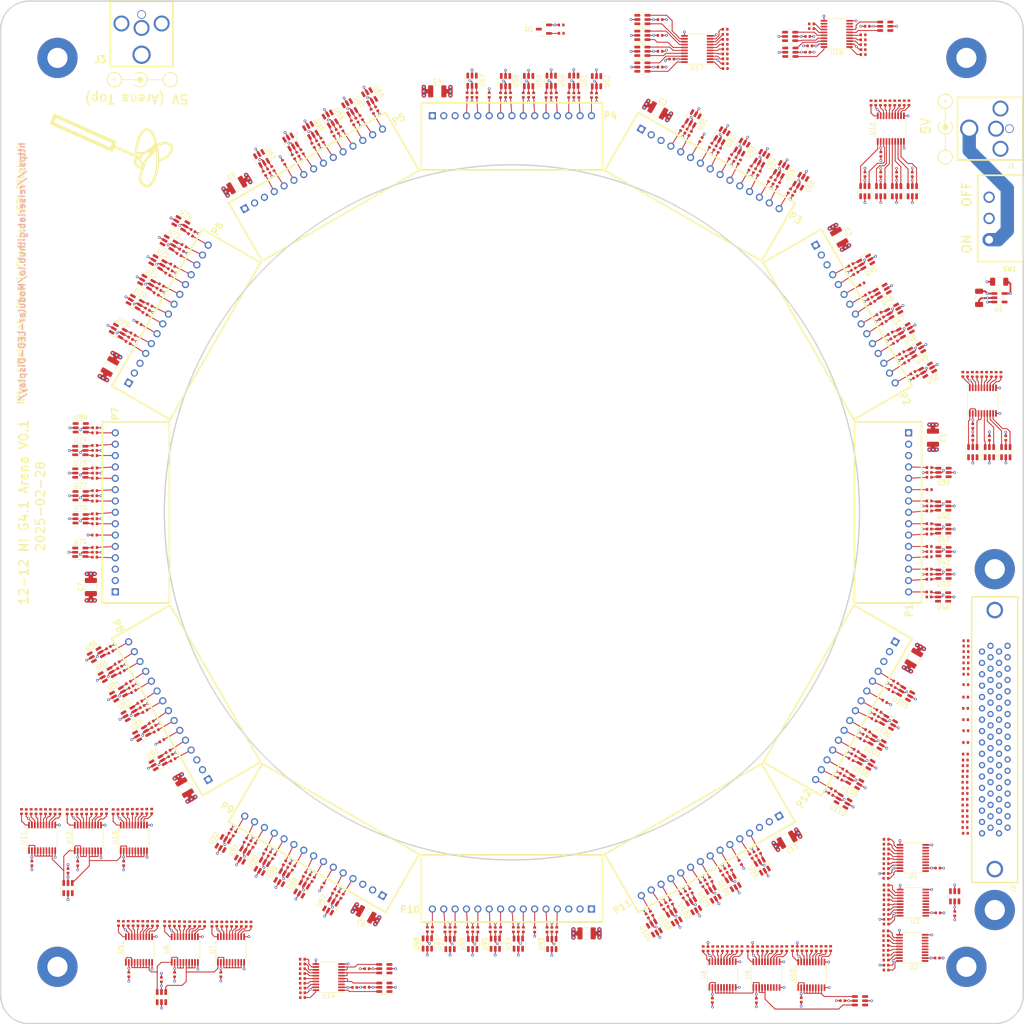
<source format=kicad_pcb>
(kicad_pcb (version 20240108) (generator "pcbnew") (generator_version "8.0")
  (layers (0 "F.Cu" signal) (1 "In1.Cu" power) (2 "In2.Cu" power) (3 "In3.Cu" power) (4 "In4.Cu" power) (31 "B.Cu" signal) (34 "B.Paste" user) (35 "F.Paste" user) (36 "B.SilkS" user "B.Silkscreen") (37 "F.SilkS" user "F.Silkscreen") (38 "B.Mask" user) (39 "F.Mask" user) (44 "Edge.Cuts" user))
  (net 0 "")
  (net 1 "+5V")
  (net 2 "/Power & Voltage Regulators/SW_5V")
  (net 3 "GND")
  (net 4 "/Level Shifters/PAN5V.RESET")
  (net 5 "/Level Shifters/PAN3V.RESET")
  (net 6 "/Level Shifters/PAN3V.MOSI_00")
  (net 7 "/Level Shifters/PAN3V.MISO_00")
  (net 8 "/Level Shifters/PAN3V.EXT_INT")
  (net 9 "/Level Shifters/PAN3V.MOSI_01")
  (net 10 "/Level Shifters/PAN3V.MISO_01")
  (net 11 "/Level Shifters/PAN3V.MOSI_02")
  (net 12 "/Level Shifters/PAN3V.MISO_02")
  (net 13 "/Level Shifters/PAN3V.MOSI_03")
  (net 14 "/Level Shifters/PAN3V.MISO_03")
  (net 15 "/Level Shifters/PAN3V.MOSI_04")
  (net 16 "/Level Shifters/PAN3V.MISO_04")
  (net 17 "/Level Shifters/PAN3V.MOSI_05")
  (net 18 "/Panel Headers/RESET")
  (net 19 "/Level Shifters/PAN3V.MISO_05")
  (net 20 "/Level Shifters/PAN3V.MOSI_06")
  (net 21 "/Level Shifters/PAN3V.MISO_06")
  (net 22 "/Level Shifters/PAN3V.MOSI_07")
  (net 23 "/Level Shifters/PAN3V.MISO_07")
  (net 24 "/Level Shifters/PAN3V.MOSI_08")
  (net 25 "/Level Shifters/PAN3V.MISO_08")
  (net 26 "/Level Shifters/PAN3V.MOSI_09")
  (net 27 "/Level Shifters/PAN3V.MISO_09")
  (net 28 "/Level Shifters/PAN3V.MOSI_10")
  (net 29 "/Level Shifters/PAN3V.MISO_10")
  (net 30 "/Level Shifters/PAN3V.MOSI_11")
  (net 31 "/Level Shifters/PAN3V.MISO_11")
  (net 32 "/Level Shifters/PAN5V.MOSI_09")
  (net 33 "/Level Shifters/PAN5V.MISO_09")
  (net 34 "/Level Shifters/PAN5V.MOSI_10")
  (net 35 "/Level Shifters/PAN5V.MISO_10")
  (net 36 "/Level Shifters/PAN5V.MOSI_11")
  (net 37 "/Level Shifters/PAN5V.MISO_11")
  (net 38 "/Level Shifters/PAN5V.MOSI_05")
  (net 39 "/Level Shifters/PAN5V.MISO_05")
  (net 40 "/Level Shifters/PAN5V.MOSI_06")
  (net 41 "/Level Shifters/PAN5V.MISO_06")
  (net 42 "/Level Shifters/PAN5V.MOSI_07")
  (net 43 "/Level Shifters/PAN5V.MISO_07")
  (net 44 "/Level Shifters/PAN5V.MOSI_08")
  (net 45 "/Level Shifters/PAN5V.MISO_08")
  (net 46 "/Level Shifters/PAN5V.MOSI_01")
  (net 47 "/Level Shifters/PAN5V.MISO_01")
  (net 48 "/Level Shifters/PAN5V.MOSI_02")
  (net 49 "/Level Shifters/PAN5V.MISO_02")
  (net 50 "/Level Shifters/PAN5V.MOSI_03")
  (net 51 "/Level Shifters/PAN5V.MISO_03")
  (net 52 "/Level Shifters/PAN5V.MOSI_04")
  (net 53 "/Level Shifters/PAN5V.MISO_04")
  (net 54 "+3.3V")
  (net 55 "/Panel Headers/MISO_00_P01")
  (net 56 "/Panel Headers/CS_04_P01")
  (net 57 "/Panel Headers/SCK_0_H1_P01")
  (net 58 "/Panel Headers/CS_03_P01")
  (net 59 "/Panel Headers/CS_06_P01")
  (net 60 "/Level Shifters/PAN5V.MOSI_00")
  (net 61 "/Level Shifters/PAN5V.MISO_00")
  (net 62 "/Panel Headers/EXT_INT_P01")
  (net 63 "/Panel Headers/CS_00_P01")
  (net 64 "/Panel Headers/CS_02_P01")
  (net 65 "/Panel Headers/CS_01_P01")
  (net 66 "/Level Shifters/PAN5V.EXT_INT")
  (net 67 "/Panel Headers/CS_05_P01")
  (net 68 "/Panel Headers/MOSI_00_P01")
  (net 69 "/Panel Headers/CS_07_P01")
  (net 70 "/Panel Headers/CS_05_P02")
  (net 71 "/Panel Headers/EXT_INT_P02")
  (net 72 "/Panel Headers/MISO_01_P02")
  (net 73 "/Panel Headers/CS_04_P02")
  (net 74 "/Panel Headers/SCK_1_H1_P02")
  (net 75 "/Panel Headers/CS_06_P02")
  (net 76 "/Panel Headers/CS_03_P02")
  (net 77 "/Panel Headers/CS_00_P02")
  (net 78 "/Panel Headers/MOSI_01_P02")
  (net 79 "/Panel Headers/CS_02_P02")
  (net 80 "/Panel Headers/CS_01_P02")
  (net 81 "/Panel Headers/CS_07_P02")
  (net 82 "/Panel Headers/SCK_2_H1_P03")
  (net 83 "/Panel Headers/CS_01_P03")
  (net 84 "/Panel Headers/CS_00_P03")
  (net 85 "/Panel Headers/MOSI_02_P03")
  (net 86 "/Panel Headers/CS_07_P03")
  (net 87 "/Panel Headers/MISO_02_P03")
  (net 88 "/Panel Headers/EXT_INT_P03")
  (net 89 "/Panel Headers/CS_03_P03")
  (net 90 "/Panel Headers/CS_06_P03")
  (net 91 "/Panel Headers/CS_05_P03")
  (net 92 "/Panel Headers/CS_04_P03")
  (net 93 "/Panel Headers/CS_02_P03")
  (net 94 "/Panel Headers/CS_04_P04")
  (net 95 "/Panel Headers/MISO_03_P04")
  (net 96 "/Panel Headers/CS_00_P04")
  (net 97 "/Panel Headers/CS_06_P04")
  (net 98 "/Panel Headers/SCK_3_H1_P04")
  (net 99 "/Panel Headers/CS_05_P04")
  (net 100 "/Panel Headers/CS_07_P04")
  (net 101 "/Panel Headers/CS_02_P04")
  (net 102 "/Panel Headers/CS_03_P04")
  (net 103 "/Panel Headers/MOSI_03_P04")
  (net 104 "/Panel Headers/EXT_INT_P04")
  (net 105 "/Panel Headers/CS_01_P04")
  (net 106 "/Panel Headers/MOSI_04_P05")
  (net 107 "/Panel Headers/CS_01_P05")
  (net 108 "/Panel Headers/EXT_INT_P05")
  (net 109 "/Panel Headers/CS_04_P05")
  (net 110 "/Panel Headers/CS_06_P05")
  (net 111 "/Panel Headers/MISO_04_P05")
  (net 112 "/Panel Headers/SCK_4_H1_P05")
  (net 113 "/Panel Headers/CS_05_P05")
  (net 114 "/Panel Headers/CS_07_P05")
  (net 115 "/Panel Headers/CS_02_P05")
  (net 116 "/Panel Headers/CS_03_P05")
  (net 117 "/Panel Headers/CS_00_P05")
  (net 118 "/Panel Headers/CS_06_P06")
  (net 119 "/Panel Headers/MISO_05_P06")
  (net 120 "/Panel Headers/CS_07_P06")
  (net 121 "/Panel Headers/MOSI_05_P06")
  (net 122 "/Panel Headers/CS_03_P06")
  (net 123 "/Panel Headers/CS_05_P06")
  (net 124 "/Panel Headers/SCK_5_H1_P06")
  (net 125 "/Panel Headers/CS_02_P06")
  (net 126 "/Panel Headers/CS_00_P06")
  (net 127 "/Panel Headers/CS_01_P06")
  (net 128 "/Panel Headers/EXT_INT_P06")
  (net 129 "/Panel Headers/CS_04_P06")
  (net 130 "/Panel Headers/EXT_INT_P07")
  (net 131 "/Panel Headers/CS_00_P07")
  (net 132 "/Panel Headers/SCK_0_H2_P07")
  (net 133 "/Panel Headers/MISO_06_P07")
  (net 134 "/Panel Headers/CS_07_P07")
  (net 135 "/Panel Headers/CS_01_P07")
  (net 136 "/Panel Headers/CS_04_P07")
  (net 137 "/Panel Headers/CS_03_P07")
  (net 138 "/Panel Headers/CS_05_P07")
  (net 139 "/Panel Headers/CS_02_P07")
  (net 140 "/Panel Headers/MOSI_06_P07")
  (net 141 "/Panel Headers/CS_06_P07")
  (net 142 "/Panel Headers/EXT_INT_P08")
  (net 143 "/Panel Headers/CS_01_P08")
  (net 144 "/Panel Headers/CS_05_P08")
  (net 145 "/Panel Headers/SCK_1_H2_P08")
  (net 146 "/Panel Headers/CS_07_P08")
  (net 147 "/Panel Headers/CS_06_P08")
  (net 148 "/Panel Headers/CS_03_P08")
  (net 149 "/Panel Headers/CS_00_P08")
  (net 150 "/Panel Headers/MISO_07_P08")
  (net 151 "/Panel Headers/CS_02_P08")
  (net 152 "/Panel Headers/MOSI_07_P08")
  (net 153 "/Panel Headers/CS_04_P08")
  (net 154 "/Panel Headers/EXT_INT_P09")
  (net 155 "/Panel Headers/SCK_2_H2_P09")
  (net 156 "/Panel Headers/MISO_08_P09")
  (net 157 "/Panel Headers/CS_07_P09")
  (net 158 "/Panel Headers/CS_02_P09")
  (net 159 "/Panel Headers/MOSI_08_P09")
  (net 160 "/Panel Headers/CS_06_P09")
  (net 161 "/Panel Headers/CS_00_P09")
  (net 162 "/Panel Headers/CS_03_P09")
  (net 163 "/Panel Headers/CS_04_P09")
  (net 164 "/Panel Headers/CS_05_P09")
  (net 165 "/Panel Headers/CS_01_P09")
  (net 166 "/Panel Headers/CS_04_P10")
  (net 167 "/Panel Headers/CS_02_P10")
  (net 168 "/Panel Headers/CS_00_P10")
  (net 169 "/Panel Headers/EXT_INT_P10")
  (net 170 "/Panel Headers/CS_05_P10")
  (net 171 "/Panel Headers/MOSI_09_P10")
  (net 172 "/Panel Headers/CS_01_P10")
  (net 173 "/Panel Headers/CS_06_P10")
  (net 174 "/Panel Headers/MISO_09_P10")
  (net 175 "/Panel Headers/CS_07_P10")
  (net 176 "/Panel Headers/SCK_3_H2_P10")
  (net 177 "/Panel Headers/CS_03_P10")
  (net 178 "/Panel Headers/CS_03_P11")
  (net 179 "/Panel Headers/CS_00_P11")
  (net 180 "/Panel Headers/SCK_4_H2_P11")
  (net 181 "/Panel Headers/MISO_10_P11")
  (net 182 "/Panel Headers/CS_07_P11")
  (net 183 "/Panel Headers/CS_02_P11")
  (net 184 "/Panel Headers/CS_04_P11")
  (net 185 "/Panel Headers/CS_05_P11")
  (net 186 "/Panel Headers/CS_01_P11")
  (net 187 "/Panel Headers/MOSI_10_P11")
  (net 188 "/Panel Headers/CS_06_P11")
  (net 189 "/Panel Headers/EXT_INT_P11")
  (net 190 "/Panel Headers/MOSI_11_P12")
  (net 191 "/Panel Headers/CS_02_P12")
  (net 192 "/Panel Headers/SCK_5_H2_P12")
  (net 193 "/Panel Headers/CS_04_P12")
  (net 194 "/Panel Headers/CS_07_P12")
  (net 195 "/Panel Headers/CS_01_P12")
  (net 196 "/Panel Headers/CS_05_P12")
  (net 197 "/Panel Headers/CS_03_P12")
  (net 198 "/Panel Headers/EXT_INT_P12")
  (net 199 "/Panel Headers/MISO_11_P12")
  (net 200 "/Panel Headers/CS_06_P12")
  (net 201 "/Panel Headers/CS_00_P12")
  (net 202 "Net-(Q1-G)")
  (net 203 "Net-(J2-Pin_35)")
  (net 204 "/Level Shifters/PAN3V.CS_0")
  (net 205 "Net-(J2-Pin_36)")
  (net 206 "/Level Shifters/PAN3V.CS_1")
  (net 207 "/Level Shifters/PAN3V.CS_2")
  (net 208 "Net-(J2-Pin_37)")
  (net 209 "Net-(J2-Pin_38)")
  (net 210 "/Level Shifters/PAN3V.CS_3")
  (net 211 "/Level Shifters/PAN3V.CS_4")
  (net 212 "Net-(J2-Pin_39)")
  (net 213 "Net-(J2-Pin_40)")
  (net 214 "/Level Shifters/PAN3V.CS_5")
  (net 215 "Net-(J2-Pin_41)")
  (net 216 "/Level Shifters/PAN3V.CS_6")
  (net 217 "/Level Shifters/PAN3V.CS_7")
  (net 218 "Net-(J2-Pin_42)")
  (net 219 "Net-(J2-Pin_43)")
  (net 220 "/Level Shifters/PAN3V.SCK_0")
  (net 221 "/Level Shifters/PAN3V.SCK_1")
  (net 222 "Net-(J2-Pin_44)")
  (net 223 "/Level Shifters/PAN3V.SCK_2")
  (net 224 "Net-(J2-Pin_45)")
  (net 225 "/Level Shifters/PAN3V.SCK_3")
  (net 226 "Net-(J2-Pin_46)")
  (net 227 "/Level Shifters/PAN3V.SCK_4")
  (net 228 "Net-(J2-Pin_47)")
  (net 229 "Net-(J2-Pin_48)")
  (net 230 "/Level Shifters/PAN3V.SCK_5")
  (net 231 "Net-(J2-Pin_49)")
  (net 232 "Net-(J2-Pin_51)")
  (net 233 "Net-(J2-Pin_53)")
  (net 234 "Net-(J2-Pin_55)")
  (net 235 "Net-(J2-Pin_57)")
  (net 236 "Net-(J2-Pin_59)")
  (net 237 "Net-(J2-Pin_61)")
  (net 238 "Net-(J2-Pin_68)")
  (net 239 "Net-(J2-Pin_29)")
  (net 240 "Net-(J2-Pin_30)")
  (net 241 "Net-(J2-Pin_31)")
  (net 242 "Net-(J2-Pin_32)")
  (net 243 "Net-(J2-Pin_33)")
  (net 244 "Net-(J2-Pin_34)")
  (net 245 "Net-(R163-Pad1)")
  (net 246 "Net-(R164-Pad1)")
  (net 247 "Net-(R166-Pad1)")
  (net 248 "Net-(R167-Pad1)")
  (net 249 "Net-(R168-Pad1)")
  (net 250 "Net-(R169-Pad1)")
  (net 251 "Net-(R170-Pad1)")
  (net 252 "Net-(R171-Pad1)")
  (net 253 "Net-(R172-Pad1)")
  (net 254 "Net-(R173-Pad1)")
  (net 255 "Net-(R174-Pad1)")
  (net 256 "Net-(U2-B1)")
  (net 257 "/Level Shifters/PAN5V.CS_0_P01")
  (net 258 "/Level Shifters/PAN5V.CS_0_P02")
  (net 259 "Net-(U2-B2)")
  (net 260 "Net-(U2-B3)")
  (net 261 "/Level Shifters/PAN5V.CS_0_P03")
  (net 262 "Net-(U2-B4)")
  (net 263 "/Level Shifters/PAN5V.CS_0_P04")
  (net 264 "Net-(U2-B5)")
  (net 265 "/Level Shifters/PAN5V.CS_0_P05")
  (net 266 "/Level Shifters/PAN5V.CS_0_P06")
  (net 267 "Net-(U2-B6)")
  (net 268 "Net-(U2-B7)")
  (net 269 "/Level Shifters/PAN5V.CS_0_P07")
  (net 270 "/Level Shifters/PAN5V.CS_0_P08")
  (net 271 "Net-(U2-B8)")
  (net 272 "Net-(U3-B1)")
  (net 273 "/Level Shifters/PAN5V.CS_0_P09")
  (net 274 "/Level Shifters/PAN5V.CS_0_P10")
  (net 275 "Net-(U3-B2)")
  (net 276 "Net-(U3-B3)")
  (net 277 "/Level Shifters/PAN5V.CS_0_P11")
  (net 278 "Net-(U3-B4)")
  (net 279 "/Level Shifters/PAN5V.CS_0_P12")
  (net 280 "/Level Shifters/PAN5V.CS_1_P01")
  (net 281 "Net-(U3-B5)")
  (net 282 "Net-(U3-B6)")
  (net 283 "/Level Shifters/PAN5V.CS_1_P02")
  (net 284 "Net-(U3-B7)")
  (net 285 "/Level Shifters/PAN5V.CS_1_P03")
  (net 286 "/Level Shifters/PAN5V.CS_1_P04")
  (net 287 "Net-(U3-B8)")
  (net 288 "Net-(U4-B1)")
  (net 289 "/Level Shifters/PAN5V.CS_1_P05")
  (net 290 "/Level Shifters/PAN5V.CS_1_P06")
  (net 291 "Net-(U4-B2)")
  (net 292 "/Level Shifters/PAN5V.CS_1_P07")
  (net 293 "Net-(U4-B3)")
  (net 294 "Net-(U4-B4)")
  (net 295 "/Level Shifters/PAN5V.CS_1_P08")
  (net 296 "Net-(U4-B5)")
  (net 297 "/Level Shifters/PAN5V.CS_1_P09")
  (net 298 "/Level Shifters/PAN5V.CS_1_P10")
  (net 299 "Net-(U4-B6)")
  (net 300 "Net-(U4-B7)")
  (net 301 "/Level Shifters/PAN5V.CS_1_P11")
  (net 302 "/Level Shifters/PAN5V.CS_1_P12")
  (net 303 "Net-(U4-B8)")
  (net 304 "/Level Shifters/PAN5V.CS_2_P01")
  (net 305 "Net-(U5-B1)")
  (net 306 "/Level Shifters/PAN5V.CS_2_P02")
  (net 307 "Net-(U5-B2)")
  (net 308 "/Level Shifters/PAN5V.CS_2_P03")
  (net 309 "Net-(U5-B3)")
  (net 310 "/Level Shifters/PAN5V.CS_2_P04")
  (net 311 "Net-(U5-B4)")
  (net 312 "/Level Shifters/PAN5V.CS_2_P05")
  (net 313 "Net-(U5-B5)")
  (net 314 "/Level Shifters/PAN5V.CS_2_P06")
  (net 315 "Net-(U5-B6)")
  (net 316 "/Level Shifters/PAN5V.CS_2_P07")
  (net 317 "Net-(U5-B7)")
  (net 318 "/Level Shifters/PAN5V.CS_2_P08")
  (net 319 "Net-(U5-B8)")
  (net 320 "Net-(U6-B1)")
  (net 321 "/Level Shifters/PAN5V.CS_2_P09")
  (net 322 "/Level Shifters/PAN5V.CS_2_P10")
  (net 323 "Net-(U6-B2)")
  (net 324 "/Level Shifters/PAN5V.CS_2_P11")
  (net 325 "Net-(U6-B3)")
  (net 326 "Net-(U6-B4)")
  (net 327 "/Level Shifters/PAN5V.CS_2_P12")
  (net 328 "Net-(U6-B5)")
  (net 329 "/Level Shifters/PAN5V.CS_3_P01")
  (net 330 "Net-(U6-B6)")
  (net 331 "/Level Shifters/PAN5V.CS_3_P02")
  (net 332 "/Level Shifters/PAN5V.CS_3_P03")
  (net 333 "Net-(U6-B7)")
  (net 334 "/Level Shifters/PAN5V.CS_3_P04")
  (net 335 "Net-(U6-B8)")
  (net 336 "Net-(U7-B1)")
  (net 337 "/Level Shifters/PAN5V.CS_3_P05")
  (net 338 "/Level Shifters/PAN5V.CS_3_P06")
  (net 339 "Net-(U7-B2)")
  (net 340 "/Level Shifters/PAN5V.CS_3_P07")
  (net 341 "Net-(U7-B3)")
  (net 342 "/Level Shifters/PAN5V.CS_3_P08")
  (net 343 "Net-(U7-B4)")
  (net 344 "/Level Shifters/PAN5V.CS_3_P09")
  (net 345 "Net-(U7-B5)")
  (net 346 "/Level Shifters/PAN5V.CS_3_P10")
  (net 347 "Net-(U7-B6)")
  (net 348 "Net-(U7-B7)")
  (net 349 "/Level Shifters/PAN5V.CS_3_P11")
  (net 350 "/Level Shifters/PAN5V.CS_3_P12")
  (net 351 "Net-(U7-B8)")
  (net 352 "/Level Shifters/PAN5V.CS_4_P01")
  (net 353 "Net-(U8-B1)")
  (net 354 "Net-(U8-B2)")
  (net 355 "/Level Shifters/PAN5V.CS_4_P02")
  (net 356 "/Level Shifters/PAN5V.CS_4_P03")
  (net 357 "Net-(U8-B3)")
  (net 358 "Net-(U8-B4)")
  (net 359 "/Level Shifters/PAN5V.CS_4_P04")
  (net 360 "/Level Shifters/PAN5V.CS_4_P05")
  (net 361 "Net-(U8-B5)")
  (net 362 "/Level Shifters/PAN5V.CS_4_P06")
  (net 363 "Net-(U8-B6)")
  (net 364 "Net-(U8-B7)")
  (net 365 "/Level Shifters/PAN5V.CS_4_P07")
  (net 366 "/Level Shifters/PAN5V.CS_4_P08")
  (net 367 "Net-(U8-B8)")
  (net 368 "/Level Shifters/PAN5V.CS_4_P09")
  (net 369 "Net-(U9-B1)")
  (net 370 "Net-(U9-B2)")
  (net 371 "/Level Shifters/PAN5V.CS_4_P10")
  (net 372 "/Level Shifters/PAN5V.CS_4_P11")
  (net 373 "Net-(U9-B3)")
  (net 374 "/Level Shifters/PAN5V.CS_4_P12")
  (net 375 "Net-(U9-B4)")
  (net 376 "/Level Shifters/PAN5V.CS_5_P01")
  (net 377 "Net-(U9-B5)")
  (net 378 "/Level Shifters/PAN5V.CS_5_P02")
  (net 379 "Net-(U9-B6)")
  (net 380 "Net-(U9-B7)")
  (net 381 "/Level Shifters/PAN5V.CS_5_P03")
  (net 382 "/Level Shifters/PAN5V.CS_5_P04")
  (net 383 "Net-(U9-B8)")
  (net 384 "/Level Shifters/PAN5V.CS_5_P05")
  (net 385 "Net-(U10-B1)")
  (net 386 "/Level Shifters/PAN5V.CS_5_P06")
  (net 387 "Net-(U10-B2)")
  (net 388 "/Level Shifters/PAN5V.CS_5_P07")
  (net 389 "Net-(U10-B3)")
  (net 390 "Net-(U10-B4)")
  (net 391 "/Level Shifters/PAN5V.CS_5_P08")
  (net 392 "/Level Shifters/PAN5V.CS_5_P09")
  (net 393 "Net-(U10-B5)")
  (net 394 "Net-(U10-B6)")
  (net 395 "/Level Shifters/PAN5V.CS_5_P10")
  (net 396 "Net-(U10-B7)")
  (net 397 "/Level Shifters/PAN5V.CS_5_P11")
  (net 398 "/Level Shifters/PAN5V.CS_5_P12")
  (net 399 "Net-(U10-B8)")
  (net 400 "Net-(U11-B1)")
  (net 401 "/Level Shifters/PAN5V.CS_6_P01")
  (net 402 "/Level Shifters/PAN5V.CS_6_P02")
  (net 403 "Net-(U11-B2)")
  (net 404 "/Level Shifters/PAN5V.CS_6_P03")
  (net 405 "Net-(U11-B3)")
  (net 406 "Net-(U11-B4)")
  (net 407 "/Level Shifters/PAN5V.CS_6_P04")
  (net 408 "Net-(U11-B5)")
  (net 409 "/Level Shifters/PAN5V.CS_6_P05")
  (net 410 "/Level Shifters/PAN5V.CS_6_P06")
  (net 411 "Net-(U11-B6)")
  (net 412 "Net-(U11-B7)")
  (net 413 "/Level Shifters/PAN5V.CS_6_P07")
  (net 414 "/Level Shifters/PAN5V.CS_6_P08")
  (net 415 "Net-(U11-B8)")
  (net 416 "Net-(U12-B1)")
  (net 417 "/Level Shifters/PAN5V.CS_6_P09")
  (net 418 "/Level Shifters/PAN5V.CS_6_P10")
  (net 419 "Net-(U12-B2)")
  (net 420 "Net-(U12-B3)")
  (net 421 "/Level Shifters/PAN5V.CS_6_P11")
  (net 422 "/Level Shifters/PAN5V.CS_6_P12")
  (net 423 "Net-(U12-B4)")
  (net 424 "/Level Shifters/PAN5V.CS_7_P01")
  (net 425 "Net-(U12-B5)")
  (net 426 "/Level Shifters/PAN5V.CS_7_P02")
  (net 427 "Net-(U12-B6)")
  (net 428 "Net-(U12-B7)")
  (net 429 "/Level Shifters/PAN5V.CS_7_P03")
  (net 430 "/Level Shifters/PAN5V.CS_7_P04")
  (net 431 "Net-(U12-B8)")
  (net 432 "Net-(U13-B1)")
  (net 433 "/Level Shifters/PAN5V.CS_7_P05")
  (net 434 "Net-(U13-B2)")
  (net 435 "/Level Shifters/PAN5V.CS_7_P06")
  (net 436 "/Level Shifters/PAN5V.CS_7_P07")
  (net 437 "Net-(U13-B3)")
  (net 438 "Net-(U13-B4)")
  (net 439 "/Level Shifters/PAN5V.CS_7_P08")
  (net 440 "/Level Shifters/PAN5V.CS_7_P09")
  (net 441 "Net-(U13-B5)")
  (net 442 "Net-(U13-B6)")
  (net 443 "/Level Shifters/PAN5V.CS_7_P10")
  (net 444 "Net-(U13-B7)")
  (net 445 "/Level Shifters/PAN5V.CS_7_P11")
  (net 446 "Net-(U13-B8)")
  (net 447 "/Level Shifters/PAN5V.CS_7_P12")
  (net 448 "Net-(U14-B1)")
  (net 449 "/Level Shifters/PAN5V.SCK_0_H1")
  (net 450 "/Level Shifters/PAN5V.SCK_0_H2")
  (net 451 "Net-(U14-B2)")
  (net 452 "Net-(U14-B3)")
  (net 453 "/Level Shifters/PAN5V.SCK_1_H1")
  (net 454 "/Level Shifters/PAN5V.SCK_1_H2")
  (net 455 "Net-(U14-B4)")
  (net 456 "Net-(U14-B5)")
  (net 457 "/Level Shifters/PAN5V.SCK_2_H1")
  (net 458 "/Level Shifters/PAN5V.SCK_2_H2")
  (net 459 "Net-(U14-B6)")
  (net 460 "Net-(U14-B7)")
  (net 461 "/Level Shifters/PAN5V.SCK_3_H1")
  (net 462 "Net-(U14-B8)")
  (net 463 "/Level Shifters/PAN5V.SCK_3_H2")
  (net 464 "/Level Shifters/PAN5V.SCK_4_H1")
  (net 465 "Net-(U15-B1)")
  (net 466 "/Level Shifters/PAN5V.SCK_4_H2")
  (net 467 "Net-(U15-B2)")
  (net 468 "/Level Shifters/PAN5V.SCK_5_H1")
  (net 469 "Net-(U15-B3)")
  (net 470 "Net-(U15-B4)")
  (net 471 "/Level Shifters/PAN5V.SCK_5_H2")
  (net 472 "Net-(U15-B5)")
  (net 473 "Net-(U15-B6)")
  (net 474 "Net-(U15-B7)")
  (net 475 "Net-(U15-B8)")
  (net 476 "Net-(U16-B1)")
  (net 477 "Net-(U16-B2)")
  (net 478 "Net-(U16-B3)")
  (net 479 "Net-(U16-B4)")
  (net 480 "Net-(U16-B5)")
  (net 481 "Net-(U16-B6)")
  (net 482 "Net-(U16-B7)")
  (net 483 "Net-(U16-B8)")
  (net 484 "Net-(U17-A1)")
  (net 485 "Net-(U17-A2)")
  (net 486 "Net-(U17-A3)")
  (net 487 "Net-(U17-A4)")
  (net 488 "Net-(U17-A5)")
  (net 489 "Net-(U17-A6)")
  (net 490 "Net-(U17-A7)")
  (net 491 "Net-(U17-A8)")
  (net 492 "Net-(U18-A1)")
  (net 493 "Net-(U18-A2)")
  (net 494 "Net-(U18-A3)")
  (net 495 "Net-(U18-A4)")
  (net 496 "Net-(U18-B5)")
  (net 497 "Net-(U18-B6)")
  (net 498 "Net-(R175-Pad1)")
  (net 499 "Net-(R176-Pad1)")
  (net 500 "Net-(R178-Pad1)")
  (net 501 "Net-(R179-Pad1)")
  (net 502 "Net-(R180-Pad1)")
  (net 503 "Net-(R181-Pad1)")
  (net 504 "Net-(R182-Pad1)")
  (net 505 "Net-(R183-Pad1)")
  (net 506 "Net-(R184-Pad1)")
  (net 507 "Net-(R185-Pad1)")
  (net 508 "Net-(R186-Pad1)")
  (net 509 "Net-(R187-Pad1)")
  (net 510 "Net-(R188-Pad1)")
  (net 511 "Net-(R190-Pad1)")
  (net 512 "Net-(R191-Pad1)")
  (net 513 "Net-(R192-Pad1)")
  (net 514 "Net-(R193-Pad1)")
  (net 515 "Net-(R194-Pad1)")
  (net 516 "Net-(R195-Pad1)")
  (net 517 "Net-(R196-Pad1)")
  (net 518 "Net-(R197-Pad1)")
  (net 519 "Net-(R198-Pad1)")
  (net 520 "Net-(R199-Pad1)")
  (net 521 "Net-(R200-Pad1)")
  (net 522 "Net-(R202-Pad1)")
  (net 523 "Net-(R203-Pad1)")
  (net 524 "Net-(R204-Pad1)")
  (net 525 "Net-(R205-Pad1)")
  (net 526 "Net-(R206-Pad1)")
  (net 527 "Net-(R207-Pad1)")
  (net 528 "Net-(R208-Pad1)")
  (net 529 "Net-(R209-Pad1)")
  (net 530 "Net-(R210-Pad1)")
  (net 531 "Net-(R211-Pad1)")
  (net 532 "Net-(R212-Pad1)")
  (net 533 "Net-(R214-Pad1)")
  (net 534 "Net-(R215-Pad1)")
  (net 535 "Net-(R216-Pad1)")
  (net 536 "Net-(R217-Pad1)")
  (net 537 "Net-(R218-Pad1)")
  (net 538 "Net-(R219-Pad1)")
  (net 539 "Net-(R220-Pad1)")
  (net 540 "Net-(R221-Pad1)")
  (net 541 "Net-(R222-Pad1)")
  (net 542 "Net-(R223-Pad1)")
  (net 543 "Net-(R224-Pad1)")
  (net 544 "Net-(R226-Pad1)")
  (net 545 "Net-(R227-Pad1)")
  (net 546 "Net-(R228-Pad1)")
  (net 547 "Net-(R229-Pad1)")
  (net 548 "Net-(R230-Pad1)")
  (net 549 "Net-(R231-Pad1)")
  (net 550 "Net-(R232-Pad1)")
  (net 551 "Net-(R233-Pad1)")
  (net 552 "Net-(R234-Pad1)")
  (net 553 "Net-(R235-Pad1)")
  (net 554 "Net-(R236-Pad1)")
  (net 555 "Net-(R238-Pad1)")
  (net 556 "Net-(R239-Pad1)")
  (net 557 "Net-(R240-Pad1)")
  (net 558 "Net-(R241-Pad1)")
  (net 559 "Net-(R242-Pad1)")
  (net 560 "Net-(R243-Pad1)")
  (net 561 "Net-(R244-Pad1)")
  (net 562 "Net-(R245-Pad1)")
  (net 563 "Net-(R246-Pad1)")
  (net 564 "Net-(R247-Pad1)")
  (net 565 "Net-(R248-Pad1)")
  (net 566 "Net-(R250-Pad1)")
  (net 567 "Net-(R251-Pad1)")
  (net 568 "Net-(R252-Pad1)")
  (net 569 "Net-(R253-Pad1)")
  (net 570 "Net-(R254-Pad1)")
  (net 571 "Net-(R255-Pad1)")
  (net 572 "Net-(R256-Pad1)")
  (net 573 "Net-(R257-Pad1)")
  (net 574 "Net-(R258-Pad1)")
  (net 575 "Net-(R259-Pad1)")
  (net 576 "Net-(R260-Pad1)")
  (net 577 "Net-(R262-Pad1)")
  (net 578 "Net-(R263-Pad1)")
  (net 579 "Net-(R264-Pad1)")
  (net 580 "Net-(R265-Pad1)")
  (net 581 "Net-(R266-Pad1)")
  (net 582 "Net-(R267-Pad1)")
  (net 583 "Net-(R268-Pad1)")
  (net 584 "Net-(R269-Pad1)")
  (net 585 "Net-(R270-Pad1)")
  (net 586 "Net-(R271-Pad1)")
  (net 587 "Net-(R272-Pad1)")
  (net 588 "Net-(R274-Pad1)")
  (net 589 "Net-(R275-Pad1)")
  (net 590 "Net-(R276-Pad1)")
  (net 591 "Net-(R277-Pad1)")
  (net 592 "Net-(R278-Pad1)")
  (net 593 "Net-(R279-Pad1)")
  (net 594 "Net-(R280-Pad1)")
  (net 595 "Net-(R281-Pad1)")
  (net 596 "Net-(R282-Pad1)")
  (net 597 "Net-(R283-Pad1)")
  (net 598 "Net-(R284-Pad1)")
  (net 599 "Net-(R286-Pad1)")
  (net 600 "Net-(R287-Pad1)")
  (net 601 "Net-(R288-Pad1)")
  (net 602 "Net-(R289-Pad1)")
  (net 603 "Net-(R290-Pad1)")
  (net 604 "Net-(R291-Pad1)")
  (net 605 "Net-(R292-Pad1)")
  (net 606 "Net-(R293-Pad1)")
  (net 607 "Net-(R294-Pad1)")
  (net 608 "Net-(R295-Pad1)")
  (net 609 "Net-(R296-Pad1)")
  (net 610 "Net-(R298-Pad1)")
  (net 611 "Net-(R299-Pad1)")
  (net 612 "Net-(R300-Pad1)")
  (net 613 "Net-(R301-Pad1)")
  (net 614 "Net-(R302-Pad1)")
  (net 615 "Net-(R303-Pad1)")
  (net 616 "Net-(R304-Pad1)")
  (net 617 "Net-(R305-Pad1)")
  (net 618 "Net-(R306-Pad1)")
  (net 620 "Net-(U2-A1)")
  (net 621 "Net-(U3-A5)")
  (net 622 "Net-(U5-A1)")
  (net 623 "Net-(U6-A5)")
  (net 624 "Net-(U8-A1)")
  (net 625 "Net-(U10-A1)")
  (net 626 "Net-(U11-A1)")
  (net 627 "Net-(U12-A5)")
  (net 628 "Net-(U14-A7)")
  (net 629 "Net-(U14-A1)")
  (net 630 "Net-(U14-A5)")
  (net 631 "Net-(U14-A3)")
  (net 632 "Net-(U15-A3)")
  (net 633 "Net-(U15-A6)")
  (net 634 "Net-(U15-A7)")
  (net 635 "Net-(U15-A1)")
  (net 636 "Net-(U15-A8)")
  (net 637 "Net-(U15-A5)")
  (net 638 "Net-(U16-A2)")
  (net 639 "Net-(U16-A8)")
  (net 640 "Net-(U16-A3)")
  (net 641 "Net-(U16-A7)")
  (net 642 "Net-(U16-A5)")
  (net 643 "Net-(U16-A4)")
  (net 644 "Net-(U16-A1)")
  (net 645 "Net-(U16-A6)")
  (net 646 "Net-(U17-B6)")
  (net 647 "Net-(U17-B2)")
  (net 648 "Net-(U17-B4)")
  (net 649 "Net-(U17-B3)")
  (net 650 "Net-(U17-B5)")
  (net 651 "Net-(U17-B7)")
  (net 652 "Net-(U17-B8)")
  (net 653 "Net-(U17-B1)")
  (net 654 "Net-(U18-B4)")
  (net 656 "Net-(U18-B3)")
  (net 658 "Net-(U18-B1)")
  (net 659 "Net-(U18-A6)")
  (net 661 "Net-(U18-A5)")
  (net 663 "Net-(U18-B2)")
  (footprint "Capacitor_SMD:C_0402_1005Metric" (layer "F.Cu") (at 259.284214 223.205258 150)
    (property "Reference" "C102" (hide yes))
    (property "Value" "0.1uF" (hide yes))
  )
  (footprint "Resistor_SMD:R_0402_1005Metric" (layer "F.Cu") (at 271.110028 172.72 180)
    (property "Reference" "R165" (hide yes))
    (property "Value" "33" (hide yes))
  )
  (footprint "Capacitor_SMD:C_0402_1005Metric" (layer "F.Cu") (at 92.15 281.12 -90)
    (property "Reference" "C113" (hide yes))
    (property "Value" "0.1uF" (hide yes))
  )
  (footprint "Resistor_SMD:R_0402_1005Metric" (layer "F.Cu") (at 263.547874 139.759617 -150)
    (property "Reference" "R183" (hide yes))
    (property "Value" "33" (hide yes))
  )
  (footprint "Resistor_SMD:R_0402_1005Metric" (layer "F.Cu") (at 89.85 269.69 -90)
    (property "Reference" "R53" (hide yes))
    (property "Value" "33" (hide yes))
  )
  (footprint "Package_TO_SOT_SMD:SOT-23-6" (layer "F.Cu") (at 274.297528 168.88 180)
    (property "Reference" "U39")
    (property "Value" "74LVC2G17" (hide yes))
  )
  (footprint "Resistor_SMD:R_0402_1005Metric" (layer "F.Cu") (at 261.395 274.63)
    (property "Reference" "R33" (hide yes))
    (property "Value" "33" (hide yes))
  )
  (footprint "Resistor_SMD:R_0402_1005Metric" (layer "F.Cu") (at 188.79 68.83)
    (property "Reference" "R307" (hide yes))
    (property "Value" "20k" (hide yes))
  )
  (footprint "Resistor_SMD:R_0402_1005Metric" (layer "F.Cu") (at 261.148855 220.055605 150)
    (property "Reference" "R297" (hide yes))
    (property "Value" "33" (hide yes))
  )
  (footprint "Package_TO_SOT_SMD:SOT-23-6" (layer "F.Cu") (at 224.775348 93.57631 -120)
    (property "Reference" "U52")
    (property "Value" "74LVC2G17" (hide yes))
  )
  (footprint "Package_TO_SOT_SMD:SOT-23-6" (layer "F.Cu") (at 137.168598 89.844348 -60)
    (property "Reference" "U66")
    (property "Value" "74LVC2G17" (hide yes))
  )
  (footprint "arena_custom:DCJACK_2PIN_HIGHCURRENT" (layer "F.Cu") (at 95 63.5028)
    (property "Reference" "J3")
    (property "Value" "Barrel_Jack" (hide yes))
  )
  (footprint "Package_TO_SOT_SMD:SOT-23-6" (layer "F.Cu") (at 113.224695 251.827708 60)
    (property "Reference" "U92")
    (property "Value" "74LVC2G17" (hide yes))
  )
  (footprint "Resistor_SMD:R_0402_1005Metric" (layer "F.Cu") (at 118.39 269.855 -90)
    (property "Reference" "R75" (hide yes))
    (property "Value" "33" (hide yes))
  )
  (footprint "Package_TO_SOT_SMD:SOT-23-6" (layer "F.Cu") (at 101.145688 117.574104 -30)
    (property "Reference" "U73")
    (property "Value" "74LVC2G17" (hide yes))
  )
  (footprint "Resistor_SMD:R_0402_1005Metric" (layer "F.Cu") (at 92.052125 215.840382 30)
    (property "Reference" "R255" (hide yes))
    (property "Value" "33" (hide yes))
  )
  (footprint "Resistor_SMD:R_0402_1005Metric" (layer "F.Cu") (at 225.46 74.235)
    (property "Reference" "R152" (hide yes))
    (property "Value" "33" (hide yes))
  )
  (footprint "Resistor_SMD:R_0402_1005Metric" (layer "F.Cu") (at 131.437113 258.742874 60)
    (property "Reference" "R263" (hide yes))
    (property "Value" "33" (hide yes))
  )
  (footprint "Package_TO_SOT_SMD:SOT-23-6" (layer "F.Cu") (at 158.89 274.197528 90)
    (property "Reference" "U98")
    (property "Value" "74LVC2G17" (hide yes))
  )
  (footprint "Package_TO_SOT_SMD:SOT-23-6" (layer "F.Cu") (at 206.9625 71.16)
    (property "Reference" "U30" (hide yes))
    (property "Value" "74LVC2G17" (hide yes))
  )
  (footprint "Package_TO_SOT_SMD:SOT-23-6" (layer "F.Cu") (at 262.023689 224.775348 150)
    (property "Reference" "U106")
    (property "Value" "74LVC2G17" (hide yes))
  )
  (footprint "Capacitor_SMD:C_0402_1005Metric" (layer "F.Cu") (at 147.556525 87.596766 -60)
    (property "Reference" "C64" (hide yes))
    (property "Value" "0.1uF" (hide yes))
  )
  (footprint "Resistor_SMD:R_0402_1005Metric" (layer "F.Cu") (at 100.15 269.765 -90)
    (property "Reference" "R61" (hide yes))
    (property "Value" "33" (hide yes))
  )
  (footprint "Capacitor_SMD:C_0402_1005Metric" (layer "F.Cu") (at 260.25 102.25 90)
    (property "Reference" "C25" (hide yes))
    (property "Value" "0.1uF" (hide yes))
  )
  (footprint "Capacitor_SMD:C_0402_1005Metric" (layer "F.Cu") (at 98.877125 127.938371 -30)
    (property "Reference" "C67" (hide yes))
    (property "Value" "0.1uF" (hide yes))
  )
  (footprint "Capacitor_SMD:C_1210_3225Metric" (layer "F.Cu") (at 210.41105 87.936003 -30)
    (property "Reference" "C3")
    (property "Value" "100uF" (hide yes))
  )
  (footprint "Resistor_SMD:R_0402_1005Metric" (layer "F.Cu") (at 139.83006 263.605865 60)
    (property "Reference" "R259" (hide yes))
    (property "Value" "33" (hide yes))
  )
  (footprint "Resistor_SMD:R_0402_1005Metric" (layer "F.Cu") (at 259.849214 222.226649 150)
    (property "Reference" "R298" (hide yes))
    (property "Value" "33" (hide yes))
  )
  (footprint "MountingHole:MountingHole_4.5mm_Pad" (layer "F.Cu") (at 76.2 76.2)
    (property "Reference" "H1" (hide yes))
    (property "Value" "MountingHole_Pad" (hide yes))
  )
  (footprint "Package_TO_SOT_SMD:SOT-23-6" (layer "F.Cu") (at 218.323817 89.770688 -120)
    (property "Reference" "U51")
    (property "Value" "74LVC2G17" (hide yes))
  )
  (footprint "arena_custom:HEADER_TOP" (layer "F.Cu") (at 177.799999 266.474028 180)
    (property "Reference" "P10")
    (property "Value" "CONN15" (hide yes))
  )
  (footprint "Package_TO_SOT_SMD:SOT-23-6" (layer "F.Cu") (at 99.45 286.1725 90)
    (property "Reference" "U20" (hide yes))
    (property "Value" "74LVC2G17" (hide yes))
  )
  (footprint "Capacitor_SMD:C_0402_1005Metric" (layer "F.Cu") (at 138.882432 263.047204 60)
    (property "Reference" "C83" (hide yes))
    (property "Value" "0.1uF" (hide yes))
  )
  (footprint "Resistor_SMD:R_0402_1005Metric" (layer "F.Cu") (at 130.9625 283.08)
    (property "Reference" "R127" (hide yes))
    (property "Value" "33" (hide yes))
  )
  (footprint "Capacitor_SMD:C_0402_1005Metric" (layer "F.Cu") (at 231.625 275.3675 90)
    (property "Reference" "C122" (hide yes))
    (property "Value" "0.1uF" (hide yes))
  )
  (footprint "Resistor_SMD:R_0402_1005Metric" (layer "F.Cu") (at 112.93 269.855 -90)
    (property "Reference" "R70" (hide yes))
    (property "Value" "33" (hide yes))
  )
  (footprint "Capacitor_SMD:C_0402_1005Metric" (layer "F.Cu") (at 196.71 84.559971 -90)
    (property "Reference" "C58" (hide yes))
    (property "Value" "0.1uF" (hide yes))
  )
  (footprint "arena_custom:HEADER_TOP" (layer "F.Cu") (at 254.593961 222.137014 -120)
    (property "Reference" "P12")
    (property "Value" "CONN15" (hide yes))
  )
  (footprint "Capacitor_SMD:C_0402_1005Metric" (layer "F.Cu") (at 90.105785 212.449222 30)
    (property "Reference" "C81" (hide yes))
    (property "Value" "0.1uF" (hide yes))
  )
  (footprint "Resistor_SMD:R_0402_1005Metric" (layer "F.Cu") (at 263.37 86.275 -90)
    (property "Reference" "R145" (hide yes))
    (property "Value" "33" (hide yes))
  )
  (footprint "Resistor_SMD:R_0402_1005Metric" (layer "F.Cu") (at 220.237291 261.003544 120)
    (property "Reference" "R289" (hide yes))
    (property "Value" "33" (hide yes))
  )
  (footprint "Resistor_SMD:R_0402_1005Metric" (layer "F.Cu") (at 107.98 269.82 -90)
    (property "Reference" "R67" (hide yes))
    (property "Value" "33" (hide yes))
  )
  (footprint "Capacitor_SMD:C_0402_1005Metric" (layer "F.Cu") (at 261.445 258.53 180)
    (property "Reference" "C112" (hide yes))
    (property "Value" "0.1uF" (hide yes))
  )
  (footprint "Resistor_SMD:R_0402_1005Metric" (layer "F.Cu") (at 220.055605 94.451144 -120)
    (property "Reference" "R189" (hide yes))
    (property "Value" "33" (hide yes))
  )
  (footprint "arena_custom:HEADER_TOP" (layer "F.Cu") (at 89.125971 177.8 90)
    (property "Reference" "P7")
    (property "Value" "CONN15" (hide yes))
  )
  (footprint "Capacitor_SMD:C_0402_1005Metric" (layer "F.Cu") (at 288.2 161.175 90)
    (property "Reference" "C23" (hide yes))
    (property "Value" "0.1uF" (hide yes))
  )
  (footprint "Package_TO_SOT_SMD:SOT-23-6" (layer "F.Cu") (at 186.59 81.312471 -90)
    (property "Reference" "U60")
    (property "Value" "74LVC2G17" (hide yes))
  )
  (footprint "Capacitor_SMD:C_0402_1005Metric" (layer "F.Cu") (at 267.305 102.25 90)
    (property "Reference" "C27" (hide yes))
    (property "Value" "0.1uF" (hide yes))
  )
  (footprint "Resistor_SMD:R_0402_1005Metric" (layer "F.Cu") (at 262.512204 217.644215 150)
    (property "Reference" "R296" (hide yes))
    (property "Value" "33" (hide yes))
  )
  (footprint "Package_TO_SOT_SMD:SOT-23-6" (layer "F.Cu") (at 81.402471 158.89)
    (property "Reference" "U80")
    (property "Value" "74LVC2G17" (hide yes))
  )
  (footprint "Package_TO_SOT_SMD:SOT-23-6" (layer "F.Cu") (at 233.773711 256.909311 120)
    (property "Reference" "U99")
    (property "Value" "74LVC2G17" (hide yes))
  )
  (footprint "Resistor_SMD:R_0402_1005Metric" (layer "F.Cu") (at 222.24897 259.847874 120)
    (property "Reference" "R288" (hide yes))
    (property "Value" "33" (hide yes))
  )
  (footprint "Capacitor_SMD:C_0402_1005Metric" (layer "F.Cu") (at 232.45 286.93 -90)
    (property "Reference" "C121" (hide yes))
    (property "Value" "0.1uF" (hide yes))
  )
  (footprint "Package_TO_SOT_SMD:SOT-23-6" (layer "F.Cu") (at 260.245 105.9975 90)
    (property "Reference" "U34" (hide yes))
    (property "Value" "74LVC2G17" (hide yes))
  )
  (footprint "Resistor_SMD:R_0402_1005Metric" (layer "F.Cu") (at 279.29 213.99 180)
    (property "Reference" "R23" (hide yes))
    (property "Value" "33" (hide yes))
  )
  (footprint "Resistor_SMD:R_0402_1005Metric" (layer "F.Cu") (at 177.48 84.519971 -90)
    (property "Reference" "R203" (hide yes))
    (property "Value" "33" (hide yes))
  )
  (footprint "Resistor_SMD:R_0402_1005Metric" (layer "F.Cu") (at 279.08 248.25 180)
    (property "Reference" "R2" (hide yes))
    (property "Value" "33" (hide yes))
  )
  (footprint "Resistor_SMD:R_0402_1005Metric" (layer "F.Cu") (at 86.045 244.695 -90)
    (property "Reference" "R115" (hide yes))
    (property "Value" "33" (hide yes))
  )
  (footprint "Resistor_SMD:R_0402_1005Metric" (layer "F.Cu") (at 238.125 275.3475 -90)
    (property "Reference" "R91" (hide yes))
    (property "Value" "33" (hide yes))
  )
  (footprint "Resistor_SMD:R_0402_1005Metric" (layer "F.Cu") (at 95.750785 133.37335 -30)
    (property "Reference" "R226" (hide yes))
    (property "Value" "33" (hide yes))
  )
  (footprint "Resistor_SMD:R_0402_1005Metric" (layer "F.Cu") (at 280.725 146.955 -90)
    (property "Reference" "R134" (hide yes))
    (property "Value" "33" (hide yes))
  )
  (footprint "Resistor_SMD:R_0402_1005Metric" (layer "F.Cu") (at 244.775 68.59)
    (property "Reference" "R158" (hide yes))
    (property "Value" "33" (hide yes))
  )
  (footprint "Resistor_SMD:R_0402_1005Metric" (layer "F.Cu") (at 226.643379 257.299214 120)
    (property "Reference" "R286" (hide yes))
    (property "Value" "33" (hide yes))
  )
  (footprint "Resistor_SMD:R_0402_1005Metric" (layer "F.Cu") (at 106.88 269.82 -90)
    (property "Reference" "R66" (hide yes))
    (property "Value" "33" (hide yes))
  )
  (footprint "Resistor_SMD:R_0402_1005Metric" (layer "F.Cu") (at 279.16 233.18 180)
    (property "Reference" "R14" (hide yes))
    (property "Value" "33" (hide yes))
  )
  (footprint "Capacitor_SMD:C_1206_3216Metric" (layer "F.Cu") (at 286.7375 126.24 180)
    (property "Reference" "C14" (hide yes))
    (property "Value" "10uF" (hide yes))
  )
  (footprint "Capacitor_SMD:C_0402_1005Metric" (layer "F.Cu") (at 89.72 244.705 90)
    (property "Reference" "C130" (hide yes))
    (property "Value" "0.1uF" (hide yes))
  )
  (footprint "Capacitor_SMD:C_0402_1005Metric" (layer "F.Cu") (at 227.661628 98.877125 -120)
    (property "Reference" "C49" (hide yes))
    (property "Value" "0.1uF" (hide yes))
  )
  (footprint "Package_TO_SOT_SMD:SOT-23-6" (layer "F.Cu") (at 270.737708 145.977775 -150)
    (property "Reference" "U50")
    (property "Value" "74LVC2G17" (hide yes))
  )
  (footprint "Capacitor_SMD:C_0402_1005Metric" (layer "F.Cu") (at 254.127204 123.432538 -150)
    (property "Reference" "C41" (hide yes))
    (property "Value" "0.1uF" (hide yes))
  )
  (footprint "Resistor_SMD:R_0402_1005Metric" (layer "F.Cu") (at 119.46 269.855 -90)
    (property "Reference" "R76" (hide yes))
    (property "Value" "33" (hide yes))
  )
  (footprint "Package_TO_SOT_SMD:SOT-23-6" (layer "F.Cu") (at 263.177349 132.80285 -150)
    (property "Reference" "U47")
    (property "Value" "74LVC2G17" (hide yes))
  )
  (footprint "Resistor_SMD:R_0402_1005Metric" (layer "F.Cu") (at 279.11 240.64 180)
    (property "Reference" "R8" (hide yes))
    (property "Value" "33" (hide yes))
  )
  (footprint "Capacitor_SMD:C_1210_3225Metric" (layer "F.Cu") (at 161.11 83.669971)
    (property "Reference" "C4")
    (property "Value" "100uF" (hide yes))
  )
  (footprint "Capacitor_SMD:C_0402_1005Metric" (layer "F.Cu") (at 244.395 73.5 180)
    (property "Reference" "C140" (hide yes))
    (property "Value" "0.1uF" (hide yes))
  )
  (footprint "Resistor_SMD:R_0402_1005Metric" (layer "F.Cu") (at 225.49 78.575)
    (property "Reference" "R149" (hide yes))
    (property "Value" "33" (hide yes))
  )
  (footprint "Resistor_SMD:R_0402_1005Metric" (layer "F.Cu") (at 84.549971 160.01)
    (property "Reference" "R246" (hide yes))
    (property "Value" "33" (hide yes))
  )
  (footprint "Package_TO_SOT_SMD:SOT-23-6" (layer "F.Cu") (at 274.197528 196.71 180)
    (property "Reference" "U44")
    (property "Value" "74LVC2G17" (hide yes))
  )
  (footprint "Capacitor_SMD:C_1210_3225Metric" (layer "F.Cu") (at 267.663996 210.41105 -120)
    (property "Reference" "C12" (hide yes))
    (property "Value" "100uF" (hide yes))
  )
  (footprint "Package_TO_SOT_SMD:SOT-23-6" (layer "F.Cu") (at 242.375304 103.772291 -120)
    (property "Reference" "U56")
    (property "Value" "74LVC2G17" (hide yes))
  )
  (footprint "Capacitor_SMD:C_0402_1005Metric" (layer "F.Cu") (at 208.043474 268.003233 120)
    (property "Reference" "C100" (hide yes))
    (property "Value" "0.1uF" (hide yes))
  )
  (footprint "Resistor_SMD:R_0402_1005Metric" (layer "F.Cu") (at 271.070028 185.43 180)
    (property "Reference" "R170" (hide yes))
    (property "Value" "33" (hide yes))
  )
  (footprint "Capacitor_SMD:C_0402_1005Metric" (layer "F.Cu") (at 145.37 279.825 180)
    (property "Reference" "C20" (hide yes))
    (property "Value" "0.1uF" (hide yes))
  )
  (footprint "Resistor_SMD:R_0402_1005Metric" (layer "F.Cu") (at 264.924214 142.163508 -150)
    (property "Reference" "R184" (hide yes))
    (property "Value" "33" (hide yes))
  )
  (footprint "arena_custom:slide_switch" (layer "F.Cu") (at 287.02 112.0902 90)
    (property "Reference" "SW1")
    (property "Value" "SW_SPDT" (hide yes))
  )
  (footprint "Package_TO_SOT_SMD:SOT-23-6" (layer "F.Cu") (at 96.14265 126.359621 -30)
    (property "Reference" "U71")
    (property "Value" "74LVC2G17" (hide yes))
  )
  (footprint "Resistor_SMD:R_0402_1005Metric" (layer "F.Cu") (at 130.9525 280.91)
    (property "Reference" "R129" (hide yes))
    (property "Value" "33" (hide yes))
  )
  (footprint "Capacitor_SMD:C_0402_1005Metric" (layer "F.Cu") (at 174.079999 271.080028 90)
    (property "Reference" "C91" (hide yes))
    (property "Value" "0.1uF" (hide yes))
  )
  (footprint "Resistor_SMD:R_0402_1005Metric" (layer "F.Cu") (at 231.042788 100.840785 -120)
    (property "Reference" "R194" (hide yes))
    (property "Value" "33" (hide yes))
  )
  (footprint "Capacitor_SMD:C_1206_3216Metric" (layer "F.Cu") (at 282.2425 129.84 -90)
    (property "Reference" "C13" (hide yes))
    (property "Value" "10uF" (hide yes))
  )
  (footprint "Capacitor_SMD:C_0402_1005Metric" (layer "F.Cu") (at 251.725 286.975 180)
    (property "Reference" "C17" (hide yes))
    (property "Value" "0.1uF" (hide yes))
  )
  (footprint "Resistor_SMD:R_0402_1005Metric" (layer "F.Cu") (at 78.375 244.715 -90)
    (property "Reference" "R109" (hide yes))
    (property "Value" "33" (hide yes))
  )
  (footprint "Resistor_SMD:R_0402_1005Metric" (layer "F.Cu") (at 222.226649 95.750785 -120)
    (property "Reference" "R190" (hide yes))
    (property "Value" "33" (hide yes))
  )
  (footprint "Resistor_SMD:R_0402_1005Metric" (layer "F.Cu") (at 256.305 72.14 180)
    (property "Reference" "R161" (hide yes))
    (property "Value" "33" (hide yes))
  )
  (footprint "Package_TO_SOT_SMD:SOT-23-6" (layer "F.Cu") (at 206.9625 78.25)
    (property "Reference" "U28" (hide yes))
    (property "Value" "74LVC2G17" (hide yes))
  )
  (footprint "Resistor_SMD:R_0402_1005Metric" (layer "F.Cu") (at 84.529971 162.84)
    (property "Reference" "R245" (hide yes))
    (property "Value" "33" (hide yes))
  )
  (footprint "Package_TO_SOT_SMD:SOT-23-6" (layer "F.Cu") (at 169.01 274.287528 90)
    (property "Reference" "U96")
    (property "Value" "74LVC2G17" (hide yes))
  )
  (footprint "Package_TO_SOT_SMD:SOT-23-6" (layer "F.Cu") (at 179.23 274.227528 90)
    (property "Reference" "U94")
    (property "Value" "74LVC2G17" (hide yes))
  )
  (footprint "Resistor_SMD:R_0402_1005Metric" (layer "F.Cu") (at 116.22 269.855 -90)
    (property "Reference" "R73" (hide yes))
    (property "Value" "33" (hide yes))
  )
  (footprint "Capacitor_SMD:C_0402_1005Metric" (layer "F.Cu") (at 271.080028 181.52 180)
    (property "Reference" "C37" (hide yes))
    (property "Value" "0.1uF" (hide yes))
  )
  (footprint "Resistor_SMD:R_0402_1005Metric" (layer "F.Cu") (at 261.435 277.9)
    (property "Reference" "R30" (hide yes))
    (property "Value" "33" (hide yes))
  )
  (footprint "Package_SO:TSSOP-20_4.4x6.5mm_P0.65mm" (layer "F.Cu") (at 267.3075 275.165 180)
    (property "Reference" "U2")
    (property "Value" "TXB0108PW" (hide yes))
  )
  (footprint "Resistor_SMD:R_0402_1005Metric" (layer "F.Cu") (at 84.504971 187.82)
    (property "Reference" "R235" (hide yes))
    (property "Value" "33" (hide yes))
  )
  (footprint "Resistor_SMD:R_0402_1005Metric" (layer "F.Cu") (at 91.87 244.675 -90)
    (property "Reference" "R119" (hide yes))
    (property "Value" "33" (hide yes))
  )
  (footprint "Package_TO_SOT_SMD:SOT-23-6" (layer "F.Cu") (at 256.965651 233.656127 150)
    (property "Reference" "U108")
    (property "Value" "74LVC2G17" (hide yes))
  )
  (footprint "Resistor_SMD:R_0402_1005Metric" (layer "F.Cu") (at 254.662204 124.359186 -150)
    (property "Reference" "R176" (hide yes))
    (property "Value" "33" (hide yes))
  )
  (footprint "Resistor_SMD:R_0402_1005Metric" (layer "F.Cu") (at 278.605 146.935 -90)
    (property "Reference" "R133" (hide yes))
    (property "Value" "33" (hide yes))
  )
  (footprint "Capacitor_SMD:C_0402_1005Metric" (layer "F.Cu") (at 280.825 158.505 -90)
    (property "Reference" "C133" (hide yes))
    (property "Value" "0.1uF" (hide yes))
  )
  (footprint "Resistor_SMD:R_0402_1005Metric" (layer "F.Cu") (at 261.465 266.59)
    (property "Reference" "R39" (hide yes))
    (property "Value" "33" (hide yes))
  )
  (footprint "Resistor_SMD:R_0402_1005Metric" (layer "F.Cu") (at 247.995 275.3175 -90)
    (property "Reference" "R99" (hide yes))
    (property "Value" "33" (hide yes))
  )
  (footprint "Package_TO_SOT_SMD:SOT-23-6" (layer "F.Cu") (at 239.9975 71.405)
    (property "Reference" "U37" (hide yes))
    (property "Value" "74LVC2G17" (hide yes))
  )
  (footprint "Capacitor_SMD:C_0402_1005Metric" (layer "F.Cu") (at 225.49 77.485)
    (property "Reference" "C137" (hide yes))
    (property "Value" "0.1uF" (hide yes))
  )
  (footprint "Resistor_SMD:R_0402_1005Metric" (layer "F.Cu") (at 130.9525 279.83)
    (property "Reference" "R130" (hide yes))
    (property "Value" "33" (hide yes))
  )
  (footprint "Resistor_SMD:R_0402_1005Metric" (layer "F.Cu") (at 175.269999 271.080028 90)
    (property "Reference" "R276" (hide yes))
    (property "Value" "33" (hide yes))
  )
  (footprint "Resistor_SMD:R_0402_1005Metric" (layer "F.Cu") (at 256.153544 228.637737 150)
    (property "Reference" "R301" (hide yes))
    (property "Value" "33" (hide yes))
  )
  (footprint "Resistor_SMD:R_0402_1005Metric" (layer "F.Cu") (at 87.155 244.655 -90)
    (property "Reference" "R116" (hide yes))
    (property "Value" "33" (hide yes))
  )
  (footprint "Capacitor_SMD:C_0402_1005Metric" (layer "F.Cu") (at 216.834971 262.950554 120)
    (property "Reference" "C98" (hide yes))
    (property "Value" "0.1uF" (hide yes))
  )
  (footprint "Capacitor_SMD:C_0402_1005Metric" (layer "F.Cu") (at 251.654214 236.420806 150)
    (property "Reference" "C105" (hide yes))
    (property "Value" "0.1uF" (hide yes))
  )
  (footprint "Resistor_SMD:R_0402_1005Metric" (layer "F.Cu") (at 249.045 275.3075 -90)
    (property "Reference" "R100" (hide yes))
    (property "Value" "33" (hide yes))
  )
  (footprint "Package_SO:TSSOP-20_4.4x6.5mm_P0.65mm" (layer "F.Cu") (at 267.4575 265.055 180)
    (property "Reference" "U3")
    (property "Value" "TXB0108PW" (hide yes))
  )
  (footprint "Resistor_SMD:R_0402_1005Metric" (layer "F.Cu") (at 172.72 84.489971 -90)
    (property "Reference" "R201" (hide yes))
    (property "Value" "33" (hide yes))
  )
  (footprint "Resistor_SMD:R_0402_1005Metric" (layer "F.Cu") (at 74.6 244.71 -90)
    (property "Reference" "R106" (hide yes))
    (property "Value" "33" (hide yes))
  )
  (footprint "Resistor_SMD:R_0402_1005Metric" (layer "F.Cu") (at 187.82 271.095028 90)
    (property "Reference" "R271" (hide yes))
    (property "Value" "33" (hide yes))
  )
  (footprint "Resistor_SMD:R_0402_1005Metric" (layer "F.Cu") (at 261.475 250.89)
    (property "Reference" "R52" (hide yes))
    (property "Value" "33" (hide yes))
  )
  (footprint "Package_TO_SOT_SMD:SOT-23-6" (layer "F.Cu") (at 265.755651 137.168598 -150)
    (property "Reference" "U48")
    (property "Value" "74LVC2G17" (hide yes))
  )
  (footprint "Package_TO_SOT_SMD:SOT-23-6" (layer "F.Cu") (at 141.528366 87.315688 -60)
    (property "Reference" "U67")
    (property "Value" "74LVC2G17" (hide yes))
  )
  (footprint "Resistor_SMD:R_0402_1005Metric" (layer "F.Cu") (at 243.695 275.3175 -90)
    (property "Reference" "R95" (hide yes))
    (property "Value" "33" (hide yes))
  )
  (footprint "Capacitor_SMD:C_1210_3225Metric" (layer "F.Cu") (at 104.626003 239.318978 120)
    (property "Reference" "C8" (hide yes))
    (property "Value" "100uF" (hide yes))
  )
  (footprint "Resistor_SMD:R_0402_1005Metric" (layer "F.Cu") (at 68.15 244.68 -90)
    (property "Reference" "R101" (hide yes))
    (property "Value" "33" (hide yes))
  )
  (footprint "Package_TO_SOT_SMD:SOT-23-6" (layer "F.Cu") (at 256.909311 121.826288 -150)
    (property "Reference" "U45")
    (property "Value" "74LVC2G17" (hide yes))
  )
  (footprint "Resistor_SMD:R_0402_1005Metric" (layer "F.Cu") (at 211.479274 266.054214 120)
    (property "Reference" "R293" (hide yes))
    (property "Value" "33" (hide yes))
  )
  (footprint "Package_SO:TSSOP-20_4.4x6.5mm_P0.65mm" (layer "F.Cu") (at 94.425 275.5375 90)
    (property "Reference" "U5")
    (property "Value" "TXB0108PW" (hide yes))
  )
  (footprint "arena_custom:HEADER_TOP" (layer "F.Cu") (at 133.462985 254.593961 150)
    (property "Reference" "P9")
    (property "Value" "CONN15" (hide yes))
  )
  (footprint "Resistor_SMD:R_0402_1005Metric" (layer "F.Cu") (at 225.955 275.3675 -90)
    (property "Reference" "R81" (hide yes))
    (property "Value" "33" (hide yes))
  )
  (footprint "Resistor_SMD:R_0402_1005Metric" (layer "F.Cu") (at 261.395 275.71)
    (property "Reference" "R32" (hide yes))
    (property "Value" "33" (hide yes))
  )
  (footprint "Capacitor_SMD:C_0402_1005Metric" (layer "F.Cu") (at 263.8 102.25 90)
    (property "Reference" "C26" (hide yes))
    (property "Value" "0.1uF" (hide yes))
  )
  (footprint "Capacitor_SMD:C_0402_1005Metric" (layer "F.Cu") (at 92.649445 216.834971 30)
    (property "Reference" "C80" (hide yes))
    (property "Value" "0.1uF" (hide yes))
  )
  (footprint "arena_custom:HEADER_TOP" (layer "F.Cu") (at 222.137014 254.593961 -150)
    (property "Reference" "P11")
    (property "Value" "CONN15" (hide yes))
  )
  (footprint "Capacitor_SMD:C_0402_1005Metric" (layer "F.Cu") (at 284.55 161.185 90)
    (property "Reference" "C22" (hide yes))
    (property "Value" "0.1uF" (hide yes))
  )
  (footprint "Resistor_SMD:R_0402_1005Metric" (layer "F.Cu") (at 81.615 244.715 -90)
    (property "Reference" "R111" (hide yes))
    (property "Value" "33" (hide yes))
  )
  (footprint "Resistor_SMD:R_0402_1005Metric" (layer "F.Cu") (at 225.46 72.055)
    (property "Reference" "R154" (hide yes))
    (property "Value" "33" (hide yes))
  )
  (footprint "Resistor_SMD:R_0402_1005Metric" (layer "F.Cu") (at 137.955784 262.512204 60)
    (property "Reference" "R260" (hide yes))
    (property "Value" "33" (hide yes))
  )
  (footprint "Resistor_SMD:R_0402_1005Metric" (layer "F.Cu") (at 124.557211 254.759214 60)
    (property "Reference" "R266" (hide yes))
    (property "Value" "33" (hide yes))
  )
  (footprint "Capacitor_SMD:C_0402_1005Metric" (layer "F.Cu") (at 222.6 286.905 -90)
    (property "Reference" "C119" (hide yes))
    (property "Value" "0.1uF" (hide yes))
  )
  (footprint "Package_TO_SOT_SMD:SOT-23-6" (layer "F.Cu") (at 117.574104 254.454311 60)
    (property "Reference" "U91")
    (property "Value" "74LVC2G17" (hide yes))
  )
  (footprint "Resistor_SMD:R_0402_1005Metric" (layer "F.Cu") (at 261.475 265.5)
    (property "Reference" "R40" (hide yes))
    (property "Value" "33" (hide yes))
  )
  (footprint "Resistor_SMD:R_0402_1005Metric" (layer "F.Cu") (at 190.5 84.529971 -90)
    (property "Reference" "R208" (hide yes))
    (property "Value" "33" (hide yes))
  )
  (footprint "Resistor_SMD:R_0402_1005Metric" (layer "F.Cu") (at 94.596455 220.237291 30)
    (property "Reference" "R253" (hide yes))
    (property "Value" "33" (hide yes))
  )
  (footprint "Resistor_SMD:R_0402_1005Metric" (layer "F.Cu") (at 128.95662 98.300785 -60)
    (property "Reference" "R214" (hide yes))
    (property "Value" "33" (hide yes))
  )
  (footprint "Resistor_SMD:R_0402_1005Metric" (layer "F.Cu") (at 88.65 244.715 -90)
    (property "Reference" "R117" (hide yes))
    (property "Value" "33" (hide yes))
  )
  (footprint "Resistor_SMD:R_0402_1005Metric" (layer "F.Cu") (at 282.845 146.955 -90)
    (property "Reference" "R136" (hide yes))
    (property "Value" "33" (hide yes))
  )
  (footprint "Package_TO_SOT_SMD:SOT-23-6" (layer "F.Cu") (at 259.457349 229.240378 150)
    (property "Reference" "U107")
    (property "Value" "74LVC2G17" (hide yes))
  )
  (footprint "Resistor_SMD:R_0402_1005Metric" (layer "F.Cu") (at 226.631058 98.282125 -120)
    (property "Reference" "R192" (hide yes))
    (property "Value" "33" (hide yes))
  )
  (footprint "Capacitor_SMD:C_0402_1005Metric" (layer "F.Cu") (at 236.420806 103.945785 -120)
    (property "Reference" "C51" (hide yes))
    (property "Value" "0.1uF" (hide yes))
  )
  (footprint "Capacitor_SMD:C_0402_1005Metric" (layer "F.Cu") (at 181.52 84.519971 -90)
    (property "Reference" "C55" (hide yes))
    (property "Value" "0.1uF" (hide yes))
  )
  (footprint "Capacitor_SMD:C_0402_1005Metric" (layer "F.Cu") (at 243.92 74.925)
    (property "Reference" "C32" (hide yes))
    (property "Value" "0.1uF" (hide yes))
  )
  (footprint "Resistor_SMD:R_0402_1005Metric" (layer "F.Cu") (at 133.351029 95.752125 -60)
    (property "Reference" "R216" (hide yes))
    (property "Value" "33" (hide yes))
  )
  (footprint "Resistor_SMD:R_0402_1005Metric" (layer "F.Cu") (at 233.825 275.3575 -90)
    (property "Reference" "R87" (hide yes))
    (property "Value" "33" (hide yes))
  )
  (footprint "Resistor_SMD:R_0402_1005Metric" (layer "F.Cu") (at 261.485 253.06)
    (property "Reference" "R50" (hide yes))
    (property "Value" "33" (hide yes))
  )
  (footprint "Resistor_SMD:R_0402_1005Metric" (layer "F.Cu") (at 130.882857 97.177125 -60)
    (property "Reference" "R215" (hide yes))
    (property "Value" "33" (hide yes))
  )
  (footprint "Resistor_SMD:R_0402_1005Metric" (layer "F.Cu") (at 122.474911 102.014134 -60)
    (property "Reference" "R211" (hide yes))
    (property "Value" "33" (hide yes))
  )
  (footprint "Resistor_SMD:R_0402_1005Metric" (layer "F.Cu") (at 256.315 75.45 180)
    (property "Reference" "R159" (hide yes))
    (property "Value" "33" (hide yes))
  )
  (footprint "Package_TO_SOT_SMD:SOT-23-6" (layer "F.Cu") (at 191.63 81.302471 -90)
    (property "Reference" "U61")
    (property "Value" "74LVC2G17" (hide yes))
  )
  (footprint "Capacitor_SMD:C_0402_1005Metric" (layer "F.Cu") (at 191.64 84.529971 -90)
    (property "Reference" "C57" (hide yes))
    (property "Value" "0.1uF" (hide yes))
  )
  (footprint "Resistor_SMD:R_0402_1005Metric" (layer "F.Cu") (at 279.19 231.84 180)
    (property "Reference" "R15" (hide yes))
    (property "Value" "33" (hide yes))
  )
  (footprint "Resistor_SMD:R_0402_1005Metric" (layer "F.Cu") (at 244.785 275.3275 -90)
    (property "Reference" "R96" (hide yes))
    (property "Value" "33" (hide yes))
  )
  (footprint "Package_TO_SOT_SMD:SOT-23-6" (layer "F.Cu") (at 121.826288 98.690688 -60)
    (property "Reference" "U63")
    (property "Value" "74LVC2G17" (hide yes))
  )
  (footprint "Capacitor_SMD:C_0402_1005Metric" (layer "F.Cu") (at 163.96 271.070028 90)
    (property "Reference" "C93" (hide yes))
    (property "Value" "0.1uF" (hide yes))
  )
  (footprint "Capacitor_SMD:C_0402_1005Metric" (layer "F.Cu") (at 221.218399 260.442874 120)
    (property "Reference" "C97" (hide yes))
    (property "Value" "0.1uF" (hide yes))
  )
  (footprint "Resistor_SMD:R_0402_1005Metric" (layer "F.Cu") (at 279.24 229.25 180)
    (property "Reference" "R16" (hide yes))
    (property "Value" "33" (hide yes))
  )
  (footprint "Package_TO_SOT_SMD:SOT-23-6" (layer "F.Cu") (at 149.2875 283.975 180)
    (property "Reference" "U23" (hide yes))
    (property "Value" "74LVC2G17" (hide yes))
  )
  (footprint "Resistor_SMD:R_0402_1005Metric" (layer "F.Cu") (at 105.938106 115.768393 -30)
    (property "Reference" "R234" (hide yes))
    (property "Value" "33" (hide yes))
  )
  (footprint "Resistor_SMD:R_0402_1005Metric" (layer "F.Cu") (at 73.53 244.7 -90)
    (property "Reference" "R105" (hide yes))
    (property "Value" "33" (hide yes))
  )
  (footprint "Resistor_SMD:R_0402_1005Metric" (layer "F.Cu") (at 165.1 271.070028 90)
    (property "Reference" "R280" (hide yes))
    (property "Value" "33" (hide yes))
  )
  (footprint "Package_TO_SOT_SMD:SOT-23-6" (layer "F.Cu") (at 81.302471 186.72)
    (property "Reference" "U75")
    (property "Value" "74LVC2G17" (hide yes))
  )
  (footprint "Resistor_SMD:R_0402_1005Metric" (layer "F.Cu") (at 93.087795 137.955784 -30)
    (property "Reference" "R224" (hide yes))
    (property "Value" "33" (hide yes))
  )
  (footprint "Resistor_SMD:R_0402_1005Metric" (layer "F.Cu") (at 279.31 210.18 180)
    (property "Reference" "R26" (hide yes))
    (property "Value" "33" (hide yes))
  )
  (footprint "Resistor_SMD:R_0402_1005Metric" (layer "F.Cu") (at 233.039646 101.982125 -120)
    (property "Reference" "R195" (hide yes))
    (property "Value" "33" (hide yes))
  )
  (footprint "Resistor_SMD:R_0402_1005Metric" (layer "F.Cu") (at 160.01 271.050028 90)
    (property "Reference" "R282" (hide yes))
    (property "Value" "33" (hide yes))
  )
  (footprint "Resistor_SMD:R_0402_1005Metric" (layer "F.Cu") (at 84.529971 170.17)
    (property "Reference" "R242" (hide yes))
    (property "Value" "33" (hide yes))
  )
  (footprint "Package_TO_SOT_SMD:SOT-23-6" (layer "F.Cu") (at 214.071633 268.284311 120)
    (property "Reference" "U103")
    (property "Value" "74LVC2G17" (hide yes))
  )
  (footprint "Capacitor_SMD:C_0402_1005Metric" (layer "F.Cu") (at 243.92 71.4)
    (property "Reference" "C33" (hide yes))
    (property "Value" "0.1uF" (hide yes))
  )
  (footprint "Capacitor_SMD:C_0402_1005Metric" (layer "F.Cu") (at 97.735785 225.66477 30)
    (property "Reference" "C78" (hide yes))
    (property "Value" "0.1uF" (hide yes))
  )
  (footprint "Capacitor_SMD:C_0402_1005Metric" (layer "F.Cu") (at 210.925 71.16)
    (property "Reference" "C29" (hide yes))
    (property "Value" "0.1uF" (hide yes))
  )
  (footprint "Resistor_SMD:R_0402_1005Metric" (layer "F.Cu") (at 256.295 73.24 180)
    (property "Reference" "R160" (hide yes))
    (property "Value" "33" (hide yes))
  )
  (footprint "Resistor_SMD:R_0402_1005Metric" (layer "F.Cu") (at 240.525 275.3075 -90)
    (property "Reference" "R93" (hide yes))
    (property "Value" "33" (hide yes))
  )
  (footprint "Package_TO_SOT_SMD:SOT-23-6" (layer "F.Cu") (at 176.37 81.372471 -90)
    (property "Reference" "U58")
    (property "Value" "74LVC2G17" (hide yes))
  )
  (footprint "Package_TO_SOT_SMD:SOT-23-6" (layer "F.Cu") (at 222.797149 263.177349 120)
    (property "Reference" "U101")
    (property "Value" "74LVC2G17" (hide yes))
  )
  (footprint "Capacitor_SMD:C_0402_1005Metric" (layer "F.Cu") (at 91 256.28 -90)
    (property "Reference" "C129" (hide yes))
    (property "Value" "0.1uF" (hide yes))
  )
  (footprint "Package_TO_SOT_SMD:SOT-23-6" (layer "F.Cu") (at 163.97 274.297528 90)
    (property "Reference" "U97")
    (property "Value" "74LVC2G17" (hide yes))
  )
  (footprint "Resistor_SMD:R_0402_1005Metric" (layer "F.Cu") (at 100.937795 231.240813 30)
    (property "Reference" "R248" (hide yes))
    (property "Value" "33" (hide yes))
  )
  (footprint "Resistor_SMD:R_0402_1005Metric" (layer "F.Cu") (at 72.47 244.7 -90)
    (property "Reference" "R104" (hide yes))
    (property "Value" "33" (hide yes))
  )
  (footprint "Capacitor_SMD:C_0402_1005Metric" (layer "F.Cu") (at 80.725 256.305 -90)
    (property "Reference" "C127" (hide yes))
    (property "Value" "0.1uF" (hide yes))
  )
  (footprint "Resistor_SMD:R_0402_1005Metric" (layer "F.Cu") (at 114.04 269.845 -90)
    (property "Reference" "R71" (hide yes))
    (property "Value" "33" (hide yes))
  )
  (footprint "Resistor_SMD:R_0402_1005Metric" (layer "F.Cu") (at 224.717142 258.422874 120)
    (property "Reference" "R287" (hide yes))
    (property "Value" "33" (hide yes))
  )
  (footprint "Resistor_SMD:R_0402_1005Metric" (layer "F.Cu") (at 130.9625 277.7)
    (property "Reference" "R132" (hide yes))
    (property "Value" "33" (hide yes))
  )
  (footprint "Package_TO_SOT_SMD:SOT-23-6" (layer "F.Cu") (at 149.275 279.815 180)
    (property "Reference" "U24" (hide yes))
    (property "Value" "74LVC2G17" (hide yes))
  )
  (footprint "Resistor_SMD:R_0402_1005Metric" (layer "F.Cu") (at 117.31 269.855 -90)
    (property "Reference" "R74" (hide yes))
    (property "Value" "33" (hide yes))
  )
  (footprint "Resistor_SMD:R_0402_1005Metric" (layer "F.Cu") (at 110.725 269.84 -90)
    (property "Reference" "R69" (hide yes))
    (property "Value" "33" (hide yes))
  )
  (footprint "Resistor_SMD:R_0402_1005Metric" (layer "F.Cu") (at 188.825 70.7)
    (property "Reference" "R308" (hide yes))
    (property "Value" "200" (hide yes))
  )
  (footprint "Capacitor_SMD:C_0402_1005Metric" (layer "F.Cu") (at 92.552795 138.882432 -30)
    (property "Reference" "C65" (hide yes))
    (property "Value" "0.1uF" (hide yes))
  )
  (footprint "Resistor_SMD:R_0402_1005Metric" (layer "F.Cu") (at 271.050028 195.59 180)
    (property "Reference" "R174" (hide yes))
    (property "Value" "33" (hide yes))
  )
  (footprint "Capacitor_SMD:C_0402_1005Metric" (layer "F.Cu") (at 273.035 267.335)
    (property "Reference" "C109" (hide yes))
    (property "Value" "0.1uF" (hide yes))
  )
  (footprint "Capacitor_SMD:C_0402_1005Metric" (layer "F.Cu") (at 127.938371 256.722874 60)
    (property "Reference" "C85" (hide yes))
    (property "Value" "0.1uF" (hide yes))
  )
  (footprint "Resistor_SMD:R_0402_1005Metric" (layer "F.Cu") (at 170.17 271.070028 90)
    (property "Reference" "R278" (hide yes))
    (property "Value" "33" (hide yes))
  )
  (footprint "Capacitor_SMD:C_0402_1005Metric" (layer "F.Cu") (at 272.885 277.425)
    (property "Reference" "C107" (hide yes))
    (property "Value" "0.1uF" (hide yes))
  )
  (footprint "Resistor_SMD:R_0402_1005Metric" (layer "F.Cu") (at 126.745576 99.531144 -60)
    (property "Reference" "R213" (hide yes))
    (property "Value" "33" (hide yes))
  )
  (footprint "Capacitor_SMD:C_0402_1005Metric" (layer "F.Cu") (at 84.529971 179.22)
    (property "Reference" "C72" (hide yes))
    (property "Value" "0.1uF" (hide yes))
  )
  (footprint "Capacitor_SMD:C_0402_1005Metric" (layer "F.Cu") (at 114.803445 249.093233 60)
    (property "Reference" "C88" (hide yes))
    (property "Value" "0.1uF" (hide yes))
  )
  (footprint "Resistor_SMD:R_0402_1005Metric" (layer "F.Cu") (at 130.9625 282.01)
    (property "Reference" "R128" (hide yes))
    (property "Value" "33" (hide yes))
  )
  (footprint "Resistor_SMD:R_0402_1005Metric" (layer "F.Cu") (at 217.644215 93.087795 -120)
    (property "Reference" "R188" (hide yes))
    (property "Value" "33" (hide yes))
  )
  (footprint "Resistor_SMD:R_0402_1005Metric" (layer "F.Cu") (at 279.29 206.5 180)
    (property "Reference" "R28" (hide yes))
    (property "Value" "33" (hide yes))
  )
  (footprint "Resistor_SMD:R_0402_1005Metric" (layer "F.Cu") (at 258.742874 224.162886 150)
    (property "Reference" "R299" (hide yes))
    (property "Value" "33" (hide yes))
  )
  (footprint "Package_TO_SOT_SMD:SOT-23-6" (layer "F.Cu") (at 265.829311 218.323817 150)
    (property "Reference" "U105")
    (property "Value" "74LVC2G17" (hide yes))
  )
  (footprint "Capacitor_SMD:C_0402_1005Metric" (layer "F.Cu") (at 279.665 146.955 90)
    (property "Reference" "C134" (hide yes))
    (property "Value" "0.1uF" (hide yes))
  )
  (footprint "Package_SO:TSSOP-20_4.4x6.5mm_P0.65mm" (layer "F.Cu") (at 219.24 74.2 180)
    (property "Reference" "U17")
    (property "Value" "TXB0108PW" (hide yes))
  )
  (footprint "Resistor_SMD:R_0402_1005Metric" (layer "F.Cu") (at 271.085028 169.95 180)
    (property "Reference" "R164" (hide yes))
    (property "Value" "33" (hide yes))
  )
  (footprint "Resistor_SMD:R_0402_1005Metric" (layer "F.Cu") (at 84.519971 175.27)
    (property "Reference" "R240" (hide yes))
    (property "Value" "33" (hide yes))
  )
  (footprint "Package_TO_SOT_SMD:SOT-23-6" (layer "F.Cu") (at 98.634348 121.943872 -30)
    (property "Reference" "U72")
    (property "Value" "74LVC2G17" (hide yes))
  )
  (footprint "Capacitor_SMD:C_0402_1005Metric" (layer "F.Cu") (at 99.435 282.255 90)
    (property "Reference" "C16" (hide yes))
    (property "Value" "0.1uF" (hide yes))
  )
  (footprint "Resistor_SMD:R_0402_1005Metric" (layer "F.Cu") (at 284.975 146.955 -90)
    (property "Reference" "R138" (hide yes))
    (property "Value" "33" (hide yes))
  )
  (footprint "Capacitor_SMD:C_0402_1005Metric" (layer "F.Cu") (at 210.925 67.63)
    (property "Reference" "C31" (hide yes))
    (property "Value" "0.1uF" (hide yes))
  )
  (footprint "Capacitor_SMD:C_0402_1005Metric" (layer "F.Cu") (at 257.225 69.125 180)
    (property "Reference" "C34" (hide yes))
    (property "Value" "0.1uF" (hide yes))
  )
  (footprint "Resistor_SMD:R_0402_1005Metric" (layer "F.Cu") (at 103.46 269.78 -90)
    (property "Reference" "R63" (hide yes))
    (property "Value" "33" (hide yes))
  )
  (footprint "Capacitor_SMD:C_0402_1005Metric" (layer "F.Cu") (at 168.88 84.514971 -90)
    (property "Reference" "C53" (hide yes))
    (property "Value" "0.1uF" (hide yes))
  )
  (footprint "Resistor_SMD:R_0402_1005Metric" (layer "F.Cu") (at 234.895 275.3675 -90)
    (property "Reference" "R88" (hide yes))
    (property "Value" "33" (hide yes))
  )
  (footprint "Resistor_SMD:R_0402_1005Metric" (layer "F.Cu") (at 223.785 275.3675 -90)
    (property "Reference" "R79" (hide yes))
    (property "Value" "33" (hide yes))
  )
  (footprint "Resistor_SMD:R_0402_1005Metric" (layer "F.Cu") (at 261.455 280.13)
    (property "Reference" "R29" (hide yes))
    (property "Value" "33" (hide yes))
  )
  (footprint "Resistor_SMD:R_0402_1005Metric" (layer "F.Cu") (at 76.73 244.71 -90)
    (property "Reference" "R108" (hide yes))
    (property "Value" "33" (hide yes))
  )
  (footprint "Package_TO_SOT_SMD:SOT-23-6" (layer "F.Cu") (at 227.25218 260.593689 120)
    (property "Reference" "U100")
    (property "Value" "74LVC2G17" (hide yes))
  )
  (footprint "Capacitor_SMD:C_0402_1005Metric" (layer "F.Cu") (at 216.717567 92.552795 -120)
    (property "Reference" "C47" (hide yes))
    (property "Value" "0.1uF" (hide yes))
  )
  (footprint "Capacitor_SMD:C_0402_1005Metric" (layer "F.Cu") (at 263.047204 216.717567 150)
    (property "Reference" "C101" (hide yes))
    (property "Value" "0.1uF" (hide yes))
  )
  (footprint "Capacitor_SMD:C_0402_1005Metric" (layer "F.Cu") (at 142.625 284)
    (property "Reference" "C131" (hide yes))
    (property "Value" "0.1uF" (hide yes))
  )
  (footprint "Capacitor_SMD:C_0402_1005Metric" (layer "F.Cu") (at 257.864214 129.935229 -150)
    (property "Reference" "C42" (hide yes))
    (property "Value" "0.1uF" (hide yes))
  )
  (footprint "Resistor_SMD:R_0402_1005Metric" (layer "F.Cu") (at 187.73 84.519971 -90)
    (property "Reference" "R207" (hide yes))
    (property "Value" "33" (hide yes))
  )
  (footprint "MountingHole:MountingHole_4.5mm_Pad" (layer "F.Cu") (at 279.4 279.4)
    (property "Reference" "H3" (hide yes))
    (property "Value" "MountingHole_Pad" (hide yes))
  )
  (footprint "Package_TO_SOT_SMD:SOT-23-6" (layer "F.Cu") (at 121.943872 256.965651 60)
    (property "Reference" "U90")
    (property "Value" "74LVC2G17" (hide yes))
  )
  (footprint "Resistor_SMD:R_0402_1005Metric" (layer "F.Cu") (at 162.84 271.070028 90)
    (property "Reference" "R281" (hide yes))
    (property "Value" "33" (hide yes))
  )
  (footprint "Resistor_SMD:R_0402_1005Metric" (layer "F.Cu") (at 271.095028 167.78 180)
    (property "Reference" "R163" (hide yes))
    (property "Value" "33" (hide yes))
  )
  (footprint "Resistor_SMD:R_0402_1005Metric" (layer "F.Cu") (at 263.605865 215.769939 150)
    (property "Reference" "R295" (hide yes))
    (property "Value" "33" (hide yes))
  )
  (footprint "Resistor_SMD:R_0402_1005Metric" (layer "F.Cu") (at 225.45 75.315)
    (property "Reference" "R151" (hide yes))
    (property "Value" "33" (hide yes))
  )
  (footprint "Capacitor_SMD:C_0402_1005Metric" (layer "F.Cu") (at 241.595 275.3275 90)
    (property "Reference" "C124" (hide yes))
    (property "Value" "0.1uF" (hide yes))
  )
  (footprint "Resistor_SMD:R_0402_1005Metric" (layer "F.Cu") (at 261.475 261.14)
    (property "Reference" "R44" (hide yes))
    (property "Value" "33" (hide yes))
  )
  (footprint "Resistor_SMD:R_0402_1005Metric" (layer "F.Cu") (at 261.25 86.275 -90)
    (property "Reference" "R143" (hide yes))
    (property "Value" "33" (hide yes))
  )
  (footprint "Package_TO_SOT_SMD:SOT-23-3" (layer "F.Cu") (at 184.9525 69.77 180)
    (property "Reference" "Q1")
    (property "Value" "MOSFET_NCHAN" (hide yes))
  )
  (footprint "Resistor_SMD:R_0402_1005Metric" (layer "F.Cu") (at 225.46 70.935)
    (property "Reference" "R155" (hide yes))
    (property "Value" "33" (hide yes))
  )
  (footprint "Capacitor_SMD:C_0402_1005Metric" (layer "F.Cu") (at 95.157125 221.218399 30)
    (property "Reference" "C79" (hide yes))
    (property "Value" "0.1uF" (hide yes))
  )
  (footprint "Resistor_SMD:R_0402_1005Metric" (layer "F.Cu") (at 126.962262 256.153544 60)
    (property "Reference" "R265" (hide yes))
    (property "Value" "33" (hide yes))
  )
  (footprint "MountingHole:MountingHole_4.5mm_Pad" (layer "F.Cu") (at 76.2 279.4)
    (property "Reference" "H4" (hide yes))
    (property "Value" "MountingHole_Pad" (hide yes))
  )
  (footprint "Resistor_SMD:R_0402_1005Metric" (layer "F.Cu") (at 94.2 269.705 -90)
    (property "Reference" "R56" (hide yes))
    (property "Value" "33" (hide yes))
  )
  (footprint "Capacitor_SMD:C_0402_1005Metric" (layer "F.Cu") (at 143.150777 90.105785 -60)
    (property "Reference" "C63" (hide yes))
    (property "Value" "0.1uF" (hide yes))
  )
  (footprint "Resistor_SMD:R_0402_1005Metric" (layer "F.Cu") (at 279.28 226.61 180)
    (property "Reference" "R17" (hide yes))
    (property "Value" "33" (hide yes))
  )
  (footprint "Resistor_SMD:R_0402_1005Metric" (layer "F.Cu") (at 137.772759 93.210785 -60)
    (property "Reference" "R218" (hide yes))
    (property "Value" "33" (hide yes))
  )
  (footprint "Capacitor_SMD:C_0402_1005Metric" (layer "F.Cu") (at 90.92 269.705 90)
    (property "Reference" "C114" (hide yes))
    (property "Value" "0.1uF" (hide yes))
  )
  (footprint "Capacitor_SMD:C_0402_1005Metric" (layer "F.Cu") (at 102.375 281.13 -90)
    (property "Reference" "C115" (hide yes))
    (property "Value" "0.1uF" (hide yes))
  )
  (footprint "Capacitor_SMD:C_0402_1005Metric" (layer "F.Cu") (at 271.070028 191.64 180)
    (property "Reference" "C39" (hide yes))
    (property "Value" "0.1uF" (hide yes))
  )
  (footprint "Resistor_SMD:R_0402_1005Metric" (layer "F.Cu") (at 279.09 236.85 180)
    (property "Reference" "R11" (hide yes))
    (property "Value" "33" (hide yes))
  )
  (footprint "Resistor_SMD:R_0402_1005Metric" (layer "F.Cu") (at 261.475 251.97)
    (property "Reference" "R51" (hide yes))
    (property "Value" "33" (hide yes))
  )
  (footprint "Package_TO_SOT_SMD:SOT-23-6" (layer "F.Cu") (at 81.302471 163.97)
    (property "Reference" "U79")
    (property "Value" "74LVC2G17" (hide yes))
  )
  (footprint "Resistor_SMD:R_0402_1005Metric" (layer "F.Cu") (at 128.968941 257.317874 60)
    (property "Reference" "R264" (hide yes))
    (property "Value" "33" (hide yes))
  )
  (footprint "arena_custom:DCJACK_2PIN_HIGHCURRENT" (layer "F.Cu") (at 292.0238 92.0242 -90)
    (property "Reference" "J1")
    (property "Value" "Barrel_Jack" (hide yes))
  )
  (footprint "Resistor_SMD:R_0402_1005Metric" (layer "F.Cu") (at 102.014134 233.125088 30)
    (property "Reference" "R247" (hide yes))
    (property "Value" "33" (hide yes))
  )
  (footprint "Resistor_SMD:R_0402_1005Metric" (layer "F.Cu") (at 271.075028 182.65 180)
    (property "Reference" "R169" (hide yes))
    (property "Value" "33" (hide yes))
  )
  (footprint "Package_TO_SOT_SMD:SOT-23-6" (layer "F.Cu") (at 288.21 164.3375 90)
    (property "Reference" "U27" (hide yes))
    (property "Value" "74LVC2G17" (hide yes))
  )
  (footprint "Resistor_SMD:R_0402_1005Metric" (layer "F.Cu") (at 93.12 269.705 -90)
    (property "Reference" "R55" (hide yes))
    (property "Value" "33" (hide yes))
  )
  (footprint "Resistor_SMD:R_0402_1005Metric" (layer "F.Cu") (at 279.25 219.11 180)
    (property "Reference" "R20" (hide yes))
    (property "Value" "33" (hide yes))
  )
  (footprint "Package_TO_SOT_SMD:SOT-23-6" (layer "F.Cu") (at 103.772291 113.224695 -30)
    (property "Reference" "U74")
    (property "Value" "74LVC2G17" (hide yes))
  )
  (footprint "Capacitor_SMD:C_0402_1005Metric" (layer "F.Cu") (at 261.455 279.03 180)
    (property "Reference" "C108" (hide yes))
    (property "Value" "0.1uF" (hide yes))
  )
  (footprint "Package_SO:TSSOP-20_4.4x6.5mm_P0.65mm" (layer "F.Cu") (at 234.7 281.15 90)
    (property "Reference" "U9")
    (property "Value" "TXB0108PW" (hide yes))
  )
  (footprint "Resistor_SMD:R_0402_1005Metric" (layer "F.Cu") (at 118.209245 251.094214 60)
    (property "Reference" "R269" (hide yes))
    (property "Value" "33" (hide yes))
  )
  (footprint "Resistor_SMD:R_0402_1005Metric" (layer "F.Cu") (at 246.935 275.3275 -90)
    (property "Reference" "R98" (hide yes))
    (property "Value" "33" (hide yes))
  )
  (footprint "Resistor_SMD:R_0402_1005Metric" (layer "F.Cu") (at 109.09 269.82 -90)
    (property "Reference" "R68" (hide yes))
    (property "Value" "33" (hide yes))
  )
  (footprint "Resistor_SMD:R_0402_1005Metric" (layer "F.Cu") (at 124.359186 100.937795 -60)
    (property "Reference" "R212" (hide yes))
    (property "Value" "33" (hide yes))
  )
  (footprint "Resistor_SMD:R_0402_1005Metric" (layer "F.Cu") (at 279.13 235.65 180)
    (property "Reference" "R12" (hide yes))
    (property "Value" "33" (hide yes))
  )
  (footprint "Capacitor_SMD:C_0402_1005Metric" (layer "F.Cu") (at 276.8 267.505 -90)
    (property "Reference" "C15" (hide yes))
    (property "Value" "0.1uF" (hide yes))
  )
  (footprint "Capacitor_SMD:C_0402_1005Metric" (layer "F.Cu") (at 271.070028 176.38 180)
    (property "Reference" "C36" (hide yes))
    (property "Value" "0.1uF" (hide yes))
  )
  (footprint "Resistor_SMD:R_0402_1005Metric" (layer "F.Cu") (at 93.210785 217.82724 30)
    (property "Reference" "R254" (hide yes))
    (property "Value" "33" (hide yes))
  )
  (footprint "Resistor_SMD:R_0402_1005Metric" (layer "F.Cu") (at 169.95 84.514971 -90)
    (property "Reference" "R200" (hide yes))
    (property "Value" "33" (hide yes))
  )
  (footprint "Resistor_SMD:R_0402_1005Metric" (layer "F.Cu") (at 84.519971 167.87)
    (property "Reference" "R243" (hide yes))
    (property "Value" "33" (hide yes))
  )
  (footprint "Resistor_SMD:R_0402_1005Metric" (layer "F.Cu") (at 237.390754 104.505785 -120)
    (property "Reference" "R197" (hide yes))
    (property "Value" "33" (hide yes))
  )
  (footprint "Resistor_SMD:R_0402_1005Metric" (layer "F.Cu") (at 262.31 86.275 -90)
    (property "Reference" "R144" (hide yes))
    (property "Value" "33" (hide yes))
  )
  (footprint "Resistor_SMD:R_0402_1005Metric" (layer "F.Cu") (at 84.895 244.695 -90)
    (property "Reference" "R114" (hide yes))
    (property "Value" "33" (hide yes))
  )
  (footprint "Capacitor_SMD:C_1210_3225Metric" (layer "F.Cu") (at 116.281021 104.626003 30)
    (property "Reference" "C5")
    (property "Value" "100uF" (hide yes))
  )
  (footprint "Resistor_SMD:R_0402_1005Metric" (layer "F.Cu") (at 115.12 269.855 -90)
    (property "Reference" "R72" (hide yes))
    (property "Value" "33" (hide yes))
  )
  (footprint "Package_TO_SOT_SMD:SOT-23-6" (layer "F.Cu") (at 98.690688 233.773711 30)
    (property "Reference" "U81")
    (property "Value" "74LVC2G17" (hide yes))
  )
  (footprint "Capacitor_SMD:C_0402_1005Metric" (layer "F.Cu") (at 280.83 161.155 90)
    (property "Reference" "C21" (hide yes))
    (property "Value" "0.1uF" (hide yes))
  )
  (footprint "Capacitor_SMD:C_0402_1005Metric" (layer "F.Cu") (at 96.315785 132.394741 -30)
    (property "Reference" "C66" (hide yes))
    (property "Value" "0.1uF" (hide yes))
  )
  (footprint "Resistor_SMD:R_0402_1005Metric" (layer "F.Cu") (at 105.75 269.81 -90)
    (property "Reference" "R65" (hide yes))
    (property "Value" "33" (hide yes))
  )
  (footprint "arena_custom:HEADER_TOP" (layer "F.Cu") (at 133.462985 101.006038 30)
    (property "Reference" "P5")
    (property "Value" "CONN15" (hide yes))
  )
  (footprint "Capacitor_SMD:C_0402_1005Metric" (layer "F.Cu") (at 186.72 271.085028 90)
    (property "Reference" "C89" (hide yes))
    (property "Value" "0.1uF" (hide yes))
  )
  (footprint "Capacitor_SMD:C_0402_1005Metric" (layer "F.Cu") (at 223.205258 96.315785 -120)
    (property "Reference" "C48" (hide yes))
    (property "Value" "0.1uF" (hide yes))
  )
  (footprint "Capacitor_SMD:C_1210_3225Metric" (layer "F.Cu") (at 239.318978 250.973996 -150)
    (property "Reference" "C11")
    (property "Value" "100uF")
  )
  (footprint "Package_TO_SOT_SMD:SOT-23-6" (layer "F.Cu") (at 81.362471 174.08)
    (property "Reference" "U77")
    (property "Value" "74LVC2G17" (hide yes))
  )
  (footprint "Capacitor_SMD:C_0402_1005Metric" (layer "F.Cu") (at 145.375 283.97 180)
    (property "Reference" "C19" (hide yes))
    (property "Value" "0.1uF" (hide yes))
  )
  (footprint "Capacitor_SMD:C_0402_1005Metric" (layer "F.Cu") (at 134.3816 95.157125 -60)
    (property "Reference" "C61" (hide yes))
    (property "Value" "0.1uF" (hide yes))
  )
  (footprint "Resistor_SMD:R_0402_1005Metric" (layer "F.Cu") (at 182.65 84.524971 -90)
    (property "Reference" "R205" (hide yes))
    (property "Value" "33" (hide yes))
  )
  (footprint "Resistor_SMD:R_0402_1005Metric" (layer "F.Cu") (at 95.28 269.715 -90)
    (property "Reference" "R57" (hide yes))
    (property "Value" "33" (hide yes))
  )
  (footprint "Resistor_SMD:R_0402_1005Metric" (layer "F.Cu") (at 279.06 238.14 180)
    (property "Reference" "R10" (hide yes))
    (property "Value" "33" (hide yes))
  )
  (footprint "Capacitor_SMD:C_0402_1005Metric" (layer "F.Cu") (at 271.040028 196.71 180)
    (property "Reference" "C40" (hide yes))
    (property "Value" "0.1uF" (hide yes))
  )
  (footprint "Resistor_SMD:R_0402_1005Metric" (layer "F.Cu") (at 261.375 276.78)
    (property "Reference" "R31" (hide yes))
    (property "Value" "33" (hide yes))
  )
  (footprint "Capacitor_SMD:C_0402_1005Metric" (layer "F.Cu") (at 123.432538 101.472795 -60)
    (property "Reference" "C59" (hide yes))
    (property "Value" "0.1uF" (hide yes))
  )
  (footprint "Resistor_SMD:R_0402_1005Metric" (layer "F.Cu") (at 96.16 244.635 -90)
    (property "Reference" "R123" (hide yes))
    (property "Value" "33" (hide yes))
  )
  (footprint "Package_TO_SOT_SMD:SOT-23-6" (layer "F.Cu") (at 218.431401 265.755651 120)
    (property "Reference" "U102")
    (property "Value" "74LVC2G17" (hide yes))
  )
  (footprint "Capacitor_SMD:C_0402_1005Metric" (layer "F.Cu") (at 87.596766 208.043474 30)
    (property "Reference" "C82" (hide yes))
    (property "Value" "0.1uF" (hide yes))
  )
  (footprint "Resistor_SMD:R_0402_1005Metric" (layer "F.Cu") (at 261.475 269.85)
    (property "Reference" "R37" (hide yes))
    (property "Value" "33" (hide yes))
  )
  (footprint "Package_TO_SOT_SMD:SOT-23-6" (layer "F.Cu") (at 274.227528 176.37 180)
    (property "Reference" "U40")
    (property "Value" "74LVC2G17" (hide yes))
  )
  (footprint "Resistor_SMD:R_0402_1005Metric" (layer "F.Cu") (at 228.854423 256.068855 120)
    (property "Reference" "R285" (hide yes))
    (property "Value" "33" (hide yes))
  )
  (footprint "Resistor_SMD:R_0402_1005Metric" (layer "F.Cu") (at 279.09 246.99 180)
    (property "Reference" "R3" (hide yes))
    (property "Value" "33" (hide yes))
  )
  (footprint "Package_SO:TSSOP-20_4.4x6.5mm_P0.65mm" (layer "F.Cu") (at 250.4275 70.825 180)
    (property "Reference" "U18")
    (property "Value" "TXB0108PW" (hide yes))
  )
  (footprint "Resistor_SMD:R_0402_1005Metric" (layer "F.Cu") (at 279.13 234.42)
    (property "Reference" "R13" (hide yes))
    (property "Value" "33" (hide yes))
  )
  (footprint "Resistor_SMD:R_0402_1005Metric" (layer "F.Cu") (at 215.769939 91.994134 -120)
    (property "Reference" "R187" (hide yes))
    (property "Value" "33" (hide yes))
  )
  (footprint "Resistor_SMD:R_0402_1005Metric" (layer "F.Cu") (at 120.166462 252.224214 60)
    (property "Reference" "R268" (hide yes))
    (property "Value" "33" (hide yes))
  )
  (footprint "Resistor_SMD:R_0402_1005Metric" (layer "F.Cu") (at 135.544394 261.148855 60)
    (property "Reference" "R261" (hide yes))
    (property "Value" "33" (hide yes))
  )
  (footprint "Resistor_SMD:R_0402_1005Metric" (layer "F.Cu") (at 95.09 244.655 -90)
    (property "Reference" "R122" (hide yes))
    (property "Value" "33" (hide yes))
  )
  (footprint "Package_TO_SOT_SMD:SOT-23-6" (layer "F.Cu") (at 268.284311 141.528366 -150)
    (property "Reference" "U49")
    (property "Value" "74LVC2G17" (hide yes))
  )
  (footprint "Resistor_SMD:R_0402_1005Metric" (layer "F.Cu") (at 96.35 269.725 -90)
    (property "Reference" "R58" (hide yes))
    (property "Value" "33" (hide yes))
  )
  (footprint "arena_custom:HEADER_TOP" (layer "F.Cu") (at 177.8 89.125971)
    (property "Reference" "P4")
    (property "Value" "CONN15" (hide yes))
  )
  (footprint "Resistor_SMD:R_0402_1005Metric" (layer "F.Cu") (at 84.489971 182.88)
    (property "Reference" "R237" (hide yes))
    (property "Value" "33" (hide yes))
  )
  (footprint "Resistor_SMD:R_0402_1005Metric" (layer "F.Cu") (at 80.535 244.725 -90)
    (property "Reference" "R110" (hide yes))
    (property "Value" "33" (hide yes))
  )
  (footprint "Resistor_SMD:R_0402_1005Metric" (layer "F.Cu") (at 279.09 239.42 180)
    (property "Reference" "R9" (hide yes))
    (property "Value" "33" (hide yes))
  )
  (footprint "Resistor_SMD:R_0402_1005Metric" (layer "F.Cu") (at 185.65 271.085028 90)
    (property "Reference" "R272" (hide yes))
    (property "Value" "33" (hide yes))
  )
  (footprint "Resistor_SMD:R_0402_1005Metric" (layer "F.Cu") (at 253.585865 122.474911 -150)
    (property "Reference" "R175" (hide yes))
    (property "Value" "33" (hide yes))
  )
  (footprint "Capacitor_SMD:C_0402_1005Metric" (layer "F.Cu") (at 265.494214 143.150777 -150)
    (property "Reference" "C45" (hide yes))
    (property "Value" "0.1uF" (hide yes))
  )
  (footprint "Resistor_SMD:R_0402_1005Metric" (layer "F.Cu") (at 96.857125 131.437113 -30)
    (property "Reference" "R227" (hide yes))
    (property "Value" "33" (hide yes))
  )
  (footprint "Resistor_SMD:R_0402_1005Metric" (layer "F.Cu") (at 232.725 275.3575 -90)
    (property "Reference" "R86" (hide yes))
    (property "Value" "33" (hide yes))
  )
  (footprint "Resistor_SMD:R_0402_1005Metric" (layer "F.Cu") (at 239.831606 105.938106 -120)
    (property "Reference" "R198" (hide yes))
    (property "Value" "33" (hide yes))
  )
  (footprint "Resistor_SMD:R_0402_1005Metric" (layer "F.Cu") (at 262.389214 137.772759 -150)
    (property "Reference" "R182" (hide yes))
    (property "Value" "33" (hide yes))
  )
  (footprint "Capacitor_SMD:C_0402_1005Metric" (layer "F.Cu") (at 271.085028 168.88 180)
    (property "Reference" "C35" (hide yes))
    (property "Value" "0.1uF" (hide yes))
  )
  (footprint "Resistor_SMD:R_0402_1005Metric" (layer "F.Cu") (at 84.529971 180.35)
    (property "Reference" "R238" (hide yes))
    (property "Value" "33" (hide yes))
  )
  (footprint "Resistor_SMD:R_0402_1005Metric" (layer "F.Cu") (at 192.76 84.529971 -90)
    (property "Reference" "R209" (hide yes))
    (property "Value" "33" (hide yes))
  )
  (footprint "Capacitor_SMD:C_0402_1005Metric" (layer "F.Cu") (at 242.475 286.805 -90)
    (property "Reference" "C123" (hide yes))
    (property "Value" "0.1uF" (hide yes))
  )
  (footprint "Resistor_SMD:R_0402_1005Metric" (layer "F.Cu") (at 92.02 269.695 -90)
    (property "Reference" "R54" (hide yes))
    (property "Value" "33" (hide yes))
  )
  (footprint "Capacitor_SMD:C_0402_1005Metric" (layer "F.Cu") (at 232.167461 254.127204 120)
    (property "Reference" "C95" (hide yes))
    (property "Value" "0.1uF" (hide yes))
  )
  (footprint "Capacitor_SMD:C_0402_1005Metric" (layer "F.Cu") (at 78.55 257.945 90)
    (property "Reference" "C18" (hide yes))
    (property "Value" "0.1uF" (hide yes))
  )
  (footprint "Resistor_SMD:R_0402_1005Metric" (layer "F.Cu") (at 279.08 244.52 180)
    (property "Reference" "R5" (hide yes))
    (property "Value" "33" (hide yes))
  )
  (footprint "Resistor_SMD:R_0402_1005Metric" (layer "F.Cu") (at 244.785 69.65)
    (property "Reference" "R157" (hide yes))
    (property "Value" "33" (hide yes))
  )
  (footprint "Capacitor_SMD:C_0402_1005Metric" (layer "F.Cu") (at 186.57 84.539971 -90)
    (property "Reference" "C56" (hide yes))
    (property "Value" "0.1uF" (hide yes))
  )
  (footprint "Package_TO_SOT_SMD:SOT-23-6" (layer "F.Cu") (at 255.62 286.99 180)
    (property "Reference" "U21" (hide yes))
    (property "Value" "74LVC2G17" (hide yes))
  )
  (footprint "Capacitor_SMD:C_0402_1005Metric" (layer "F.Cu") (at 70.475 256.28 -90)
    (property "Reference" "C125" (hide yes))
    (property "Value" "0.1uF" (hide yes))
  )
  (footprint "Package_TO_SOT_SMD:SOT-23-6" (layer "F.Cu") (at 93.57631 130.824651 -30)
    (property "Reference" "U70")
    (property "Value" "74LVC2G17" (hide yes))
  )
  (footprint "Package_TO_SOT_SMD:SOT-23-6" (layer "F.Cu") (at 168.88 81.302471 -90)
    (property "Reference" "U57")
    (property "Value" "74LVC2G17" (hide yes))
  )
  (footprint "Package_SO:TSSOP-20_4.4x6.5mm_P0.65mm" (layer "F.Cu") (at 267.425 255.06 180)
    (property "Reference" "U4")
    (property "Value" "TXB0108PW" (hide yes))
  )
  (footprint "Capacitor_SMD:C_0402_1005Metric" (layer "F.Cu") (at 261.485 268.77 180)
    (property "Reference" "C110" (hide yes))
    (property "Value" "0.1uF" (hide yes))
  )
  (footprint "Resistor_SMD:R_0402_1005Metric" (layer "F.Cu") (at 253.617874 233.039646 150)
    (property "Reference" "R303" (hide yes))
    (property "Value" "33" (hide yes))
  )
  (footprint "Capacitor_SMD:C_0402_1005Metric" (layer "F.Cu") (at 132.394741 259.284214 60)
    (property "Reference" "C84" (hide yes))
    (property "Value" "0.1uF" (hide yes))
  )
  (footprint "Resistor_SMD:R_0402_1005Metric" (layer "F.Cu") (at 70.31 244.69 -90)
    (property "Reference" "R102" (hide yes))
    (property "Value" "33" (hide yes))
  )
  (footprint "Resistor_SMD:R_0402_1005Metric" (layer "F.Cu") (at 283.915 146.955 -90)
    (property "Reference" "R137" (hide yes))
    (property "Value" "33" (hide yes))
  )
  (footprint "Package_TO_SOT_SMD:SOT-23-6" (layer "F.Cu") (at 238.025895 101.145688 -120)
    (property "Reference" "U55")
    (property "Value" "74LVC2G17" (hide yes))
  )
  (footprint "Resistor_SMD:R_0402_1005Metric" (layer "F.Cu") (at 209.018422 267.451893 120)
    (property "Reference" "R294" (hide yes))
    (property "Value" "33" (hide yes))
  )
  (footprint "Resistor_SMD:R_0402_1005Metric" (layer "F.Cu") (at 122.560353 253.617874 60)
    (property "Reference" "R267" (hide yes))
    (property "Value" "33" (hide yes))
  )
  (footprint "Resistor_SMD:R_0402_1005Metric" (layer "F.Cu") (at 217.82724 262.389214 120)
    (property "Reference" "R290" (hide yes))
    (property "Value" "33" (hide yes))
  )
  (footprint "Capacitor_SMD:C_1210_3225Metric" (layer "F.Cu") (at 271.930028 161.11 -90)
    (property "Reference" "C1")
    (property "Value" "100uF" (hide yes))
  )
  (footprint "Resistor_SMD:R_0402_1005Metric" (layer "F.Cu") (at 84.524971 172.95)
    (property "Reference" "R241" (hide yes))
    (property "Value" "33" (hide yes))
  )
  (footprint "Resistor_SMD:R_0402_1005Metric" (layer "F.Cu") (at 286.045 146.965 -90)
    (property "Reference" "R139" (hide yes))
    (property "Value" "33" (hide yes))
  )
  (footprint "Resistor_SMD:R_0402_1005Metric" (layer "F.Cu") (at 224.162886 96.857125 -120)
    (property "Reference" "R191" (hide yes))
    (property "Value" "33" (hide yes))
  )
  (footprint "Capacitor_SMD:C_0402_1005Metric" (layer "F.Cu") (at 176.38 84.529971 -90)
    (property "Reference" "C54" (hide yes))
    (property "Value" "0.1uF" (hide yes))
  )
  (footprint "Capacitor_SMD:C_0402_1005Metric" (layer "F.Cu") (at 256.725 102.225 90)
    (property "Reference" "C24" (hide yes))
    (property "Value" "0.1uF" (hide yes))
  )
  (footprint "Capacitor_SMD:C_0402_1005Metric" (layer "F.Cu") (at 256.722874 227.661628 150)
    (property "Reference" "C103" (hide yes))
    (property "Value" "0.1uF" (hide yes))
  )
  (footprint "Capacitor_SMD:C_1210_3225Metric" (layer "F.Cu") (at 250.973996 116.281021 -60)
    (property "Reference" "C2")
    (property "Value" "100uF" (hide yes))
  )
  (footprint "MountingHole:MountingHole_4.5mm_Pad" (layer "F.Cu") (at 285.75 190.5)
    (property "Reference" "H5" (hide yes))
    (property "Value" "MountingHole_Pad" (hide yes))
  )
  (footprint "Capacitor_SMD:C_0402_1005Metric" (layer "F.Cu") (at 129.935229 97.735785 -60)
    (property "Reference" "C60" (hide yes))
    (property "Value" "0.1uF" (hide yes))
  )
  (footprint "Package_SO:TSSOP-20_4.4x6.5mm_P0.65mm" (layer "F.Cu") (at 283.09 152.82 90)
    (property "Reference" "U15" (hide yes))
    (property "Value" "TXB0108PW" (hide yes))
  )
  (footprint "Resistor_SMD:R_0402_1005Metric" (layer "F.Cu") (at 97.43 269.725 -90)
    (property "Reference" "R59" (hide yes))
    (property "Value" "33" (hide yes))
  )
  (footprint "Package_TO_SOT_SMD:SOT-23-6" (layer "F.Cu") (at 274.287528 186.59 180)
    (property "Reference" "U42")
    (property "Value" "74LVC2G17" (hide yes))
  )
  (footprint "arena_custom:HEADER_TOP" (layer "F.Cu") (at 266.474028 177.8 -90)
    (property "Reference" "P1")
    (property "Value" "CONN15" (hide yes))
  )
  (footprint "Resistor_SMD:R_0402_1005Metric" (layer "F.Cu") (at 133.37335 259.849214 60)
    (property "Reference" "R262" (hide yes))
    (property "Value" "33" (hide yes))
  )
  (footprint "Resistor_SMD:R_0402_1005Metric" (layer "F.Cu") (at 279.21 221.62 180)
    (property "Reference" "R19" (hide yes))
    (property "Value" "33" (hide yes))
  )
  (footprint "Capacitor_SMD:C_0402_1005Metric" (layer "F.Cu") (at 131.0025 285.2 180)
    (property "Reference" "C132" (hide yes))
    (property "Value" "0.1uF" (hide yes))
  )
  (footprint "Resistor_SMD:R_0402_1005Metric" (layer "F.Cu") (at 225.45 69.805)
    (property "Reference" "R156" (hide yes))
    (property "Value" "33" (hide yes))
  )
  (footprint "Resistor_SMD:R_0402_1005Metric" (layer "F.Cu") (at 279.19 249.55 180)
    (property "Reference" "R1" (hide yes))
    (property "Value" "33" (hide yes))
  )
  (footprint "Package_TO_SOT_SMD:SOT-23-6" (layer "F.Cu") (at 274.237528 181.52 180)
    (property "Reference" "U41")
    (property "Value" "74LVC2G17" (hide yes))
  )
  (footprint "Capacitor_SMD:C_0402_1005Metric" (layer "F.Cu") (at 101.419445 123.574942 -30)
    (property "Reference" "C68" (hide yes))
    (property "Value" "0.1uF" (hide yes))
  )
  (footprint "Resistor_SMD:R_0402_1005Metric" (layer "F.Cu") (at 97.26 244.615 -90)
    (property "Reference" "R124" (hide yes))
    (property "Value" "33" (hide yes))
  )
  (footprint "Capacitor_SMD:C_0402_1005Metric" (layer "F.Cu") (at 84.529971 163.96)
    (property "Reference" "C75" (hide yes))
    (property "Value" "0.1uF" (hide yes))
  )
  (footprint "Resistor_SMD:R_0402_1005Metric" (layer "F.Cu") (at 281.775 146.955 -90)
    (property "Reference" "R135" (hide yes))
    (property "Value" "33" (hide yes))
  )
  (footprint "Resistor_SMD:R_0402_1005Metric" (layer "F.Cu") (at 225.46 73.165)
    (property "Reference" "R153" (hide yes))
    (property "Value" "33" (hide yes))
  )
  (footprint "Resistor_SMD:R_0402_1005Metric" (layer "F.Cu") (at 261.475 254.16)
    (property "Reference" "R49" (hide yes))
    (property "Value" "33" (hide yes))
  )
  (footprint "Capacitor_SMD:C_0402_1005Metric" (layer "F.Cu") (at 158.89 271.040028 90)
    (property "Reference" "C94" (hide yes))
    (property "Value" "0.1uF" (hide yes))
  )
  (footprint "Resistor_SMD:R_0402_1005Metric" (layer "F.Cu") (at 82.705 244.715 -90)
    (property "Reference" "R112" (hide yes))
    (property "Value" "33" (hide yes))
  )
  (footprint "Resistor_SMD:R_0402_1005Metric" (layer "F.Cu") (at 98.300785 226.643379 30)
    (property "Reference" "R250" (hide yes))
    (property "Value" "33" (hide yes))
  )
  (footprint "Capacitor_SMD:C_0402_1005Metric" (layer "F.Cu") (at 119.179193 251.654214 60)
    (property "Reference" "C87" (hide yes))
    (property "Value" "0.1uF" (hide yes))
  )
  (footprint "Resistor_SMD:R_0402_1005Metric" (layer "F.Cu") (at 239.225 275.3475 -90)
    (property "Reference" "R92" (hide yes))
    (property "Value" "33" (hide yes))
  )
  (footprint "Resistor_SMD:R_0402_1005Metric" (layer "F.Cu") (at 102.34 269.78 -90)
    (property "Reference" "R62" (hide yes))
    (property "Value" "33" (hide yes))
  )
  (footprint "arena_custom:HEADER_TOP" (layer "F.Cu") (at 101.006038 133.462985 60)
    (property "Reference" "P6")
    (property "Value" "CONN15" (hide yes))
  )
  (footprint "Resistor_SMD:R_0402_1005Metric" (layer "F.Cu") (at 95.752125 222.24897 30)
    (property "Reference" "R252" (hide yes))
    (property "Value" "33" (hide yes))
  )
  (footprint "Capacitor_SMD:C_0402_1005Metric" (layer "F.Cu") (at 123.574942 254.180554 60)
    (property "Reference" "C86" (hide yes))
    (property "Value" "0.1uF" (hide yes))
  )
  (footprint "Resistor_SMD:R_0402_1005Metric" (layer "F.Cu") (at 279.23 224.15 180)
    (property "Reference" "R18" (hide yes))
    (property "Value" "33" (hide yes))
  )
  (footprint "Resistor_SMD:R_0402_1005Metric" (layer "F.Cu") (at 135.362708 94.596455 -60)
    (property "Reference" "R217" (hide yes))
    (property "Value" "33" (hide yes))
  )
  (footprint "Resistor_SMD:R_0402_1005Metric" (layer "F.Cu") (at 235.433537 103.375785 -120)
    (property "Reference" "R196" (hide yes))
    (property "Value" "33" (hide yes))
  )
  (footprint "Package_TO_SOT_SMD:SOT-23-6" (layer "F.Cu") (at 251.827708 242.375304 150)
    (property "Reference" "U110")
    (property "Value" "74LVC2G17" (hide yes))
  )
  (footprint "Capacitor_SMD:C_0402_1005Metric" (layer "F.Cu") (at 84.539971 169.03)
    (property "Reference" "C74" (hide yes))
    (property "Value" "0.1uF" (hide yes))
  )
  (footprint "Resistor_SMD:R_0402_1005Metric" (layer "F.Cu") (at 261.455 255.24)
    (property "Reference" "R48" (hide yes))
    (property "Value" "33" (hide yes))
  )
  (footprint "Resistor_SMD:R_0402_1005Metric" (layer "F.Cu") (at 271.080028 187.73 180)
    (property "Reference" "R171" (hide yes))
    (property "Value" "33" (hide yes))
  )
  (footprint "Resistor_SMD:R_0402_1005Metric" (layer "F.Cu") (at 227.045 275.3675 -90)
    (property "Reference" "R82" (hide yes))
    (property "Value" "33" (hide yes))
  )
  (footprint "Package_TO_SOT_SMD:SOT-23-6" (layer "F.Cu") (at 280.825 164.3375 90)
    (property "Reference" "U25" (hide yes))
    (property "Value" "74LVC2G17" (hide yes))
  )
  (footprint "Package_TO_SOT_SMD:SOT-23-6" (layer "F.Cu") (at 132.80285 92.42265 -60)
    (property "Reference" "U65")
    (property "Value" "74LVC2G17" (hide yes))
  )
  (footprint "Package_TO_SOT_SMD:SOT-23-6" (layer "F.Cu") (at 89.770688 137.276182 -30)
    (property "Reference" "U69")
    (property "Value" "74LVC2G17" (hide yes))
  )
  (footprint "Package_TO_SOT_SMD:SOT-23-6" (layer "F.Cu") (at 89.844348 218.431401 30)
    (property "Reference" "U84")
    (property "Value" "74LVC2G17" (hide yes))
  )
  (footprint "Package_SO:TSSOP-20_4.4x6.5mm_P0.65mm" (layer "F.Cu") (at 93.275 250.5875 90)
    (property "Reference" "U13")
    (property "Value" "TXB0108PW" (hide yes))
  )
  (footprint "arena_custom:HEADER_TOP" (layer "F.Cu") (at 101.006038 222.137014 120)
    (property "Reference" "P8")
    (property "Value" "CONN15" (hide yes))
  )
  (footprint "Resistor_SMD:R_0402_1005Metric" (layer "F.Cu") (at 185.43 84.529971 -90)
    (property "Reference" "R206" (hide yes))
    (property "Value" "33" (hide yes))
  )
  (footprint "Package_TO_SOT_SMD:SOT-23-6" (layer "F.Cu") (at 95.00631 227.25218 30)
    (property "Reference" "U82")
    (property "Value" "74LVC2G17" (hide yes))
  )
  (footprint "Capacitor_SMD:C_0402_1005Metric" (layer "F.Cu") (at 240.796554 106.506766 -120)
    (property "Reference" "C52" (hide yes))
    (property "Value" "0.1uF" (hide yes))
  )
  (footprint "Capacitor_SMD:C_0402_1005Metric" (layer "F.Cu") (at 210.925 78.25)
    (property "Reference" "C28" (hide yes))
    (property "Value" "0.1uF" (hide yes))
  )
  (footprint "Resistor_SMD:R_0402_1005Metric" (layer "F.Cu") (at 167.87 271.080028 90)
    (property "Reference" "R279" (hide yes))
    (property "Value" "33" (hide yes))
  )
  (footprint "Package_SO:TSSOP-20_4.4x6.5mm_P0.65mm" (layer "F.Cu") (at 83 250.5875 90)
    (property "Reference" "U12")
    (property "Value" "TXB0108PW" (hide yes))
  )
  (footprint "Package_TO_SOT_SMD:SOT-23-6" (layer "F.Cu") (at 81.372471 179.23)
    (property "Reference" "U76")
    (property "Value" "74LVC2G17" (hide yes))
  )
  (footprint "Resistor_SMD:R_0402_1005Metric" (layer "F.Cu") (at 249.661893 239.831606 150)
    (property "Reference" "R306" (hide yes))
    (property "Value" "33" (hide yes))
  )
  (footprint "Resistor_SMD:R_0402_1005Metric" (layer "F.Cu") (at 279.09 245.76 180)
    (property "Reference" "R4" (hide yes))
    (property "Value" "33" (hide yes))
  )
  (footprint "Resistor_SMD:R_0402_1005Metric" (layer "F.Cu") (at 89.545785 211.479274 30)
    (property "Reference" "R257" (hide yes))
    (property "Value" "33" (hide yes))
  )
  (footprint "Capacitor_SMD:C_0402_1005Metric" (layer "F.Cu") (at 213.52 76.45 180)
    (property "Reference" "C138" (hide yes))
    (property "Value" "0.1uF" (hide yes))
  )
  (footprint "Package_TO_SOT_SMD:SOT-23-6" (layer "F.Cu") (at 276.785 263.6325 -90)
    (property "Reference" "U19" (hide yes))
    (property "Value" "74LVC2G17" (hide yes))
  )
  (footprint "Package_TO_SOT_SMD:SOT-23-6" (layer "F.Cu") (at 174.079999 274.237528 90)
    (property "Reference" "U95")
    (property "Value" "74LVC2G17" (hide yes))
  )
  (footprint "Resistor_SMD:R_0402_1005Metric" (layer "F.Cu") (at 261.385 272.45)
    (property "Reference" "R35" (hide yes))
    (property "Value" "33" (hide yes))
  )
  (footprint "Resistor_SMD:R_0402_1005Metric" (layer "F.Cu") (at 279.29 211.45 180)
    (property "Reference" "R25" (hide yes))
    (property "Value" "33" (hide yes))
  )
  (footprint "Resistor_SMD:R_0402_1005Metric" (layer "F.Cu") (at 220.555 275.3475 -90)
    (property "Reference" "R77" (hide yes))
    (property "Value" "33" (hide yes))
  )
  (footprint "Package_TO_SOT_SMD:SOT-23-6" (layer "F.Cu") (at 256.705 105.99 90)
    (property "Reference" "U32" (hide yes))
    (property "Value" "74LVC2G17" (hide yes))
  )
  (footprint "Package_TO_SOT_SMD:SOT-23-6" (layer "F.Cu") (at 196.71 81.402471 -90)
    (property "Reference" "U62")
    (property "Value" "74LVC2G17" (hide yes))
  )
  (footprint "Resistor_SMD:R_0402_1005Metric" (layer "F.Cu") (at 178.12 271.080028 90)
    (property "Reference" "R275" (hide yes))
    (property "Value" "33" (hide yes))
  )
  (footprint "Resistor_SMD:R_0402_1005Metric" (layer "F.Cu") (at 252.224214 235.433537 150)
    (property "Reference" "R304" (hide yes))
    (property "Value" "33" (hide yes))
  )
  (footprint "Resistor_SMD:R_0402_1005Metric" (layer "F.Cu") (at 142.163508 90.675785 -60)
    (property "Reference" "R220" (hide yes))
    (property "Value" "33" (hide yes))
  )
  (footprint "Resistor_SMD:R_0402_1005Metric" (layer "F.Cu") (at 75.66 244.71 -90)
    (property "Reference" "R107" (hide yes))
    (property "Value" "33" (hide yes))
  )
  (footprint "Package_TO_SOT_SMD:SOT-23-6" (layer "F.Cu") (at 274.297528 191.63 180)
    (property "Reference" "U43")
    (property "Value" "74LVC2G17" (hide yes))
  )
  (footprint "MountingHole:MountingHole_4.5mm_Pad" (layer "F.Cu") (at 279.4 76.2)
    (property "Reference" "H2" (hide yes))
    (property "Value" "MountingHole_Pad" (hide yes))
  )
  (footprint "Resistor_SMD:R_0402_1005Metric" (layer "F.Cu") (at 99.446455 126.962262 -30)
    (property "Reference" "R229" (hide yes))
    (property "Value" "33" (hide yes))
  )
  (footprint "Resistor_SMD:R_0402_1005Metric" (layer "F.Cu") (at 235.985 275.3575 -90)
    (property "Reference" "R89" (hide yes))
    (property "Value" "33" (hide yes))
  )
  (footprint "Resistor_SMD:R_0402_1005Metric" (layer "F.Cu") (at 267.451893 146.581577 -150)
    (property "Reference" "R186" (hide yes))
    (property "Value" "33" (hide yes))
  )
  (footprint "Resistor_SMD:R_0402_1005Metric" (layer "F.Cu") (at 259.847874 133.351029 -150)
    (property "Reference" "R180" (hide yes))
    (property "Value" "33" (hide yes))
  )
  (footprint "Resistor_SMD:R_0402_1005Metric" (layer "F.Cu") (at 98.54 269.745 -90)
    (property "Reference" "R60" (hide yes))
    (property "Value" "33" (hide yes))
  )
  (footprint "Resistor_SMD:R_0402_1005Metric" (layer "F.Cu") (at 279.31 212.71 180)
    (property "Reference" "R24" (hide yes))
    (property "Value" "33" (hide yes))
  )
  (footprint "Resistor_SMD:R_0402_1005Metric" (layer "F.Cu") (at 254.759214 231.042788 150)
    (property "Reference" "R302" (hide yes))
    (property "Value" "33" (hide yes))
  )
  (footprint "Resistor_SMD:R_0402_1005Metric" (layer "F.Cu") (at 130.9925 284.15)
    (property "Reference" "R126" (hide yes))
    (property "Value" "33" (hide yes))
  )
  (footprint "Package_SO:TSSOP-20_4.4x6.5mm_P0.65mm" (layer "F.Cu") (at 104.67 275.5375 90)
    (property "Reference" "U6")
    (property "Value" "TXB0108PW" (hide yes))
  )
  (footprint "Capacitor_SMD:C_0402_1005Metric" (layer "F.Cu") (at 106.506766 114.803445 -30)
    (property "Reference" "C70" (hide yes))
    (property "Value" "0.1uF" (hide yes))
  )
  (footprint "Capacitor_SMD:C_0402_1005Metric" (layer "F.Cu") (at 84.559971 158.89)
    (property "Reference" "C76" (hide yes))
    (property "Value" "0.1uF" (hide yes))
  )
  (footprint "Resistor_SMD:R_0402_1005Metric" (layer "F.Cu") (at 215.840382 263.547874 120)
    (property "Reference" "R291" (hide yes))
    (property "Value" "33" (hide yes))
  )
  (footprint "Resistor_SMD:R_0402_1005Metric" (layer "F.Cu") (at 271.080028 177.48 180)
    (property "Reference" "R167" (hide yes))
    (property "Value" "33" (hide yes))
  )
  (footprint "Package_SO:TSSOP-20_4.4x6.5mm_P0.65mm" (layer "F.Cu") (at 115 275.5375 90)
    (property "Reference" "U7")
    (property "Value" "TXB0108PW" (hide yes))
  )
  (footprint "Package_TO_SOT_SMD:SOT-23-6" (layer "F.Cu") (at 186.72 274.297528 90)
    (property "Reference" "U93")
    (property "Value" "74LVC2G17" (hide yes))
  )
  (footprint "Package_SO:TSSOP-20_4.4x6.5mm_P0.65mm" (layer "F.Cu") (at 244.745 281.1875 90)
    (property "Reference" "U10")
    (property "Value" "TXB0108PW" (hide yes))
  )
  (footprint "Resistor_SMD:R_0402_1005Metric" (layer "F.Cu") (at 146.581577 88.148106 -60)
    (property "Reference" "R222" (hide yes))
    (property "Value" "33" (hide yes))
  )
  (footprint "Package_TO_SOT_SMD:SOT-23-6" (layer "F.Cu") (at 145.977775 84.862291 -60)
    (property "Reference" "U68")
    (property "Value" "74LVC2G17" (hide yes))
  )
  (footprint "Resistor_SMD:R_0402_1005Metric" (layer "F.Cu") (at 180.33 84.519971 -90)
    (property "Reference" "R204" (hide yes))
    (property "Value" "33" (hide yes))
  )
  (footprint "Resistor_SMD:R_0402_1005Metric" (layer "F.Cu") (at 271.070028 190.5 180)
    (property "Reference" "R172" (hide yes))
    (property "Value" "33" (hide yes))
  )
  (footprint "Resistor_SMD:R_0402_1005Metric" (layer "F.Cu") (at 266.55 86.265 -90)
    (property "Reference" "R148" (hide yes))
    (property "Value" "33" (hide yes))
  )
  (footprint "Resistor_SMD:R_0402_1005Metric" (layer "F.Cu") (at 261.485 264.41)
    (property "Reference" "R41" (hide yes))
    (property "Value" "33" (hide yes))
  )
  (footprint "Capacitor_SMD:C_0402_1005Metric" (layer "F.Cu") (at 169.03 271.060028 90)
    (property "Reference" "C92" (hide yes))
    (property "Value" "0.1uF" (hide yes))
  )
  (footprint "Capacitor_SMD:C_0402_1005Metric" (layer "F.Cu") (at 262.950554 138.765028 -150)
    (property "Reference" "C44" (hide yes))
    (property "Value" "0.1uF" (hide yes))
  )
  (footprint "Resistor_SMD:R_0402_1005Metric" (layer "F.Cu") (at 258.422874 130.882857 -150)
    (property "Reference" "R179" (hide yes))
    (property "Value" "33" (hide yes))
  )
  (footprint "Package_TO_SOT_SMD:SOT-23-6" (layer "F.Cu") (at 233.656127 98.634348 -120)
    (property "Reference" "U54")
    (property "Value" "74LVC2G17" (hide yes))
  )
  (footprint "Resistor_SMD:R_0402_1005Metric" (layer "F.Cu") (at 104.62 269.8 -90)
    (property "Reference" "R64" (hide yes))
    (property "Value" "33" (hide yes))
  )
  (footprint "Resistor_SMD:R_0402_1005Metric" (layer "F.Cu") (at 261.405 259.61)
    (property "Reference" "R45" (hide yes))
    (property "Value" "33" (hide yes))
  )
  (footprint "Package_TO_SOT_SMD:SOT-23-6" (layer "F.Cu") (at 130.824651 262.023689 60)
    (property "Reference" "U88")
    (property "Value" "74LVC2G17" (hide yes))
  )
  (footprint "Capacitor_SMD:C_0402_1005Metric" (layer "F.Cu") (at 254.180554 232.025057 150)
    (property "Reference" "C104" (hide yes))
    (property "Value" "0.1uF" (hide yes))
  )
  (footprint "Capacitor_SMD:C_0402_1005Metric" (layer "F.Cu") (at 69.22 244.69 90)
    (property "Reference" "C126" (hide yes))
    (property "Value" "0.1uF" (hide yes))
  )
  (footprint "Capacitor_SMD:C_0402_1005Metric" (layer "F.Cu") (at 210.925 74.72)
    (property "Reference" "C30" (hide yes))
    (property "Value" "0.1uF" (hide yes))
  )
  (footprint "Package_TO_SOT_SMD:SOT-23-6" (layer "F.Cu") (at 284.55 164.3375 90)
    (property "Reference" "U26" (hide yes))
    (property "Value" "74LVC2G17" (hide yes))
  )
  (footprint "Resistor_SMD:R_0402_1005Metric" (layer "F.Cu") (at 231.240813 254.662204 120)
    (property "Reference" "R284" (hide yes))
    (property "Value" "33" (hide yes))
  )
  (footprint "Resistor_SMD:R_0402_1005Metric" (layer "F.Cu") (at 258.08 86.275 -90)
    (property "Reference" "R141" (hide yes))
    (property "Value" "33" (hide yes))
  )
  (footprint "Resistor_SMD:R_0402_1005Metric" (layer "F.Cu") (at 182.88 271.110028 90)
    (property "Reference" "R273" (hide yes))
    (property "Value" "33" (hide yes))
  )
  (footprint "Package_TO_SOT_SMD:SOT-23-6" (layer "F.Cu") (at 206.975 67.62)
    (property "Reference" "U31" (hide yes))
    (property "Value" "74LVC2G17" (hide yes))
  )
  (footprint "Resistor_SMD:R_0402_1005Metric" (layer "F.Cu") (at 228.637737 99.446455 -120)
    (property "Reference" "R193" (hide yes))
    (property "Value" "33" (hide yes))
  )
  (footprint "Resistor_SMD:R_0402_1005Metric" (layer "F.Cu") (at 130.9625 278.77)
    (property "Reference" "R131" (hide yes))
    (property "Value" "33" (hide yes))
  )
  (footprint "Resistor_SMD:R_0402_1005Metric" (layer "F.Cu") (at 84.529971 165.1)
    (property "Reference" "R244" (hide yes))
    (property "Value" "33" (hide yes))
  )
  (footprint "Capacitor_SMD:C_0402_1005Metric" (layer "F.Cu") (at 259.13 86.285 90)
    (property "Reference" "C136" (hide yes))
    (property "Value" "0.1uF" (hide yes))
  )
  (footprint "Resistor_SMD:R_0402_1005Metric" (layer "F.Cu") (at 172.95 271.075028 90)
    (property "Reference" "R277" (hide yes))
    (property "Value" "33" (hide yes))
  )
  (footprint "Capacitor_SMD:C_0402_1005Metric" (layer "F.Cu") (at 268.003233 147.556525 -150)
    (property "Reference" "C46" (hide yes))
    (property "Value" "0.1uF" (hide yes))
  )
  (footprint "Resistor_SMD:R_0402_1005Metric" (layer "F.Cu") (at 115.768393 249.661893 60)
    (property "Reference" "R270" (hide yes))
    (property "Value" "33" (hide yes))
  )
  (footprint "Resistor_SMD:R_0402_1005Metric" (layer "F.Cu") (at 104.505785 118.209245 -30)
    (property "Reference" "R233" (hide yes))
    (property "Value" "33" (hide yes))
  )
  (footprint "Resistor_SMD:R_0402_1005Metric" (layer "F.Cu") (at 94.451144 135.544394 -30)
    (property "Reference" "R225" (hide yes))
    (property "Value" "33" (hide yes))
  )
  (footprint "Resistor_SMD:R_0402_1005Metric" (layer "F.Cu") (at 245.855 275.3275 -90)
    (property "Reference" "R97" (hide yes))
    (property "Value" "33" (hide yes))
  )
  (footprint "Resistor_SMD:R_0402_1005Metric" (layer "F.Cu") (at 225.47 76.405)
    (property "Reference" "R150" (hide yes))
    (property "Value" "33" (hide yes))
  )
  (footprint "Capacitor_SMD:C_0402_1005Metric" (layer "F.Cu") (at 221.625 275.3675 90)
    (property "Reference" "C120" (hide yes))
    (property "Value" "0.1uF" (hide yes))
  )
  (footprint "Resistor_SMD:R_0402_1005Metric" (layer "F.Cu") (at 266.054214 144.120725 -150)
    (property "Reference" "R185" (hide yes))
    (property "Value" "33" (hide yes))
  )
  (footprint "Resistor_SMD:R_0402_1005Metric" (layer "F.Cu") (at 228.115 275.3675 -90)
    (property "Reference" "R83" (hide yes))
    (property "Value" "33" (hide yes))
  )
  (footprint "Package_TO_SOT_SMD:SOT-23-6" (layer "F.Cu") (at 181.52 81.362471 -90)
    (property "Reference" "U59")
    (property "Value" "74LVC2G17" (hide yes))
  )
  (footprint "Capacitor_SMD:C_0402_1005Metric" (layer "F.Cu") (at 272.995 257.335)
    (property "Reference" "C111" (hide yes))
    (property "Value" "0.1uF" (hide yes))
  )
  (footprint "Resistor_SMD:R_0402_1005Metric" (layer "F.Cu") (at 101.982125 122.560353 -30)
    (property "Reference" "R231" (hide yes))
    (property "Value" "33" (hide yes))
  )
  (footprint "Resistor_SMD:R_0402_1005Metric" (layer "F.Cu") (at 251.094214 237.390754 150)
    (property "Reference" "R305" (hide yes))
    (property "Value" "33" (hide yes))
  )
  (footprint "Resistor_SMD:R_0402_1005Metric" (layer "F.Cu") (at 130.9825 286.27)
    (property "Reference" "R125" (hide yes))
    (property "Value" "33" (hide yes))
  )
  (footprint "Resistor_SMD:R_0402_1005Metric" (layer "F.Cu") (at 213.436491 264.924214 120)
    (property "Reference" "R292" (hide yes))
    (property "Value" "33" (hide yes))
  )
  (footprint "Resistor_SMD:R_0402_1005Metric" (layer "F.Cu") (at 230.545 275.3675 -90)
    (property "Reference" "R85" (hide yes))
    (property "Value" "33" (hide yes))
  )
  (footprint "Capacitor_SMD:C_1210_3225Metric" (layer "F.Cu") (at 87.936003 145.188949 60)
    (property "Reference" "C6" (hide yes))
    (property "Value" "100uF" (hide yes))
  )
  (footprint "Capacitor_SMD:C_0402_1005Metric" (layer "F.Cu") (at 138.765028 92.649445 -60)
    (property "Reference" "C62" (hide yes))
    (property "Value" "0.1uF" (hide yes))
  )
  (footprint "Resistor_SMD:R_0402_1005Metric" (layer "F.Cu") (at 84.519971 178.12)
    (property "Reference" "R239" (hide yes))
    (property "Value" "33" (hide yes))
  )
  (footprint "Capacitor_SMD:C_0402_1005Metric" (layer "F.Cu") (at 249.093233 240.796554 150)
    (property "Reference" "C106" (hide yes))
    (property "Value" "0.1uF" (hide yes))
  )
  (footprint "Resistor_SMD:R_0402_1005Metric" (layer "F.Cu") (at 175.25 84.529971 -90)
    (property "Reference" "R202" (hide yes))
    (property "Value" "33" (hide yes))
  )
  (footprint "Resistor_SMD:R_0402_1005Metric" (layer "F.Cu") (at 195.59 84.549971 -90)
    (property "Reference" "R210" (hide yes))
    (property "Value" "33" (hide yes))
  )
  (footprint "Resistor_SMD:R_0402_1005Metric" (layer "F.Cu") (at 222.715 275.3675 -90)
    (property "Reference" "R78" (hide yes))
    (property "Value" "33" (hide yes))
  )
  (footprint "Capacitor_SMD:C_0402_1005Metric" (layer "F.Cu") (at 101.472795 232.167461 30)
    (property "Reference" "C77" (hide yes))
    (property "Value" "0.1uF" (hide yes))
  )
  (footprint "Capacitor_SMD:C_0402_1005Metric" (layer "F.Cu") (at 79.425 244.735 90)
    (property "Reference" "C128" (hide yes))
    (property "Value" "0.1uF" (hide yes))
  )
  (footprint "Capacitor_SMD:C_0402_1005Metric" (layer "F.Cu") (at 101.25 269.77 90)
    (property "Reference" "C116" (hide yes))
    (property "Value" "0.1uF" (hide yes))
  )
  (footprint "Resistor_SMD:R_0402_1005Metric" (layer "F.Cu") (at 271.070028 192.76 180)
    (property "Reference" "R173" (hide yes))
    (property "Value" "33" (hide yes))
  )
  (footprint "Resistor_SMD:R_0402_1005Metric" (layer "F.Cu") (at 139.759617 92.052125 -60)
    (property "Reference" "R219" (hide yes))
    (property "Value" "33" (hide yes))
  )
  (footprint "Capacitor_SMD:C_0402_1005Metric" (layer "F.Cu") (at 103.945785 119.179193 -30)
    (property "Reference" "C69" (hide yes))
    (property "Value" "0.1uF" (hide yes))
  )
  (footprint "Package_TO_SOT_SMD:SOT-23-6" (layer "F.Cu") (at 126.359621 259.457349 60)
    (property "Reference" "U89")
    (property "Value" "74LVC2G17" (hide yes))
  )
  (footprint "Resistor_SMD:R_0402_1005Metric" (layer "F.Cu") (at 167.78 84.504971 -90)
    (property "Reference" "R199" (hide yes))
    (property "Value" "33" (hide yes))
  )
  (footprint "Resistor_SMD:R_0402_1005Metric" (layer "F.Cu") (at 257.299214 128.95662 -150)
    (property "Reference" "R178" (hide yes))
    (property "Value" "33" (hide yes))
  )
  (footprint "MountingHole:MountingHole_4.5mm_Pad" (layer "F.Cu") (at 285.75 266.7)
    (property "Reference" "H6" (hide yes))
    (property "Value" "MountingHole_Pad" (hide yes))
  )
  (footprint "Resistor_SMD:R_0402_1005Metric" (layer "F.Cu") (at 84.514971 185.65)
    (property "Reference" "R236" (hide yes))
    (property "Value" "33" (hide yes))
  )
  (footprint "Package_TO_SOT_SMD:SOT-23-6" (layer "F.Cu") (at 128.347819 95.00631 -60)
    (property "Reference" "U64" (hide yes))
    (property "Value" "74LVC2G17" (hide yes))
  )
  (footprint "Resistor_SMD:R_0402_1005Metric" (layer "F.Cu") (at 90.675785 213.436491 30)
    (property "Reference" "R256" (hide yes))
    (property "Value" "33" (hide yes))
  )
  (footprint "Resistor_SMD:R_0402_1005Metric" (layer "F.Cu") (at 279.08 243.24 180)
    (property "Reference" "R6" (hide yes))
    (property "Value" "33" (hide yes))
  )
  (footprint "Package_SO:TSSOP-20_4.4x6.5mm_P0.65mm" (layer "F.Cu") (at 224.885 281.1275 90)
    (property "Reference" "U8")
    (property "Value" "TXB0108PW" (hide yes))
  )
  (footprint "Capacitor_SMD:C_0402_1005Metric" (layer "F.Cu") (at 260.275 97.73 -90)
    (property "Reference" "C135" (hide yes))
    (property "Value" "0.1uF" (hide yes))
  )
  (footprint "Capacitor_SMD:C_0402_1005Metric" (layer "F.Cu") (at 225.66477 257.864214 120)
    (property "Reference" "C96" (hide yes))
    (property "Value" "0.1uF" (hide yes))
  )
  (footprint "Resistor_SMD:R_0402_1005Metric" (layer "F.Cu") (at 279.08 241.95 180)
    (property "Reference" "R7" (hide yes))
    (property "Value" "33" (hide yes))
  )
  (footprint "Package_SO:TSSOP-20_4.4x6.5mm_P0.65mm" (layer "F.Cu") (at 72.76 250.56 90)
    (property "Reference" "U11")
    (property "Value" "TXB0108PW" (hide yes))
  )
  (footprint "Resistor_SMD:R_0402_1005Metric" (layer "F.Cu") (at 261.495 262.25)
    (property "Reference" "R43" (hide yes))
    (property "Value" "33" (hide yes))
  )
  (footprint "Resistor_SMD:R_0402_1005Metric" (layer "F.Cu") (at 256.068855 126.745576 -150)
    (property "Reference" "R177" (hide yes))
    (property "Value" "33" (hide yes))
  )
  (footprint "arena_custom:HEADER_TOP" (layer "F.Cu") (at 254.593961 133.462985 -60)
    (property "Reference" "P2")
    (property "Value" "CONN15" (hide yes))
  )
  (footprint "Capacitor_SMD:C_1210_3225Metric" (layer "F.Cu") (at 194.489999 271.930028 180)
    (property "Reference" "C10" (hide yes))
    (property "Value" "100uF" (hide yes))
  )
  (footprint "Resistor_SMD:R_0402_1005Metric" (layer "F.Cu") (at 71.4 244.69 -90)
    (property "Reference" "R103" (hide yes))
    (property "Value" "33" (hide yes))
  )
  (footprint "Capacitor_SMD:C_0402_1005Metric" (layer "F.Cu") (at 179.22 271.070028 90)
    (property "Reference" "C90" (hide yes))
    (property "Value" "0.1uF" (hide yes))
  )
  (footprint "Package_TO_SOT_SMD:SOT-23-6" (layer "F.Cu") (at 92.42265 222.797149 30)
    (property "Reference" "U83")
    (property "Value" "74LVC2G17" (hide yes))
  )
  (footprint "Resistor_SMD:R_0402_1005Metric" (layer "F.Cu") (at 83.795 244.705 -90)
    (property "Reference" "R113" (hide yes))
    (property "Value" "33" (hide yes))
  )
  (footprint "Resistor_SMD:R_0402_1005Metric" (layer "F.Cu") (at 92.95 244.655 -90)
    (property "Reference" "R120" (hide yes))
    (property "Value" "33" (hide yes))
  )
  (footprint "Resistor_SMD:R_0402_1005Metric" (layer "F.Cu") (at 98.282125 128.968941 -30)
    (property "Reference" "R228" (hide yes))
    (property "Value" "33" (hide yes))
  )
  (footprint "Capacitor_SMD:C_0402_1005Metric" (layer "F.Cu") (at 256.325 74.35)
    (property "Reference" "C139" (hide yes))
    (property "Value" "0.1uF" (hide yes))
  )
  (footprint "Resistor_SMD:R_0402_1005Metric" (layer "F.Cu") (at 91.994134 139.83006 -30)
    (property "Reference" "R223" (hide yes))
    (property "Value" "33" (hide yes))
  )
  (footprint "Capacitor_SMD:C_0402_1005Metric" (layer "F.Cu") (at 212.449222 265.494214 120)
    (property "Reference" "C99" (hide yes))
    (property "Value" "0.1uF" (hide yes))
  )
  (footprint "Resistor_SMD:R_0402_1005Metric" (layer "F.Cu") (at 261.465 267.68)
    (property "Reference" "R38" (hide yes))
    (property "Value" "33" (hide yes))
  )
  (footprint "Resistor_SMD:R_0402_1005Metric" (layer "F.Cu") (at 271.070028 175.25 180)
    (property "Reference" "R166" (hide yes))
    (property "Value" "33" (hide yes))
  )
  (footprint "Resistor_SMD:R_0402_1005Metric" (layer "F.Cu") (at 279.3 208.92 180)
    (property "Reference" "R27" (hide yes))
    (property "Value" "33" (hide yes))
  )
  (footprint "Capacitor_SMD:C_0402_1005Metric" (layer "F.Cu") (at 84.514971 186.72)
    (property "Reference" "C71" (hide yes))
    (property "Value" "0.1uF" (hide yes))
  )
  (footprint "Capacitor_SMD:C_0402_1005Metric" (layer "F.Cu") (at 232.025057 101.419445 -120)
    (property "Reference" "C50" (hide yes))
    (property "Value" "0.1uF" (hide yes))
  )
  (footprint "Resistor_SMD:R_0402_1005Metric" (layer "F.Cu") (at 279.28 216.32 180)
    (property "Reference" "R21" (hide yes))
    (property "Value" "33" (hide yes))
  )
  (footprint "Resistor_SMD:R_0402_1005Metric" (layer "F.Cu") (at 261.375 271.36)
    (property "Reference" "R36" (hide yes))
    (property "Value" "33" (hide yes))
  )
  (footprint "Resistor_SMD:R_0402_1005Metric" (layer "F.Cu") (at 242.645 275.3075 -90)
    (property "Reference" "R94" (hide yes))
    (property "Value" "33" (hide yes))
  )
  (footprint "Resistor_SMD:R_0402_1005Metric" (layer "F.Cu") (at 224.865 275.3575 -90)
    (property "Reference" "R80" (hide yes))
    (property "Value" "33" (hide yes))
  )
  (footprint "Capacitor_SMD:C_0402_1005Metric" (layer "F.Cu") (at 260.442874 134.3816 -150)
    (property "Reference" "C43" (hide yes))
    (property "Value" "0.1uF" (hide yes))
  )
  (footprint "arena_custom:TE_CONN_DSUB_VERT_68" (layer "F.Cu") (at 285.75 228.6 90)
    (property "Reference" "J2")
    (property "Value" "NI_TE_68pos" (hide yes))
  )
  (footprint "Resistor_SMD:R_0402_1005Metric" (layer "F.Cu") (at 100.840785 124.557211 -30)
    (property "Reference" "R230" (hide yes))
    (property "Value" "33" (hide yes))
  )
  (footprint "Resistor_SMD:R_0402_1005Metric" (layer "F.Cu") (at 237.055 275.3575 -90)
    (property "Reference" "R90" (hide yes))
    (property "Value" "33" (hide yes))
  )
  (footprint "Package_TO_SOT_SMD:SOT-23-6" (layer "F.Cu") (at 84.862291 209.622224 30)
    (property "Reference" "U86")
    (property "Value" "74LVC2G17" (hide yes))
  )
  (footprint "Package_TO_SOT_SMD:SOT-23-6" (layer "F.Cu") (at 137.276182 265.829311 60)
    (property "Reference" "U87")
    (property "Value" "74LVC2G17" (hide yes))
  )
  (footprint "Resistor_SMD:R_0402_1005Metric" (layer "F.Cu") (at 94.02 244.655 -90)
    (property "Reference" "R121" (hide yes))
    (property "Value" "33" (hide yes))
  )
  (footprint "Resistor_SMD:R_0402_1005Metric" (layer "F.Cu") (at 229.215 275.3575 -90)
    (property "Reference" "R84" (hide yes))
    (property "Value" "33" (hide yes))
  )
  (footprint "Capacitor_SMD:C_1210_3225Metric" (layer "F.Cu") (at 145.188949 267.663996 150)
    (property "Reference" "C9")
    (property "Value" "100uF" (hide yes))
  )
  (footprint "Resistor_SMD:R_0402_1005Metric" (layer "F.Cu") (at 261.455 256.34)
    (property "Reference" "R47" (hide yes))
    (property "Value" "33" (hide yes))
  )
  (footprint "Package_TO_SOT_SMD:SOT-23-6" (layer "F.Cu") (at 229.240378 96.14265 -120)
    (property "Reference" "U53")
    (property "Value" "74LVC2G17" (hide yes))
  )
  (footprint "Capacitor_SMD:C_1210_3225Metric" (layer "F.Cu") (at 83.669971 194.49 90)
    (property "Reference" "C7")
    (property "Value" "100uF" (hide yes))
  )
  (footprint "Resistor_SMD:R_0402_1005Metric" (layer "F.Cu") (at 97.177125 224.717142 30)
    (property "Reference" "R251" (hide yes))
    (property "Value" "33" (hide yes))
  )
  (footprint "Package_SO:TSSOP-20_4.4x6.5mm_P0.65mm" (layer "F.Cu") (at 136.825 281.705 180)
    (property "Reference" "U14")
    (property "Value" "TXB0108PW" (hide yes))
  )
  (footprint "Package_SO:TSSOP-20_4.4x6.5mm_P0.65mm" (layer "F.Cu") (at 262.51 92.0025 90)
    (property "Reference" "U16")
    (property "Value" "TXB0108PW" (hide yes))
  )
  (footprint "Package_TO_SOT_SMD:SOT-23-5" (layer "F.Cu") (at 286.7925 129.82)
    (property "Reference" "U1")
    (property "Value" "AP2112K-3.3" (hide yes))
  )
  (footprint "arena_custom:HEADER_TOP" (layer "F.Cu") (at 222.137014 101.006038 -30)
    (property "Reference" "P3")
    (property "Value" "CONN15" (hide yes))
  )
  (footprint "Resistor_SMD:R_0402_1005Metric" (layer "F.Cu") (at 271.080028 180.33 180)
    (property "Reference" "R168" (hide yes))
    (property "Value" "33" (hide yes))
  )
  (footprint "Package_TO_SOT_SMD:SOT-23-6" (layer "F.Cu") (at 209.622224 270.737708 120)
    (property "Reference" "U104")
    (property "Value" "74LVC2G17" (hide yes))
  )
  (footprint "Capacitor_SMD:C_0402_1005Metric" (layer "F.Cu") (at 84.519971 174.08)
    (property "Reference" "C73" (hide yes))
    (property "Value" "0.1uF" (hide yes))
  )
  (footprint "Package_TO_SOT_SMD:SOT-23-6" (layer "F.Cu") (at 206.955 74.73)
    (property "Reference" "U29" (hide yes))
    (property "Value" "74LVC2G17" (hide yes))
  )
  (footprint "Resistor_SMD:R_0402_1005Metric" (layer "F.Cu") (at 256.295 71.04 180)
    (property "Reference" "R162" (hide yes))
    (property "Value" "33" (hide yes))
  )
  (footprint "Resistor_SMD:R_0402_1005Metric" (layer "F.Cu") (at 144.120725 89.545785 -60)
    (property "Reference" "R221" (hide yes))
    (property "Value" "33" (hide yes))
  )
  (footprint "Capacitor_SMD:C_0402_1005Metric" (layer "F.Cu") (at 271.060028 186.57 180)
    (property "Reference" "C38" (hide yes))
    (property "Value" "0.1uF" (hide yes))
  )
  (footprint "Resistor_SMD:R_0402_1005Metric" (layer "F.Cu") (at 99.531144 228.854423 30)
    (property "Reference" "R249" (hide yes))
    (property "Value" "33" (hide yes))
  )
  (footprint "Capacitor_SMD:C_0402_1005Metric" (layer "F.Cu") (at 111.825 269.825 90)
    (property "Reference" "C118" (hide yes))
    (property "Value" "0.1uF" (hide yes))
  )
  (footprint "Resistor_SMD:R_0402_1005Metric" (layer "F.Cu") (at 265.51 86.275 -90)
    (property "Reference" "R147" (hide yes))
    (property "Value" "33" (hide yes))
  )
  (footprint "Resistor_SMD:R_0402_1005Metric" (layer "F.Cu") (at 261.395 273.53)
    (property "Reference" "R34" (hide yes))
    (property "Value" "33" (hide yes))
  )
  (footprint "Resistor_SMD:R_0402_1005Metric" (layer "F.Cu") (at 287.125 146.965 -90)
    (property "Reference" "R140" (hide yes))
    (property "Value" "33" (hide yes))
  )
  (footprint "Capacitor_SMD:C_0402_1005Metric" (layer "F.Cu") (at 112.725 281.13 -90)
    (property "Reference" "C117" (hide yes))
    (property "Value" "0.1uF" (hide yes))
  )
  (footprint "Resistor_SMD:R_0402_1005Metric" (layer "F.Cu") (at 279.31 207.69 180)
    (property "Reference" "R22" (hide yes))
    (property "Value" "33" (hide yes))
  )
  (footprint "Package_TO_SOT_SMD:SOT-23-6" (layer "F.Cu") (at 261.2625 69.125 180)
    (property "Reference" "U38" (hide yes))
    (property "Value" "74LVC2G17" (hide yes))
  )
  (footprint "Package_TO_SOT_SMD:SOT-23-6" (layer "F.Cu") (at 254.454311 238.025895 150)
    (property "Reference" "U109")
    (property "Value" "74LVC2G17" (hide yes))
  )
  (footprint "Resistor_SMD:R_0402_1005Metric" (layer "F.Cu") (at 261.003544 135.362708 -150)
    (property "Reference" "R181" (hide yes))
    (property "Value" "33" (hide yes))
  )
  (footprint "Resistor_SMD:R_0402_1005Metric" (layer "F.Cu") (at 233.125088 253.585865 120)
    (property "Reference" "R283" (hide yes))
    (property "Value" "33" (hide yes))
  )
  (footprint "Package_TO_SOT_SMD:SOT-23-6" (layer "F.Cu") (at 260.593689 128.347819 -150)
    (property "Reference" "U46")
    (property "Value" "74LVC2G17" (hide yes))
  )
  (footprint "Resistor_SMD:R_0402_1005Metric" (layer "F.Cu") (at 260.18 86.265 -90)
    (property "Reference" "R142" (hide yes))
    (property "Value" "33" (hide yes))
  )
  (footprint "Package_TO_SOT_SMD:SOT-23-6" (layer "F.Cu") (at 87.315688 214.071633 30)
    (property "Reference" "U85")
    (property "Value" "74LVC2G17" (hide yes))
  )
  (footprint "Package_TO_SOT_SMD:SOT-23-6" (layer "F.Cu") (at 240.0475 74.935)
    (property "Reference" "U36" (hide yes))
    (property "Value" "74LVC2G17" (hide yes))
  )
  (footprint "Resistor_SMD:R_0402_1005Metric" (layer "F.Cu") (at 264.44 86.275 -90)
    (property "Reference" "R146" (hide yes))
    (property "Value" "33" (hide yes))
  )
  (footprint "Resistor_SMD:R_0402_1005Metric" (layer "F.Cu") (at 261.435 257.44)
    (property "Reference" "R46" (hide yes))
    (property "Value" "33" (hide yes))
  )
  (footprint "Resistor_SMD:R_0402_1005Metric" (layer "F.Cu") (at 90.78 244.685 -90)
    (property "Reference" "R118" (hide yes))
    (property "Value" "33" (hide yes))
  )
  (footprint "Resistor_SMD:R_0402_1005Metric" (layer "F.Cu") (at 88.148106 209.018422 30)
    (property "Reference" "R258" (hide yes))
    (property "Value" "33" (hide yes))
  )
  (footprint "Resistor_SMD:R_0402_1005Metric" (layer "F.Cu") (at 180.35 271.070028 90)
    (property "Reference" "R274" (hide yes))
    (property "Value" "33" (hide yes))
  )
  (footprint "Package_TO_SOT_SMD:SOT-23-6" (layer "F.Cu") (at 81.312471 169.01)
    (property "Reference" "U78")
    (property "Value" "74LVC2G17" (hide yes))
  )
  (footprint "Resistor_SMD:R_0402_1005Metric" (layer "F.Cu") (at 261.495 263.34)
    (property "Reference" "R42" (hide yes))
    (property "Value" "33" (hide yes))
  )
  (footprint "Package_TO_SOT_SMD:SOT-23-6" (layer "F.Cu") (at 263.795 105.9975 90)
    (property "Reference" "U33" (hide yes))
    (property "Value" "74LVC2G17" (hide yes))
  )
  (footprint "Package_TO_SOT_SMD:SOT-23-6" (layer "F.Cu") (at 267.315 106.0025 90)
    (property "Reference" "U35" (hide yes))
    (property "Value" "74LVC2G17" (hide yes))
  )
  (footprint "Resistor_SMD:R_0402_1005Metric" (layer "F.Cu") (at 103.375785 120.166462 -30)
    (property "Reference" "R232" (hide yes))
    (property "Value" "33" (hide yes))
  )
  (footprint "Package_TO_SOT_SMD:SOT-23-6" (layer "F.Cu") (at 78.555 261.7975 90)
    (property "Reference" "U22" (hide yes))
    (property "Value" "74LVC2G17" (hide yes))
  )
  (footprint "Resistor_SMD:R_0402_1005Metric" (layer "F.Cu") (at 257.317874 226.631058 150)
    (property "Reference" "R300" (hide yes))
    (property "Value" "33" (hide yes))
  )
  (gr_line (start 98.079722 102.55653) (end 98.152654 102.317175) (stroke (width 0.514144)) (layer "F.SilkS"))
  (gr_line (start 95.208806 104.344032) (end 95.309573 104.449632) (stroke (width 0.514144)) (layer "F.SilkS"))
  (gr_line (start 95.279321 100.629754) (end 94.928605 100.730438) (stroke (width 0.514144)) (layer "F.SilkS"))
  (gr_line (start 273.382477 92.585887) (end 273.336417 92.519801) (stroke (width 0.15487)) (layer "F.SilkS"))
  (gr_line (start 100.396491 82.305427) (end 100.338511 82.255204) (stroke (width 0.179621)) (layer "F.SilkS"))
  (gr_line (start 87.484771 80.379618) (end 87.520059 80.31072) (stroke (width 0.179621)) (layer "F.SilkS"))
  (gr_line (start 275.003458 84.324863) (end 275.080765 84.342706) (stroke (width 0.179621)) (layer "F.SilkS"))
  (gr_line (start 273.725344 84.609849) (end 273.787993 84.565299) (stroke (width 0.179621)) (layer "F.SilkS"))
  (gr_line (start 99.886837 80.597208) (end 99.911959 80.522962) (stroke (width 0.179621)) (layer "F.SilkS"))
  (gr_line (start 87.424161 81.621809) (end 87.399039 81.547562) (stroke (width 0.179621)) (layer "F.SilkS"))
  (gr_line (start 98.563345 100.109672) (end 98.590774 99.803123) (stroke (width 0.514144)) (layer "F.SilkS"))
  (gr_line (start 87.327199 81.072377) (end 87.329279 80.990149) (stroke (width 0.179621)) (layer "F.SilkS"))
  (gr_line (start 93.898398 97.422958) (end 93.758214 97.428768) (stroke (width 0.514144)) (layer "F.SilkS"))
  (gr_line (start 93.934022 98.618943) (end 94.217876 98.538422) (stroke (width 0.514144)) (layer "F.SilkS"))
  (gr_line (start 94.52896 103.2543) (end 94.745582 103.683749) (stroke (width 0.514144)) (layer "F.SilkS"))
  (gr_line (start 97.249019 104.237435) (end 97.354964 104.097515) (stroke (width 0.514144)) (layer "F.SilkS"))
  (gr_line (start 275.230838 99.879067) (end 275.156592 99.904189) (stroke (width 0.179621)) (layer "F.SilkS"))
  (gr_line (start 276.047991 97.549536) (end 276.086466 97.616452) (stroke (width 0.179621)) (layer "F.SilkS"))
  (gr_line (start 95.733074 104.755916) (end 95.84347 104.80198) (stroke (width 0.514144)) (layer "F.SilkS"))
  (gr_line (start 94.987733 104.08753) (end 95.209779 104.397994) (stroke (width 0.514144)) (layer "F.SilkS"))
  (gr_line (start 101.169566 79.492889) (end 101.249536 79.482727) (stroke (width 0.179621)) (layer "F.SilkS"))
  (gr_line (start 102.105675 82.512735) (end 102.034894 82.544735) (stroke (width 0.179621)) (layer "F.SilkS"))
  (gr_line (start 100.283016 79.942488) (end 100.338511 79.88958) (stroke (width 0.179621)) (layer "F.SilkS"))
  (gr_line (start 274.438075 87.469819) (end 274.359386 87.455767) (stroke (width 0.179621)) (layer "F.SilkS"))
  (gr_line (start 89.247151 79.506941) (end 89.324459 79.524783) (stroke (width 0.179621)) (layer "F.SilkS"))
  (gr_line (start 102.645942 82.088807) (end 102.595719 82.146787) (stroke (width 0.179621)) (layer "F.SilkS"))
  (gr_line (start 93.919707 79.646339) (end 93.990515 79.611333) (stroke (width 0.15487)) (layer "F.SilkS"))
  (gr_line (start 276.068771 92.451998) (end 276.026396 92.519801) (stroke (width 0.15487)) (layer "F.SilkS"))
  (gr_line (start 101.249536 82.66206) (end 101.169566 82.651898) (stroke (width 0.179621)) (layer "F.SilkS"))
  (gr_line (start 87.558535 81.900974) (end 87.520059 81.834057) (stroke (width 0.179621)) (layer "F.SilkS"))
  (gr_line (start 101.65626 79.492889) (end 101.734949 79.506941) (stroke (width 0.179621)) (layer "F.SilkS"))
  (gr_line (start 95.480191 104.663276) (end 95.762273 104.795036) (stroke (width 0.514144)) (layer "F.SilkS"))
  (gr_line (start 273.607013 99.560919) (end 273.551517 99.50801) (stroke (width 0.179621)) (layer "F.SilkS"))
  (gr_line (start 273.852841 99.744693) (end 273.788008 99.70313) (stroke (width 0.179621)) (layer "F.SilkS"))
  (gr_line (start 276.275119 91.864932) (end 276.262222 91.94132) (stroke (width 0.15487)) (layer "F.SilkS"))
  (gr_line (start 97.406535 97.490197) (end 95.789941 99.235415) (stroke (width 0.514144)) (layer "F.SilkS"))
  (gr_line (start 273.66498 97.145084) (end 273.725344 97.097647) (stroke (width 0.179621)) (layer "F.SilkS"))
  (gr_line (start 94.432773 94.033076) (end 94.718869 93.403711) (stroke (width 0.514144)) (layer "F.SilkS"))
  (gr_line (start 93.849967 100.213199) (end 93.654916 99.906321) (stroke (width 0.514144)) (layer "F.SilkS"))
  (gr_line (start 95.315691 92.584726) (end 95.522245 92.415253) (stroke (width 0.514144)) (layer "F.SilkS"))
  (gr_line (start 88.232353 82.51274) (end 88.163454 82.477452) (stroke (width 0.179621)) (layer "F.SilkS"))
  (gr_line (start 95.684913 79.823209) (end 95.747135 79.876638) (stroke (width 0.15487)) (layer "F.SilkS"))
  (gr_line (start 95.807211 79.933752) (end 95.864324 79.993827) (stroke (width 0.15487)) (layer "F.SilkS"))
  (gr_line (start 90.514781 81.235755) (end 90.504619 81.315725) (stroke (width 0.179621)) (layer "F.SilkS"))
  (gr_line (start 274.599194 87.486151) (end 274.518045 87.479981) (stroke (width 0.179621)) (layer "F.SilkS"))
  (gr_line (start 95.486798 82.459758) (end 95.417422 82.498449) (stroke (width 0.15487)) (layer "F.SilkS"))
  (gr_line (start 101.057544 95.357841) (end 101.405826 95.548833) (stroke (width 0.514144)) (layer "F.SilkS"))
  (gr_line (start 273.356395 99.271523) (end 273.314831 99.20669) (stroke (width 0.179621)) (layer "F.SilkS"))
  (gr_line (start 273.101902 85.646968) (end 273.115954 85.56828) (stroke (width 0.179621)) (layer "F.SilkS"))
  (gr_line (start 90.250132 80.178973) (end 90.291695 80.243804) (stroke (width 0.179621)) (layer "F.SilkS"))
  (gr_line (start 94.047553 100.405851) (end 93.849967 100.213199) (stroke (width 0.514144)) (layer "F.SilkS"))
  (gr_line (start 94.573773 103.312847) (end 94.656136 103.489373) (stroke (width 0.514144)) (layer "F.SilkS"))
  (gr_line (start 90.451191 81.54755) (end 90.426069 81.621796) (stroke (width 0.179621)) (layer "F.SilkS"))
  (gr_line (start 275.755818 87.073121) (end 275.697839 87.123344) (stroke (width 0.179621)) (layer "F.SilkS"))
  (gr_line (start 90.330171 80.31072) (end 90.365459 80.379618) (stroke (width 0.179621)) (layer "F.SilkS"))
  (gr_line (start 95.051936 82.636628) (end 94.97612 82.653209) (stroke (width 0.15487)) (layer "F.SilkS"))
  (gr_line (start 94.745811 82.680845) (end 94.668565 82.682688) (stroke (width 0.15487)) (layer "F.SilkS"))
  (gr_line (start 90.107921 79.997982) (end 90.158144 80.055961) (stroke (width 0.179621)) (layer "F.SilkS"))
  (gr_line (start 89.941537 79.839357) (end 89.999517 79.88958) (stroke (width 0.179621)) (layer "F.SilkS"))
  (gr_line (start 93.654916 99.906321) (end 93.56479 99.677962) (stroke (width 0.514144)) (layer "F.SilkS"))
  (gr_line (start 276.086466 85.128654) (end 276.121754 85.197553) (stroke (width 0.179621)) (layer "F.SilkS"))
  (gr_line (start 274.681423 87.488231) (end 274.599194 87.486151) (stroke (width 0.179621)) (layer "F.SilkS"))
  (gr_line (start 274.924769 84.310811) (end 275.003458 84.324863) (stroke (width 0.179621)) (layer "F.SilkS"))
  (gr_poly (pts (xy 88.856718 81.138329) (xy 88.40759 81.138329) (xy 88.40759 81.00649) (xy 88.856718 81.00649) (xy 88.856718 80.557357) (xy 88.993516 80.557357) (xy 88.993516 81.00649) (xy 89.442642 81.00649) (xy 89.442642 81.138329) (xy 88.993516 81.138329) (xy 88.993516 81.587462) (xy 88.856718 81.587462)) (fill solid) (layer "F.SilkS"))
  (gr_line (start 96.944108 104.584489) (end 97.36168 104.156018) (stroke (width 0.514144)) (layer "F.SilkS"))
  (gr_line (start 101.330685 79.476557) (end 101.412913 79.474478) (stroke (width 0.179621)) (layer "F.SilkS"))
  (gr_line (start 273.314823 85.061738) (end 273.356386 84.996906) (stroke (width 0.179621)) (layer "F.SilkS"))
  (gr_line (start 276.271073 98.214736) (end 276.277243 98.295885) (stroke (width 0.179621)) (layer "F.SilkS"))
  (gr_line (start 275.374182 96.937769) (end 275.44308 96.973057) (stroke (width 0.179621)) (layer "F.SilkS"))
  (gr_line (start 273.602839 92.829524) (end 273.542765 92.772411) (stroke (width 0.15487)) (layer "F.SilkS"))
  (gr_line (start 100.396491 79.839357) (end 100.456855 79.791921) (stroke (width 0.179621)) (layer "F.SilkS"))
  (gr_line (start 96.917089 97.798726) (end 96.9227 97.71626) (stroke (width 0.514144)) (layer "F.SilkS"))
  (gr_line (start 276.121754 86.583077) (end 276.086466 86.651976) (stroke (width 0.179621)) (layer "F.SilkS"))
  (gr_line (start 97.156815 92.688949) (end 97.226896 92.773842) (stroke (width 0.514144)) (layer "F.SilkS"))
  (gr_line (start 276.246859 85.56828) (end 276.260911 85.646968) (stroke (width 0.179621)) (layer "F.SilkS"))
  (gr_line (start 95.402013 92.481227) (end 95.8464 92.220328) (stroke (width 0.514144)) (layer "F.SilkS"))
  (gr_line (start 89.007343 79.476557) (end 89.088492 79.482727) (stroke (width 0.179621)) (layer "F.SilkS"))
  (gr_line (start 100.456855 79.791921) (end 100.519503 79.747371) (stroke (width 0.179621)) (layer "F.SilkS"))
  (gr_line (start 275.86422 97.303711) (end 275.914443 97.361691) (stroke (width 0.179621)) (layer "F.SilkS"))
  (gr_line (start 98.756 99.09281) (end 98.622861 99.136528) (stroke (width 0.514144)) (layer "F.SilkS"))
  (gr_line (start 96.249377 80.764837) (end 96.262273 80.841225) (stroke (width 0.15487)) (layer "F.SilkS"))
  (gr_line (start 96.535294 92.246873) (end 96.618909 92.27852) (stroke (width 0.514144)) (layer "F.SilkS"))
  (gr_line (start 274.059426 84.417972) (end 274.131991 84.389361) (stroke (width 0.179621)) (layer "F.SilkS"))
  (gr_line (start 90.158144 80.055961) (end 90.205581 80.116325) (stroke (width 0.179621)) (layer "F.SilkS"))
  (gr_line (start 96.055929 81.890628) (end 96.013555 81.95843) (stroke (width 0.15487)) (layer "F.SilkS"))
  (gr_line (start 273.161389 92.166478) (end 273.137438 92.092236) (stroke (width 0.15487)) (layer "F.SilkS"))
  (gr_line (start 89.168462 82.651898) (end 89.088492 82.66206) (stroke (width 0.179621)) (layer "F.SilkS"))
  (gr_line (start 89.547096 82.544735) (end 89.474532 82.573346) (stroke (width 0.179621)) (layer "F.SilkS"))
  (gr_line (start 102.368971 79.791921) (end 102.429336 79.839357) (stroke (width 0.179621)) (layer "F.SilkS"))
  (gr_line (start 102.429336 82.305417) (end 102.368971 82.352854) (stroke (width 0.179621)) (layer "F.SilkS"))
  (gr_line (start 274.438068 96.798609) (end 274.518039 96.788447) (stroke (width 0.179621)) (layer "F.SilkS"))
  (gr_line (start 89.247151 82.637845) (end 89.168462 82.651898) (stroke (width 0.179621)) (layer "F.SilkS"))
  (gr_line (start 275.230838 87.391269) (end 275.156592 87.416391) (stroke (width 0.179621)) (layer "F.SilkS"))
  (gr_line (start 96.271485 81.226745) (end 96.262273 81.303562) (stroke (width 0.15487)) (layer "F.SilkS"))
  (gr_line (start 100.132447 80.116325) (end 100.179884 80.055961) (stroke (width 0.179621)) (layer "F.SilkS"))
  (gr_line (start 276.277243 98.460342) (end 276.271073 98.541491) (stroke (width 0.179621)) (layer "F.SilkS"))
  (gr_line (start 273.725358 99.658579) (end 273.664993 99.611142) (stroke (width 0.179621)) (layer "F.SilkS"))
  (gr_line (start 99.94057 80.450399) (end 99.972569 80.379618) (stroke (width 0.179621)) (layer "F.SilkS"))
  (gr_line (start 96.01198 104.846992) (end 96.068869 104.855427) (stroke (width 0.514144)) (layer "F.SilkS"))
  (gr_line (start 102.693379 80.116325) (end 102.73793 80.178973) (stroke (width 0.179621)) (layer "F.SilkS"))
  (gr_line (start 274.835757 93.236685) (end 274.758653 93.242212) (stroke (width 0.15487)) (layer "F.SilkS"))
  (gr_line (start 275.509996 87.256895) (end 275.44308 87.295371) (stroke (width 0.179621)) (layer "F.SilkS"))
  (gr_line (start 96.271485 80.918043) (end 96.277012 80.995147) (stroke (width 0.15487)) (layer "F.SilkS"))
  (gr_line (start 101.090878 79.506941) (end 101.169566 79.492889) (stroke (width 0.179621)) (layer "F.SilkS"))
  (gr_line (start 274.758653 93.242212) (end 274.681406 93.244055) (stroke (width 0.15487)) (layer "F.SilkS"))
  (gr_line (start 101.423219 97.38009) (end 101.184106 97.744788) (stroke (width 0.514144)) (layer "F.SilkS"))
  (gr_line (start 97.313106 96.765522) (end 97.526671 96.494184) (stroke (width 0.514144)) (layer "F.SilkS"))
  (gr_line (start 90.365459 81.765143) (end 90.330171 81.834043) (stroke (width 0.179621)) (layer "F.SilkS"))
  (gr_line (start 274.681423 90.986001) (end 274.681423 87.561242) (stroke (width 0.168772)) (layer "F.SilkS"))
  (gr_line (start 94.591318 79.463942) (end 94.668564 79.4621) (stroke (width 0.15487)) (layer "F.SilkS"))
  (gr_line (start 273.314831 99.20669) (end 273.276354 99.139774) (stroke (width 0.179621)) (layer "F.SilkS"))
  (gr_line (start 95.486798 79.685029) (end 95.554601 79.727404) (stroke (width 0.15487)) (layer "F.SilkS"))
  (gr_line (start 95.015714 97.905146) (end 95.173368 97.721872) (stroke (width 0.514144)) (layer "F.SilkS"))
  (gr_line (start 93.738902 98.792932) (end 93.934022 98.618943) (stroke (width 0.514144)) (layer "F.SilkS"))
  (gr_line (start 274.059439 99.850456) (end 273.988657 99.818457) (stroke (width 0.179621)) (layer "F.SilkS"))
  (gr_line (start 99.823247 81.235761) (end 99.817077 81.154609) (stroke (width 0.179621)) (layer "F.SilkS"))
  (gr_line (start 102.034894 79.600047) (end 102.105675 79.632046) (stroke (width 0.179621)) (layer "F.SilkS"))
  (gr_line (start 94.210092 79.528426) (end 94.285193 79.508159) (stroke (width 0.15487)) (layer "F.SilkS"))
  (gr_line (start 273.08557 85.808087) (end 273.09174 85.726938) (stroke (width 0.179621)) (layer "F.SilkS"))
  (gr_poly (pts (xy 94.660761 81.683753) (xy 94.629673 81.681389) (xy 94.599037 81.677496) (xy 94.568891 81.672112) (xy 94.539275 81.665277) (xy 94.510225 81.657027) (xy 94.481782 81.647403) (xy 94.453983 81.636442) (xy 94.426867 81.624182) (xy 94.400472 81.610663) (xy 94.374837 81.595923) (xy 94.35 81.58) (xy 94.325999 81.562932) (xy 94.302874 81.544759) (xy 94.280662 81.525518) (xy 94.259402 81.505248) (xy 94.239133 81.483988) (xy 94.219893 81.461776) (xy 94.20172 81.43865) (xy 94.184653 81.414648) (xy 94.16873 81.389811) (xy 94.15399 81.364175) (xy 94.140471 81.337779) (xy 94.128212 81.310662) (xy 94.117252 81.282863) (xy 94.107627 81.254419) (xy 94.099378 81.225369) (xy 94.092543 81.195751) (xy 94.08716 81.165605) (xy 94.083267 81.134968) (xy 94.080903 81.10388) (xy 94.080106 81.072377) (xy 94.080903 81.040875) (xy 94.083267 81.009787) (xy 94.08716 80.979151) (xy 94.092543 80.949005) (xy 94.099378 80.919388) (xy 94.107627 80.890339) (xy 94.117252 80.861896) (xy 94.128212 80.834098) (xy 94.140471 80.806982) (xy 94.15399 80.780588) (xy 94.16873 80.754953) (xy 94.184653 80.730117) (xy 94.20172 80.706117) (xy 94.219893 80.682992) (xy 94.239133 80.660782) (xy 94.259402 80.639523) (xy 94.280662 80.619254) (xy 94.302874 80.600015) (xy 94.325999 80.581843) (xy 94.35 80.564777) (xy 94.374837 80.548855) (xy 94.400472 80.534116) (xy 94.426867 80.520599) (xy 94.453983 80.50834) (xy 94.481782 80.49738) (xy 94.510225 80.487757) (xy 94.539275 80.479509) (xy 94.568891 80.472674) (xy 94.599037 80.467291) (xy 94.629673 80.463398) (xy 94.660761 80.461034) (xy 94.692262 80.460238) (xy 94.723764 80.461034) (xy 94.754851 80.463398) (xy 94.785487 80.467291) (xy 94.815633 80.472674) (xy 94.845249 80.479509) (xy 94.874298 80.487757) (xy 94.902742 80.49738) (xy 94.930541 80.50834) (xy 94.957657 80.520599) (xy 94.984052 80.534116) (xy 95.009687 80.548855) (xy 95.034524 80.564777) (xy 95.058524 80.581843) (xy 95.08165 80.600015) (xy 95.103861 80.619254) (xy 95.125121 80.639523) (xy 95.14539 80.660782) (xy 95.164631 80.682992) (xy 95.182804 80.706117) (xy 95.199871 80.730117) (xy 95.215793 80.754953) (xy 95.230533 80.780588) (xy 95.244052 80.806982) (xy 95.256311 80.834098) (xy 95.267272 80.861896) (xy 95.276896 80.890339) (xy 95.285145 80.919388) (xy 95.29198 80.949005) (xy 95.297364 80.979151) (xy 95.301257 81.009787) (xy 95.303621 81.040875) (xy 95.304417 81.072377) (xy 95.303621 81.10388) (xy 95.301257 81.134968) (xy 95.297364 81.165605) (xy 95.29198 81.195751) (xy 95.285145 81.225369) (xy 95.276896 81.254419) (xy 95.267272 81.282863) (xy 95.256311 81.310662) (xy 95.244052 81.337779) (xy 95.230533 81.364175) (xy 95.215793 81.389811) (xy 95.199871 81.414648) (xy 95.182804 81.43865) (xy 95.164631 81.461776) (xy 95.14539 81.483988) (xy 95.125121 81.505248) (xy 95.103861 81.525518) (xy 95.08165 81.544759) (xy 95.058524 81.562932) (xy 95.034524 81.58) (xy 95.009687 81.595923) (xy 94.984052 81.610663) (xy 94.957657 81.624182) (xy 94.930541 81.636442) (xy 94.902742 81.647403) (xy 94.874298 81.657027) (xy 94.845249 81.665277) (xy 94.815633 81.672112) (xy 94.785487 81.677496) (xy 94.754851 81.681389) (xy 94.723764 81.683753) (xy 94.692262 81.684549)) (stroke (width 0.125869)) (fill solid) (layer "F.SilkS"))
  (gr_line (start 274.518045 87.479981) (end 274.438075 87.469819) (stroke (width 0.179621)) (layer "F.SilkS"))
  (gr_line (start 275.374182 87.330659) (end 275.303401 87.362658) (stroke (width 0.179621)) (layer "F.SilkS"))
  (gr_line (start 87.795218 82.202295) (end 87.742309 82.1468) (stroke (width 0.179621)) (layer "F.SilkS"))
  (gr_line (start 102.034894 82.544735) (end 101.96233 82.573346) (stroke (width 0.179621)) (layer "F.SilkS"))
  (gr_line (start 88.096538 82.438977) (end 88.031706 82.397414) (stroke (width 0.179621)) (layer "F.SilkS"))
  (gr_line (start 276.153753 99.000094) (end 276.121754 99.070875) (stroke (width 0.179621)) (layer "F.SilkS"))
  (gr_line (start 97.101611 92.62115) (end 97.507781 93.177928) (stroke (width 0.514144)) (layer "F.SilkS"))
  (gr_line (start 101.405826 95.548833) (end 101.670568 95.766719) (stroke (width 0.514144)) (layer "F.SilkS"))
  (gr_line (start 88.22896 96.739067) (end 74.929342 90.784436) (stroke (width 0.514144)) (layer "F.SilkS"))
  (gr_line (start 96.055929 80.254159) (end 96.094619 80.323536) (stroke (width 0.15487)) (layer "F.SilkS"))
  (gr_line (start 102.487315 82.255193) (end 102.429336 82.305417) (stroke (width 0.179621)) (layer "F.SilkS"))
  (gr_line (start 96.129624 80.394343) (end 96.160944 80.466438) (stroke (width 0.15487)) (layer "F.SilkS"))
  (gr_line (start 99.833409 80.829031) (end 99.847462 80.750342) (stroke (width 0.179621)) (layer "F.SilkS"))
  (gr_line (start 273.078482 91.479414) (end 273.087694 91.402597) (stroke (width 0.15487)) (layer "F.SilkS"))
  (gr_line (start 100.087896 80.178973) (end 100.132447 80.116325) (stroke (width 0.179621)) (layer "F.SilkS"))
  (gr_line (start 90.514781 80.909) (end 90.520951 80.990149) (stroke (width 0.179621)) (layer "F.SilkS"))
  (gr_line (start 95.201278 82.592411) (end 95.127036 82.616362) (stroke (width 0.15487)) (layer "F.SilkS"))
  (gr_line (start 276.284331 91.788114) (end 276.275119 91.864932) (stroke (width 0.15487)) (layer "F.SilkS"))
  (gr_line (start 99.886837 81.547562) (end 99.865304 81.471733) (stroke (width 0.179621)) (layer "F.SilkS"))
  (gr_line (start 89.547096 79.600047) (end 89.617877 79.632046) (stroke (width 0.179621)) (layer "F.SilkS"))
  (gr_line (start 88.344437 96.791202) (end 89.103622 95.010662) (stroke (width 0.514144)) (layer "F.SilkS"))
  (gr_line (start 96.183885 92.190163) (end 96.274281 92.193738) (stroke (width 0.514144)) (layer "F.SilkS"))
  (gr_line (start 99.814998 81.072377) (end 99.817077 80.990149) (stroke (width 0.179621)) (layer "F.SilkS"))
  (gr_line (start 95.274518 82.564775) (end 95.201278 82.592411) (stroke (width 0.15487)) (layer "F.SilkS"))
  (gr_line (start 97.921159 103.006474) (end 98.002506 102.786429) (stroke (width 0.514144)) (layer "F.SilkS"))
  (gr_line (start 95.917753 82.08874) (end 95.864324 82.150961) (stroke (width 0.15487)) (layer "F.SilkS"))
  (gr_line (start 274.131991 96.877159) (end 274.206238 96.852037) (stroke (width 0.179621)) (layer "F.SilkS"))
  (gr_line (start 95.762273 104.795036) (end 96.20536 104.869703) (stroke (width 0.514144)) (layer "F.SilkS"))
  (gr_line (start 100.046333 81.900974) (end 100.007857 81.834057) (stroke (width 0.179621)) (layer "F.SilkS"))
  (gr_line (start 275.359457 93.094824) (end 275.287362 93.126144) (stroke (width 0.15487)) (layer "F.SilkS"))
  (gr_line (start 274.604159 93.242212) (end 274.527055 93.236685) (stroke (width 0.15487)) (layer "F.SilkS"))
  (gr_line (start 99.725379 95.286903) (end 100.092305 95.231517) (stroke (width 0.514144)) (layer "F.SilkS"))
  (gr_line (start 88.031706 79.747371) (end 88.096538 79.705809) (stroke (width 0.179621)) (layer "F.SilkS"))
  (gr_line (start 275.633528 92.932696) (end 275.567443 92.978755) (stroke (width 0.15487)) (layer "F.SilkS"))
  (gr_line (start 274.450238 93.227473) (end 274.373849 93.214577) (stroke (width 0.15487)) (layer "F.SilkS"))
  (gr_line (start 88.761738 79.482727) (end 88.842887 79.476557) (stroke (width 0.179621)) (layer "F.SilkS"))
  (gr_line (start 274.763651 87.486151) (end 274.681423 87.488231) (stroke (width 0.179621)) (layer "F.SilkS"))
  (gr_line (start 100.722831 95.276474) (end 101.057544 95.357841) (stroke (width 0.514144)) (layer "F.SilkS"))
  (gr_line (start 87.399039 80.597208) (end 87.424161 80.522962) (stroke (width 0.179621)) (layer "F.SilkS"))
  (gr_line (start 95.173368 97.721872) (end 95.293363 97.602726) (stroke (width 0.514144)) (layer "F.SilkS"))
  (gr_line (start 98.335919 95.861934) (end 98.52822 95.75074) (stroke (width 0.514144)) (layer "F.SilkS"))
  (gr_line (start 101.83073 96.422898) (end 101.716933 96.778395) (stroke (width 0.514144)) (layer "F.SilkS"))
  (gr_line (start 89.088492 82.66206) (end 89.007343 82.66823) (stroke (width 0.179621)) (layer "F.SilkS"))
  (gr_line (start 87.600099 80.178973) (end 87.644649 80.116325) (stroke (width 0.179621)) (layer "F.SilkS"))
  (gr_line (start 97.028591 104.477762) (end 97.140176 104.364317) (stroke (width 0.514144)) (layer "F.SilkS"))
  (gr_line (start 93.652216 79.823209) (end 93.716442 79.773464) (stroke (width 0.15487)) (layer "F.SilkS"))
  (gr_line (start 275.064779 93.197996) (end 274.988963 93.214577) (stroke (width 0.15487)) (layer "F.SilkS"))
  (gr_line (start 275.811312 84.760418) (end 275.86422 84.815913) (stroke (width 0.179621)) (layer "F.SilkS"))
  (gr_line (start 100.283016 82.202295) (end 100.230107 82.1468) (stroke (width 0.179621)) (layer "F.SilkS"))
  (gr_line (start 95.84604 92.247616) (end 95.957244 92.215873) (stroke (width 0.514144)) (layer "F.SilkS"))
  (gr_line (start 101.670568 95.766719) (end 101.847247 95.947994) (stroke (width 0.514144)) (layer "F.SilkS"))
  (gr_line (start 273.18045 85.340898) (end 273.209061 85.268335) (stroke (width 0.179621)) (layer "F.SilkS"))
  (gr_line (start 87.520059 81.834057) (end 87.484771 81.765157) (stroke (width 0.179621)) (layer "F.SilkS"))
  (gr_line (start 274.132004 99.879067) (end 274.059439 99.850456) (stroke (width 0.179621)) (layer "F.SilkS"))
  (gr_line (start 87.452772 81.694374) (end 87.424161 81.621809) (stroke (width 0.179621)) (layer "F.SilkS"))
  (gr_line (start 274.359386 99.943564) (end 274.282078 99.925722) (stroke (width 0.179621)) (layer "F.SilkS"))
  (gr_line (start 276.277243 85.808087) (end 276.279322 85.890315) (stroke (width 0.179621)) (layer "F.SilkS"))
  (gr_line (start 98.559402 96.903362) (end 98.530845 96.646654) (stroke (width 0.514144)) (layer "F.SilkS"))
  (gr_line (start 96.362981 92.204421) (end 96.449985 92.222153) (stroke (width 0.514144)) (layer "F.SilkS"))
  (gr_line (start 275.374182 84.449971) (end 275.44308 84.485259) (stroke (width 0.179621)) (layer "F.SilkS"))
  (gr_line (start 275.820048 92.772411) (end 275.759973 92.829524) (stroke (width 0.15487)) (layer "F.SilkS"))
  (gr_line (start 273.294042 90.815531) (end 273.336417 90.747728) (stroke (width 0.15487)) (layer "F.SilkS"))
  (gr_line (start 100.046333 80.243804) (end 100.087896 80.178973) (stroke (width 0.179621)) (layer "F.SilkS"))
  (gr_line (start 90.291695 81.900959) (end 90.250132 81.965792) (stroke (width 0.179621)) (layer "F.SilkS"))
  (gr_line (start 273.137438 91.175293) (end 273.161389 91.101051) (stroke (width 0.15487)) (layer "F.SilkS"))
  (gr_line (start 273.133798 98.777457) (end 273.115955 98.700149) (stroke (width 0.179621)) (layer "F.SilkS"))
  (gr_line (start 87.359663 81.394423) (end 87.345611 81.315732) (stroke (width 0.179621)) (layer "F.SilkS"))
  (gr_line (start 87.558535 80.243804) (end 87.600099 80.178973) (stroke (width 0.179621)) (layer "F.SilkS"))
  (gr_line (start 93.758214 97.428768) (end 93.803195 96.873097) (stroke (width 0.514144)) (layer "F.SilkS"))
  (gr_line (start 94.020801 81.072377) (end 90.596042 81.072377) (stroke (width 0.168772)) (layer "F.SilkS"))
  (gr_line (start 75.637919 89.122591) (end 88.937537 95.07722) (stroke (width 0.514144)) (layer "F.SilkS"))
  (gr_line (start 275.811312 97.248216) (end 275.86422 97.303711) (stroke (width 0.179621)) (layer "F.SilkS"))
  (gr_line (start 87.452772 80.450399) (end 87.484771 80.379618) (stroke (width 0.179621)) (layer "F.SilkS"))
  (gr_line (start 99.847462 80.750342) (end 99.865304 80.673035) (stroke (width 0.179621)) (layer "F.SilkS"))
  (gr_line (start 100.584336 79.705809) (end 100.651252 79.667334) (stroke (width 0.179621)) (layer "F.SilkS"))
  (gr_line (start 276.026396 92.519801) (end 275.980336 92.585887) (stroke (width 0.15487)) (layer "F.SilkS"))
  (gr_line (start 97.746689 103.415409) (end 97.835835 103.216267) (stroke (width 0.514144)) (layer "F.SilkS"))
  (gr_line (start 101.495142 82.66823) (end 101.412913 82.67031) (stroke (width 0.179621)) (layer "F.SilkS"))
  (gr_line (start 87.359663 80.750342) (end 87.377506 80.673035) (stroke (width 0.179621)) (layer "F.SilkS"))
  (gr_line (start 276.275119 91.402597) (end 276.284331 91.479414) (stroke (width 0.15487)) (layer "F.SilkS"))
  (gr_line (start 96.183637 104.862219) (end 96.310107 104.853974) (stroke (width 0.514144)) (layer "F.SilkS"))
  (gr_line (start 276.246859 98.700149) (end 276.229017 98.777457) (stroke (width 0.179621)) (layer "F.SilkS"))
  (gr_line (start 97.551982 93.292856) (end 97.611939 93.415146) (stroke (width 0.514144)) (layer "F.SilkS"))
  (gr_line (start 276.047991 85.061738) (end 276.086466 85.128654) (stroke (width 0.179621)) (layer "F.SilkS"))
  (gr_line (start 273.087694 91.402597) (end 273.100591 91.326209) (stroke (width 0.15487)) (layer "F.SilkS"))
  (gr_line (start 102.105675 79.632046) (end 102.174574 79.667334) (stroke (width 0.179621)) (layer "F.SilkS"))
  (gr_line (start 96.21253 81.530867) (end 96.188579 81.605109) (stroke (width 0.15487)) (layer "F.SilkS"))
  (gr_line (start 97.886467 94.115707) (end 97.984502 94.436389) (stroke (width 0.514144)) (layer "F.SilkS"))
  (gr_line (start 99.660432 98.79092) (end 99.315452 98.948648) (stroke (width 0.514144)) (layer "F.SilkS"))
  (gr_line (start 98.238294 95.530866) (end 97.587062 96.02283) (stroke (width 0.514144)) (layer "F.SilkS"))
  (gr_line (start 273.664993 87.123344) (end 273.607013 87.073121) (stroke (width 0.179621)) (layer "F.SilkS"))
  (gr_line (start 99.817077 80.990149) (end 99.823247 80.909) (stroke (width 0.179621)) (layer "F.SilkS"))
  (gr_line (start 99.971536 98.663265) (end 99.660432 98.79092) (stroke (width 0.514144)) (layer "F.SilkS"))
  (gr_line (start 101.847247 95.947994) (end 101.874045 96.097699) (stroke (width 0.514144)) (layer "F.SilkS"))
  (gr_line (start 276.153753 97.756132) (end 276.182363 97.828696) (stroke (width 0.179621)) (layer "F.SilkS"))
  (gr_line (start 94.97612 82.653209) (end 94.899732 82.666106) (stroke (width 0.15487)) (layer "F.SilkS"))
  (gr_line (start 98.823665 95.5988) (end 99.049602 95.490368) (stroke (width 0.514144)) (layer "F.SilkS"))
  (gr_line (start 101.888084 82.598469) (end 101.812257 82.620002) (stroke (width 0.179621)) (layer "F.SilkS"))
  (gr_line (start 102.992417 81.315725) (end 102.978364 81.394414) (stroke (width 0.179621)) (layer "F.SilkS"))
  (gr_line (start 96.129624 81.750445) (end 96.094619 81.821252) (stroke (width 0.15487)) (layer "F.SilkS"))
  (gr_line (start 98.631388 97.971297) (end 98.619922 97.698688) (stroke (width 0.514144)) (layer "F.SilkS"))
  (gr_line (start 95.807211 82.211035) (end 95.747135 82.268149) (stroke (width 0.15487)) (layer "F.SilkS"))
  (gr_line (start 95.149926 99.917886) (end 95.003991 99.7631) (stroke (width 0.514144)) (layer "F.SilkS"))
  (gr_line (start 100.720151 82.51274) (end 100.651252 82.477452) (stroke (width 0.179621)) (layer "F.SilkS"))
  (gr_line (start 89.753692 82.438969) (end 89.686776 82.477446) (stroke (width 0.179621)) (layer "F.SilkS"))
  (gr_line (start 275.755818 99.560919) (end 275.697839 99.611142) (stroke (width 0.179621)) (layer "F.SilkS"))
  (gr_line (start 274.681423 99.976028) (end 274.599194 99.973949) (stroke (width 0.179621)) (layer "F.SilkS"))
  (gr_line (start 273.209061 97.756132) (end 273.24106 97.685351) (stroke (width 0.179621)) (layer "F.SilkS"))
  (gr_line (start 102.306323 79.747371) (end 102.368971 79.791921) (stroke (width 0.179621)) (layer "F.SilkS"))
  (gr_line (start 276.271073 85.726938) (end 276.277243 85.808087) (stroke (width 0.179621)) (layer "F.SilkS"))
  (gr_line (start 275.574827 84.565299) (end 275.637475 84.609849) (stroke (width 0.179621)) (layer "F.SilkS"))
  (gr_line (start 275.877162 90.555193) (end 275.930591 90.617416) (stroke (width 0.15487)) (layer "F.SilkS"))
  (gr_line (start 87.329279 80.990149) (end 87.335449 80.909) (stroke (width 0.179621)) (layer "F.SilkS"))
  (gr_line (start 275.930591 92.650113) (end 275.877162 92.712335) (stroke (width 0.15487)) (layer "F.SilkS"))
  (gr_line (start 100.863496 79.571437) (end 100.937742 79.546315) (stroke (width 0.179621)) (layer "F.SilkS"))
  (gr_line (start 94.441098 98.392818) (end 94.423667 98.433855) (stroke (width 0.514144)) (layer "F.SilkS"))
  (gr_line (start 90.107921 82.146787) (end 90.055012 82.202283) (stroke (width 0.179621)) (layer "F.SilkS"))
  (gr_line (start 273.087694 91.864932) (end 273.078482 91.788115) (stroke (width 0.15487)) (layer "F.SilkS"))
  (gr_line (start 276.182363 85.340898) (end 276.207485 85.415144) (stroke (width 0.179621)) (layer "F.SilkS"))
  (gr_line (start 273.180454 86.439732) (end 273.155331 86.365486) (stroke (width 0.179621)) (layer "F.SilkS"))
  (gr_line (start 276.068771 90.81553) (end 276.107461 90.884907) (stroke (width 0.15487)) (layer "F.SilkS"))
  (gr_line (start 95.553386 97.580427) (end 93.758214 97.42877) (stroke (width 0.514144)) (layer "F.SilkS"))
  (gr_line (start 89.400286 79.546315) (end 89.474532 79.571437) (stroke (width 0.179621)) (layer "F.SilkS"))
  (gr_line (start 98.530845 96.646654) (end 98.498258 96.394597) (stroke (width 0.514144)) (layer "F.SilkS"))
  (gr_line (start 274.075451 93.126144) (end 274.003355 93.094824) (stroke (width 0.15487)) (layer "F.SilkS"))
  (gr_line (start 275.637475 87.170781) (end 275.574827 87.215332) (stroke (width 0.179621)) (layer "F.SilkS"))
  (gr_line (start 273.276354 99.139774) (end 273.241065 99.070875) (stroke (width 0.179621)) (layer "F.SilkS"))
  (gr_line (start 273.607 84.707509) (end 273.66498 84.657286) (stroke (width 0.179621)) (layer "F.SilkS"))
  (gr_line (start 94.145171 94.924454) (end 94.432773 94.033076) (stroke (width 0.514144)) (layer "F.SilkS"))
  (gr_line (start 273.485651 90.555193) (end 273.542765 90.495117) (stroke (width 0.15487)) (layer "F.SilkS"))
  (gr_line (start 273.485651 92.712335) (end 273.432221 92.650113) (stroke (width 0.15487)) (layer "F.SilkS"))
  (gr_line (start 89.474532 82.573346) (end 89.400286 82.598469) (stroke (width 0.179621)) (layer "F.SilkS"))
  (gr_line (start 273.115954 98.056078) (end 273.133796 97.978769) (stroke (width 0.179621)) (layer "F.SilkS"))
  (gr_line (start 94.285193 79.508159) (end 94.361008 79.491578) (stroke (width 0.15487)) (layer "F.SilkS"))
  (gr_line (start 275.303401 87.362658) (end 275.230838 87.391269) (stroke (width 0.179621)) (layer "F.SilkS"))
  (gr_line (start 273.448373 84.873893) (end 273.498596 84.815913) (stroke (width 0.179621)) (layer "F.SilkS"))
  (gr_line (start 273.276354 86.651976) (end 273.241065 86.583077) (stroke (width 0.179621)) (layer "F.SilkS"))
  (gr_line (start 96.013555 80.186357) (end 96.055929 80.254159) (stroke (width 0.15487)) (layer "F.SilkS"))
  (gr_line (start 273.725344 97.097647) (end 273.787993 97.053096) (stroke (width 0.179621)) (layer "F.SilkS"))
  (gr_line (start 95.864324 79.993827) (end 95.917753 80.056048) (stroke (width 0.15487)) (layer "F.SilkS"))
  (gr_line (start 276.207485 98.853284) (end 276.182363 98.92753) (stroke (width 0.179621)) (layer "F.SilkS"))
  (gr_line (start 94.694066 98.589164) (end 94.7956 98.241382) (stroke (width 0.514144)) (layer "F.SilkS"))
  (gr_line (start 274.059439 87.362658) (end 273.988657 87.330659) (stroke (width 0.179621)) (layer "F.SilkS"))
  (gr_line (start 95.967496 80.120272) (end 96.013555 80.186357) (stroke (width 0.15487)) (layer "F.SilkS"))
  (gr_line (start 275.755818 97.195307) (end 275.811312 97.248216) (stroke (width 0.179621)) (layer "F.SilkS"))
  (gr_line (start 273.255351 92.382622) (end 273.220346 92.311814) (stroke (width 0.15487)) (layer "F.SilkS"))
  (gr_line (start 275.961879 97.422055) (end 276.006429 97.484703) (stroke (width 0.179621)) (layer "F.SilkS"))
  (gr_line (start 89.941537 82.305417) (end 89.881173 82.352854) (stroke (width 0.179621)) (layer "F.SilkS"))
  (gr_line (start 95.127036 82.616362) (end 95.051936 82.636628) (stroke (width 0.15487)) (layer "F.SilkS"))
  (gr_line (start 273.551517 99.50801) (end 273.498607 99.452515) (stroke (width 0.179621)) (layer "F.SilkS"))
  (gr_line (start 96.9227 97.71626) (end 96.9275 97.655418) (stroke (width 0.514144)) (layer "F.SilkS"))
  (gr_line (start 93.758214 97.42877) (end 93.7888 96.973565) (stroke (width 0.514144)) (layer "F.SilkS"))
  (gr_line (start 273.432221 92.650113) (end 273.382477 92.585887) (stroke (width 0.15487)) (layer "F.SilkS"))
  (gr_line (start 274.438068 84.310811) (end 274.518039 84.300649) (stroke (width 0.179621)) (layer "F.SilkS"))
  (gr_line (start 102.938989 81.54755) (end 102.913867 81.621796) (stroke (width 0.179621)) (layer "F.SilkS"))
  (gr_line (start 275.961879 84.934257) (end 276.006429 84.996906) (stroke (width 0.179621)) (layer "F.SilkS"))
  (gr_line (start 275.697839 87.123344) (end 275.637475 87.170781) (stroke (width 0.179621)) (layer "F.SilkS"))
  (gr_line (start 98.640678 98.526146) (end 98.638339 98.247207) (stroke (width 0.514144)) (layer "F.SilkS"))
  (gr_line (start 95.684913 82.321579) (end 95.620687 82.371323) (stroke (width 0.15487)) (layer "F.SilkS"))
  (gr_line (start 273.664993 99.611142) (end 273.607013 99.560919) (stroke (width 0.179621)) (layer "F.SilkS"))
  (gr_line (start 74.929342 90.784436) (end 75.637919 89.122591) (stroke (width 0.514144)) (layer "F.SilkS"))
  (gr_line (start 273.24106 97.685351) (end 273.276348 97.616452) (stroke (width 0.179621)) (layer "F.SilkS"))
  (gr_line (start 100.338511 82.255204) (end 100.283016 82.202295) (stroke (width 0.179621)) (layer "F.SilkS"))
  (gr_line (start 275.697839 97.145084) (end 275.755818 97.195307) (stroke (width 0.179621)) (layer "F.SilkS"))
  (gr_line (start 97.140176 104.364317) (end 97.249019 104.237435) (stroke (width 0.514144)) (layer "F.SilkS"))
  (gr_line (start 275.230838 84.389361) (end 275.303401 84.417972) (stroke (width 0.179621)) (layer "F.SilkS"))
  (gr_line (start 89.686776 82.477446) (end 89.617877 82.512735) (stroke (width 0.179621)) (layer "F.SilkS"))
  (gr_line (start 94.437397 79.478681) (end 94.514214 79.469469) (stroke (width 0.15487)) (layer "F.SilkS"))
  (gr_line (start 276.245641 91.250393) (end 276.262222 91.326208) (stroke (width 0.15487)) (layer "F.SilkS"))
  (gr_line (start 95.309573 104.449632) (end 95.412501 104.543916) (stroke (width 0.514144)) (layer "F.SilkS"))
  (gr_line (start 100.456855 82.352864) (end 100.396491 82.305427) (stroke (width 0.179621)) (layer "F.SilkS"))
  (gr_line (start 276.260911 85.646968) (end 276.271073 85.726938) (stroke (width 0.179621)) (layer "F.SilkS"))
  (gr_line (start 94.045097 95.338329) (end 94.158375 94.877816) (stroke (width 0.514144)) (layer "F.SilkS"))
  (gr_line (start 96.700829 92.317035) (end 96.781056 92.362356) (stroke (width 0.514144)) (layer "F.SilkS"))
  (gr_line (start 98.344197 101.546352) (end 98.398447 101.273152) (stroke (width 0.514144)) (layer "F.SilkS"))
  (gr_line (start 100.179884 80.055961) (end 100.230107 79.997982) (stroke (width 0.179621)) (layer "F.SilkS"))
  (gr_poly (pts (xy 274.615471 85.821918) (xy 274.615471 85.37279) (xy 274.74731 85.37279) (xy 274.74731 85.821918) (xy 275.196443 85.821918) (xy 275.196443 85.958716) (xy 274.74731 85.958716) (xy 274.74731 86.407842) (xy 274.615471 86.407842) (xy 274.615471 85.958716) (xy 274.166338 85.958716) (xy 274.166338 85.821918)) (fill solid) (layer "F.SilkS"))
  (gr_line (start 273.498607 99.452515) (end 273.448383 99.394536) (stroke (width 0.179621)) (layer "F.SilkS"))
  (gr_line (start 88.925115 82.67031) (end 88.842887 82.66823) (stroke (width 0.179621)) (layer "F.SilkS"))
  (gr_line (start 274.282078 99.925722) (end 274.20625 99.904189) (stroke (width 0.179621)) (layer "F.SilkS"))
  (gr_line (start 276.277243 98.295885) (end 276.279322 98.378113) (stroke (width 0.179621)) (layer "F.SilkS"))
  (gr_line (start 100.904237 98.057856) (end 100.60348 98.284903) (stroke (width 0.514144)) (layer "F.SilkS"))
  (gr_line (start 90.504619 80.829031) (end 90.514781 80.909) (stroke (width 0.179621)) (layer "F.SilkS"))
  (gr_line (start 274.924769 96.798609) (end 275.003458 96.812662) (stroke (width 0.179621)) (layer "F.SilkS"))
  (gr_line (start 275.961879 99.334171) (end 275.914443 99.394536) (stroke (width 0.179621)) (layer "F.SilkS"))
  (gr_line (start 100.790932 82.544739) (end 100.720151 82.51274) (stroke (width 0.179621)) (layer "F.SilkS"))
  (gr_line (start 275.820048 90.495117) (end 275.877162 90.555193) (stroke (width 0.15487)) (layer "F.SilkS"))
  (gr_line (start 275.080765 99.925722) (end 275.003458 99.943564) (stroke (width 0.179621)) (layer "F.SilkS"))
  (gr_line (start 87.692086 80.055961) (end 87.742309 79.997982) (stroke (width 0.179621)) (layer "F.SilkS"))
  (gr_line (start 274.518039 84.300649) (end 274.599191 84.294479) (stroke (width 0.179621)) (layer "F.SilkS"))
  (gr_line (start 97.670212 93.543457) (end 97.726801 93.677729) (stroke (width 0.514144)) (layer "F.SilkS"))
  (gr_line (start 276.207485 85.415144) (end 276.229017 85.490971) (stroke (width 0.179621)) (layer "F.SilkS"))
  (gr_line (start 95.014222 104.100069) (end 95.110317 104.227412) (stroke (width 0.514144)) (layer "F.SilkS"))
  (gr_line (start 95.346614 79.611333) (end 95.417421 79.646339) (stroke (width 0.15487)) (layer "F.SilkS"))
  (gr_line (start 274.681423 96.71847) (end 274.681423 93.293712) (stroke (width 0.168772)) (layer "F.SilkS"))
  (gr_line (start 275.86422 86.964717) (end 275.811312 87.020212) (stroke (width 0.179621)) (layer "F.SilkS"))
  (gr_line (start 87.742309 79.997982) (end 87.795218 79.942488) (stroke (width 0.179621)) (layer "F.SilkS"))
  (gr_line (start 273.155328 85.415144) (end 273.18045 85.340898) (stroke (width 0.179621)) (layer "F.SilkS"))
  (gr_line (start 96.754115 92.335444) (end 97.101611 92.62115) (stroke (width 0.514144)) (layer "F.SilkS"))
  (gr_line (start 274.924769 87.469819) (end 274.8448 87.479981) (stroke (width 0.179621)) (layer "F.SilkS"))
  (gr_line (start 273.09174 98.541491) (end 273.08557 98.460342) (stroke (width 0.179621)) (layer "F.SilkS"))
  (gr_line (start 273.155328 97.902942) (end 273.18045 97.828696) (stroke (width 0.179621)) (layer "F.SilkS"))
  (gr_line (start 276.142467 90.955715) (end 276.173787 91.02781) (stroke (width 0.15487)) (layer "F.SilkS"))
  (gr_line (start 103.008749 80.990149) (end 103.010828 81.072377) (stroke (width 0.179621)) (layer "F.SilkS"))
  (gr_line (start 98.583832 97.16445) (end 98.559402 96.903362) (stroke (width 0.514144)) (layer "F.SilkS"))
  (gr_line (start 94.158375 94.877816) (end 94.286472 94.446338) (stroke (width 0.514144)) (layer "F.SilkS"))
  (gr_line (start 87.969057 82.352864) (end 87.908693 82.305427) (stroke (width 0.179621)) (layer "F.SilkS"))
  (gr_line (start 96.9275 97.655418) (end 96.929753 97.632415) (stroke (width 0.514144)) (layer "F.SilkS"))
  (gr_line (start 273.919757 99.783169) (end 273.852841 99.744693) (stroke (width 0.179621)) (layer "F.SilkS"))
  (gr_line (start 90.158144 82.088807) (end 90.107921 82.146787) (stroke (width 0.179621)) (layer "F.SilkS"))
  (gr_line (start 99.972569 81.765157) (end 99.94057 81.694374) (stroke (width 0.179621)) (layer "F.SilkS"))
  (gr_line (start 94.7956 98.241382) (end 95.015714 97.905146) (stroke (width 0.514144)) (layer "F.SilkS"))
  (gr_line (start 96.249377 81.379951) (end 96.232796 81.455767) (stroke (width 0.15487)) (layer "F.SilkS"))
  (gr_line (start 274.282067 96.830504) (end 274.359377 96.812662) (stroke (width 0.179621)) (layer "F.SilkS"))
  (gr_line (start 101.249536 79.482727) (end 101.330685 79.476557) (stroke (width 0.179621)) (layer "F.SilkS"))
  (gr_line (start 90.523031 81.072377) (end 90.520951 81.154606) (stroke (width 0.179621)) (layer "F.SilkS"))
  (gr_line (start 102.73793 81.965792) (end 102.693379 82.028442) (stroke (width 0.179621)) (layer "F.SilkS"))
  (gr_line (start 94.06261 79.580013) (end 94.135851 79.552377) (stroke (width 0.15487)) (layer "F.SilkS"))
  (gr_line (start 273.988643 96.937769) (end 274.059426 96.90577) (stroke (width 0.179621)) (layer "F.SilkS"))
  (gr_line (start 273.08349 85.890315) (end 273.08557 85.808087) (stroke (width 0.179621)) (layer "F.SilkS"))
  (gr_line (start 274.438075 99.957617) (end 274.359386 99.943564) (stroke (width 0.179621)) (layer "F.SilkS"))
  (gr_line (start 88.375698 82.57335) (end 88.303135 82.544739) (stroke (width 0.179621)) (layer "F.SilkS"))
  (gr_line (start 102.779493 81.900959) (end 102.73793 81.965792) (stroke (width 0.179621)) (layer "F.SilkS"))
  (gr_line (start 273.448373 97.361691) (end 273.498596 97.303711) (stroke (width 0.179621)) (layer "F.SilkS"))
  (gr_line (start 96.274281 92.193738) (end 96.362981 92.204421) (stroke (width 0.514144)) (layer "F.SilkS"))
  (gr_line (start 274.599191 96.782277) (end 274.681423 96.780198) (stroke (width 0.179621)) (layer "F.SilkS"))
  (gr_line (start 95.417422 82.498449) (end 95.346614 82.533454) (stroke (width 0.15487)) (layer "F.SilkS"))
  (gr_line (start 276.121754 97.685351) (end 276.153753 97.756132) (stroke (width 0.179621)) (layer "F.SilkS"))
  (gr_line (start 273.729285 92.932696) (end 273.66506 92.882953) (stroke (width 0.15487)) (layer "F.SilkS"))
  (gr_line (start 88.293823 96.909905) (end 88.344437 96.791202) (stroke (width 0.514144)) (layer "F.SilkS"))
  (gr_line (start 276.225374 92.092236) (end 276.201423 92.166478) (stroke (width 0.15487)) (layer "F.SilkS"))
  (gr_line (start 87.795218 79.942488) (end 87.850713 79.88958) (stroke (width 0.179621)) (layer "F.SilkS"))
  (gr_line (start 275.637475 97.097647) (end 275.697839 97.145084) (stroke (width 0.179621)) (layer "F.SilkS"))
  (gr_line (start 273.276348 97.616452) (end 273.314823 97.549536) (stroke (width 0.179621)) (layer "F.SilkS"))
  (gr_line (start 275.574827 97.053096) (end 275.637475 97.097647) (stroke (width 0.179621)) (layer "F.SilkS"))
  (gr_line (start 90.365459 80.379618) (end 90.397458 80.450399) (stroke (width 0.179621)) (layer "F.SilkS"))
  (gr_line (start 93.947539 95.825779) (end 94.045097 95.338329) (stroke (width 0.514144)) (layer "F.SilkS"))
  (gr_line (start 88.031706 82.397414) (end 87.969057 82.352864) (stroke (width 0.179621)) (layer "F.SilkS"))
  (gr_line (start 273.448383 86.906737) (end 273.400946 86.846373) (stroke (width 0.179621)) (layer "F.SilkS"))
  (gr_line (start 94.062611 82.564775) (end 93.990515 82.533454) (stroke (width 0.15487)) (layer "F.SilkS"))
  (gr_line (start 99.911959 81.621809) (end 99.886837 81.547562) (stroke (width 0.179621)) (layer "F.SilkS"))
  (gr_line (start 87.399039 81.547562) (end 87.377506 81.471733) (stroke (width 0.179621)) (layer "F.SilkS"))
  (gr_line (start 96.310107 104.853974) (end 96.434913 104.829508) (stroke (width 0.514144)) (layer "F.SilkS"))
  (gr_line (start 93.589993 82.268149) (end 93.529917 82.211035) (stroke (width 0.15487)) (layer "F.SilkS"))
  (gr_line (start 275.811312 99.50801) (end 275.755818 99.560919) (stroke (width 0.179621)) (layer "F.SilkS"))
  (gr_line (start 99.315452 98.948648) (end 99.027789 98.997564) (stroke (width 0.514144)) (layer "F.SilkS"))
  (gr_line (start 99.94057 81.694374) (end 99.911959 81.621809) (stroke (width 0.179621)) (layer "F.SilkS"))
  (gr_line (start 273.115954 85.56828) (end 273.133796 85.490971) (stroke (width 0.179621)) (layer "F.SilkS"))
  (gr_line (start 95.747135 82.268149) (end 95.684913 82.321579) (stroke (width 0.15487)) (layer "F.SilkS"))
  (gr_line (start 102.992417 80.829031) (end 103.002579 80.909) (stroke (width 0.179621)) (layer "F.SilkS"))
  (gr_line (start 98.447641 100.992486) (end 98.491624 100.704752) (stroke (width 0.514144)) (layer "F.SilkS"))
  (gr_line (start 275.44308 96.973057) (end 275.509996 97.011533) (stroke (width 0.179621)) (layer "F.SilkS"))
  (gr_line (start 93.866604 96.338068) (end 93.947539 95.825779) (stroke (width 0.514144)) (layer "F.SilkS"))
  (gr_line (start 98.469115 96.398468) (end 95.789966 99.235414) (stroke (width 0.514144)) (layer "F.SilkS"))
  (gr_line (start 89.686776 79.667334) (end 89.753692 79.705809) (stroke (width 0.179621)) (layer "F.SilkS"))
  (gr_line (start 275.930591 90.617416) (end 275.980336 90.681642) (stroke (width 0.15487)) (layer "F.SilkS"))
  (gr_line (start 97.744832 93.707665) (end 97.967814 94.383095) (stroke (width 0.514144)) (layer "F.SilkS"))
  (gr_line (start 93.652216 82.321579) (end 93.589993 82.268149) (stroke (width 0.15487)) (layer "F.SilkS"))
  (gr_line (start 97.653875 103.603503) (end 97.746689 103.415409) (stroke (width 0.514144)) (layer "F.SilkS"))
  (gr_line (start 94.742936 99.266627) (end 94.685321 98.915554) (stroke (width 0.514144)) (layer "F.SilkS"))
  (gr_line (start 90.490567 81.394414) (end 90.472724 81.471722) (stroke (width 0.179621)) (layer "F.SilkS"))
  (gr_line (start 88.822852 96.005287) (end 94.441098 98.392818) (stroke (width 0.514144)) (layer "F.SilkS"))
  (gr_line (start 96.277012 81.149641) (end 96.271485 81.226745) (stroke (width 0.15487)) (layer "F.SilkS"))
  (gr_line (start 98.491624 100.704752) (end 98.530244 100.410348) (stroke (width 0.514144)) (layer "F.SilkS"))
  (gr_line (start 102.853257 81.765143) (end 102.817969 81.834043) (stroke (width 0.179621)) (layer "F.SilkS"))
  (gr_line (start 276.260911 98.62146) (end 276.246859 98.700149) (stroke (width 0.179621)) (layer "F.SilkS"))
  (gr_line (start 89.881173 79.791921) (end 89.941537 79.839357) (stroke (width 0.179621)) (layer "F.SilkS"))
  (gr_line (start 102.595719 79.997982) (end 102.645942 80.055961) (stroke (width 0.179621)) (layer "F.SilkS"))
  (gr_line (start 99.972569 80.379618) (end 100.007857 80.31072) (stroke (width 0.179621)) (layer "F.SilkS"))
  (gr_line (start 95.628427 92.347568) (end 95.736396 92.291602) (stroke (width 0.514144)) (layer "F.SilkS"))
  (gr_line (start 95.051936 79.508159) (end 95.127036 79.528426) (stroke (width 0.15487)) (layer "F.SilkS"))
  (gr_poly (pts (xy 274.755966 98.120997) (xy 274.755966 98.635228) (xy 274.606815 98.635228) (xy 274.606815 98.120997)) (fill solid) (layer "F.SilkS"))
  (gr_line (start 98.612375 99.491097) (end 98.627996 99.173994) (stroke (width 0.514144)) (layer "F.SilkS"))
  (gr_line (start 89.818524 82.397405) (end 89.753692 82.438969) (stroke (width 0.179621)) (layer "F.SilkS"))
  (gr_line (start 276.086466 97.616452) (end 276.121754 97.685351) (stroke (width 0.179621)) (layer "F.SilkS"))
  (gr_line (start 96.21253 80.61392) (end 96.232796 80.689021) (stroke (width 0.15487)) (layer "F.SilkS"))
  (gr_line (start 273.400946 86.846373) (end 273.356395 86.783724) (stroke (width 0.179621)) (layer "F.SilkS"))
  (gr_line (start 96.262273 80.841225) (end 96.271485 80.918043) (stroke (width 0.15487)) (layer "F.SilkS"))
  (gr_line (start 100.60348 98.284903) (end 100.251905 98.485048) (stroke (width 0.514144)) (layer "F.SilkS"))
  (gr_line (start 95.789941 99.235415) (end 94.52896 103.2543) (stroke (width 0.514144)) (layer "F.SilkS"))
  (gr_line (start 99.049602 95.490368) (end 99.366462 95.378093) (stroke (width 0.514144)) (layer "F.SilkS"))
  (gr_line (start 102.913867 81.621796) (end 102.885256 81.694361) (stroke (width 0.179621)) (layer "F.SilkS"))
  (gr_line (start 98.160411 95.144451) (end 98.238296 95.530864) (stroke (width 0.514144)) (layer "F.SilkS"))
  (gr_line (start 275.811312 87.020212) (end 275.755818 87.073121) (stroke (width 0.179621)) (layer "F.SilkS"))
  (gr_line (start 87.850713 79.88958) (end 87.908693 79.839357) (stroke (width 0.179621)) (layer "F.SilkS"))
  (gr_line (start 95.110317 104.227412) (end 95.208806 104.344032) (stroke (width 0.514144)) (layer "F.SilkS"))
  (gr_line (start 273.988657 87.330659) (end 273.919757 87.295371) (stroke (width 0.179621)) (layer "F.SilkS"))
  (gr_line (start 274.282067 84.342706) (end 274.359377 84.324863) (stroke (width 0.179621)) (layer "F.SilkS"))
  (gr_line (start 93.716442 82.371323) (end 93.652216 82.321579) (stroke (width 0.15487)) (layer "F.SilkS"))
  (gr_line (start 275.914443 84.873893) (end 275.961879 84.934257) (stroke (width 0.179621)) (layer "F.SilkS"))
  (gr_line (start 275.303401 99.850456) (end 275.230838 99.879067) (stroke (width 0.179621)) (layer "F.SilkS"))
  (gr_line (start 94.568498 100.668762) (end 94.282985 100.567351) (stroke (width 0.514144)) (layer "F.SilkS"))
  (gr_line (start 102.645942 80.055961) (end 102.693379 80.116325) (stroke (width 0.179621)) (layer "F.SilkS"))
  (gr_line (start 273.448383 99.394536) (end 273.400946 99.334171) (stroke (width 0.179621)) (layer "F.SilkS"))
  (gr_line (start 96.30124 92.153553) (end 96.754115 92.335444) (stroke (width 0.514144)) (layer "F.SilkS"))
  (gr_line (start 273.863172 93.021129) (end 273.79537 92.978755) (stroke (width 0.15487)) (layer "F.SilkS"))
  (gr_line (start 102.174574 82.477446) (end 102.105675 82.512735) (stroke (width 0.179621)) (layer "F.SilkS"))
  (gr_line (start 102.885256 80.450399) (end 102.913867 80.522962) (stroke (width 0.179621)) (layer "F.SilkS"))
  (gr_line (start 274.912575 93.227473) (end 274.835757 93.236685) (stroke (width 0.15487)) (layer "F.SilkS"))
  (gr_line (start 96.953815 97.991911) (end 96.917089 97.798726) (stroke (width 0.514144)) (layer "F.SilkS"))
  (gr_line (start 273.988643 84.449971) (end 274.059426 84.417972) (stroke (width 0.179621)) (layer "F.SilkS"))
  (gr_line (start 89.103622 95.010662) (end 75.569729 88.95114) (stroke (width 0.514144)) (layer "F.SilkS"))
  (gr_line (start 93.590362 99.087301) (end 93.738902 98.792932) (stroke (width 0.514144)) (layer "F.SilkS"))
  (gr_line (start 273.336417 92.519801) (end 273.294042 92.451998) (stroke (width 0.15487)) (layer "F.SilkS"))
  (gr_line (start 274.148691 93.153779) (end 274.075451 93.126144) (stroke (width 0.15487)) (layer "F.SilkS"))
  (gr_line (start 95.955441 104.835249) (end 96.01198 104.846992) (stroke (width 0.514144)) (layer "F.SilkS"))
  (gr_line (start 100.230107 79.997982) (end 100.283016 79.942488) (stroke (width 0.179621)) (layer "F.SilkS"))
  (gr_line (start 273.133798 86.289659) (end 273.115955 86.212351) (stroke (width 0.179621)) (layer "F.SilkS"))
  (gr_line (start 273.100591 91.94132) (end 273.087694 91.864932) (stroke (width 0.15487)) (layer "F.SilkS"))
  (gr_line (start 101.734949 82.637845) (end 101.65626 82.651898) (stroke (width 0.179621)) (layer "F.SilkS"))
  (gr_line (start 276.229017 97.978769) (end 276.246859 98.056078) (stroke (width 0.179621)) (layer "F.SilkS"))
  (gr_line (start 273.078482 91.788115) (end 273.072955 91.711011) (stroke (width 0.15487)) (layer "F.SilkS"))
  (gr_line (start 94.514214 79.469469) (end 94.591318 79.463942) (stroke (width 0.15487)) (layer "F.SilkS"))
  (gr_line (start 89.007343 82.66823) (end 88.925115 82.67031) (stroke (width 0.179621)) (layer "F.SilkS"))
  (gr_line (start 97.354964 104.097515) (end 97.457858 103.944954) (stroke (width 0.514144)) (layer "F.SilkS"))
  (gr_line (start 273.788008 87.215332) (end 273.725358 87.170781) (stroke (width 0.179621)) (layer "F.SilkS"))
  (gr_line (start 102.779493 80.243804) (end 102.817969 80.31072) (stroke (width 0.179621)) (layer "F.SilkS"))
  (gr_line (start 96.781056 92.362356) (end 96.859591 92.414423) (stroke (width 0.514144)) (layer "F.SilkS"))
  (gr_line (start 274.988963 93.214577) (end 274.912575 93.227473) (stroke (width 0.15487)) (layer "F.SilkS"))
  (gr_line (start 88.805421 96.046324) (end 88.822852 96.005287) (stroke (width 0.514144)) (layer "F.SilkS"))
  (gr_line (start 94.441108 98.392818) (end 93.458892 97.987182) (stroke (width 0.514144)) (layer "F.SilkS"))
  (gr_line (start 273.115955 98.700149) (end 273.101902 98.62146) (stroke (width 0.179621)) (layer "F.SilkS"))
  (gr_line (start 276.279322 85.890315) (end 276.277243 85.972543) (stroke (width 0.179621)) (layer "F.SilkS"))
  (gr_line (start 87.850713 82.255204) (end 87.795218 82.202295) (stroke (width 0.179621)) (layer "F.SilkS"))
  (gr_line (start 88.681768 82.651898) (end 88.60308 82.637846) (stroke (width 0.179621)) (layer "F.SilkS"))
  (gr_line (start 101.716933 96.778395) (end 101.576905 97.085772) (stroke (width 0.514144)) (layer "F.SilkS"))
  (gr_line (start 273.101902 98.62146) (end 273.09174 98.541491) (stroke (width 0.179621)) (layer "F.SilkS"))
  (gr_line (start 273.314831 86.718892) (end 273.276354 86.651976) (stroke (width 0.179621)) (layer "F.SilkS"))
  (gr_line (start 102.429336 79.839357) (end 102.487315 79.88958) (stroke (width 0.179621)) (layer "F.SilkS"))
  (gr_line (start 89.088492 79.482727) (end 89.168462 79.492889) (stroke (width 0.179621)) (layer "F.SilkS"))
  (gr_line (start 274.599194 99.973949) (end 274.518045 99.967779) (stroke (width 0.179621)) (layer "F.SilkS"))
  (gr_line (start 96.20536 104.869703) (end 96.545703 104.82996) (stroke (width 0.514144)) (layer "F.SilkS"))
  (gr_line (start 102.853257 80.379618) (end 102.885256 80.450399) (stroke (width 0.179621)) (layer "F.SilkS"))
  (gr_line (start 94.829685 103.814394) (end 94.920639 103.962298) (stroke (width 0.514144)) (layer "F.SilkS"))
  (gr_line (start 95.554601 82.417383) (end 95.486798 82.459758) (stroke (width 0.15487)) (layer "F.SilkS"))
  (gr_line (start 273.276348 85.128654) (end 273.314823 85.061738) (stroke (width 0.179621)) (layer "F.SilkS"))
  (gr_line (start 100.251905 98.485048) (end 99.971536 98.663265) (stroke (width 0.514144)) (layer "F.SilkS"))
  (gr_line (start 95.069144 92.856534) (end 95.402013 92.481227) (stroke (width 0.514144)) (layer "F.SilkS"))
  (gr_line (start 99.865304 81.471733) (end 99.847462 81.394423) (stroke (width 0.179621)) (layer "F.SilkS"))
  (gr_line (start 94.437397 82.666106) (end 94.361009 82.653209) (stroke (width 0.15487)) (layer "F.SilkS"))
  (gr_line (start 87.742309 82.1468) (end 87.692086 82.08882) (stroke (width 0.179621)) (layer "F.SilkS"))
  (gr_line (start 94.656136 103.489373) (end 94.741479 103.656654) (stroke (width 0.514144)) (layer "F.SilkS"))
  (gr_line (start 273.356395 86.783724) (end 273.314831 86.718892) (stroke (width 0.179621)) (layer "F.SilkS"))
  (gr_line (start 94.554275 98.538422) (end 94.554275 98.512853) (stroke (width 0.514144)) (layer "F.SilkS"))
  (gr_line (start 90.397458 81.694361) (end 90.365459 81.765143) (stroke (width 0.179621)) (layer "F.SilkS"))
  (gr_line (start 97.587062 96.02283) (end 96.834899 96.622235) (stroke (width 0.514144)) (layer "F.SilkS"))
  (gr_line (start 97.671563 103.654652) (end 98.129649 102.468387) (stroke (width 0.514144)) (layer "F.SilkS"))
  (gr_line (start 100.863496 82.57335) (end 100.790932 82.544739) (stroke (width 0.179621)) (layer "F.SilkS"))
  (gr_line (start 276.229017 98.777457) (end 276.207485 98.853284) (stroke (width 0.179621)) (layer "F.SilkS"))
  (gr_line (start 273.79537 92.978755) (end 273.729285 92.932696) (stroke (width 0.15487)) (layer "F.SilkS"))
  (gr_line (start 101.495142 79.476557) (end 101.576291 79.482727) (stroke (width 0.179621)) (layer "F.SilkS"))
  (gr_line (start 276.086466 86.651976) (end 276.047991 86.718892) (stroke (width 0.179621)) (layer "F.SilkS"))
  (gr_line (start 276.006429 99.271523) (end 275.961879 99.334171) (stroke (width 0.179621)) (layer "F.SilkS"))
  (gr_line (start 273.852826 84.523735) (end 273.919743 84.485259) (stroke (width 0.179621)) (layer "F.SilkS"))
  (gr_line (start 102.960522 80.673035) (end 102.978364 80.750342) (stroke (width 0.179621)) (layer "F.SilkS"))
  (gr_line (start 101.013569 79.524783) (end 101.090878 79.506941) (stroke (width 0.179621)) (layer "F.SilkS"))
  (gr_line (start 276.260911 98.134766) (end 276.271073 98.214736) (stroke (width 0.179621)) (layer "F.SilkS"))
  (gr_line (start 274.681423 96.780198) (end 274.763651 96.782277) (stroke (width 0.179621)) (layer "F.SilkS"))
  (gr_line (start 96.262273 81.303562) (end 96.249377 81.379951) (stroke (width 0.15487)) (layer "F.SilkS"))
  (gr_line (start 93.803195 96.873097) (end 93.866604 96.338068) (stroke (width 0.514144)) (layer "F.SilkS"))
  (gr_line (start 95.209779 104.397994) (end 95.480191 104.663276) (stroke (width 0.514144)) (layer "F.SilkS"))
  (gr_line (start 95.517644 100.11364) (end 95.33842 100.052167) (stroke (width 0.514144)) (layer "F.SilkS"))
  (gr_line (start 97.361992 92.962719) (end 97.427009 93.066582) (stroke (width 0.514144)) (layer "F.SilkS"))
  (gr_line (start 87.644649 82.028456) (end 87.600099 81.965807) (stroke (width 0.179621)) (layer "F.SilkS"))
  (gr_line (start 93.919707 82.498449) (end 93.850331 82.459758) (stroke (width 0.15487)) (layer "F.SilkS"))
  (gr_line (start 101.412913 82.67031) (end 101.330685 82.66823) (stroke (width 0.179621)) (layer "F.SilkS"))
  (gr_line (start 88.842887 79.476557) (end 88.925115 79.474478) (stroke (width 0.179621)) (layer "F.SilkS"))
  (gr_line (start 98.311273 95.532091) (end 95.553386 97.580426) (stroke (width 0.514144)) (layer "F.SilkS"))
  (gr_line (start 94.361008 79.491578) (end 94.437397 79.478681) (stroke (width 0.15487)) (layer "F.SilkS"))
  (gr_line (start 274.003355 93.094824) (end 273.932548 93.059819) (stroke (width 0.15487)) (layer "F.SilkS"))
  (gr_line (start 102.938989 80.597208) (end 102.960522 80.673035) (stroke (width 0.179621)) (layer "F.SilkS"))
  (gr_line (start 93.990515 82.533454) (end 93.919707 82.498449) (stroke (width 0.15487)) (layer "F.SilkS"))
  (gr_line (start 97.835835 103.216267) (end 97.921159 103.006474) (stroke (width 0.514144)) (layer "F.SilkS"))
  (gr_line (start 99.847462 81.394423) (end 99.833409 81.315732) (stroke (width 0.179621)) (layer "F.SilkS"))
  (gr_line (start 90.205581 80.116325) (end 90.250132 80.178973) (stroke (width 0.179621)) (layer "F.SilkS"))
  (gr_line (start 276.201423 91.101051) (end 276.225374 91.175292) (stroke (width 0.15487)) (layer "F.SilkS"))
  (gr_line (start 274.373849 93.214577) (end 274.298033 93.197996) (stroke (width 0.15487)) (layer "F.SilkS"))
  (gr_line (start 275.86422 99.452515) (end 275.811312 99.50801) (stroke (width 0.179621)) (layer "F.SilkS"))
  (gr_line (start 87.484771 81.765157) (end 87.452772 81.694374) (stroke (width 0.179621)) (layer "F.SilkS"))
  (gr_line (start 274.8448 87.479981) (end 274.763651 87.486151) (stroke (width 0.179621)) (layer "F.SilkS"))
  (gr_line (start 96.618909 92.27852) (end 96.700829 92.317035) (stroke (width 0.514144)) (layer "F.SilkS"))
  (gr_line (start 93.716442 79.773464) (end 93.782527 79.727404) (stroke (width 0.15487)) (layer "F.SilkS"))
  (gr_line (start 275.574827 99.70313) (end 275.509996 99.744693) (stroke (width 0.179621)) (layer "F.SilkS"))
  (gr_line (start 274.206238 84.364239) (end 274.282067 84.342706) (stroke (width 0.179621)) (layer "F.SilkS"))
  (gr_line (start 96.545703 104.82996) (end 96.944108 104.584489) (stroke (width 0.514144)) (layer "F.SilkS"))
  (gr_line (start 93.85033 79.685029) (end 93.919707 79.646339) (stroke (width 0.15487)) (layer "F.SilkS"))
  (gr_line (start 102.174574 79.667334) (end 102.24149 79.705809) (stroke (width 0.179621)) (layer "F.SilkS"))
  (gr_line (start 96.069897 92.196634) (end 96.183885 92.190163) (stroke (width 0.514144)) (layer "F.SilkS"))
  (gr_line (start 96.834899 96.622235) (end 95.553386 97.580427) (stroke (width 0.514144)) (layer "F.SilkS"))
  (gr_line (start 273.189025 92.239718) (end 273.161389 92.166478) (stroke (width 0.15487)) (layer "F.SilkS"))
  (gr_line (start 88.770309 95.144154) (end 88.16296 96.568586) (stroke (width 0.514144)) (layer "F.SilkS"))
  (gr_line (start 274.681423 84.292399) (end 274.763651 84.294479) (stroke (width 0.179621)) (layer "F.SilkS"))
  (gr_line (start 273.115955 86.212351) (end 273.101902 86.133662) (stroke (width 0.179621)) (layer "F.SilkS"))
  (gr_line (start 90.291695 80.243804) (end 90.330171 80.31072) (stroke (width 0.179621)) (layer "F.SilkS"))
  (gr_line (start 275.230838 96.877159) (end 275.303401 96.90577) (stroke (width 0.179621)) (layer "F.SilkS"))
  (gr_line (start 276.289858 91.711011) (end 276.284331 91.788114) (stroke (width 0.15487)) (layer "F.SilkS"))
  (gr_line (start 94.750645 93.347101) (end 94.928989 93.052749) (stroke (width 0.514144)) (layer "F.SilkS"))
  (gr_line (start 96.537696 97.004894) (end 96.885173 97.011617) (stroke (width 0.514144)) (layer "F.SilkS"))
  (gr_line (start 89.881173 82.352854) (end 89.818524 82.397405) (stroke (width 0.179621)) (layer "F.SilkS"))
  (gr_line (start 95.917753 80.056048) (end 95.967496 80.120272) (stroke (width 0.15487)) (layer "F.SilkS"))
  (gr_line (start 97.295288 92.865119) (end 97.361992 92.962719) (stroke (width 0.514144)) (layer "F.SilkS"))
  (gr_line (start 94.822915 82.675318) (end 94.745811 82.680845) (stroke (width 0.15487)) (layer "F.SilkS"))
  (gr_line (start 273.382477 90.681642) (end 273.432221 90.617416) (stroke (width 0.15487)) (layer "F.SilkS"))
  (gr_line (start 98.075815 94.779465) (end 98.160411 95.144451) (stroke (width 0.514144)) (layer "F.SilkS"))
  (gr_line (start 273.209065 99.000094) (end 273.180454 98.92753) (stroke (width 0.179621)) (layer "F.SilkS"))
  (gr_line (start 93.589993 79.876638) (end 93.652216 79.823209) (stroke (width 0.15487)) (layer "F.SilkS"))
  (gr_line (start 102.978364 80.750342) (end 102.992417 80.829031) (stroke (width 0.179621)) (layer "F.SilkS"))
  (gr_line (start 89.999517 79.88958) (end 90.055012 79.942488) (stroke (width 0.179621)) (layer "F.SilkS"))
  (gr_line (start 274.359377 84.324863) (end 274.438068 84.310811) (stroke (width 0.179621)) (layer "F.SilkS"))
  (gr_line (start 96.188579 81.605109) (end 96.160944 81.678349) (stroke (width 0.15487)) (layer "F.SilkS"))
  (gr_line (start 275.914443 99.394536) (end 275.86422 99.452515) (stroke (width 0.179621)) (layer "F.SilkS"))
  (gr_line (start 276.047991 99.20669) (end 276.006429 99.271523) (stroke (width 0.179621)) (layer "F.SilkS"))
  (gr_line (start 273.551517 87.020212) (end 273.498607 86.964717) (stroke (width 0.179621)) (layer "F.SilkS"))
  (gr_line (start 88.525771 82.620004) (end 88.449944 82.598472) (stroke (width 0.179621)) (layer "F.SilkS"))
  (gr_line (start 93.850331 82.459758) (end 93.782528 82.417383) (stroke (width 0.15487)) (layer "F.SilkS"))
  (gr_line (start 101.812257 82.620002) (end 101.734949 82.637845) (stroke (width 0.179621)) (layer "F.SilkS"))
  (gr_line (start 102.913867 80.522962) (end 102.938989 80.597208) (stroke (width 0.179621)) (layer "F.SilkS"))
  (gr_line (start 276.153753 85.268335) (end 276.182363 85.340898) (stroke (width 0.179621)) (layer "F.SilkS"))
  (gr_line (start 98.619922 97.698688) (end 98.604037 97.429649) (stroke (width 0.514144)) (layer "F.SilkS"))
  (gr_line (start 275.499641 93.021129) (end 275.430264 93.059819) (stroke (width 0.15487)) (layer "F.SilkS"))
  (gr_line (start 98.398447 101.273152) (end 98.447641 100.992486) (stroke (width 0.514144)) (layer "F.SilkS"))
  (gr_line (start 94.928605 100.730438) (end 94.568498 100.668762) (stroke (width 0.514144)) (layer "F.SilkS"))
  (gr_line (start 276.121754 99.070875) (end 276.086466 99.139774) (stroke (width 0.179621)) (layer "F.SilkS"))
  (gr_line (start 273.220346 90.955715) (end 273.255351 90.884907) (stroke (width 0.15487)) (layer "F.SilkS"))
  (gr_line (start 101.96233 79.571437) (end 102.034894 79.600047) (stroke (width 0.179621)) (layer "F.SilkS"))
  (gr_line (start 75.569729 88.95114) (end 74.759931 90.850382) (stroke (width 0.514144)) (layer "F.SilkS"))
  (gr_poly (pts (xy 101.155797 80.997834) (xy 101.670028 80.997834) (xy 101.670028 81.146985) (xy 101.155797 81.146985)) (fill solid) (layer "F.SilkS"))
  (gr_line (start 98.590774 99.803123) (end 98.612375 99.491097) (stroke (width 0.514144)) (layer "F.SilkS"))
  (gr_line (start 275.080765 96.830504) (end 275.156592 96.852037) (stroke (width 0.179621)) (layer "F.SilkS"))
  (gr_line (start 96.068869 104.855427) (end 96.126093 104.860514) (stroke (width 0.514144)) (layer "F.SilkS"))
  (gr_line (start 96.914416 104.577372) (end 97.028591 104.477762) (stroke (width 0.514144)) (layer "F.SilkS"))
  (gr_line (start 273.137438 92.092236) (end 273.117172 92.017136) (stroke (width 0.15487)) (layer "F.SilkS"))
  (gr_line (start 273.607 97.195307) (end 273.66498 97.145084) (stroke (width 0.179621)) (layer "F.SilkS"))
  (gr_line (start 276.271073 86.053692) (end 276.260911 86.133662) (stroke (width 0.179621)) (layer "F.SilkS"))
  (gr_line (start 275.214122 93.153779) (end 275.13988 93.17773) (stroke (width 0.15487)) (layer "F.SilkS"))
  (gr_line (start 93.529917 79.933752) (end 93.589993 79.876638) (stroke (width 0.15487)) (layer "F.SilkS"))
  (gr_line (start 274.599191 84.294479) (end 274.681423 84.292399) (stroke (width 0.179621)) (layer "F.SilkS"))
  (gr_line (start 273.551505 84.760418) (end 273.607 84.707509) (stroke (width 0.179621)) (layer "F.SilkS"))
  (gr_line (start 93.978402 95.711771) (end 94.145171 94.924454) (stroke (width 0.514144)) (layer "F.SilkS"))
  (gr_line (start 90.520951 81.154606) (end 90.514781 81.235755) (stroke (width 0.179621)) (layer "F.SilkS"))
  (gr_line (start 275.287362 93.126144) (end 275.214122 93.153779) (stroke (width 0.15487)) (layer "F.SilkS"))
  (gr_line (start 97.427009 93.066582) (end 97.490338 93.176648) (stroke (width 0.514144)) (layer "F.SilkS"))
  (gr_line (start 102.693379 82.028442) (end 102.645942 82.088807) (stroke (width 0.179621)) (layer "F.SilkS"))
  (gr_line (start 96.678917 104.733497) (end 96.797807 104.66275) (stroke (width 0.514144)) (layer "F.SilkS"))
  (gr_line (start 273.919757 87.295371) (end 273.852841 87.256895) (stroke (width 0.179621)) (layer "F.SilkS"))
  (gr_line (start 94.857587 99.515088) (end 94.742936 99.266627) (stroke (width 0.514144)) (layer "F.SilkS"))
  (gr_line (start 97.490338 93.176648) (end 97.551982 93.292856) (stroke (width 0.514144)) (layer "F.SilkS"))
  (gr_line (start 276.229017 86.289659) (end 276.207485 86.365486) (stroke (width 0.179621)) (layer "F.SilkS"))
  (gr_line (start 100.087896 81.965807) (end 100.046333 81.900974) (stroke (width 0.179621)) (layer "F.SilkS"))
  (gr_line (start 275.156592 87.416391) (end 275.080765 87.437924) (stroke (width 0.179621)) (layer "F.SilkS"))
  (gr_line (start 275.980336 92.585887) (end 275.930591 92.650113) (stroke (width 0.15487)) (layer "F.SilkS"))
  (gr_line (start 99.833409 81.315732) (end 99.823247 81.235761) (stroke (width 0.179621)) (layer "F.SilkS"))
  (gr_line (start 276.142467 92.311814) (end 276.107461 92.382621) (stroke (width 0.15487)) (layer "F.SilkS"))
  (gr_line (start 93.7888 96.973565) (end 93.842725 96.553757) (stroke (width 0.514144)) (layer "F.SilkS"))
  (gr_line (start 95.624368 104.697354) (end 95.733074 104.755916) (stroke (width 0.514144)) (layer "F.SilkS"))
  (gr_line (start 275.637475 99.658579) (end 275.574827 99.70313) (stroke (width 0.179621)) (layer "F.SilkS"))
  (gr_line (start 100.519503 82.397414) (end 100.456855 82.352864) (stroke (width 0.179621)) (layer "F.SilkS"))
  (gr_line (start 273.180454 98.92753) (end 273.155331 98.853284) (stroke (width 0.179621)) (layer "F.SilkS"))
  (gr_line (start 274.8448 99.967779) (end 274.763651 99.973949) (stroke (width 0.179621)) (layer "F.SilkS"))
  (gr_line (start 94.428484 94.045994) (end 94.583509 93.678882) (stroke (width 0.514144)) (layer "F.SilkS"))
  (gr_line (start 102.24149 79.705809) (end 102.306323 79.747371) (stroke (width 0.179621)) (layer "F.SilkS"))
  (gr_line (start 273.09174 98.214736) (end 273.101902 98.134766) (stroke (width 0.179621)) (layer "F.SilkS"))
  (gr_line (start 101.576905 97.085772) (end 101.423219 97.38009) (stroke (width 0.514144)) (layer "F.SilkS"))
  (gr_line (start 96.278855 81.072394) (end 96.277012 81.149641) (stroke (width 0.15487)) (layer "F.SilkS"))
  (gr_line (start 97.012073 97.30946) (end 97.046741 97.221971) (stroke (width 0.514144)) (layer "F.SilkS"))
  (gr_line (start 276.245641 92.017136) (end 276.225374 92.092236) (stroke (width 0.15487)) (layer "F.SilkS"))
  (gr_line (start 275.374182 99.818457) (end 275.303401 99.850456) (stroke (width 0.179621)) (layer "F.SilkS"))
  (gr_line (start 276.182363 86.439732) (end 276.153753 86.512296) (stroke (width 0.179621)) (layer "F.SilkS"))
  (gr_line (start 273.133796 97.978769) (end 273.155328 97.902942) (stroke (width 0.179621)) (layer "F.SilkS"))
  (gr_line (start 274.763651 84.294479) (end 274.8448 84.300649) (stroke (width 0.179621)) (layer "F.SilkS"))
  (gr_line (start 273.100591 91.326209) (end 273.117172 91.250393) (stroke (width 0.15487)) (layer "F.SilkS"))
  (gr_line (start 273.551505 97.248216) (end 273.607 97.195307) (stroke (width 0.179621)) (layer "F.SilkS"))
  (gr_line (start 275.509996 99.744693) (end 275.44308 99.783169) (stroke (width 0.179621)) (layer "F.SilkS"))
  (gr_line (start 94.217876 98.538422) (end 94.554275 98.538422) (stroke (width 0.514144)) (layer "F.SilkS"))
  (gr_line (start 102.487315 79.88958) (end 102.54281 79.942488) (stroke (width 0.179621)) (layer "F.SilkS"))
  (gr_line (start 102.54281 82.202283) (end 102.487315 82.255193) (stroke (width 0.179621)) (layer "F.SilkS"))
  (gr_line (start 273.101902 98.134766) (end 273.115954 98.056078) (stroke (width 0.179621)) (layer "F.SilkS"))
  (gr_line (start 273.919743 84.485259) (end 273.988643 84.449971) (stroke (width 0.179621)) (layer "F.SilkS"))
  (gr_line (start 101.090878 82.637846) (end 101.013569 82.620004) (stroke (width 0.179621)) (layer "F.SilkS"))
  (gr_line (start 276.277243 85.972543) (end 276.271073 86.053692) (stroke (width 0.179621)) (layer "F.SilkS"))
  (gr_line (start 89.999517 82.255193) (end 89.941537 82.305417) (stroke (width 0.179621)) (layer "F.SilkS"))
  (gr_line (start 75.704057 89.294009) (end 88.770309 95.144154) (stroke (width 0.514144)) (layer "F.SilkS"))
  (gr_line (start 93.782528 82.417383) (end 93.716442 82.371323) (stroke (width 0.15487)) (layer "F.SilkS"))
  (gr_line (start 96.931663 97.619051) (end 97.012073 97.30946) (stroke (width 0.514144)) (layer "F.SilkS"))
  (gr_line (start 276.182363 98.92753) (end 276.153753 99.000094) (stroke (width 0.179621)) (layer "F.SilkS"))
  (gr_line (start 87.520059 80.31072) (end 87.558535 80.243804) (stroke (width 0.179621)) (layer "F.SilkS"))
  (gr_line (start 94.423667 98.433855) (end 88.805421 96.046324) (stroke (width 0.514144)) (layer "F.SilkS"))
  (gr_line (start 90.397458 80.450399) (end 90.426069 80.522962) (stroke (width 0.179621)) (layer "F.SilkS"))
  (gr_line (start 89.324459 79.524783) (end 89.400286 79.546315) (stroke (width 0.179621)) (layer "F.SilkS"))
  (gr_line (start 97.507781 93.177928) (end 97.744832 93.707665) (stroke (width 0.514144)) (layer "F.SilkS"))
  (gr_line (start 102.817969 80.31072) (end 102.853257 80.379618) (stroke (width 0.179621)) (layer "F.SilkS"))
  (gr_line (start 95.003991 99.7631) (end 94.857587 99.515088) (stroke (width 0.514144)) (layer "F.SilkS"))
  (gr_line (start 96.797807 104.66275) (end 96.914416 104.577372) (stroke (width 0.514144)) (layer "F.SilkS"))
  (gr_line (start 101.65626 82.651898) (end 101.576291 82.66206) (stroke (width 0.179621)) (layer "F.SilkS"))
  (gr_line (start 94.745811 79.463942) (end 94.822914 79.469469) (stroke (width 0.15487)) (layer "F.SilkS"))
  (gr_line (start 276.107461 92.382621) (end 276.068771 92.451998) (stroke (width 0.15487)) (layer "F.SilkS"))
  (gr_line (start 97.834928 93.963915) (end 97.886467 94.115707) (stroke (width 0.514144)) (layer "F.SilkS"))
  (gr_line (start 275.574827 87.215332) (end 275.509996 87.256895) (stroke (width 0.179621)) (layer "F.SilkS"))
  (gr_line (start 90.330171 81.834043) (end 90.291695 81.900959) (stroke (width 0.179621)) (layer "F.SilkS"))
  (gr_line (start 273.314823 97.549536) (end 273.356386 97.484703) (stroke (width 0.179621)) (layer "F.SilkS"))
  (gr_line (start 95.127036 79.528426) (end 95.201278 79.552377) (stroke (width 0.15487)) (layer "F.SilkS"))
  (gr_line (start 276.289858 91.556518) (end 276.2917 91.633764) (stroke (width 0.15487)) (layer "F.SilkS"))
  (gr_line (start 88.16296 96.568586) (end 75.096708 90.71844) (stroke (width 0.514144)) (layer "F.SilkS"))
  (gr_line (start 274.059426 96.90577) (end 274.131991 96.877159) (stroke (width 0.179621)) (layer "F.SilkS"))
  (gr_line (start 74.759931 90.850382) (end 88.293823 96.909905) (stroke (width 0.514144)) (layer "F.SilkS"))
  (gr_line (start 100.651252 82.477452) (end 100.584336 82.438977) (stroke (width 0.179621)) (layer "F.SilkS"))
  (gr_line (start 274.518045 99.967779) (end 274.438075 99.957617) (stroke (width 0.179621)) (layer "F.SilkS"))
  (gr_line (start 276.006429 86.783724) (end 275.961879 86.846373) (stroke (width 0.179621)) (layer "F.SilkS"))
  (gr_line (start 95.553386 97.580426) (end 93.898398 97.422958) (stroke (width 0.514144)) (layer "F.SilkS"))
  (gr_line (start 97.611939 93.415146) (end 97.670212 93.543457) (stroke (width 0.514144)) (layer "F.SilkS"))
  (gr_line (start 273.155331 86.365486) (end 273.133798 86.289659) (stroke (width 0.179621)) (layer "F.SilkS"))
  (gr_line (start 276.262222 91.94132) (end 276.245641 92.017136) (stroke (width 0.15487)) (layer "F.SilkS"))
  (gr_line (start 273.498596 97.303711) (end 273.551505 97.248216) (stroke (width 0.179621)) (layer "F.SilkS"))
  (gr_line (start 276.121754 85.197553) (end 276.153753 85.268335) (stroke (width 0.179621)) (layer "F.SilkS"))
  (gr_line (start 88.681768 79.492889) (end 88.761738 79.482727) (stroke (width 0.179621)) (layer "F.SilkS"))
  (gr_line (start 273.852841 87.256895) (end 273.788008 87.215332) (stroke (width 0.179621)) (layer "F.SilkS"))
  (gr_line (start 275.003458 99.943564) (end 274.924769 99.957617) (stroke (width 0.179621)) (layer "F.SilkS"))
  (gr_line (start 274.527055 93.236685) (end 274.450238 93.227473) (stroke (width 0.15487)) (layer "F.SilkS"))
  (gr_line (start 98.52822 95.75074) (end 98.823665 95.5988) (stroke (width 0.514144)) (layer "F.SilkS"))
  (gr_line (start 99.027789 98.997564) (end 98.756 99.09281) (stroke (width 0.514144)) (layer "F.SilkS"))
  (gr_line (start 273.161389 91.101051) (end 273.189025 91.027811) (stroke (width 0.15487)) (layer "F.SilkS"))
  (gr_line (start 87.377506 81.471733) (end 87.359663 81.394423) (stroke (width 0.179621)) (layer "F.SilkS"))
  (gr_line (start 94.822914 79.469469) (end 94.899732 79.478681) (stroke (width 0.15487)) (layer "F.SilkS"))
  (gr_line (start 102.73793 80.178973) (end 102.779493 80.243804) (stroke (width 0.179621)) (layer "F.SilkS"))
  (gr_line (start 89.474532 79.571437) (end 89.547096 79.600047) (stroke (width 0.179621)) (layer "F.SilkS"))
  (gr_line (start 87.329279 81.154609) (end 87.327199 81.072377) (stroke (width 0.179621)) (layer "F.SilkS"))
  (gr_line (start 101.874045 96.097699) (end 101.83073 96.422898) (stroke (width 0.514144)) (layer "F.SilkS"))
  (gr_line (start 102.54281 79.942488) (end 102.595719 79.997982) (stroke (width 0.179621)) (layer "F.SilkS"))
  (gr_line (start 274.20625 87.416391) (end 274.132004 87.391269) (stroke (width 0.179621)) (layer "F.SilkS"))
  (gr_line (start 98.604037 97.429649) (end 98.583832 97.16445) (stroke (width 0.514144)) (layer "F.SilkS"))
  (gr_line (start 94.286472 94.446338) (end 94.428484 94.045994) (stroke (width 0.514144)) (layer "F.SilkS"))
  (gr_line (start 273.66506 92.882953) (end 273.602839 92.829524) (stroke (width 0.15487)) (layer "F.SilkS"))
  (gr_line (start 89.168462 79.492889) (end 89.247151 79.506941) (stroke (width 0.179621)) (layer "F.SilkS"))
  (gr_line (start 94.685321 98.915554) (end 94.694066 98.589164) (stroke (width 0.514144)) (layer "F.SilkS"))
  (gr_line (start 88.60308 79.506941) (end 88.681768 79.492889) (stroke (width 0.179621)) (layer "F.SilkS"))
  (gr_line (start 95.293363 97.602726) (end 95.319715 97.561347) (stroke (width 0.514144)) (layer "F.SilkS"))
  (gr_line (start 273.220346 92.311814) (end 273.189025 92.239718) (stroke (width 0.15487)) (layer "F.SilkS"))
  (gr_line (start 98.627996 99.173994) (end 98.637481 98.852211) (stroke (width 0.514144)) (layer "F.SilkS"))
  (gr_line (start 94.135851 82.592411) (end 94.062611 82.564775) (stroke (width 0.15487)) (layer "F.SilkS"))
  (gr_line (start 88.60308 82.637846) (end 88.525771 82.620004) (stroke (width 0.179621)) (layer "F.SilkS"))
  (gr_line (start 273.725358 87.170781) (end 273.664993 87.123344) (stroke (width 0.179621)) (layer "F.SilkS"))
  (gr_line (start 96.277012 80.995147) (end 96.278855 81.072394) (stroke (width 0.15487)) (layer "F.SilkS"))
  (gr_line (start 96.434913 104.829508) (end 96.557901 104.789216) (stroke (width 0.514144)) (layer "F.SilkS"))
  (gr_line (start 96.094619 80.323536) (end 96.129624 80.394343) (stroke (width 0.15487)) (layer "F.SilkS"))
  (gr_line (start 275.877162 92.712335) (end 275.820048 92.772411) (stroke (width 0.15487)) (layer "F.SilkS"))
  (gr_line (start 273.072955 91.711011) (end 273.071112 91.633765) (stroke (width 0.15487)) (layer "F.SilkS"))
  (gr_line (start 100.584336 82.438977) (end 100.519503 82.397414) (stroke (width 0.179621)) (layer "F.SilkS"))
  (gr_line (start 273.18045 97.828696) (end 273.209061 97.756132) (stroke (width 0.179621)) (layer "F.SilkS"))
  (gr_line (start 94.583509 93.678882) (end 94.750645 93.347101) (stroke (width 0.514144)) (layer "F.SilkS"))
  (gr_line (start 102.817969 81.834043) (end 102.779493 81.900959) (stroke (width 0.179621)) (layer "F.SilkS"))
  (gr_line (start 276.284331 91.479414) (end 276.289858 91.556518) (stroke (width 0.15487)) (layer "F.SilkS"))
  (gr_line (start 97.226896 92.773842) (end 97.295288 92.865119) (stroke (width 0.514144)) (layer "F.SilkS"))
  (gr_line (start 275.697839 84.657286) (end 275.755818 84.707509) (stroke (width 0.179621)) (layer "F.SilkS"))
  (gr_line (start 87.600099 81.965807) (end 87.558535 81.900974) (stroke (width 0.179621)) (layer "F.SilkS"))
  (gr_line (start 101.412913 79.474478) (end 101.495142 79.476557) (stroke (width 0.179621)) (layer "F.SilkS"))
  (gr_line (start 88.232353 79.632046) (end 88.303135 79.600047) (stroke (width 0.179621)) (layer "F.SilkS"))
  (gr_line (start 98.002506 102.786429) (end 98.079722 102.55653) (stroke (width 0.514144)) (layer "F.SilkS"))
  (gr_line (start 101.013569 82.620004) (end 100.937742 82.598472) (stroke (width 0.179621)) (layer "F.SilkS"))
  (gr_line (start 90.055012 79.942488) (end 90.107921 79.997982) (stroke (width 0.179621)) (layer "F.SilkS"))
  (gr_line (start 274.924769 99.957617) (end 274.8448 99.967779) (stroke (width 0.179621)) (layer "F.SilkS"))
  (gr_line (start 275.755818 84.707509) (end 275.811312 84.760418) (stroke (width 0.179621)) (layer "F.SilkS"))
  (gr_line (start 94.920639 103.962298) (end 95.014222 104.100069) (stroke (width 0.514144)) (layer "F.SilkS"))
  (gr_line (start 96.094619 81.821252) (end 96.055929 81.890628) (stroke (width 0.15487)) (layer "F.SilkS"))
  (gr_line (start 98.637481 98.852211) (end 98.640678 98.526146) (stroke (width 0.514144)) (layer "F.SilkS"))
  (gr_line (start 101.576291 82.66206) (end 101.495142 82.66823) (stroke (width 0.179621)) (layer "F.SilkS"))
  (gr_line (start 275.080765 87.437924) (end 275.003458 87.455767) (stroke (width 0.179621)) (layer "F.SilkS"))
  (gr_line (start 96.929753 97.632415) (end 96.931663 97.619051) (stroke (width 0.514144)) (layer "F.SilkS"))
  (gr_line (start 273.66498 84.657286) (end 273.725344 84.609849) (stroke (width 0.179621)) (layer "F.SilkS"))
  (gr_line (start 276.006429 97.484703) (end 276.047991 97.549536) (stroke (width 0.179621)) (layer "F.SilkS"))
  (gr_line (start 275.567443 92.978755) (end 275.499641 93.021129) (stroke (width 0.15487)) (layer "F.SilkS"))
  (gr_line (start 274.222933 93.17773) (end 274.148691 93.153779) (stroke (width 0.15487)) (layer "F.SilkS"))
  (gr_line (start 273.241065 99.070875) (end 273.209065 99.000094) (stroke (width 0.179621)) (layer "F.SilkS"))
  (gr_line (start 275.156592 96.852037) (end 275.230838 96.877159) (stroke (width 0.179621)) (layer "F.SilkS"))
  (gr_line (start 98.629647 97.994874) (end 98.498231 96.394598) (stroke (width 0.514144)) (layer "F.SilkS"))
  (gr_line (start 99.823247 80.909) (end 99.833409 80.829031) (stroke (width 0.179621)) (layer "F.SilkS"))
  (gr_line (start 273.336417 90.747728) (end 273.382477 90.681642) (stroke (width 0.15487)) (layer "F.SilkS"))
  (gr_line (start 88.303135 82.544739) (end 88.232353 82.51274) (stroke (width 0.179621)) (layer "F.SilkS"))
  (gr_line (start 95.417421 79.646339) (end 95.486798 79.685029) (stroke (width 0.15487)) (layer "F.SilkS"))
  (gr_line (start 99.865304 80.673035) (end 99.886837 80.597208) (stroke (width 0.179621)) (layer "F.SilkS"))
  (gr_line (start 273.08557 98.295885) (end 273.09174 98.214736) (stroke (width 0.179621)) (layer "F.SilkS"))
  (gr_line (start 99.911959 80.522962) (end 99.94057 80.450399) (stroke (width 0.179621)) (layer "F.SilkS"))
  (gr_line (start 100.179884 82.08882) (end 100.132447 82.028456) (stroke (width 0.179621)) (layer "F.SilkS"))
  (gr_line (start 274.282078 87.437924) (end 274.20625 87.416391) (stroke (width 0.179621)) (layer "F.SilkS"))
  (gr_line (start 87.345611 80.829031) (end 87.359663 80.750342) (stroke (width 0.179621)) (layer "F.SilkS"))
  (gr_line (start 274.763651 96.782277) (end 274.8448 96.788447) (stroke (width 0.179621)) (layer "F.SilkS"))
  (gr_line (start 88.925115 79.474478) (end 89.007343 79.476557) (stroke (width 0.179621)) (layer "F.SilkS"))
  (gr_line (start 273.09174 85.726938) (end 273.101902 85.646968) (stroke (width 0.179621)) (layer "F.SilkS"))
  (gr_line (start 275.509996 84.523735) (end 275.574827 84.565299) (stroke (width 0.179621)) (layer "F.SilkS"))
  (gr_line (start 95.620687 79.773464) (end 95.684913 79.823209) (stroke (width 0.15487)) (layer "F.SilkS"))
  (gr_line (start 102.24149 82.438969) (end 102.174574 82.477446) (stroke (width 0.179621)) (layer "F.SilkS"))
  (gr_line (start 94.668565 82.682688) (end 94.591318 82.680845) (stroke (width 0.15487)) (layer "F.SilkS"))
  (gr_line (start 100.007857 81.834057) (end 99.972569 81.765157) (stroke (width 0.179621)) (layer "F.SilkS"))
  (gr_line (start 102.885256 81.694361) (end 102.853257 81.765143) (stroke (width 0.179621)) (layer "F.SilkS"))
  (gr_line (start 98.628514 99.577945) (end 98.629647 97.994874) (stroke (width 0.514144)) (layer "F.SilkS"))
  (gr_line (start 276.173787 91.02781) (end 276.201423 91.101051) (stroke (width 0.15487)) (layer "F.SilkS"))
  (gr_line (start 94.135851 79.552377) (end 94.210092 79.528426) (stroke (width 0.15487)) (layer "F.SilkS"))
  (gr_line (start 99.817077 81.154609) (end 99.814998 81.072377) (stroke (width 0.179621)) (layer "F.SilkS"))
  (gr_line (start 87.692086 82.08882) (end 87.644649 82.028456) (stroke (width 0.179621)) (layer "F.SilkS"))
  (gr_line (start 276.201423 92.166478) (end 276.173787 92.239718) (stroke (width 0.15487)) (layer "F.SilkS"))
  (gr_line (start 93.990515 79.611333) (end 94.06261 79.580013) (stroke (width 0.15487)) (layer "F.SilkS"))
  (gr_line (start 273.209065 86.512296) (end 273.180454 86.439732) (stroke (width 0.179621)) (layer "F.SilkS"))
  (gr_line (start 273.787993 84.565299) (end 273.852826 84.523735) (stroke (width 0.179621)) (layer "F.SilkS"))
  (gr_line (start 273.919743 96.973057) (end 273.988643 96.937769) (stroke (width 0.179621)) (layer "F.SilkS"))
  (gr_line (start 90.472724 81.471722) (end 90.451191 81.54755) (stroke (width 0.179621)) (layer "F.SilkS"))
  (gr_line (start 90.426069 81.621796) (end 90.397458 81.694361) (stroke (width 0.179621)) (layer "F.SilkS"))
  (gr_line (start 273.209061 85.268335) (end 273.24106 85.197553) (stroke (width 0.179621)) (layer "F.SilkS"))
  (gr_line (start 276.107461 90.884907) (end 276.142467 90.955715) (stroke (width 0.15487)) (layer "F.SilkS"))
  (gr_line (start 276.225374 91.175292) (end 276.245641 91.250393) (stroke (width 0.15487)) (layer "F.SilkS"))
  (gr_line (start 90.504619 81.315725) (end 90.490567 81.394414) (stroke (width 0.179621)) (layer "F.SilkS"))
  (gr_line (start 101.169566 82.651898) (end 101.090878 82.637846) (stroke (width 0.179621)) (layer "F.SilkS"))
  (gr_line (start 87.644649 80.116325) (end 87.692086 80.055961) (stroke (width 0.179621)) (layer "F.SilkS"))
  (gr_line (start 273.08349 98.378113) (end 273.08557 98.295885) (stroke (width 0.179621)) (layer "F.SilkS"))
  (gr_line (start 275.759973 92.829524) (end 275.697752 92.882953) (stroke (width 0.15487)) (layer "F.SilkS"))
  (gr_line (start 88.163454 82.477452) (end 88.096538 82.438977) (stroke (width 0.179621)) (layer "F.SilkS"))
  (gr_line (start 276.2917 91.633764) (end 276.289858 91.711011) (stroke (width 0.15487)) (layer "F.SilkS"))
  (gr_line (start 87.377506 80.673035) (end 87.399039 80.597208) (stroke (width 0.179621)) (layer "F.SilkS"))
  (gr_line (start 96.188579 80.539678) (end 96.21253 80.61392) (stroke (width 0.15487)) (layer "F.SilkS"))
  (gr_line (start 94.285193 82.636628) (end 94.210093 82.616362) (stroke (width 0.15487)) (layer "F.SilkS"))
  (gr_line (start 96.936433 92.473177) (end 97.011584 92.538556) (stroke (width 0.514144)) (layer "F.SilkS"))
  (gr_line (start 96.232796 81.455767) (end 96.21253 81.530867) (stroke (width 0.15487)) (layer "F.SilkS"))
  (gr_line (start 98.129649 102.468387) (end 98.525893 100.759492) (stroke (width 0.514144)) (layer "F.SilkS"))
  (gr_line (start 273.189025 91.027811) (end 273.220346 90.955715) (stroke (width 0.15487)) (layer "F.SilkS"))
  (gr_line (start 273.117172 92.017136) (end 273.100591 91.94132) (stroke (width 0.15487)) (layer "F.SilkS"))
  (gr_line (start 96.126093 104.860514) (end 96.183637 104.862219) (stroke (width 0.514144)) (layer "F.SilkS"))
  (gr_line (start 102.306323 82.397405) (end 102.24149 82.438969) (stroke (width 0.179621)) (layer "F.SilkS"))
  (gr_line (start 275.86422 84.815913) (end 275.914443 84.873893) (stroke (width 0.179621)) (layer "F.SilkS"))
  (gr_line (start 101.330685 82.66823) (end 101.249536 82.66206) (stroke (width 0.179621)) (layer "F.SilkS"))
  (gr_line (start 274.131991 84.389361) (end 274.206238 84.364239) (stroke (width 0.179621)) (layer "F.SilkS"))
  (gr_line (start 273.787993 97.053096) (end 273.852826 97.011533) (stroke (width 0.179621)) (layer "F.SilkS"))
  (gr_line (start 276.153753 86.512296) (end 276.121754 86.583077) (stroke (width 0.179621)) (layer "F.SilkS"))
  (gr_line (start 275.156592 99.904189) (end 275.080765 99.925722) (stroke (width 0.179621)) (layer "F.SilkS"))
  (gr_line (start 87.908693 79.839357) (end 87.969057 79.791921) (stroke (width 0.179621)) (layer "F.SilkS"))
  (gr_line (start 100.790932 79.600047) (end 100.863496 79.571437) (stroke (width 0.179621)) (layer "F.SilkS"))
  (gr_line (start 103.010828 81.072377) (end 103.008749 81.154606) (stroke (width 0.179621)) (layer "F.SilkS"))
  (gr_line (start 276.207485 86.365486) (end 276.182363 86.439732) (stroke (width 0.179621)) (layer "F.SilkS"))
  (gr_line (start 87.424161 80.522962) (end 87.452772 80.450399) (stroke (width 0.179621)) (layer "F.SilkS"))
  (gr_line (start 90.520951 80.990149) (end 90.523031 81.072377) (stroke (width 0.179621)) (layer "F.SilkS"))
  (gr_line (start 93.529363 99.384564) (end 93.590362 99.087301) (stroke (width 0.514144)) (layer "F.SilkS"))
  (gr_line (start 274.8448 84.300649) (end 274.924769 84.310811) (stroke (width 0.179621)) (layer "F.SilkS"))
  (gr_line (start 94.899732 82.666106) (end 94.822915 82.675318) (stroke (width 0.15487)) (layer "F.SilkS"))
  (gr_line (start 102.595719 82.146787) (end 102.54281 82.202283) (stroke (width 0.179621)) (layer "F.SilkS"))
  (gr_line (start 275.156592 84.364239) (end 275.230838 84.389361) (stroke (width 0.179621)) (layer "F.SilkS"))
  (gr_line (start 273.542765 92.772411) (end 273.485651 92.712335) (stroke (width 0.15487)) (layer "F.SilkS"))
  (gr_line (start 97.085045 92.6105) (end 97.156815 92.688949) (stroke (width 0.514144)) (layer "F.SilkS"))
  (gr_line (start 88.163454 79.667334) (end 88.232353 79.632046) (stroke (width 0.179621)) (layer "F.SilkS"))
  (gr_line (start 276.246859 86.212351) (end 276.229017 86.289659) (stroke (width 0.179621)) (layer "F.SilkS"))
  (gr_line (start 88.449944 79.546315) (end 88.525771 79.524783) (stroke (width 0.179621)) (layer "F.SilkS"))
  (gr_line (start 88.375698 79.571437) (end 88.449944 79.546315) (stroke (width 0.179621)) (layer "F.SilkS"))
  (gr_line (start 273.133796 85.490971) (end 273.155328 85.415144) (stroke (width 0.179621)) (layer "F.SilkS"))
  (gr_line (start 100.338511 79.88958) (end 100.396491 79.839357) (stroke (width 0.179621)) (layer "F.SilkS"))
  (gr_line (start 95.620687 82.371323) (end 95.554601 82.417383) (stroke (width 0.15487)) (layer "F.SilkS"))
  (gr_line (start 75.096708 90.71844) (end 75.704057 89.294009) (stroke (width 0.514144)) (layer "F.SilkS"))
  (gr_line (start 94.210093 82.616362) (end 94.135851 82.592411) (stroke (width 0.15487)) (layer "F.SilkS"))
  (gr_line (start 101.576291 79.482727) (end 101.65626 79.492889) (stroke (width 0.179621)) (layer "F.SilkS"))
  (gr_line (start 275.509996 97.011533) (end 275.574827 97.053096) (stroke (width 0.179621)) (layer "F.SilkS"))
  (gr_line (start 99.75327 81.072377) (end 96.328512 81.072377) (stroke (width 0.168772)) (layer "F.SilkS"))
  (gr_line (start 274.359386 87.455767) (end 274.282078 87.437924) (stroke (width 0.179621)) (layer "F.SilkS"))
  (gr_line (start 98.132798 96.75353) (end 97.406535 97.490197) (stroke (width 0.514144)) (layer "F.SilkS"))
  (gr_line (start 273.988657 99.818457) (end 273.919757 99.783169) (stroke (width 0.179621)) (layer "F.SilkS"))
  (gr_line (start 87.969057 79.791921) (end 88.031706 79.747371) (stroke (width 0.179621)) (layer "F.SilkS"))
  (gr_line (start 97.098722 97.046447) (end 97.313106 96.765522) (stroke (width 0.514144)) (layer "F.SilkS"))
  (gr_line (start 274.8448 96.788447) (end 274.924769 96.798609) (stroke (width 0.179621)) (layer "F.SilkS"))
  (gr_line (start 275.13988 93.17773) (end 275.064779 93.197996) (stroke (width 0.15487)) (layer "F.SilkS"))
  (gr_line (start 89.753692 79.705809) (end 89.818524 79.747371) (stroke (width 0.179621)) (layer "F.SilkS"))
  (gr_line (start 273.072955 91.556518) (end 273.078482 91.479414) (stroke (width 0.15487)) (layer "F.SilkS"))
  (gr_line (start 275.44308 87.295371) (end 275.374182 87.330659) (stroke (width 0.179621)) (layer "F.SilkS"))
  (gr_line (start 95.789966 99.235414) (end 94.528962 103.2543) (stroke (width 0.514144)) (layer "F.SilkS"))
  (gr_line (start 274.763651 99.973949) (end 274.681423 99.976028) (stroke (width 0.179621)) (layer "F.SilkS"))
  (gr_line (start 95.412501 104.543916) (end 95.517472 104.626588) (stroke (width 0.514144)) (layer "F.SilkS"))
  (gr_line (start 276.182363 97.828696) (end 276.207485 97.902942) (stroke (width 0.179621)) (layer "F.SilkS"))
  (gr_line (start 97.781706 93.817902) (end 97.834928 93.963915) (stroke (width 0.514144)) (layer "F.SilkS"))
  (gr_line (start 94.528962 103.2543) (end 94.573773 103.312847) (stroke (width 0.514144)) (layer "F.SilkS"))
  (gr_line (start 275.003458 96.812662) (end 275.080765 96.830504) (stroke (width 0.179621)) (layer "F.SilkS"))
  (gr_line (start 275.697752 92.882953) (end 275.633528 92.932696) (stroke (width 0.15487)) (layer "F.SilkS"))
  (gr_line (start 94.97612 79.491578) (end 95.051936 79.508159) (stroke (width 0.15487)) (layer "F.SilkS"))
  (gr_line (start 95.522245 92.415253) (end 95.628427 92.347568) (stroke (width 0.514144)) (layer "F.SilkS"))
  (gr_line (start 275.961879 86.846373) (end 275.914443 86.906737) (stroke (width 0.179621)) (layer "F.SilkS"))
  (gr_line (start 275.303401 96.90577) (end 275.374182 96.937769) (stroke (width 0.179621)) (layer "F.SilkS"))
  (gr_line (start 93.56479 99.677962) (end 93.529363 99.384564) (stroke (width 0.514144)) (layer "F.SilkS"))
  (gr_line (start 276.173787 92.239718) (end 276.142467 92.311814) (stroke (width 0.15487)) (layer "F.SilkS"))
  (gr_line (start 95.554601 79.727404) (end 95.620687 79.773464) (stroke (width 0.15487)) (layer "F.SilkS"))
  (gr_line (start 97.457858 103.944954) (end 97.557546 103.780151) (stroke (width 0.514144)) (layer "F.SilkS"))
  (gr_line (start 275.430264 93.059819) (end 275.359457 93.094824) (stroke (width 0.15487)) (layer "F.SilkS"))
  (gr_line (start 103.002579 81.235755) (end 102.992417 81.315725) (stroke (width 0.179621)) (layer "F.SilkS"))
  (gr_line (start 95.201278 79.552377) (end 95.274518 79.580013) (stroke (width 0.15487)) (layer "F.SilkS"))
  (gr_line (start 100.937742 82.598472) (end 100.863496 82.57335) (stroke (width 0.179621)) (layer "F.SilkS"))
  (gr_line (start 98.498231 96.394598) (end 98.132798 96.75353) (stroke (width 0.514144)) (layer "F.SilkS"))
  (gr_line (start 87.335449 81.235761) (end 87.329279 81.154609) (stroke (width 0.179621)) (layer "F.SilkS"))
  (gr_line (start 98.152654 102.317175) (end 98.221146 102.068761) (stroke (width 0.514144)) (layer "F.SilkS"))
  (gr_line (start 276.086466 99.139774) (end 276.047991 99.20669) (stroke (width 0.179621)) (layer "F.SilkS"))
  (gr_line (start 274.359377 96.812662) (end 274.438068 96.798609) (stroke (width 0.179621)) (layer "F.SilkS"))
  (gr_line (start 273.255351 90.884907) (end 273.294042 90.815531) (stroke (width 0.15487)) (layer "F.SilkS"))
  (gr_line (start 98.525893 100.759492) (end 98.628514 99.577945) (stroke (width 0.514144)) (layer "F.SilkS"))
  (gr_line (start 97.557546 103.780151) (end 97.653875 103.603503) (stroke (width 0.514144)) (layer "F.SilkS"))
  (gr_line (start 88.761738 82.66206) (end 88.681768 82.651898) (stroke (width 0.179621)) (layer "F.SilkS"))
  (gr_line (start 98.023366 96.045031) (end 98.335919 95.861934) (stroke (width 0.514144)) (layer "F.SilkS"))
  (gr_line (start 274.20625 99.904189) (end 274.132004 99.879067) (stroke (width 0.179621)) (layer "F.SilkS"))
  (gr_line (start 276.229017 85.490971) (end 276.246859 85.56828) (stroke (width 0.179621)) (layer "F.SilkS"))
  (gr_line (start 96.160944 80.466438) (end 96.188579 80.539678) (stroke (width 0.15487)) (layer "F.SilkS"))
  (gr_line (start 273.294042 92.451998) (end 273.255351 92.382622) (stroke (width 0.15487)) (layer "F.SilkS"))
  (gr_line (start 276.262222 91.326208) (end 276.275119 91.402597) (stroke (width 0.15487)) (layer "F.SilkS"))
  (gr_line (start 100.937742 79.546315) (end 101.013569 79.524783) (stroke (width 0.179621)) (layer "F.SilkS"))
  (gr_line (start 273.852826 97.011533) (end 273.919743 96.973057) (stroke (width 0.179621)) (layer "F.SilkS"))
  (gr_line (start 90.205581 82.028442) (end 90.158144 82.088807) (stroke (width 0.179621)) (layer "F.SilkS"))
  (gr_line (start 97.011584 92.538556) (end 97.085045 92.6105) (stroke (width 0.514144)) (layer "F.SilkS"))
  (gr_line (start 276.279322 98.378113) (end 276.277243 98.460342) (stroke (width 0.179621)) (layer "F.SilkS"))
  (gr_line (start 273.932548 93.059819) (end 273.863172 93.021129) (stroke (width 0.15487)) (layer "F.SilkS"))
  (gr_line (start 96.449985 92.222153) (end 96.535294 92.246873) (stroke (width 0.514144)) (layer "F.SilkS"))
  (gr_line (start 87.345611 81.315732) (end 87.335449 81.235761) (stroke (width 0.179621)) (layer "F.SilkS"))
  (gr_line (start 98.530244 100.410348) (end 98.563345 100.109672) (stroke (width 0.514144)) (layer "F.SilkS"))
  (gr_line (start 275.914443 97.361691) (end 275.961879 97.422055) (stroke (width 0.179621)) (layer "F.SilkS"))
  (gr_line (start 273.788008 99.70313) (end 273.725358 99.658579) (stroke (width 0.179621)) (layer "F.SilkS"))
  (gr_line (start 95.747135 79.876638) (end 95.807211 79.933752) (stroke (width 0.15487)) (layer "F.SilkS"))
  (gr_line (start 89.818524 79.747371) (end 89.881173 79.791921) (stroke (width 0.179621)) (layer "F.SilkS"))
  (gr_line (start 94.361009 82.653209) (end 94.285193 82.636628) (stroke (width 0.15487)) (layer "F.SilkS"))
  (gr_line (start 100.386766 95.220674) (end 100.722831 95.276474) (stroke (width 0.514144)) (layer "F.SilkS"))
  (gr_line (start 89.617877 82.512735) (end 89.547096 82.544735) (stroke (width 0.179621)) (layer "F.SilkS"))
  (gr_line (start 87.335449 80.909) (end 87.345611 80.829031) (stroke (width 0.179621)) (layer "F.SilkS"))
  (gr_line (start 275.44308 99.783169) (end 275.374182 99.818457) (stroke (width 0.179621)) (layer "F.SilkS"))
  (gr_line (start 93.458892 97.987182) (end 88.601959 95.919838) (stroke (width 0.514144)) (layer "F.SilkS"))
  (gr_line (start 275.080765 84.342706) (end 275.156592 84.364239) (stroke (width 0.179621)) (layer "F.SilkS"))
  (gr_line (start 273.241065 86.583077) (end 273.209065 86.512296) (stroke (width 0.179621)) (layer "F.SilkS"))
  (gr_line (start 102.960522 81.471722) (end 102.938989 81.54755) (stroke (width 0.179621)) (layer "F.SilkS"))
  (gr_line (start 96.013555 81.95843) (end 95.967496 82.024515) (stroke (width 0.15487)) (layer "F.SilkS"))
  (gr_line (start 90.055012 82.202283) (end 89.999517 82.255193) (stroke (width 0.179621)) (layer "F.SilkS"))
  (gr_line (start 275.003458 87.455767) (end 274.924769 87.469819) (stroke (width 0.179621)) (layer "F.SilkS"))
  (gr_line (start 273.607013 87.073121) (end 273.551517 87.020212) (stroke (width 0.179621)) (layer "F.SilkS"))
  (gr_line (start 275.44308 84.485259) (end 275.509996 84.523735) (stroke (width 0.179621)) (layer "F.SilkS"))
  (gr_line (start 95.84347 104.80198) (end 95.899266 104.820232) (stroke (width 0.514144)) (layer "F.SilkS"))
  (gr_line (start 88.525771 79.524783) (end 88.60308 79.506941) (stroke (width 0.179621)) (layer "F.SilkS"))
  (gr_line (start 90.451191 80.597208) (end 90.472724 80.673035) (stroke (width 0.179621)) (layer "F.SilkS"))
  (gr_line (start 275.637475 84.609849) (end 275.697839 84.657286) (stroke (width 0.179621)) (layer "F.SilkS"))
  (gr_line (start 97.046741 97.221971) (end 97.098722 97.046447) (stroke (width 0.514144)) (layer "F.SilkS"))
  (gr_line (start 274.518039 96.788447) (end 274.599191 96.782277) (stroke (width 0.179621)) (layer "F.SilkS"))
  (gr_line (start 95.274518 79.580013) (end 95.346614 79.611333) (stroke (width 0.15487)) (layer "F.SilkS"))
  (gr_line (start 97.984502 94.436389) (end 98.075815 94.779465) (stroke (width 0.514144)) (layer "F.SilkS"))
  (gr_line (start 100.007857 80.31072) (end 100.046333 80.243804) (stroke (width 0.179621)) (layer "F.SilkS"))
  (gr_line (start 273.117172 91.250393) (end 273.137438 91.175293) (stroke (width 0.15487)) (layer "F.SilkS"))
  (gr_line (start 273.155331 98.853284) (end 273.133798 98.777457) (stroke (width 0.179621)) (layer "F.SilkS"))
  (gr_line (start 94.514214 82.675318) (end 94.437397 82.666106) (stroke (width 0.15487)) (layer "F.SilkS"))
  (gr_line (start 88.303135 79.600047) (end 88.375698 79.571437) (stroke (width 0.179621)) (layer "F.SilkS"))
  (gr_line (start 103.002579 80.909) (end 103.008749 80.990149) (stroke (width 0.179621)) (layer "F.SilkS"))
  (gr_line (start 90.250132 81.965792) (end 90.205581 82.028442) (stroke (width 0.179621)) (layer "F.SilkS"))
  (gr_line (start 101.888084 79.546315) (end 101.96233 79.571437) (stroke (width 0.179621)) (layer "F.SilkS"))
  (gr_line (start 273.400946 99.334171) (end 273.356395 99.271523) (stroke (width 0.179621)) (layer "F.SilkS"))
  (gr_line (start 93.782527 79.727404) (end 93.85033 79.685029) (stroke (width 0.15487)) (layer "F.SilkS"))
  (gr_line (start 273.071112 91.633765) (end 273.072955 91.556518) (stroke (width 0.15487)) (layer "F.SilkS"))
  (gr_line (start 95.967496 82.024515) (end 95.917753 82.08874) (stroke (width 0.15487)) (layer "F.SilkS"))
  (gr_line (start 100.132447 82.028456) (end 100.087896 81.965807) (stroke (width 0.179621)) (layer "F.SilkS"))
  (gr_line (start 101.96233 82.573346) (end 101.888084 82.598469) (stroke (width 0.179621)) (layer "F.SilkS"))
  (gr_line (start 88.449944 82.598472) (end 88.375698 82.57335) (stroke (width 0.179621)) (layer "F.SilkS"))
  (gr_line (start 96.275909 97.036539) (end 96.537696 97.004894) (stroke (width 0.514144)) (layer "F.SilkS"))
  (gr_line (start 94.591318 82.680845) (end 94.514214 82.675318) (stroke (width 0.15487)) (layer "F.SilkS"))
  (gr_line (start 276.006429 84.996906) (end 276.047991 85.061738) (stroke (width 0.179621)) (layer "F.SilkS"))
  (gr_line (start 274.206238 96.852037) (end 274.282067 96.830504) (stroke (width 0.179621)) (layer "F.SilkS"))
  (gr_line (start 276.026396 90.747727) (end 276.068771 90.81553) (stroke (width 0.15487)) (layer "F.SilkS"))
  (gr_line (start 97.36168 104.156018) (end 97.671563 103.654652) (stroke (width 0.514144)) (layer "F.SilkS"))
  (gr_line (start 95.517472 104.626588) (end 95.624368 104.697354) (stroke (width 0.514144)) (layer "F.SilkS"))
  (gr_line (start 100.092305 95.231517) (end 100.386766 95.220674) (stroke (width 0.514144)) (layer "F.SilkS"))
  (gr_line (start 275.303401 84.417972) (end 275.374182 84.449971) (stroke (width 0.179621)) (layer "F.SilkS"))
  (gr_line (start 275.914443 86.906737) (end 275.86422 86.964717) (stroke (width 0.179621)) (layer "F.SilkS"))
  (gr_line (start 274.681406 93.244055) (end 274.604159 93.242212) (stroke (width 0.15487)) (layer "F.SilkS"))
  (gr_line (start 101.734949 79.506941) (end 101.812257 79.524783) (stroke (width 0.179621)) (layer "F.SilkS"))
  (gr_line (start 94.282985 100.567351) (end 94.047553 100.405851) (stroke (width 0.514144)) (layer "F.SilkS"))
  (gr_line (start 94.928989 93.052749) (end 95.117638 92.797924) (stroke (width 0.514144)) (layer "F.SilkS"))
  (gr_line (start 276.260911 86.133662) (end 276.246859 86.212351) (stroke (width 0.179621)) (layer "F.SilkS"))
  (gr_line (start 95.864324 82.150961) (end 95.807211 82.211035) (stroke (width 0.15487)) (layer "F.SilkS"))
  (gr_line (start 95.8464 92.220328) (end 96.30124 92.153553) (stroke (width 0.514144)) (layer "F.SilkS"))
  (gr_line (start 94.668564 79.4621) (end 94.745811 79.463942) (stroke (width 0.15487)) (layer "F.SilkS"))
  (gr_line (start 97.726801 93.677729) (end 97.781706 93.817902) (stroke (width 0.514144)) (layer "F.SilkS"))
  (gr_line (start 94.718869 93.403711) (end 95.069144 92.856534) (stroke (width 0.514144)) (layer "F.SilkS"))
  (gr_line (start 275.980336 90.681642) (end 276.026396 90.747727) (stroke (width 0.15487)) (layer "F.SilkS"))
  (gr_line (start 273.432221 90.617416) (end 273.485651 90.555193) (stroke (width 0.15487)) (layer "F.SilkS"))
  (gr_line (start 94.745582 103.683749) (end 94.987733 104.08753) (stroke (width 0.514144)) (layer "F.SilkS"))
  (gr_line (start 102.978364 81.394414) (end 102.960522 81.471722) (stroke (width 0.179621)) (layer "F.SilkS"))
  (gr_line (start 276.207485 97.902942) (end 276.229017 97.978769) (stroke (width 0.179621)) (layer "F.SilkS"))
  (gr_line (start 96.160944 81.678349) (end 96.129624 81.750445) (stroke (width 0.15487)) (layer "F.SilkS"))
  (gr_line (start 273.498607 86.964717) (end 273.448383 86.906737) (stroke (width 0.179621)) (layer "F.SilkS"))
  (gr_line (start 98.638339 98.247207) (end 98.631388 97.971297) (stroke (width 0.514144)) (layer "F.SilkS"))
  (gr_line (start 93.842725 96.553757) (end 93.978402 95.711771) (stroke (width 0.514144)) (layer "F.SilkS"))
  (gr_line (start 100.651252 79.667334) (end 100.720151 79.632046) (stroke (width 0.179621)) (layer "F.SilkS"))
  (gr_line (start 273.24106 85.197553) (end 273.276348 85.128654) (stroke (width 0.179621)) (layer "F.SilkS"))
  (gr_line (start 95.117638 92.797924) (end 95.315691 92.584726) (stroke (width 0.514144)) (layer "F.SilkS"))
  (gr_line (start 96.232796 80.689021) (end 96.249377 80.764837) (stroke (width 0.15487)) (layer "F.SilkS"))
  (gr_line (start 96.859591 92.414423) (end 96.936433 92.473177) (stroke (width 0.514144)) (layer "F.SilkS"))
  (gr_line (start 275.697839 99.611142) (end 275.637475 99.658579) (stroke (width 0.179621)) (layer "F.SilkS"))
  (gr_line (start 90.472724 80.673035) (end 90.490567 80.750342) (stroke (width 0.179621)) (layer "F.SilkS"))
  (gr_line (start 273.400936 84.934257) (end 273.448373 84.873893) (stroke (width 0.179621)) (layer "F.SilkS"))
  (gr_line (start 95.957244 92.215873) (end 96.069897 92.196634) (stroke (width 0.514144)) (layer "F.SilkS"))
  (gr_line (start 95.346614 82.533454) (end 95.274518 82.564775) (stroke (width 0.15487)) (layer "F.SilkS"))
  (gr_line (start 273.08557 85.972543) (end 273.08349 85.890315) (stroke (width 0.179621)) (layer "F.SilkS"))
  (gr_line (start 95.899266 104.820232) (end 95.955441 104.835249) (stroke (width 0.514144)) (layer "F.SilkS"))
  (gr_line (start 273.400936 97.422055) (end 273.448373 97.361691) (stroke (width 0.179621)) (layer "F.SilkS"))
  (gr_line (start 273.101902 86.133662) (end 273.09174 86.053692) (stroke (width 0.179621)) (layer "F.SilkS"))
  (gr_line (start 273.356386 97.484703) (end 273.400936 97.422055) (stroke (width 0.179621)) (layer "F.SilkS"))
  (gr_line (start 88.937537 95.07722) (end 88.22896 96.739067) (stroke (width 0.514144)) (layer "F.SilkS"))
  (gr_line (start 98.285045 101.811688) (end 98.344197 101.546352) (stroke (width 0.514144)) (layer "F.SilkS"))
  (gr_line (start 88.096538 79.705809) (end 88.163454 79.667334) (stroke (width 0.179621)) (layer "F.SilkS"))
  (gr_line (start 87.908693 82.305427) (end 87.850713 82.255204) (stroke (width 0.179621)) (layer "F.SilkS"))
  (gr_line (start 101.812257 79.524783) (end 101.888084 79.546315) (stroke (width 0.179621)) (layer "F.SilkS"))
  (gr_line (start 103.008749 81.154606) (end 103.002579 81.235755) (stroke (width 0.179621)) (layer "F.SilkS"))
  (gr_line (start 94.899732 79.478681) (end 94.97612 79.491578) (stroke (width 0.15487)) (layer "F.SilkS"))
  (gr_line (start 89.617877 79.632046) (end 89.686776 79.667334) (stroke (width 0.179621)) (layer "F.SilkS"))
  (gr_line (start 274.132004 87.391269) (end 274.059439 87.362658) (stroke (width 0.179621)) (layer "F.SilkS"))
  (gr_line (start 100.720151 79.632046) (end 100.790932 79.600047) (stroke (width 0.179621)) (layer "F.SilkS"))
  (gr_line (start 89.324459 82.620002) (end 89.247151 82.637845) (stroke (width 0.179621)) (layer "F.SilkS"))
  (gr_line (start 88.842887 82.66823) (end 88.761738 82.66206) (stroke (width 0.179621)) (layer "F.SilkS"))
  (gr_line (start 96.885173 97.011617) (end 97.098722 97.046445) (stroke (width 0.514144)) (layer "F.SilkS"))
  (gr_line (start 276.047991 86.718892) (end 276.006429 86.783724) (stroke (width 0.179621)) (layer "F.SilkS"))
  (gr_poly (pts (xy 274.070047 91.625961) (xy 274.072411 91.594873) (xy 274.076304 91.564237) (xy 274.081688 91.534091) (xy 274.088523 91.504475) (xy 274.096773 91.475425) (xy 274.106397 91.446982) (xy 274.117358 91.419183) (xy 274.129618 91.392067) (xy 274.143137 91.365672) (xy 274.157877 91.340037) (xy 274.1738 91.3152) (xy 274.190868 91.291199) (xy 274.209041 91.268074) (xy 274.228282 91.245862) (xy 274.248552 91.224602) (xy 274.269812 91.204333) (xy 274.292024 91.185093) (xy 274.31515 91.16692) (xy 274.339152 91.149853) (xy 274.363989 91.13393) (xy 274.389625 91.11919) (xy 274.416021 91.105671) (xy 274.443138 91.093412) (xy 274.470937 91.082452) (xy 274.499381 91.072827) (xy 274.528431 91.064578) (xy 274.558049 91.057743) (xy 274.588195 91.05236) (xy 274.618832 91.048467) (xy 274.64992 91.046103) (xy 274.681423 91.045306) (xy 274.712925 91.046103) (xy 274.744013 91.048467) (xy 274.774649 91.05236) (xy 274.804795 91.057743) (xy 274.834412 91.064578) (xy 274.863461 91.072827) (xy 274.891904 91.082452) (xy 274.919702 91.093412) (xy 274.946818 91.105671) (xy 274.973212 91.11919) (xy 274.998847 91.13393) (xy 275.023683 91.149853) (xy 275.047683 91.16692) (xy 275.070808 91.185093) (xy 275.093018 91.204333) (xy 275.114277 91.224602) (xy 275.134546 91.245862) (xy 275.153785 91.268074) (xy 275.171957 91.291199) (xy 275.189023 91.3152) (xy 275.204945 91.340037) (xy 275.219684 91.365672) (xy 275.233201 91.392067) (xy 275.24546 91.419183) (xy 275.25642 91.446982) (xy 275.266043 91.475425) (xy 275.274291 91.504475) (xy 275.281126 91.534091) (xy 275.286509 91.564237) (xy 275.290402 91.594873) (xy 275.292766 91.625961) (xy 275.293562 91.657462) (xy 275.292766 91.688964) (xy 275.290402 91.720051) (xy 275.286509 91.750687) (xy 275.281126 91.780833) (xy 275.274291 91.810449) (xy 275.266043 91.839498) (xy 275.25642 91.867942) (xy 275.24546 91.895741) (xy 275.233201 91.922857) (xy 275.219684 91.949252) (xy 275.204945 91.974887) (xy 275.189023 91.999724) (xy 275.171957 92.023724) (xy 275.153785 92.04685) (xy 275.134546 92.069061) (xy 275.114277 92.090321) (xy 275.093018 92.11059) (xy 275.070808 92.129831) (xy 275.047683 92.148004) (xy 275.023683 92.165071) (xy 274.998847 92.180993) (xy 274.973212 92.195733) (xy 274.946818 92.209252) (xy 274.919702 92.221511) (xy 274.891904 92.232472) (xy 274.863461 92.242096) (xy 274.834412 92.250345) (xy 274.804795 92.25718) (xy 274.774649 92.262564) (xy 274.744013 92.266457) (xy 274.712925 92.268821) (xy 274.681423 92.269617) (xy 274.64992 92.268821) (xy 274.618832 92.266457) (xy 274.588195 92.262564) (xy 274.558049 92.25718) (xy 274.528431 92.250345) (xy 274.499381 92.242096) (xy 274.470937 92.232472) (xy 274.443138 92.221511) (xy 274.416021 92.209252) (xy 274.389625 92.195733) (xy 274.363989 92.180993) (xy 274.339152 92.165071) (xy 274.31515 92.148004) (xy 274.292024 92.129831) (xy 274.269812 92.11059) (xy 274.248552 92.090321) (xy 274.228282 92.069061) (xy 274.209041 92.04685) (xy 274.190868 92.023724) (xy 274.1738 91.999724) (xy 274.157877 91.974887) (xy 274.143137 91.949252) (xy 274.129618 91.922857) (xy 274.117358 91.895741) (xy 274.106397 91.867942) (xy 274.096773 91.839498) (xy 274.088523 91.810449) (xy 274.081688 91.780833) (xy 274.076304 91.750687) (xy 274.072411 91.720051) (xy 274.070047 91.688964) (xy 274.069251 91.657462)) (stroke (width 0.125869)) (fill solid) (layer "F.SilkS"))
  (gr_line (start 94.741479 103.656654) (end 94.829685 103.814394) (stroke (width 0.514144)) (layer "F.SilkS"))
  (gr_line (start 273.09174 86.053692) (end 273.08557 85.972543) (stroke (width 0.179621)) (layer "F.SilkS"))
  (gr_line (start 97.782453 96.255475) (end 98.023366 96.045031) (stroke (width 0.514144)) (layer "F.SilkS"))
  (gr_line (start 89.400286 82.598469) (end 89.324459 82.620002) (stroke (width 0.179621)) (layer "F.SilkS"))
  (gr_line (start 99.366462 95.378093) (end 99.725379 95.286903) (stroke (width 0.514144)) (layer "F.SilkS"))
  (gr_line (start 276.246859 98.056078) (end 276.260911 98.134766) (stroke (width 0.179621)) (layer "F.SilkS"))
  (gr_line (start 274.298033 93.197996) (end 274.222933 93.17773) (stroke (width 0.15487)) (layer "F.SilkS"))
  (gr_line (start 97.526671 96.494184) (end 97.782453 96.255475) (stroke (width 0.514144)) (layer "F.SilkS"))
  (gr_line (start 273.08557 98.460342) (end 273.08349 98.378113) (stroke (width 0.179621)) (layer "F.SilkS"))
  (gr_line (start 276.271073 98.541491) (end 276.260911 98.62146) (stroke (width 0.179621)) (layer "F.SilkS"))
  (gr_line (start 102.368971 82.352854) (end 102.306323 82.397405) (stroke (width 0.179621)) (layer "F.SilkS"))
  (gr_line (start 90.426069 80.522962) (end 90.451191 80.597208) (stroke (width 0.179621)) (layer "F.SilkS"))
  (gr_line (start 90.490567 80.750342) (end 90.504619 80.829031) (stroke (width 0.179621)) (layer "F.SilkS"))
  (gr_line (start 101.184106 97.744788) (end 100.904237 98.057856) (stroke (width 0.514144)) (layer "F.SilkS"))
  (gr_line (start 98.221146 102.068761) (end 98.285045 101.811688) (stroke (width 0.514144)) (layer "F.SilkS"))
  (gr_line (start 95.736396 92.291602) (end 95.84604 92.247616) (stroke (width 0.514144)) (layer "F.SilkS"))
  (gr_line (start 273.498596 84.815913) (end 273.551505 84.760418) (stroke (width 0.179621)) (layer "F.SilkS"))
  (gr_line (start 97.967814 94.383095) (end 98.238294 95.530866) (stroke (width 0.514144)) (layer "F.SilkS"))
  (gr_line (start 100.519503 79.747371) (end 100.584336 79.705809) (stroke (width 0.179621)) (layer "F.SilkS"))
  (gr_line (start 273.356386 84.996906) (end 273.400936 84.934257) (stroke (width 0.179621)) (layer "F.SilkS"))
  (gr_line (start 96.557901 104.789216) (end 96.678917 104.733497) (stroke (width 0.514144)) (layer "F.SilkS"))
  (gr_line (start 95.33842 100.052167) (end 95.149926 99.917886) (stroke (width 0.514144)) (layer "F.SilkS"))
  (gr_line (start 100.230107 82.1468) (end 100.179884 82.08882) (stroke (width 0.179621)) (layer "F.SilkS"))
  (gr_arc (start 285.75 63.5) (mid 290.240128 65.359872) (end 292.1 69.85) (stroke (width 0.3)) (layer "Edge.Cuts"))
  (gr_arc (start 69.85 292.1) (mid 65.359872 290.240128) (end 63.5 285.75) (stroke (width 0.3)) (layer "Edge.Cuts"))
  (gr_line (start 69.85 292.1) (end 285.75 292.1) (stroke (width 0.3)) (layer "Edge.Cuts"))
  (gr_line (start 285.75 63.5) (end 69.85 63.5) (stroke (width 0.3)) (layer "Edge.Cuts"))
  (gr_arc (start 292.1 285.75) (mid 290.240128 290.240128) (end 285.75 292.1) (stroke (width 0.3)) (layer "Edge.Cuts"))
  (gr_arc (start 63.5 69.85) (mid 65.359872 65.359872) (end 69.85 63.5) (stroke (width 0.3)) (layer "Edge.Cuts"))
  (gr_line (start 63.5 69.85) (end 63.5 285.75) (stroke (width 0.3)) (layer "Edge.Cuts"))
  (gr_circle (center 177.8 177.8) (end 255.508 177.8) (stroke (width 0.3)) (fill none) (layer "Edge.Cuts"))
  (gr_line (start 292.1 285.75) (end 292.1 69.85) (stroke (width 0.3)) (layer "Edge.Cuts"))
  (gr_text "https://reiserlab.github.io/Modular-LED-Display/" (at 69.13 153 90) (layer "B.SilkS") (effects (font (size 1.5 1.5) (thickness 0.3) (bold yes)) (justify right bottom mirror)))
  (gr_text "https://reiserlab.github.io/Modular-LED-Display/" (at 68.85 153.85 90) (layer "F.SilkS") (effects (font (size 1.5 1.5) (thickness 0.3) (bold yes)) (justify left bottom)))
  (gr_text "5V\n" (at 271.5338 93.5252 90) (layer "F.SilkS") (effects (font (size 2.032 2.032) (thickness 0.3556) (bold yes)) (justify left bottom)))
  (gr_text "ON    OFF\n" (at 280.6614 120.1674 90) (layer "F.SilkS") (effects (font (size 2.032 2.032) (thickness 0.3556) (bold yes)) (justify left bottom)))
  (gr_text "5V (Arena Top)\n" (at 105.68 84.15 180) (layer "F.SilkS") (effects (font (size 2.032 2.032) (thickness 0.3556) (bold yes)) (justify left bottom)))
  (gr_text "2025-02-28" (at 73.55 186.76 90) (layer "F.SilkS") (effects (font (size 2 2) (thickness 0.3) (bold yes)) (justify left bottom)))
  (gr_text "12-12 NI G4.1 Arena V0.1" (at 69.85 177.8 90) (layer "F.SilkS") (effects (font (size 2.032 2.032) (thickness 0.3556) (bold yes)) (justify bottom)))
  (segment (start 104.757395 113.793445) (end 103.975 113.375) (width 0.2) (layer "F.Cu") (net 1))
  (segment (start 179.22 271.550028) (end 179.23 273.090028) (width 0.2) (layer "F.Cu") (net 1))
  (segment (start 88.300792 213.502883) (end 89.690093 212.689222) (width 0.2) (layer "F.Cu") (net 1))
  (segment (start 79.825 246.125) (end 79.85 246.125) (width 0.2) (layer "F.Cu") (net 1))
  (segment (start 259.699906 223.445258) (end 261.038585 224.206598) (width 0.2) (layer "F.Cu") (net 1))
  (segment (start 174.075 273.9) (end 174.55 274.225) (width 0.2) (layer "F.Cu") (net 1))
  (segment (start 209.47 67.62) (end 209.5 67.65) (width 0.2) (layer "F.Cu") (net 1))
  (segment (start 263.366246 138.525028) (end 264.770547 137.737348) (width 0.2) (layer "F.Cu") (net 1))
  (segment (start 196.71 84.079971) (end 196.71 82.539971) (width 0.2) (layer "F.Cu") (net 1))
  (segment (start 268.025 141.65) (end 268.025 141.075) (width 0.2) (layer "F.Cu") (net 1))
  (segment (start 241.595 276.67) (end 241.595 275.8075) (width 0.2) (layer "F.Cu") (net 1))
  (segment (start 186.59 82.449971) (end 186.575 81.65) (width 0.2) (layer "F.Cu") (net 1))
  (segment (start 209.465 71.16) (end 209.475 71.15) (width 0.2) (layer "F.Cu") (net 1))
  (segment (start 81.75 169) (end 81.35 169.45) (width 0.2) (layer "F.Cu") (net 1))
  (segment (start 186.72 273.160028) (end 186.725 273.95) (width 0.2) (layer "F.Cu") (net 1))
  (segment (start 163.96 271.550028) (end 163.97 273.160028) (width 0.2) (layer "F.Cu") (net 1))
  (segment (start 259.853456 88.1025) (end 260.235 88.484044) (width 0.2) (layer "F.Cu") (net 1))
  (segment (start 89.72 245.795) (end 89.72 245.185) (width 0.2) (layer "F.Cu") (net 1))
  (segment (start 210.44 74.725) (end 210.445 74.72) (width 0.2) (layer "F.Cu") (net 1))
  (segment (start 121.975 98.95) (end 121.425 98.925) (width 0.2) (layer "F.Cu") (net 1))
  (segment (start 158.875 273.85) (end 159.375 274.2) (width 0.2) (layer "F.Cu") (net 1))
  (segment (start 102.395 271.937501) (end 102.395 272.675) (width 0.2) (layer "F.Cu") (net 1))
  (segment (start 214 76.45) (end 214.925 76.45) (width 0.2) (layer "F.Cu") (net 1))
  (segment (start 241.185 74.935) (end 242.515 74.935) (width 0.2) (layer "F.Cu") (net 1))
  (segment (start 242.5 71.4) (end 243.44 71.4) (width 0.2) (layer "F.Cu") (net 1))
  (segment (start 253.469207 237.457145) (end 254.15 237.85) (width 0.2) (layer "F.Cu") (net 1))
  (segment (start 255.980547 233.087377) (end 256.625 233.475) (width 0.2) (layer "F.Cu") (net 1))
  (segment (start 213.502883 267.299207) (end 213.9 267.975) (width 0.2) (layer "F.Cu") (net 1))
  (segment (start 126.928371 258.472245) (end 127.698371 257.138566) (width 0.2) (layer "F.Cu") (net 1))
  (segment (start 254.596246 232.265057) (end 255.980547 233.087377) (width 0.2) (layer "F.Cu") (net 1))
  (segment (start 158.1 83.675) (end 158.1 82.675) (width 1) (layer "F.Cu") (net 1))
  (segment (start 249.508925 241.036554) (end 250.842604 241.806554) (width 0.2) (layer "F.Cu") (net 1))
  (segment (start 101.25 270.8) (end 101.25 270.25) (width 0.2) (layer "F.Cu") (net 1))
  (segment (start 122.1 256.65) (end 122.35 257.2) (width 0.2) (layer "F.Cu") (net 1))
  (segment (start 81.7 163.975) (end 81.325 164.425) (width 0.2) (layer "F.Cu") (net 1))
  (segment (start 86.4 147.75) (end 85.625 147.325) (width 1) (layer "F.Cu") (net 1))
  (segment (start 181.52 84.039971) (end 181.52 82.499971) (width 0.2) (layer "F.Cu") (net 1))
  (segment (start 270.525 146.075) (end 270.475 145.55) (width 0.2) (layer "F.Cu") (net 1))
  (segment (start 128.916569 95.991414) (end 128.475 95.225) (width 0.2) (layer "F.Cu") (net 1))
  (segment (start 232.425 277.4) (end 232.425 278.2875) (width 0.2) (layer "F.Cu") (net 1))
  (segment (start 256.625 233.475) (end 257.2 233.275) (width 0.2) (layer "F.Cu") (net 1))
  (segment (start 245.775 73.5) (end 244.875 73.5) (width 0.2) (layer "F.Cu") (net 1))
  (segment (start 94.561414 131.393401) (end 93.9 131.025) (width 0.2) (layer "F.Cu") (net 1))
  (segment (start 86.4 147.75) (end 87.275 148.225) (width 1) (layer "F.Cu") (net 1))
  (segment (start 146.546525 85.847395) (end 146.1 85.1) (width 0.2) (layer "F.Cu") (net 1))
  (segment (start 271.930028 159.635) (end 271.930028 158.205028) (width 1) (layer "F.Cu") (net 1))
  (segment (start 84.049971 163.96) (end 82.439971 163.97) (width 0.2) (layer "F.Cu") (net 1))
  (segment (start 263.030789 278.819211) (end 262.82 279.03) (width 0.2) (layer "F.Cu") (net 1))
  (segment (start 196.725 81.7) (end 196.25 81.4) (width 0.2) (layer "F.Cu") (net 1))
  (segment (start 179.23 273.090028) (end 179.225 273.85) (width 0.2) (layer "F.Cu") (net 1))
  (segment (start 79.425 245.725) (end 79.825 246.125) (width 0.2) (layer "F.Cu") (net 1))
  (segment (start 263.030789 277.960263) (end 263.551052 277.44) (width 0.2) (layer "F.Cu") (net 1))
  (segment (start 271.925 158.2) (end 272.725 158.2) (width 1) (layer "F.Cu") (net 1))
  (segment (start 128.916569 95.991414) (end 129.695229 97.320093) (width 0.2) (layer "F.Cu") (net 1))
  (segment (start 231.85 276.825) (end 231.625 276.6) (width 0.2) (layer "F.Cu") (net 1))
  (segment (start 260.235 88.484044) (end 260.235 89.14) (width 0.2) (layer "F.Cu") (net 1))
  (segment (start 221.458399 260.858566) (end 222.228399 262.192245) (width 0.2) (layer "F.Cu") (net 1))
  (segment (start 106.15 241.925) (end 105.275 242.425) (width 1) (layer "F.Cu") (net 1))
  (segment (start 269.752604 146.546525) (end 270.525 146.075) (width 0.2) (layer "F.Cu") (net 1))
  (segment (start 273.090028 176.37) (end 273.78 176.37) (width 0.2) (layer "F.Cu") (net 1))
  (segment (start 142.097116 88.300792) (end 141.6 87.5) (width 0.2) (layer "F.Cu") (net 1))
  (segment (start 132.925 92.65) (end 132.375 92.675) (width 0.2) (layer "F.Cu") (net 1))
  (segment (start 181.525 81.65) (end 181.05 81.35) (width 0.2) (layer "F.Cu") (net 1))
  (segment (start 137.844932 264.844207) (end 138.642432 263.462896) (width 0.2) (layer "F.Cu") (net 1))
  (segment (start 259.175 229.075) (end 259.675 228.85) (width 0.2) (layer "F.Cu") (net 1))
  (segment (start 269.15 207.875) (end 269.9 208.325) (width 1) (layer "F.Cu") (net 1))
  (segment (start 95.991414 226.68343) (end 97.320093 225.90477) (width 0.2) (layer "F.Cu") (net 1))
  (segment (start 233.204961 255.924207) (end 233.65 256.65) (width 0.2) (layer "F.Cu") (net 1))
  (segment (start 81.675 186.725) (end 81.325 187.2) (width 0.2) (layer "F.Cu") (net 1))
  (segment (start 221.625 276.4) (end 221.625 275.8475) (width 0.2) (layer "F.Cu") (net 1))
  (segment (start 261.038585 224.206598) (end 261.75 224.6) (width 0.2) (layer "F.Cu") (net 1))
  (segment (start 242.47 277.545) (end 241.975 277.05) (width 0.2) (layer "F.Cu") (net 1))
  (segment (start 87.198503 146.466336) (end 86.4 147.75) (width 1) (layer "F.Cu") (net 1))
  (segment (start 263.462896 216.957567) (end 264.844207 217.755067) (width 0.2) (layer "F.Cu") (net 1))
  (segment (start 82.509971 179.23) (end 81.775 179.225) (width 0.2) (layer "F.Cu") (net 1))
  (segment (start 141.6 87.5) (end 141.1 87.55) (width 0.2) (layer "F.Cu") (net 1))
  (segment (start 250.842604 241.806554) (end 251.575 242.225) (width 0.2) (layer "F.Cu") (net 1))
  (segment (start 228.671628 97.127754) (end 229.1 96.375) (width 0.2) (layer "F.Cu") (net 1))
  (segment (start 137.25 90) (end 136.75 90.075) (width 0.2) (layer "F.Cu") (net 1))
  (segment (start 242.515 74.935) (end 242.525 74.925) (width 0.2) (layer "F.Cu") (net 1))
  (segment (start 273.160028 191.63) (end 274.125 191.625) (width 0.2) (layer "F.Cu") (net 1))
  (segment (start 255.924207 122.395038) (end 256.675 121.975) (width 0.2) (layer "F.Cu") (net 1))
  (segment (start 69.7 246.275) (end 69.725 246.275) (width 0.2) (layer "F.Cu") (net 1))
  (segment (start 280.225 148.375) (end 280.815 148.965) (width 0.2) (layer "F.Cu") (net 1))
  (segment (start 103.530093 118.939193) (end 102.130792 118.142854) (width 0.2) (layer "F.Cu") (net 1))
  (segment (start 137.844932 264.844207) (end 137.45 265.5) (width 0.2) (layer "F.Cu") (net 1))
  (segment (start 117.725 254.15) (end 117.975 254.7) (width 0.2) (layer "F.Cu") (net 1))
  (segment (start 104.757395 113.793445) (end 106.091074 114.563445) (width 0.2) (layer "F.Cu") (net 1))
  (segment (start 246.425 73.1) (end 247.565 73.1) (width 0.2) (layer "F.Cu") (net 1))
  (segment (start 186.575 81.65) (end 186.1 81.325) (width 0.2) (layer "F.Cu") (net 1))
  (segment (start 262.95 267.78438) (end 262.95 268.3) (width 0.2) (layer "F.Cu") (net 1))
  (segment (start 237.457145 102.130792) (end 237.875 101.375) (width 0.2) (layer "F.Cu") (net 1))
  (segment (start 85.847395 209.053474) (end 87.181074 208.283474) (width 0.2) (layer "F.Cu") (net 1))
  (segment (start 103.975 113.375) (end 103.55 113.625) (width 0.2) (layer "F.Cu") (net 1))
  (segment (start 261.75 224.6) (end 262.275 224.35) (width 0.2) (layer "F.Cu") (net 1))
  (segment (start 174.079999 271.560028) (end 174.079999 273.100028) (width 0.2) (layer "F.Cu") (net 1))
  (segment (start 91.425 271.15) (end 90.92 270.645) (width 0.2) (layer "F.Cu") (net 1))
  (segment (start 209.133663 87.198503) (end 207.875 86.5) (width 1) (layer "F.Cu") (net 1))
  (segment (start 227.901628 98.461433) (end 228.671628 97.127754) (width 0.2) (layer "F.Cu") (net 1))
  (segment (start 90.1 137.45) (end 89.525 137.675) (width 0.2) (layer "F.Cu") (net 1))
  (segment (start 102.05 271.6) (end 102.057499 271.6) (width 0.2) (layer "F.Cu") (net 1))
  (segment (start 222.0875 276.8625) (end 221.625 276.4) (width 0.2) (layer "F.Cu") (net 1))
  (segment (start 209.475 71.15) (end 210.435 71.15) (width 0.2) (layer "F.Cu") (net 1))
  (segment (start 94.561414 131.393401) (end 95.900093 132.154741) (width 0.2) (layer "F.Cu") (net 1))
  (segment (start 90.829452 217.862651) (end 92.233753 217.074971) (width 0.2) (layer "F.Cu") (net 1))
  (segment (start 231.625 276.6) (end 231.625 275.8475) (width 0.2) (layer "F.Cu") (net 1))
  (segment (start 196.71 82.539971) (end 196.725 81.7) (width 0.2) (layer "F.Cu") (net 1))
  (segment (start 128.475 95.225) (end 127.95 95.25) (width 0.2) (layer "F.Cu") (net 1))
  (segment (start 133.9625 283.98) (end 133.195 283.98) (width 0.2) (layer "F.Cu") (net 1))
  (segment (start 261.925 258.53) (end 262.495 258.53) (width 0.2) (layer "F.Cu") (net 1))
  (segment (start 241.825 249.525) (end 241.35 248.75) (width 1) (layer "F.Cu") (net 1))
  (segment (start 241.806554 104.757395) (end 242.275 103.95) (width 0.2) (layer "F.Cu") (net 1))
  (segment (start 207.875 86.5) (end 208.3 85.8) (width 1) (layer "F.Cu") (net 1))
  (segment (start 263.40438 267.33) (end 264.595 267.33) (width 0.2) (layer "F.Cu") (net 1))
  (segment (start 102.057499 271.6) (end 102.395 271.937501) (width 0.2) (layer "F.Cu") (net 1))
  (segment (start 197.375 271.925) (end 197.35 271.025) (width 1) (layer "F.Cu") (net 1))
  (segment (start 262.48 268.77) (end 261.965 268.77) (width 0.2) (layer "F.Cu") (net 1))
  (segment (start 273.060028 196.71) (end 273.925 196.7) (width 0.2) (layer "F.Cu") (net 1))
  (segment (start 99.619452 122.512622) (end 98.95 122.125) (width 0.2) (layer "F.Cu") (net 1))
  (segment (start 208.1125 67.62) (end 209.47 67.62) (width 0.2) (layer "F.Cu") (net 1))
  (segment (start 90.1625 246.2375) (end 89.72 245.795) (width 0.2) (layer "F.Cu") (net 1))
  (segment (start 97.127754 126.928371) (end 98.461433 127.698371) (width 0.2) (layer "F.Cu") (net 1))
  (segment (start 271.560028 181.52) (end 273.100028 181.52) (width 0.2) (layer "F.Cu") (net 1))
  (segment (start 242.525 74.925) (end 243.44 74.925) (width 0.2) (layer "F.Cu") (net 1))
  (segment (start 273.160028 168.88) (end 274 168.875) (width 0.2) (layer "F.Cu") (net 1))
  (segment (start 280.2 148.375) (end 280.225 148.375) (width 0.2) (layer "F.Cu") (net 1))
  (segment (start 132.025 285.2) (end 131.4825 285.2) (width 0.2) (layer "F.Cu") (net 1))
  (segment (start 115.003634 105.363503) (end 113.8 106.15) (width 1) (layer "F.Cu") (net 1))
  (segment (start 209.45 74.725) (end 210.44 74.725) (width 0.2) (layer "F.Cu") (net 1))
  (segment (start 242.47 278.325) (end 242.47 277.545) (width 0.2) (layer "F.Cu") (net 1))
  (segment (start 83.669971 195.965) (end 83.675 197.475) (width 1) (layer "F.Cu") (net 1))
  (segment (start 249.575 113.95) (end 250.3 113.55) (width 1) (layer "F.Cu") (net 1))
  (segment (start 210.425 67.65) (end 210.445 67.63) (width 0.2) (layer "F.Cu") (net 1))
  (segment (start 254.542896 123.192538) (end 255.924207 122.395038) (width 0.2) (layer "F.Cu") (net 1))
  (segment (start 226.68343 259.608585) (end 227.1 260.3) (width 0.2) (layer "F.Cu") (net 1))
  (segment (start 92.725 222.625) (end 92.675 223.2) (width 0.2) (layer "F.Cu") (net 1))
  (segment (start 249.575 113.95) (end 248.85 114.35) (width 1) (layer "F.Cu") (net 1))
  (segment (start 181.52 82.499971) (end 181.525 81.65) (width 0.2) (layer "F.Cu") (net 1))
  (segment (start 176.37 82.509971) (end 176.375 81.7) (width 0.2) (layer "F.Cu") (net 1))
  (segment (start 122.512622 255.980547) (end 123.334942 254.596246) (width 0.2) (layer "F.Cu") (net 1))
  (segment (start 168.88 82.439971) (end 168.875 81.475) (width 0.2) (layer "F.Cu") (net 1))
  (segment (start 69.725 246.275) (end 70.485 247.035) (width 0.2) (layer "F.Cu") (net 1))
  (segment (start 169 273.925) (end 169.5 274.275) (width 0.2) (layer "F.Cu") (net 1))
  (segment (start 232.407461 254.542896) (end 233.204961 255.924207) (width 0.2) (layer "F.Cu") (net 1))
  (segment (start 174.079999 273.100028) (end 174.075 273.9) (width 0.2) (layer "F.Cu") (net 1))
  (segment (start 163.97 273.160028) (end 163.975 273.925) (width 0.2) (layer "F.Cu") (net 1))
  (segment (start 262.75 257.775) (end 263.175 257.35) (width 0.2) (layer "F.Cu") (net 1))
  (segment (start 263.232483 267.501897) (end 263.40438 267.33) (width 0.2) (layer "F.Cu") (net 1))
  (segment (start 262.192245 133.3716) (end 262.95 132.925) (width 0.2) (layer "F.Cu") (net 1))
  (segment (start 132.65 284.575) (end 132.025 285.2) (width 0.2) (layer "F.Cu") (net 1))
  (segment (start 222.0875 276.8625) (end 222.61 277.385) (width 0.2) (layer "F.Cu") (net 1))
  (segment (start 273.925 196.7) (end 274.175 196.25) (width 0.2) (layer "F.Cu") (net 1))
  (segment (start 245.775 73.5) (end 246.025 73.5) (width 0.2) (layer "F.Cu") (net 1))
  (segment (start 284.155 130.77) (end 284.125 130.8) (width 0.4) (layer "F.Cu") (net 1))
  (segment (start 131 261.7) (end 131.225 262.25) (width 0.2) (layer "F.Cu") (net 1))
  (segment (start 252.069906 236.660806) (end 253.469207 237.457145) (width 0.2) (layer "F.Cu") (net 1))
  (segment (start 101.65 271.2) (end 102.05 271.6) (width 0.2) (layer "F.Cu") (net 1))
  (segment (start 242.275 103.95) (end 241.925 103.5) (width 0.2) (layer "F.Cu") (net 1))
  (segment (start 262.95 132.925) (end 262.9 132.325) (width 0.2) (layer "F.Cu") (net 1))
  (segment (start 285.65 128.875) (end 285.655 128.87) (width 0.4) (layer "F.Cu") (net 1))
  (segment (start 236.660806 103.530093) (end 237.457145 102.130792) (width 0.2) (layer "F.Cu") (net 1))
  (segment (start 90.175 218.275) (end 90.075 218.825) (width 0.2) (layer "F.Cu") (net 1))
  (segment (start 113.793445 250.842604) (end 113.375 251.55) (width 0.2) (layer "F.Cu") (net 1))
  (segment (start 90.829452 217.862651) (end 90.175 218.275) (width 0.2) (layer "F.Cu") (net 1))
  (segment (start 273.150028 186.59) (end 273.975 186.575) (width 0.2) (layer "F.Cu") (net 1))
  (segment (start 91 247.069044) (end 91 247.725) (width 0.2) (layer "F.Cu") (net 1))
  (segment (start 259.8525 88.1025) (end 259.853456 88.1025) (width 0.2) (layer "F.Cu") (net 1))
  (segment (start 168.88 82.439971) (end 168.88 84.034971) (width 0.2) (layer "F.Cu") (net 1))
  (segment (start 122.395038 99.675792) (end 123.192538 101.057103) (width 0.2) (layer "F.Cu") (net 1))
  (segment (start 176.37 82.509971) (end 176.38 84.049971) (width 0.2) (layer "F.Cu") (net 1))
  (segment (start 168.875 81.475) (end 168.375 81.3) (width 0.2) (layer "F.Cu") (net 1))
  (segment (start 271.550028 191.64) (end 273.160028 191.63) (width 0.2) (layer "F.Cu") (net 1))
  (segment (start 106.15 241.925) (end 107 241.4) (width 1) (layer "F.Cu") (net 1))
  (segment (start 263.19 257.335) (end 263.175 257.35) (width 0.2) (layer "F.Cu") (net 1))
  (segment (start 90.618456 246.6875) (end 91 247.069044) (width 0.2) (layer "F.Cu") (net 1))
  (segment (start 267.299207 142.097116) (end 268.025 141.65) (width 0.2) (layer "F.Cu") (net 1))
  (segment (start 69.22 245.795) (end 69.22 245.17) (width 0.2) (layer "F.Cu") (net 1))
  (segment (start 142.097116 88.300792) (end 142.910777 89.690093) (width 0.2) (layer "F.Cu") (net 1))
  (segment (start 265.525 218.15) (end 266.075 217.9) (width 0.2) (layer "F.Cu") (net 1))
  (segment (start 169.01 273.150028) (end 169 273.925) (width 0.2) (layer "F.Cu") (net 1))
  (segment (start 225.90477 258.279906) (end 226.68343 259.608585) (width 0.2) (layer "F.Cu") (net 1))
  (segment (start 246.025 73.5) (end 246.425 73.1) (width 0.2) (layer "F.Cu") (net 1))
  (segment (start 223.445258 95.900093) (end 224.206598 94.561414) (width 0.2) (layer "F.Cu") (net 1))
  (segment (start 186.57 84.059971) (end 186.59 82.449971) (width 0.2) (layer "F.Cu") (net 1))
  (segment (start 191.64 84.049971) (end 191.63 82.439971) (width 0.2) (layer "F.Cu") (net 1))
  (segment (start 147.675 269.1) (end 148.125 268.35) (width 1) (layer "F.Cu") (net 1))
  (segment (start 96.45 126.55) (end 95.9 126.75) (width 0.2) (layer "F.Cu") (net 1))
  (segment (start 214.925 76.45) (end 214.95 76.475) (width 0.2) (layer "F.Cu") (net 1))
  (segment (start 112.725 271.8) (end 112.725 272.675) (width 0.2) (layer "F.Cu") (net 1))
  (segment (start 99.619452 122.512622) (end 101.003753 123.334942) (width 0.2) (layer "F.Cu") (net 1))
  (segment (start 82.449971 169.01) (end 84.059971 169.03) (width 0.2) (layer "F.Cu") (net 1))
  (segment (start 131.393401 261.038585) (end 131 261.7) (width 0.2) (layer "F.Cu") (net 1))
  (segment (start 113.793445 250.842604) (end 114.563445 249.508925) (width 0.2) (layer "F.Cu") (net 1))
  (segment (start 273.975 186.575) (end 274.275 186.125) (width 0.2) (layer "F.Cu") (net 1))
  (segment (start 251.575 242.225) (end 252.075 241.95) (width 0.2) (layer "F.Cu") (net 1))
  (segment (start 82.439971 186.72) (end 84.034971 186.72) (width 0.2) (layer "F.Cu") (net 1))
  (segment (start 254.15 237.85) (end 254.7 237.625) (width 0.2) (layer "F.Cu") (net 1))
  (segment (start 233.5 98.85) (end 233.25 98.4) (width 0.2) (layer "F.Cu") (net 1))
  (segment (start 132.154741 259.699906) (end 131.393401 261.038585) (width 0.2) (layer "F.Cu") (net 1))
  (segment (start 81.775 179.225) (end 81.375 179.7) (width 0.2) (layer "F.Cu") (net 1))
  (segment (start 284.1 128.875) (end 285.65 128.875) (width 0.4) (layer "F.Cu") (net 1))
  (segment (start 122.512622 255.980547) (end 122.1 256.65) (width 0.2) (layer "F.Cu") (net 1))
  (segment (start 113.8 106.15) (end 114.25 106.95) (width 1) (layer "F.Cu") (net 1))
  (segment (start 111.825 270.9) (end 112.075 271.15) (width 0.2) (layer "F.Cu") (net 1))
  (segment (start 262.495 258.53) (end 262.75 258.275) (width 0.2) (layer "F.Cu") (net 1))
  (segment (start 113.8 106.15) (end 113.325 105.425) (width 1) (layer "F.Cu") (net 1))
  (segment (start 81.75 174.075) (end 81.375 174.525) (width 0.2) (layer "F.Cu") (net 1))
  (segment (start 264.844207 217.755067) (end 265.525 218.15) (width 0.2) (layer "F.Cu") (net 1))
  (segment (start 241.975 277.05) (end 241.595 276.67) (width 0.2) (layer "F.Cu") (net 1))
  (segment (start 82.449971 169.01) (end 81.75 169) (width 0.2) (layer "F.Cu") (net 1))
  (segment (start 265.5 137.3) (end 265.5 136.725) (width 0.2) (layer "F.Cu") (net 1))
  (segment (start 262.82 279.03) (end 261.935 279.03) (width 0.2) (layer "F.Cu") (net 1))
  (segment (start 209.5 78.275) (end 210.42 78.275) (width 0.2) (layer "F.Cu") (net 1))
  (segment (start 98.95 122.125) (end 98.4 122.325) (width 0.2) (layer "F.Cu") (net 1))
  (segment (start 70.485 247.035) (end 70.485 247.6975) (width 0.2) (layer "F.Cu") (net 1))
  (segment (start 82.509971 179.23) (end 84.049971 179.22) (width 0.2) (layer "F.Cu") (net 1))
  (segment (start 191.63 82.439971) (end 191.625 81.525) (width 0.2) (layer "F.Cu") (net 1))
  (segment (start 186.72 271.565028) (end 186.72 273.160028) (width 0.2) (layer "F.Cu") (net 1))
  (segment (start 240.596365 250.236496) (end 241.825 249.525) (width 1) (layer "F.Cu") (net 1))
  (segment (start 222.675 262.9) (end 223.175 262.95) (width 0.2) (layer "F.Cu") (net 1))
  (segment (start 80.725 247) (end 80.725 247.725) (width 0.2) (layer "F.Cu") (net 1))
  (segment (start 111.825 270.305) (end 111.825 270.9) (width 0.2) (layer "F.Cu") (net 1))
  (segment (start 280.815 148.965) (end 280.815 149.9575) (width 0.2) (layer "F.Cu") (net 1))
  (segment (start 158.89 271.520028) (end 158.89 273.060028) (width 0.2) (layer "F.Cu") (net 1))
  (segment (start 256.675 121.975) (end 256.65 121.375) (width 0.2) (layer "F.Cu") (net 1))
  (segment (start 82.439971 163.97) (end 81.7 163.975) (width 0.2) (layer "F.Cu") (net 1))
  (segment (start 269.15 207.875) (end 268.375 207.45) (width 1) (layer "F.Cu") (net 1))
  (segment (start 273.78 176.37) (end 274.225 175.925) (width 0.2) (layer "F.Cu") (net 1))
  (segment (start 137.737348 90.829452) (end 138.525028 92.233753) (width 0.2) (layer "F.Cu") (net 1))
  (segment (start 132.65 284.525) (end 132.65 284.575) (width 0.2) (layer "F.Cu") (net 1))
  (segment (start 208.0925 74.73) (end 209.445 74.73) (width 0.2) (layer "F.Cu") (net 1))
  (segment (start 250.236496 115.003634) (end 249.575 113.95) (width 1) (layer "F.Cu") (net 1))
  (segment (start 82.499971 174.08) (end 81.75 174.075) (width 0.2) (layer "F.Cu") (net 1))
  (segment (start 83.675 197.475) (end 84.55 197.475) (width 1) (layer "F.Cu") (net 1))
  (segment (start 147.675 269.1) (end 147.25 269.85) (width 1) (layer "F.Cu") (net 1))
  (segment (start 163.975 273.925) (end 164.45 274.3) (width 0.2) (layer "F.Cu") (net 1))
  (segment (start 176.375 81.7) (end 175.9 81.375) (width 0.2) (layer "F.Cu") (net 1))
  (segment (start 122.395038 99.675792) (end 121.975 98.95) (width 0.2) (layer "F.Cu") (net 1))
  (segment (start 273.100028 181.52) (end 274.025 181.525) (width 0.2) (layer "F.Cu") (net 1))
  (segment (start 218.175 90.025) (end 217.875 89.5) (width 0.2) (layer "F.Cu") (net 1))
  (segment (start 69.7 246.275) (end 69.22 245.795) (width 0.2) (layer "F.Cu") (net 1))
  (segment (start 169.03 271.540028) (end 169.01 273.150028) (width 0.2) (layer "F.Cu") (net 1))
  (segment (start 147.316525 87.181074) (end 146.546525 85.847395) (width 0.2) (layer "F.Cu") (net 1))
  (segment (start 263.551052 277.44) (end 264.445 277.44) (width 0.2) (layer "F.Cu") (net 1))
  (segment (start 241.036554 106.091074) (end 241.806554 104.757395) (width 0.2) (layer "F.Cu") (net 1))
  (segment (start 274.025 181.525) (end 274.225 181.05) (width 0.2) (layer "F.Cu") (net 1))
  (segment (start 279.665 147.435) (end 279.665 147.84) (width 0.2) (layer "F.Cu") (net 1))
  (segment (start 271.565028 168.88) (end 273.160028 168.88) (width 0.2) (layer "F.Cu") (net 1))
  (segment (start 271.550028 176.38) (end 273.080028 176.38) (width 0.2) (layer "F.Cu") (net 1))
  (segment (start 264.770547 137.737348) (end 265.5 137.3) (width 0.2) (layer "F.Cu") (net 1))
  (segment (start 99.675792 233.204961) (end 101.057103 232.407461) (width 0.2) (layer "F.Cu") (net 1))
  (segment (start 195.964999 271.930028) (end 197.375 271.925) (width 1) (layer "F.Cu") (net 1))
  (segment (start 88.300792 213.502883) (end 87.625 213.925) (width 0.2) (layer "F.Cu") (net 1))
  (segment (start 209.445 74.73) (end 209.45 74.725) (width 0.2) (layer "F.Cu") (net 1))
  (segment (start 92.15 271.875) (end 92.15 272.675) (width 0.2) (layer "F.Cu") (net 1))
  (segment (start 263.030789 277.960263) (end 263.030789 278.819211) (width 0.2) (layer "F.Cu") (net 1))
  (segment (start 126.928371 258.472245) (end 126.525 259.125) (width 0.2) (layer "F.Cu") (net 1))
  (segment (start 212.689222 265.909906) (end 213.502883 267.299207) (width 0.2) (layer "F.Cu") (net 1))
  (segment (start 79.85 246.125) (end 80.725 247) (width 0.2) (layer "F.Cu") (net 1))
  (segment (start 274 168.875) (end 274.275 168.425) (width 0.2) (layer "F.Cu") (net 1))
  (segment (start 186.725 273.95) (end 187.225 274.3) (width 0.2) (layer "F.Cu") (net 1))
  (segment (start 83.675 197.475) (end 82.725 197.475) (width 1) (layer "F.Cu") (net 1))
  (segment (start 259.4625 87.7125) (end 259.8525 88.1025) (width 0.2) (layer "F.Cu") (net 1))
  (segment (start 210.42 78.275) (end 210.445 78.25) (width 0.2) (layer "F.Cu") (net 1))
  (segment (start 279.665 147.84) (end 280.2 148.375) (width 0.2) (layer "F.Cu") (net 1))
  (segment (start 93.9 131.025) (end 93.375 131.225) (width 0.2) (layer "F.Cu") (net 1))
  (segment (start 90.755792 137.844932) (end 92.137103 138.642432) (width 0.2) (layer "F.Cu") (net 1))
  (segment (start 82.539971 158.89) (end 81.75 158.9) (width 0.2) (layer "F.Cu") (net 1))
  (segment (start 271.520028 196.71) (end 273.060028 196.71) (width 0.2) (layer "F.Cu") (net 1))
  (segment (start 213.9 267.975) (end 214.5 268.05) (width 0.2) (layer "F.Cu") (net 1))
  (segment (start 241.825 249.525) (end 242.25 250.275) (width 1) (layer "F.Cu") (net 1))
  (segment (start 93.407754 222.228399) (end 92.725 222.625) (width 0.2) (layer "F.Cu") (net 1))
  (segment (start 91.425 271.15) (end 92.15 271.875) (width 0.2) (layer "F.Cu") (net 1))
  (segment (start 227.1 260.3) (end 227.65 260.35) (width 0.2) (layer "F.Cu") (net 1))
  (segment (start 259.13 87.38) (end 259.13 86.765) (width 0.2) (layer "F.Cu") (net 1))
  (segment (start 159.635 83.669971) (end 158.1 83.675) (width 1) (layer "F.Cu") (net 1))
  (segment (start 146.466336 268.401496) (end 147.675 269.1) (width 1) (layer "F.Cu") (net 1))
  (segment (start 222.61 277.385) (end 222.61 278.265) (width 0.2) (layer "F.Cu") (net 1))
  (segment (start 233.65 256.65) (end 234.175 256.675) (width 0.2) (layer "F.Cu") (net 1))
  (segment (start 262.95 268.3) (end 262.48 268.77) (width 0.2) (layer "F.Cu") (net 1))
  (segment (start 271.925 158.2) (end 271.125 158.2) (width 1) (layer "F.Cu") (net 1))
  (segment (start 97.127754 126.928371) (end 96.45 126.55) (width 0.2) (layer "F.Cu") (net 1))
  (segment (start 218.3 265.525) (end 218.825 265.5) (width 0.2) (layer "F.Cu") (net 1))
  (segment (start 197.375 271.925) (end 197.375 272.825) (width 1) (layer "F.Cu") (net 1))
  (segment (start 242.495 71.405) (end 242.5 71.4) (width 0.2) (layer "F.Cu") (net 1))
  (segment (start 217.755067 90.755792) (end 218.175 90.025) (width 0.2) (layer "F.Cu") (net 1))
  (segment (start 231.85 276.825) (end 232.425 277.4) (width 0.2) (layer "F.Cu") (net 1))
  (segment (start 283.59 128.365) (end 284.1 128.875) (width 0.4) (layer "F.Cu") (net 1))
  (segment (start 257.138566 227.901628) (end 258.472245 228.671628) (width 0.2) (layer "F.Cu") (net 1))
  (segment (start 208.1 71.16) (end 209.465 71.16) (width 0.2) (layer "F.Cu") (net 1))
  (segment (start 99.675792 233.204961) (end 99 233.625) (width 0.2) (layer "F.Cu") (net 1))
  (segment (start 258.472245 228.671628) (end 259.175 229.075) (width 0.2) (layer "F.Cu") (net 1))
  (segment (start 81.75 158.9) (end 81.4 159.35) (width 0.2) (layer "F.Cu") (net 1))
  (segment (start 237.875 101.375) (end 237.6 100.9) (width 0.2) (layer "F.Cu") (net 1))
  (segment (start 82.539971 158.89) (end 84.079971 158.89) (width 0.2) (layer "F.Cu") (net 1))
  (segment (start 82.499971 174.08) (end 84.039971 174.08) (width 0.2) (layer "F.Cu") (net 1))
  (segment (start 216.957567 92.137103) (end 217.755067 90.755792) (width 0.2) (layer "F.Cu") (net 1))
  (segment (start 282.2425 128.365) (end 283.59 128.365) (width 0.4) (layer "F.Cu") (net 1))
  (segment (start 112.075 271.15) (end 112.725 271.8) (width 0.2) (layer "F.Cu") (net 1))
  (segment (start 137.45 265.5) (end 137.7 266.075) (width 0.2) (layer "F.Cu") (net 1))
  (segment (start 217.862651 264.770547) (end 218.3 265.525) (width 0.2) (layer "F.Cu") (net 1))
  (segment (start 224.6 93.85) (end 224.35 93.325) (width 0.2) (layer "F.Cu") (net 1))
  (segment (start 158.89 273.060028) (end 158.875 273.85) (width 0.2) (layer "F.Cu") (net 1))
  (segment (start 208.283474 268.418925) (end 209.053474 269.752604) (width 0.2) (layer "F.Cu") (net 1))
  (segment (start 85.847395 209.053474) (end 85.225 209.425) (width 0.2) (layer "F.Cu") (net 1))
  (segment (start 264.5625 257.335) (end 263.19 257.335) (width 0.2) (layer "F.Cu") (net 1))
  (segment (start 79.425 245.215) (end 79.425 245.725) (width 0.2) (layer "F.Cu") (net 1))
  (segment (start 93.407754 222.228399) (end 94.741433 221.458399) (width 0.2) (layer "F.Cu") (net 1))
  (segment (start 265.909906 142.910777) (end 267.299207 142.097116) (width 0.2) (layer "F.Cu") (net 1))
  (segment (start 101.425 117.725) (end 100.925 118) (width 0.2) (layer "F.Cu") (net 1))
  (segment (start 113.375 251.55) (end 113.625 252.05) (width 0.2) (layer "F.Cu") (net 1))
  (segment (start 209.475 78.25) (end 209.5 78.275) (width 0.2) (layer "F.Cu") (net 1))
  (segment (start 87.625 213.925) (end 87.55 214.475) (width 0.2) (layer "F.Cu") (net 1))
  (segment (start 133.195 283.98) (end 132.65 284.525) (width 0.2) (layer "F.Cu") (net 1))
  (segment (start 118.142854 253.469207) (end 117.725 254.15) (width 0.2) (layer "F.Cu") (net 1))
  (segment (start 90.1625 246.2375) (end 90.6125 246.6875) (width 0.2) (layer "F.Cu") (net 1))
  (segment (start 85.225 209.425) (end 85.1 210.05) (width 0.2) (layer "F.Cu") (net 1))
  (segment (start 210.435 71.15) (end 210.445 71.16) (width 0.2) (layer "F.Cu") (net 1))
  (segment (start 274.125 191.625) (end 274.275 191.125) (width 0.2) (layer "F.Cu") (net 1))
  (segment (start 217.074971 263.366246) (end 217.862651 264.770547) (width 0.2) (layer "F.Cu") (net 1))
  (segment (start 82.439971 186.72) (end 81.675 186.725) (width 0.2) (layer "F.Cu") (net 1))
  (segment (start 118.142854 253.469207) (end 118.939193 252.069906) (width 0.2) (layer "F.Cu") (net 1))
  (segment (start 259.4625 87.7125) (end 259.13 87.38) (width 0.2) (layer "F.Cu") (net 1))
  (segment (start 90.6125 246.6875) (end 90.618456 246.6875) (width 0.2) (layer "F.Cu") (net 1))
  (segment (start 268.418925 147.316525) (end 269.752604 146.546525) (width 0.2) (layer "F.Cu") (net 1))
  (segment (start 268.401496 209.133663) (end 269.15 207.875) (width 1) (layer "F.Cu") (net 1))
  (segment (start 90.755792 137.844932) (end 90.1 137.45) (width 0.2) (layer "F.Cu") (net 1))
  (segment (start 209.5 270.5) (end 210.05 270.475) (width 0.2) (layer "F.Cu") (net 1))
  (segment (start 146.1 85.1) (end 145.55 85.075) (width 0.2) (layer "F.Cu") (net 1))
  (segment (start 233.087377 99.619452) (end 233.5 98.85) (width 0.2) (layer "F.Cu") (net 1))
  (segment (start 133.3716 93.407754) (end 134.1416 94.741433) (width 0.2) (layer "F.Cu") (net 1))
  (segment (start 101.65 271.2) (end 101.25 270.8) (width 0.2) (layer "F.Cu") (net 1))
  (segment (start 209.5 67.65) (end 210.425 67.65) (width 0.2) (layer "F.Cu") (net 1))
  (segment (start 209.053474 269.752604) (end 209.5 270.5) (width 0.2) (layer "F.Cu") (net 1))
  (segment (start 273.080028 176.38) (end 273.090028 176.37) (width 0.2) (layer "F.Cu") (net 1))
  (segment (start 241.135 71.405) (end 242.495 71.405) (width 0.2) (layer "F.Cu") (net 1))
  (segment (start 271.930028 158.205028) (end 271.925 158.2) (width 1) (layer "F.Cu") (net 1))
  (segment (start 105.363503 240.596365) (end 106.15 241.925) (width 1) (layer "F.Cu") (net 1))
  (segment (start 208.1 78.25) (end 209.475 78.25) (width 0.2) (layer "F.Cu") (net 1))
  (segment (start 224.206598 94.561414) (end 224.6 93.85) (width 0.2) (layer "F.Cu") (net 1))
  (segment (start 95.325 227.1) (end 95.25 227.65) (width 0.2) (layer "F.Cu") (net 1))
  (segment (start 126.525 259.125) (end 126.775 259.675) (width 0.2) (layer "F.Cu") (net 1))
  (segment (start 90.92 270.645) (end 90.92 270.185) (width 0.2) (layer "F.Cu") (net 1))
  (segment (start 179.225 273.85) (end 179.7 274.225) (width 0.2) (layer "F.Cu") (net 1))
  (segment (start 258.279906 129.695229) (end 259.608585 128.916569) (width 0.2) (layer "F.Cu") (net 1))
  (segment (start 232.265057 101.003753) (end 233.087377 99.619452) (width 0.2) (layer "F.Cu") (net 1))
  (segment (start 102.130792 118.142854) (end 101.425 117.725) (width 0.2) (layer "F.Cu") (net 1))
  (segment (start 191.625 81.525) (end 191.175 81.3) (width 0.2) (layer "F.Cu") (net 1))
  (segment (start 285.655 130.77) (end 284.155 130.77) (width 0.4) (layer "F.Cu") (net 1))
  (segment (start 262.75 258.275) (end 262.75 257.775) (width 0.2) (layer "F.Cu") (net 1))
  (segment (start 133.3716 93.407754) (end 132.925 92.65) (width 0.2) (layer "F.Cu") (net 1))
  (segment (start 207.875 86.5) (end 207.388603 87.286396) (width 1) (layer "F.Cu") (net 1))
  (segment (start 95.991414 226.68343) (end 95.325 227.1) (width 0.2) (layer "F.Cu") (net 1))
  (segment (start 137.737348 90.829452) (end 137.25 90) (width 0.2) (layer "F.Cu") (net 1))
  (segment (start 158.1 83.675) (end 158.125 84.6) (width 1) (layer "F.Cu") (net 1))
  (segment (start 229.1 96.375) (end 228.8 95.9) (width 0.2) (layer "F.Cu") (net 1))
  (segment (start 260.858566 134.1416) (end 262.192245 133.3716) (width 0.2) (layer "F.Cu") (net 1))
  (segment (start 216.3775 76.475) (end 214.95 76.475) (width 0.2) (layer "F.Cu") (net 1))
  (segment (start 222.228399 262.192245) (end 222.675 262.9) (width 0.2) (layer "F.Cu") (net 1))
  (segment (start 99 233.625) (end 98.925 234.2) (width 0.2) (layer "F.Cu") (net 1))
  (segment (start 263.232483 267.501897) (end 262.95 267.78438) (width 0.2) (layer "F.Cu") (net 1))
  (via (at 148.125 268.35) (size 0.6) (drill 0.3) (layers "F.Cu" "B.Cu") (net 1))
  (via (at 113.8 106.15) (size 0.6) (drill 0.3) (layers "F.Cu" "B.Cu") (net 1))
  (via (at 270.475 145.55) (size 0.6) (drill 0.3) (layers "F.Cu" "B.Cu") (net 1))
  (via (at 179.7 274.225) (size 0.6) (drill 0.3) (layers "F.Cu" "B.Cu") (net 1))
  (via (at 131.225 262.25) (size 0.6) (drill 0.3) (layers "F.Cu" "B.Cu") (net 1))
  (via (at 95.25 227.65) (size 0.6) (drill 0.3) (layers "F.Cu" "B.Cu") (net 1))
  (via (at 85.1 210.05) (size 0.6) (drill 0.3) (layers "F.Cu" "B.Cu") (net 1))
  (via (at 248.85 114.35) (size 0.6) (drill 0.3) (layers "F.Cu" "B.Cu") (net 1))
  (via (at 113.325 105.425) (size 0.6) (drill 0.3) (layers "F.Cu" "B.Cu") (net 1))
  (via (at 241.925 103.5) (size 0.6) (drill 0.3) (layers "F.Cu" "B.Cu") (net 1))
  (via (at 87.275 148.225) (size 0.6) (drill 0.3) (layers "F.Cu" "B.Cu") (net 1))
  (via (at 268.025 141.075) (size 0.6) (drill 0.3) (layers "F.Cu" "B.Cu") (net 1))
  (via (at 274.175 196.25) (size 0.6) (drill 0.3) (layers "F.Cu" "B.Cu") (net 1))
  (via (at 164.45 274.3) (size 0.6) (drill 0.3) (layers "F.Cu" "B.Cu") (net 1))
  (via (at 208.3 85.8) (size 0.6) (drill 0.3) (layers "F.Cu" "B.Cu") (net 1))
  (via (at 262.275 224.35) (size 0.6) (drill 0.3) (layers "F.Cu" "B.Cu") (net 1))
  (via (at 95.9 126.75) (size 0.6) (drill 0.3) (layers "F.Cu" "B.Cu") (net 1))
  (via (at 231.85 276.825) (size 0.6) (drill 0.3) (layers "F.Cu" "B.Cu") (net 1))
  (via (at 245.775 73.5) (size 0.6) (drill 0.3) (layers "F.Cu" "B.Cu") (net 1))
  (via (at 263.175 257.35) (size 0.6) (drill 0.3) (layers "F.Cu" "B.Cu") (net 1))
  (via (at 242.5 71.4) (size 0.6) (drill 0.3) (layers "F.Cu" "B.Cu") (net 1))
  (via (at 263.232483 267.501897) (size 0.6) (drill 0.3) (layers "F.Cu" "B.Cu") (net 1))
  (via (at 274.275 186.125) (size 0.6) (drill 0.3) (layers "F.Cu" "B.Cu") (net 1))
  (via (at 69.7 246.275) (size 0.6) (drill 0.3) (layers "F.Cu" "B.Cu") (net 1))
  (via (at 256.65 121.375) (size 0.6) (drill 0.3) (layers "F.Cu" "B.Cu") (net 1))
  (via (at 271.925 158.2) (size 0.6) (drill 0.3) (layers "F.Cu" "B.Cu") (net 1))
  (via (at 249.575 113.95) (size 0.6) (drill 0.3) (layers "F.Cu" "B.Cu") (net 1))
  (via (at 121.425 98.925) (size 0.6) (drill 0.3) (layers "F.Cu" "B.Cu") (net 1))
  (via (at 217.875 89.5) (size 0.6) (drill 0.3) (layers "F.Cu" "B.Cu") (net 1))
  (via (at 147.675 269.1) (size 0.6) (drill 0.3) (layers "F.Cu" "B.Cu") (net 1))
  (via (at 196.25 81.4) (size 0.6) (drill 0.3) (layers "F.Cu" "B.Cu") (net 1))
  (via (at 272.725 158.2) (size 0.6) (drill 0.3) (layers "F.Cu" "B.Cu") (net 1))
  (via (at 250.3 113.55) (size 0.6) (drill 0.3) (layers "F.Cu" "B.Cu") (net 1))
  (via (at 280.2 148.375) (size 0.6) (drill 0.3) (layers "F.Cu" "B.Cu") (net 1))
  (via (at 274.225 175.925) (size 0.6) (drill 0.3) (layers "F.Cu" "B.Cu") (net 1))
  (via (at 106.15 241.925) (size 0.6) (drill 0.3) (layers "F.Cu" "B.Cu") (net 1))
  (via (at 158.1 82.675) (size 0.6) (drill 0.3) (layers "F.Cu" "B.Cu") (net 1))
  (via (at 122.35 257.2) (size 0.6) (drill 0.3) (layers "F.Cu" "B.Cu") (net 1))
  (via (at 169.5 274.275) (size 0.6) (drill 0.3) (layers "F.Cu" "B.Cu") (net 1))
  (via (at 81.325 187.2) (size 0.6) (drill 0.3) (layers "F.Cu" "B.Cu") (net 1))
  (via (at 89.525 137.675) (size 0.6) (drill 0.3) (layers "F.Cu" "B.Cu") (net 1))
  (via (at 237.6 100.9) (size 0.6) (drill 0.3) (layers "F.Cu" "B.Cu") (net 1))
  (via (at 84.55 197.475) (size 0.6) (drill 0.3) (layers "F.Cu" "B.Cu") (net 1))
  (via (at 81.375 179.7) (size 0.6) (drill 0.3) (layers "F.Cu" "B.Cu") (net 1))
  (via (at 207.388603 87.286396) (size 0.6) (drill 0.3) (layers "F.Cu" "B.Cu") (net 1))
  (via (at 214.95 76.475) (size 0.6) (drill 0.3) (layers "F.Cu" "B.Cu") (net 1))
  (via (at 158.125 84.6) (size 0.6) (drill 0.3) (layers "F.Cu" "B.Cu") (net 1))
  (via (at 136.75 90.075) (size 0.6) (drill 0.3) (layers "F.Cu" "B.Cu") (net 1))
  (via (at 222.0875 276.8625) (size 0.6) (drill 0.3) (layers "F.Cu" "B.Cu") (net 1))
  (via (at 241.825 249.525) (size 0.6) (drill 0.3) (layers "F.Cu" "B.Cu") (net 1))
  (via (at 98.925 234.2) (size 0.6) (drill 0.3) (layers "F.Cu" "B.Cu") (net 1))
  (via (at 274.275 168.425) (size 0.6) (drill 0.3) (layers "F.Cu" "B.Cu") (net 1))
  (via (at 271.125 158.2) (size 0.6) (drill 0.3) (layers "F.Cu" "B.Cu") (net 1))
  (via (at 252.075 241.95) (size 0.6) (drill 0.3) (layers "F.Cu" "B.Cu") (net 1))
  (via (at 81.325 164.425) (size 0.6) (drill 0.3) (layers "F.Cu" "B.Cu") (net 1))
  (via (at 103.55 113.625) (size 0.6) (drill 0.3) (layers "F.Cu" "B.Cu") (net 1))
  (via (at 197.375 271.925) (size 0.6) (drill 0.3) (layers "F.Cu" "B.Cu") (net 1))
  (via (at 127.95 95.25) (size 0.6) (drill 0.3) (layers "F.Cu" "B.Cu") (net 1))
  (via (at 101.65 271.2) (size 0.6) (drill 0.3) (layers "F.Cu" "B.Cu") (net 1))
  (via (at 207.875 86.5) (size 0.6) (drill 0.3) (layers "F.Cu" "B.Cu") (net 1))
  (via (at 126.775 259.675) (size 0.6) (drill 0.3) (layers "F.Cu" "B.Cu") (net 1))
  (via (at 174.55 274.225) (size 0.6) (drill 0.3) (layers "F.Cu" "B.Cu") (net 1))
  (via (at 132.65 284.525) (size 0.6) (drill 0.3) (layers "F.Cu" "B.Cu") (net 1))
  (via (at 145.55 85.075) (size 0.6) (drill 0.3) (layers "F.Cu" "B.Cu") (net 1))
  (via (at 197.35 271.025) (size 0.6) (drill 0.3) (layers "F.Cu" "B.Cu") (net 1))
  (via (at 259.4625 87.7125) (size 0.6) (drill 0.3) (layers "F.Cu" "B.Cu") (net 1))
  (via (at 224.35 93.325) (size 0.6) (drill 0.3) (layers "F.Cu" "B.Cu") (net 1))
  (via (at 187.225 274.3) (size 0.6) (drill 0.3) (layers "F.Cu" "B.Cu") (net 1))
  (via (at 209.5 78.275) (size 0.6) (drill 0.3) (layers "F.Cu" "B.Cu") (net 1))
  (via (at 209.5 67.65) (size 0.6) (drill 0.3) (layers "F.Cu" "B.Cu") (net 1))
  (via (at 209.45 74.725) (size 0.6) (drill 0.3) (layers "F.Cu" "B.Cu") (net 1))
  (via (at 175.9 81.375) (size 0.6) (drill 0.3) (layers "F.Cu" "B.Cu") (net 1))
  (via (at 242.25 250.275) (size 0.6) (drill 0.3) (layers "F.Cu" "B.Cu") (net 1))
  (via (at 82.725 197.475) (size 0.6) (drill 0.3) (layers "F.Cu" "B.Cu") (net 1))
  (via (at 92.675 223.2) (size 0.6) (drill 0.3) (layers "F.Cu" "B.Cu") (net 1))
  (via (at 223.175 262.95) (size 0.6) (drill 0.3) (layers "F.Cu" "B.Cu") (net 1))
  (via (at 186.1 81.325) (size 0.6) (drill 0.3) (layers "F.Cu" "B.Cu") (net 1))
  (via (at 147.25 269.85) (size 0.6) (drill 0.3) (layers "F.Cu" "B.Cu") (net 1))
  (via (at 91.425 271.15) (size 0.6) (drill 0.3) (layers "F.Cu" "B.Cu") (net 1))
  (via (at 113.625 252.05) (size 0.6) (drill 0.3) (layers "F.Cu" "B.Cu") (net 1))
  (via (at 93.375 131.225) (size 0.6) (drill 0.3) (layers "F.Cu" "B.Cu") (net 1))
  (via (at 209.475 71.15) (size 0.6) (drill 0.3) (layers "F.Cu" "B.Cu") (net 1))
  (via (at 132.375 92.675) (size 0.6) (drill 0.3) (layers "F.Cu" "B.Cu") (net 1))
  (via (at 269.9 208.325) (size 0.6) (drill 0.3) (layers "F.Cu" "B.Cu") (net 1))
  (via (at 159.375 274.2) (size 0.6) (drill 0.3) (layers "F.Cu" "B.Cu") (net 1))
  (via (at 233.25 98.4) (size 0.6) (drill 0.3) (layers "F.Cu" "B.Cu") (net 1))
  (via (at 274.275 191.125) (size 0.6) (drill 0.3) (layers "F.Cu" "B.Cu") (net 1))
  (via (at 168.375 81.3) (size 0.6) (drill 0.3) (layers "F.Cu" "B.Cu") (net 1))
  (via (at 114.25 106.95) (size 0.6) (drill 0.3) (layers "F.Cu" "B.Cu") (net 1))
  (via (at 112.075 271.15) (size 0.6) (drill 0.3) (layers "F.Cu" "B.Cu") (net 1))
  (via (at 210.05 270.475) (size 0.6) (drill 0.3) (layers "F.Cu" "B.Cu") (net 1))
  (via (at 274.225 181.05) (size 0.6) (drill 0.3) (layers "F.Cu" "B.Cu") (net 1))
  (via (at 228.8 95.9) (size 0.6) (drill 0.3) (layers "F.Cu" "B.Cu") (net 1))
  (via (at 259.675 228.85) (size 0.6) (drill 0.3) (layers "F.Cu" "B.Cu") (net 1))
  (via (at 100.925 118) (size 0.6) (drill 0.3) (layers "F.Cu" "B.Cu") (net 1))
  (via (at 197.375 272.825) (size 0.6) (drill 0.3) (layers "F.Cu" "B.Cu") (net 1))
  (via (at 241.975 277.05) (size 0.6) (drill 0.3) (layers "F.Cu" "B.Cu") (net 1))
  (via (at 227.65 260.35) (size 0.6) (drill 0.3) (layers "F.Cu" "B.Cu") (net 1))
  (via (at 141.1 87.55) (size 0.6) (drill 0.3) (layers "F.Cu" "B.Cu") (net 1))
  (via (at 81.4 159.35) (size 0.6) (drill 0.3) (layers "F.Cu" "B.Cu") (net 1))
  (via (at 265.5 136.725) (size 0.6) (drill 0.3) (layers "F.Cu" "B.Cu") (net 1))
  (via (at 268.375 207.45) (size 0.6) (drill 0.3) (layers "F.Cu" "B.Cu") (net 1))
  (via (at 83.675 197.475) (size 0.6) (drill 0.3) (layers "F.Cu" "B.Cu") (net 1))
  (via (at 85.625 147.325) (size 0.6) (drill 0.3) (layers "F.Cu" "B.Cu") (net 1))
  (via (at 87.55 214.475) (size 0.6) (drill 0.3) (layers "F.Cu" "B.Cu") (net 1))
  (via (at 137.7 266.075) (size 0.6) (drill 0.3) (layers "F.Cu" "B.Cu") (net 1))
  (via (at 98.4 122.325) (size 0.6) (drill 0.3) (layers "F.Cu" "B.Cu") (net 1))
  (via (at 262.9 132.325) (size 0.6) (drill 0.3) (layers "F.Cu" "B.Cu") (net 1))
  (via (at 90.1625 246.2375) (size 0.6) (drill 0.3) (layers "F.Cu" "B.Cu") (net 1))
  (via (at 81.375 174.525) (size 0.6) (drill 0.3) (layers "F.Cu" "B.Cu") (net 1))
  (via (at 218.825 265.5) (size 0.6) (drill 0.3) (layers "F.Cu" "B.Cu") (net 1))
  (via (at 158.1 83.675) (size 0.6) (drill 0.3) (layers "F.Cu" "B.Cu") (net 1))
  (via (at 284.125 130.8) (size 0.6) (drill 0.3) (layers "F.Cu" "B.Cu") (net 1))
  (via (at 284.1 128.875) (size 0.6) (drill 0.3) (layers "F.Cu" "B.Cu") (net 1))
  (via (at 90.075 218.825) (size 0.6) (drill 0.3) (layers "F.Cu" "B.Cu") (net 1))
  (via (at 241.35 248.75) (size 0.6) (drill 0.3) (layers "F.Cu" "B.Cu") (net 1))
  (via (at 81.35 169.45) (size 0.6) (drill 0.3) (layers "F.Cu" "B.Cu") (net 1))
  (via (at 191.175 81.3) (size 0.6) (drill 0.3) (layers "F.Cu" "B.Cu") (net 1))
  (via (at 86.4 147.75) (size 0.6) (drill 0.3) (layers "F.Cu" "B.Cu") (net 1))
  (via (at 107 241.4) (size 0.6) (drill 0.3) (layers "F.Cu" "B.Cu") (net 1))
  (via (at 79.825 246.125) (size 0.6) (drill 0.3) (layers "F.Cu" "B.Cu") (net 1))
  (via (at 254.7 237.625) (size 0.6) (drill 0.3) (layers "F.Cu" "B.Cu") (net 1))
  (via (at 117.975 254.7) (size 0.6) (drill 0.3) (layers "F.Cu" "B.Cu") (net 1))
  (via (at 266.075 217.9) (size 0.6) (drill 0.3) (layers "F.Cu" "B.Cu") (net 1))
  (via (at 263.030789 277.960263) (size 0.6) (drill 0.3) (layers "F.Cu" "B.Cu") (net 1))
  (via (at 269.15 207.875) (size 0.6) (drill 0.3) (layers "F.Cu" "B.Cu") (net 1))
  (via (at 105.275 242.425) (size 0.6) (drill 0.3) (layers "F.Cu" "B.Cu") (net 1))
  (via (at 181.05 81.35) (size 0.6) (drill 0.3) (layers "F.Cu" "B.Cu") (net 1))
  (via (at 234.175 256.675) (size 0.6) (drill 0.3) (layers "F.Cu" "B.Cu") (net 1))
  (via (at 242.525 74.925) (size 0.6) (drill 0.3) (layers "F.Cu" "B.Cu") (net 1))
  (via (at 257.2 233.275) (size 0.6) (drill 0.3) (layers "F.Cu" "B.Cu") (net 1))
  (via (at 214.5 268.05) (size 0.6) (drill 0.3) (layers "F.Cu" "B.Cu") (net 1))
  (segment (start 288.544 114.808) (end 286.512 116.84) (width 3) (layer "B.Cu") (net 2))
  (segment (start 286.512 116.84) (end 284.48 116.84) (width 3) (layer "B.Cu") (net 2))
  (segment (start 288.544 105.41) (end 288.544 114.808) (width 3) (layer "B.Cu") (net 2))
  (segment (start 280.035 96.901) (end 288.544 105.41) (width 3) (layer "B.Cu") (net 2))
  (segment (start 280.035 92.0242) (end 280.035 96.901) (width 3) (layer "B.Cu") (net 2))
  (segment (start 88.859244 219.000151) (end 87.625 219.7) (width 0.2) (layer "F.Cu") (net 3))
  (segment (start 242.475 287.285) (end 242.475 288.25) (width 0.2) (layer "F.Cu") (net 3))
  (segment (start 242.944054 102.787187) (end 243.65 101.55) (width 0.2) (layer "F.Cu") (net 3))
  (segment (start 260.055 268.77) (end 260.05 268.775) (width 0.2) (layer "F.Cu") (net 3))
  (segment (start 212.265 78.25) (end 212.275 78.26) (width 0.2) (layer "F.Cu") (net 3))
  (segment (start 275.435028 191.63) (end 276.675 191.625) (width 0.2) (layer "F.Cu") (net 3))
  (segment (start 174.079999 270.600028) (end 174.075 269.65) (width 0.2) (layer "F.Cu") (net 3))
  (segment (start 96.731477 132.634741) (end 97.525 133.1) (width 0.2) (layer "F.Cu") (net 3))
  (segment (start 257.950755 234.224877) (end 259.175 234.95) (width 0.2) (layer "F.Cu") (net 3))
  (segment (start 106.922458 115.043445) (end 107.725 115.5) (width 0.2) (layer "F.Cu") (net 3))
  (segment (start 288.2 160.695) (end 288.2 159.875) (width 0.2) (layer "F.Cu") (net 3))
  (segment (start 274.36 267.335) (end 274.375 267.35) (width 0.2) (layer "F.Cu") (net 3))
  (segment (start 93.065137 216.594971) (end 93.9 216.1) (width 0.2) (layer "F.Cu") (net 3))
  (segment (start 222.965258 96.731477) (end 222.475 97.55) (width 0.2) (layer "F.Cu") (net 3))
  (segment (start 179.22 270.590028) (end 179.225 269.625) (width 0.2) (layer "F.Cu") (net 3))
  (segment (start 263.795 107.135) (end 263.795 108.505) (width 0.2) (layer "F.Cu") (net 3))
  (segment (start 211.405 71.16) (end 212.35 71.16) (width 0.2) (layer "F.Cu") (net 3))
  (segment (start 145.409025 83.877187) (end 144.7 82.75) (width 0.2) (layer "F.Cu") (net 3))
  (segment (start 143.105 284) (end 143.95 284) (width 0.2) (layer "F.Cu") (net 3))
  (segment (start 214.640383 269.269415) (end 215.375 270.55) (width 0.2) (layer "F.Cu") (net 3))
  (segment (start 264.5625 251.1875) (end 264.55 251.175) (width 0.2) (layer "F.Cu") (net 3))
  (segment (start 95.572817 220.978399) (end 96.375 220.5) (width 0.2) (layer "F.Cu") (net 3))
  (segment (start 76.6225 247.6975) (end 76.625 247.7) (width 0.2) (layer "F.Cu") (net 3))
  (segment (start 247.67 278.325) (end 248.625 278.325) (width 0.2) (layer "F.Cu") (net 3))
  (segment (start 263.795 108.505) (end 263.775 108.525) (width 0.2) (layer "F.Cu") (net 3))
  (segment (start 253.764862 231.785057) (end 252.875 231.325) (width 0.2) (layer "F.Cu") (net 3))
  (segment (start 275.375028 181.52) (end 276.675 181.525) (width 0.2) (layer "F.Cu") (net 3))
  (segment (start 181.52 84.999971) (end 181.525 85.925) (width 0.2) (layer "F.Cu") (net 3))
  (segment (start 264.445 272.24) (end 264.445 271.23) (width 0.2) (layer "F.Cu") (net 3))
  (segment (start 265.435 89.14) (end 266.365 89.14) (width 0.2) (layer "F.Cu") (net 3))
  (segment (start 285.2625 126.24) (end 283.985 126.24) (width 0.4) (layer "F.Cu") (net 3))
  (segment (start 83.877187 210.190974) (end 82.725 210.85) (width 0.2) (layer "F.Cu") (net 3))
  (segment (start 212.08 74.72) (end 211.405 74.72) (width 0.2) (layer "F.Cu") (net 3))
  (segment (start 222.6 288.35) (end 222.625 288.375) (width 0.2) (layer "F.Cu") (net 3))
  (segment (start 168.88 84.994971) (end 168.875 85.975) (width 0.2) (layer "F.Cu") (net 3))
  (segment (start 205.825 71.16) (end 204.515 71.16) (width 0.2) (layer "F.Cu") (net 3))
  (segment (start 97.649244 121.375122) (end 96.4 120.65) (width 0.2) (layer "F.Cu") (net 3))
  (segment (start 90.521477 212.209222) (end 91.375 211.725) (width 0.2) (layer "F.Cu") (net 3))
  (segment (start 286.015 149.9575) (end 286.8325 149.9575) (width 0.2) (layer "F.Cu") (net 3))
  (segment (start 236.775 252.475) (end 237.286396 253.236397) (width 1) (layer "F.Cu") (net 3))
  (segment (start 80.164971 186.72) (end 78.725 186.725) (width 0.2) (layer "F.Cu") (net 3))
  (segment (start 229.809128 95.157546) (end 230.525 93.925) (width 0.2) (layer "F.Cu") (net 3))
  (segment (start 133.9625 278.78) (end 133.9625 277.8375) (width 0.2) (layer "F.Cu") (net 3))
  (segment (start 263.8 101.77) (end 263.8 100.9) (width 0.2) (layer "F.Cu") (net 3))
  (segment (start 271.175 163.775) (end 271.15 163.8) (width 1) (layer "F.Cu") (net 3))
  (segment (start 280.825 159.8) (end 280.825 160.67) (width 0.2) (layer "F.Cu") (net 3))
  (segment (start 260.25 101.77) (end 260.25 100.925) (width 0.2) (layer "F.Cu") (net 3))
  (segment (start 191.64 85.009971) (end 191.625 85.925) (width 0.2) (layer "F.Cu") (net 3))
  (segment (start 218.892567 88.785584) (end 219.6 87.55) (width 0.2) (layer "F.Cu") (net 3))
  (segment (start 237.48 71.405) (end 237.475 71.4) (width 0.2) (layer "F.Cu") (net 3))
  (segment (start 255.439415 238.594645) (end 256.775 239.375) (width 0.2) (layer "F.Cu") (net 3))
  (segment (start 83.65 191.55) (end 84.525 191.55) (width 1) (layer "F.Cu") (net 3))
  (segment (start 211.405 78.25) (end 212.265 78.25) (width 0.2) (layer "F.Cu") (net 3))
  (segment (start 150.4125 279.815) (end 151.815 279.815) (width 0.2) (layer "F.Cu") (net 3))
  (segment (start 247.565 66.865) (end 247.55 66.85) (width 0.2) (layer "F.Cu") (net 3))
  (segment (start 260.442453 229.809128) (end 261.6 230.525) (width 0.2) (layer "F.Cu") (net 3))
  (segment (start 257.894415 121.257538) (end 259.125 120.525) (width 0.2) (layer "F.Cu") (net 3))
  (segment (start 227.421628 99.292817) (end 226.9 100.1) (width 0.2) (layer "F.Cu") (net 3))
  (segment (start 274.31 257.335) (end 274.325 257.35) (width 0.2) (layer "F.Cu") (net 3))
  (segment (start 273.365 277.425) (end 274.2 277.425) (width 0.2) (layer "F.Cu") (net 3))
  (segment (start 139.122432 262.631512) (end 139.6 261.775) (width 0.2) (layer "F.Cu") (net 3))
  (segment (start 260.045 258.53) (end 260.025 258.55) (width 0.2) (layer "F.Cu") (net 3))
  (segment (start 186.57 85.019971) (end 186.575 86) (width 0.2) (layer "F.Cu") (net 3))
  (segment (start 266.365 89.14) (end 266.375 89.15) (width 0.2) (layer "F.Cu") (net 3))
  (segment (start 85.925 247.725) (end 86.825 247.725) (width 0.2) (layer "F.Cu") (net 3))
  (segment (start 118.85 103.125) (end 118.375 102.375) (width 1) (layer "F.Cu") (net 3))
  (segment (start 188.275 68.825) (end 188.28 68.83) (width 0.2) (layer "F.Cu") (net 3))
  (segment (start 270.590028 176.38) (end 269.62 176.38) (width 0.2) (layer "F.Cu") (net 3))
  (segment (start 147.796525 88.012458) (end 148.225 88.825) (width 0.2) (layer "F.Cu") (net 3))
  (segment (start 103.2 236.825) (end 102.4 237.3) (width 1) (layer "F.Cu") (net 3))
  (segment (start 234.342461 257.894415) (end 235.075 259.1) (width 0.2) (layer "F.Cu") (net 3))
  (segment (start 83.669971 193.015) (end 83.65 191.55) (width 1) (layer "F.Cu") (net 3))
  (segment (start 273.475 257.335) (end 274.31 257.335) (width 0.2) (layer "F.Cu") (net 3))
  (segment (start 112.725 281.61) (end 112.725 282.55) (width 0.2) (layer "F.Cu") (net 3))
  (segment (start 101.835137 123.814942) (end 102.675 124.3) (width 0.2) (layer "F.Cu") (net 3))
  (segment (start 144.89 279.825) (end 143.875 279.825) (width 0.2) (layer "F.Cu") (net 3))
  (segment (start 288.21 165.475) (end 288.21 166.71) (width 0.2) (layer "F.Cu") (net 3))
  (segment (start 285.6 129.875) (end 285.655 129.82) (width 0.4) (layer "F.Cu") (net 3))
  (segment (start 275.435028 168.88) (end 276.745 168.88) (width 0.2) (layer "F.Cu") (net 3))
  (segment (start 256.7575 286.99) (end 258.19 286.99) (width 0.2) (layer "F.Cu") (net 3))
  (segment (start 98.151477 225.42477) (end 99 224.925) (width 0.2) (layer "F.Cu") (net 3))
  (segment (start 151.725 283.975) (end 151.75 284) (width 0.2) (layer "F.Cu") (net 3))
  (segment (start 216.594971 262.534862) (end 216.075 261.7) (width 0.2) (layer "F.Cu") (net 3))
  (segment (start 282.725 129.9) (end 284.075 129.9) (width 0.4) (layer "F.Cu") (net 3))
  (segment (start 243.915 73.5) (end 242.975 73.5) (width 0.2) (layer "F.Cu") (net 3))
  (segment (start 102.375 281.61) (end 102.375 282.625) (width 0.2) (layer "F.Cu") (net 3))
  (segment (start 103.2 236.825) (end 104 236.375) (width 1) (layer "F.Cu") (net 3))
  (segment (start 262.534862 139.005028) (end 261.725 139.475) (width 0.2) (layer "F.Cu") (net 3))
  (segment (start 258.868522 222.965258) (end 258 222.475) (width 0.2) (layer "F.Cu") (net 3))
  (segment (start 219.000151 266.740755) (end 219.775 268.025) (width 0.2) (layer "F.Cu") (net 3))
  (segment (start 84.994971 186.72) (end 86 186.725) (width 0.2) (layer "F.Cu") (net 3))
  (segment (start 251.238522 236.180806) (end 250.375 235.7) (width 0.2) (layer "F.Cu") (net 3))
  (segment (start 220.978399 260.027182) (end 220.45 259.175) (width 0.2) (layer "F.Cu") (net 3))
  (segment (start 187.395 68.82) (end 187.4 68.825) (width 0.2) (layer "F.Cu") (net 3))
  (segment (start 80.164971 163.97) (end 78.85 163.975) (width 0.2) (layer "F.Cu") (net 3))
  (segment (start 164.05 83.675) (end 164.05 84.6) (width 1) (layer "F.Cu") (net 3))
  (segment (start 212.925 89.375) (end 213.375 88.65) (width 1) (layer "F.Cu") (net 3))
  (segment (start 84.999971 174.08) (end 85.875 174.075) (width 0.2) (layer "F.Cu") (net 3))
  (segment (start 205.8375 67.62) (end 204.43 67.62) (width 0.2) (layer "F.Cu") (net 3))
  (segment (start 223.365899 264.162453) (end 224.075 265.3) (width 0.2) (layer "F.Cu") (net 3))
  (segment (start 256.705 108.53) (end 256.725 108.55) (width 0.2) (layer "F.Cu") (net 3))
  (segment (start 241.595 274.005) (end 241.6 274) (width 0.2) (layer "F.Cu") (net 3))
  (segment (start 97.705584 234.342461) (end 96.55 235) (width 0.2) (layer "F.Cu") (net 3))
  (segment (start 117.925 272.675) (end 118.975 272.675) (width 0.2) (layer "F.Cu") (net 3))
  (segment (start 205.825 78.25) (end 204.55 78.25) (width 0.2) (layer "F.Cu") (net 3))
  (segment (start 121.257538 97.705584) (end 120.525 96.575) (width 0.2) (layer "F.Cu") (net 3))
  (segment (start 89.425 142.65) (end 88.525 142.175) (width 1) (layer "F.Cu") (net 3))
  (segment (start 144.89 283.975) (end 144.895 283.97) (width 0.2) (layer "F.Cu") (net 3))
  (segment (start 85.009971 179.22) (end 85.925 179.225) (width 0.2) (layer "F.Cu") (net 3))
  (segment (start 142.65 266.225) (end 143.125 265.45) (width 1) (layer "F.Cu") (net 3))
  (segment (start 212.35 74.45) (end 212.08 74.72) (width 0.2) (layer "F.Cu") (net 3))
  (segment (start 269.269415 140.959616) (end 270.35 140.275) (width 0.2) (layer "F.Cu") (net 3))
  (segment (start 142.65 266.225) (end 142.188603 267.036396) (width 1) (layer "F.Cu") (net 3))
  (segment (start 260.245 107.135) (end 260.245 108.52) (width 0.2) (layer "F.Cu") (net 3))
  (segment (start 143.390777 90.521477) (end 143.925 91.4) (width 0.2) (layer "F.Cu") (net 3))
  (segment (start 96.2 247.725) (end 97.225 247.725) (width 0.2) (layer "F.Cu") (net 3))
  (segment (start 244.4 71.4) (end 245.275 71.4) (width 0.2) (layer "F.Cu") (net 3))
  (segment (start 271.930028 163.755028) (end 271.930028 162.585) (width 1) (layer "F.Cu") (net 3))
  (segment (start 99.45 287.31) (end 99.45 288.625) (width 0.2) (layer "F.Cu") (net 3))
  (segment (start 270.580028 186.57) (end 269.65 186.575) (width 0.2) (layer "F.Cu") (net 3))
  (segment (start 191.55 271.925) (end 191.55 271.025) (width 1) (layer "F.Cu") (net 3))
  (segment (start 238.86 71.405) (end 237.48 71.405) (width 0.2) (layer "F.Cu") (net 3))
  (segment (start 163.96 270.590028) (end 163.975 269.6) (width 0.2) (layer "F.Cu") (net 3))
  (segment (start 288.21 166.71) (end 288.225 166.725) (width 0.2) (layer "F.Cu") (net 3))
  (segment (start 176.37 80.234971) (end 176.375 78.95) (width 0.2) (layer "F.Cu") (net 3))
  (segment (start 212.925 89.375) (end 212.5 90.1) (width 1) (layer "F.Cu") (net 3))
  (segment (start 80.725 256.785) (end 80.725 257.725) (width 0.2) (layer "F.Cu") (net 3))
  (segment (start 271.95 163.775) (end 271.930028 163.755028) (width 1) (layer "F.Cu") (net 3))
  (segment (start 252.375 118.6) (end 253.173897 118.126104) (width 1) (layer "F.Cu") (net 3))
  (segment (start 271.722812 145.409025) (end 272.875 144.75) (width 0.2) (layer "F.Cu") (net 3))
  (segment (start 267.315 106.477501) (end 267.315 108.54) (width 0.2) (layer "F.Cu") (net 3))
  (segment (start 187.4 68.825) (end 188.275 68.825) (width 0.2) (layer "F.Cu") (net 3))
  (segment (start 282.2425 131.315) (end 282.2425 130.3825) (width 0.4) (layer "F.Cu") (net 3))
  (segment (start 104.361477 119.419193) (end 105.2 119.9) (width 0.2) (layer "F.Cu") (net 3))
  (segment (start 282.2425 130.3825) (end 282.725 129.9) (width 0.4) (layer "F.Cu") (net 3))
  (segment (start 263.008793 225.344098) (end 264.175 226) (width 0.2) (layer "F.Cu") (net 3))
  (segment (start 207.803474 267.587541) (end 207.275 266.725) (width 0.2) (layer "F.Cu") (net 3))
  (segment (start 118.975 272.675) (end 119 272.65) (width 0.2) (layer "F.Cu") (net 3))
  (segment (start 264.162453 132.2341) (end 265.225 131.575) (width 0.2) (layer "F.Cu") (net 3))
  (segment (start 270.600028 181.52) (end 269.575 181.525) (width 0.2) (layer "F.Cu") (net 3))
  (segment (start 186.72 275.435028) (end 186.7 276.85) (width 0.2) (layer "F.Cu") (net 3))
  (segment (start 117.558408 103.888503) (end 118.85 103.125) (width 1) (layer "F.Cu") (net 3))
  (segment (start 186.72 270.605028) (end 186.725 269.6) (width 0.2) (layer "F.Cu") (net 3))
  (segment (start 264.5625 252.135) (end 264.5625 251.1875) (width 0.2) (layer "F.Cu") (net 3))
  (segment (start 163.97 275.435028) (end 163.975 276.8) (width 0.2) (layer "F.Cu") (net 3))
  (segment (start 75.685 247.6975) (end 76.6225 247.6975) (width 0.2) (layer "F.Cu") (net 3))
  (segment (start 117.005354 255.439415) (end 116.25 256.6) (width 0.2) (layer "F.Cu") (net 3))
  (segment (start 280.825 158.985) (end 280.825 159.8) (width 0.2) (layer "F.Cu") (net 3))
  (segment (start 266.225 212.9) (end 265.425 212.45) (width 1) (layer "F.Cu") (net 3))
  (segment (start 262.4 69.125) (end 263.8 69.125) (width 0.2) (layer "F.Cu") (net 3))
  (segment (start 205.8175 74.73) (end 204.445 74.73) (width 0.2) (layer "F.Cu") (net 3))
  (segment (start 269.62 176.38) (end 269.6 176.4) (width 0.2) (layer "F.Cu") (net 3))
  (segment (start 240.556554 106.922458) (end 240.075 107.725) (width 0.2) (layer "F.Cu") (net 3))
  (segment (start 99.292817 128.178371) (end 100.05 128.6) (width 0.2) (layer "F.Cu") (net 3))
  (segment (start 107.595 272.675) (end 108.6 272.675) (width 0.2) (layer "F.Cu") (net 3))
  (segment (start 276.8 267.985) (end 276.8 268.9) (width 0.2) (layer "F.Cu") (net 3))
  (segment (start 256.745 69.125) (end 255.775 69.125) (width 0.2) (layer "F.Cu") (net 3))
  (segment (start 101.888487 231.927461) (end 102.725 231.425) (width 0.2) (layer "F.Cu") (net 3))
  (segment (start 140.959616 86.330584) (end 140.25 85.175) (width 0.2) (layer "F.Cu") (net 3))
  (segment (start 221.625 274.8875) (end 221.625 273.95) (width 0.2) (layer "F.Cu") (net 3))
  (segment (start 196.71 85.039971) (end 196.7 86) (width 0.2) (layer "F.Cu") (net 3))
  (segment (start 88.012458 207.803474) (end 88.9 207.325) (width 0.2) (layer "F.Cu") (net 3))
  (segment (start 204.43 67.62) (end 204.425 67.625) (width 0.2) (layer "F.Cu") (net 3))
  (segment (start 227.82093 261.578793) (end 228.6 262.85) (width 0.2) (layer "F.Cu") (net 3))
  (segment (start 257.448522 130.175229) (end 256.65 130.65) (width 0.2) (layer "F.Cu") (net 3))
  (segment (start 130.175229 98.151477) (end 130.675 99.025) (width 0.2) (layer "F.Cu") (net 3))
  (segment (start 134.6216 95.572817) (end 135.125 96.425) (width 0.2) (layer "F.Cu") (net 3))
  (segment (start 266.740755 136.599848) (end 267.9 135.925) (width 0.2) (layer "F.Cu") (net 3))
  (segment (start 115.043445 248.677541) (end 115.5 247.875) (width 0.2) (layer "F.Cu") (net 3))
  (segment (start 284.075 129.9) (end 284.1 129.875) (width 0.4) (layer "F.Cu") (net 3))
  (segment (start 237.625 278.2875) (end 238.5625 278.2875) (width 0.2) (layer "F.Cu") (net 3))
  (segment (start 267.315 108.54) (end 267.325 108.55) (width 0.2) (layer "F.Cu") (net 3))
  (segment (start 216.477567 92.968487) (end 215.975 93.825) (width 0.2) (layer "F.Cu") (net 3))
  (segment (start 264.445 271.23) (end 264.45 271.225) (width 0.2) (layer "F.Cu") (net 3))
  (segment (start 244.4 74.925) (end 245.35 74.925) (width 0.2) (layer "F.Cu") (net 3))
  (segment (start 112.655945 252.812812) (end 111.925 254.05) (width 0.2) (layer "F.Cu") (net 3))
  (segment (start 252.812812 242.944054) (end 254.075 243.65) (width 0.2) (layer "F.Cu") (net 3))
  (segment (start 276.785 262.495) (end 276.785 261.085) (width 0.2) (layer "F.Cu") (net 3))
  (segment (start 270.605028 168.88) (end 269.8 168.9) (width 0.2) (layer "F.Cu") (net 3))
  (segment (start 186.59 80.174971) (end 186.575 78.825) (width 0.2) (layer "F.Cu") (net 3))
  (segment (start 280.825 160.67) (end 280.83 160.675) (width 0.2) (layer "F.Cu") (net 3))
  (segment (start 92.15 281.6) (end 92.15 282.625) (width 0.2) (layer "F.Cu") (net 3))
  (segment (start 211.405 67.63) (end 212.345 67.63) (width 0.2) (layer "F.Cu") (net 3))
  (segment (start 260.975 279.03) (end 260.08 279.03) (width 0.2) (layer "F.Cu") (net 3))
  (segment (start 85.039971 158.89) (end 86.05 158.9) (width 0.2) (layer "F.Cu") (net 3))
  (segment (start 266.225 212.9) (end 267.025 213.35) (width 1) (layer "F.Cu") (net 3))
  (segment (start 256.307182 227.421628) (end 255.45 226.925) (width 0.2) (layer "F.Cu") (net 3))
  (segment (start 253.711512 123.672538) (end 252.875 124.15) (width 0.2) (layer "F.Cu") (net 3))
  (segment (start 213.04 76.45) (end 212.475 76.45) (width 0.2) (layer "F.Cu") (net 3))
  (segment (start 267.587541 147.796525) (end 266.75 148.25) (width 0.2) (layer "F.Cu") (net 3))
  (segment (start 256.705 107.1275) (end 256.705 108.53) (width 0.2) (layer "F.Cu") (net 3))
  (segment (start 164.05 83.675) (end 164.05 82.725) (width 1) (layer "F.Cu") (net 3))
  (segment (start 251.245 286.975) (end 250.325 286.975) (width 0.2) (layer "F.Cu") (net 3))
  (segment (start 94.021206 227.82093) (end 92.8 228.6) (width 0.2) (layer "F.Cu") (net 3))
  (segment (start 95.157546 125.790871) (end 94.025 125.15) (width 0.2) (layer "F.Cu") (net 3))
  (segment (start 267.305 101.77) (end 267.305 100.805) (width 0.2) (layer "F.Cu") (net 3))
  (segment (start 80.234971 179.23) (end 78.825 179.225) (width 0.2) (layer "F.Cu") (net 3))
  (segment (start 276.745 168.88) (end 276.75 168.875) (width 0.2) (layer "F.Cu") (net 3))
  (segment (start 238.594645 100.160584) (end 239.325 98.975) (width 0.2) (layer "F.Cu") (net 3))
  (segment (start 284.55 160.705) (end 284.55 159.825) (width 0.2) (layer "F.Cu") (net 3))
  (segment (start 275.335028 196.71) (end 276.625 196.725) (width 0.2) (layer "F.Cu") (net 3))
  (segment (start 162.585 83.669971) (end 164.05 83.675) (width 1) (layer "F.Cu") (net 3))
  (segment (start 88.785584 136.707432) (end 87.5 136) (width 0.2) (layer "F.Cu") (net 3))
  (segment (start 98.275 272.675) (end 98.3 272.65) (width 0.2) (layer "F.Cu") (net 3))
  (segment (start 260.027182 134.6216) (end 259.175 135.1) (width 0.2) (layer "F.Cu") (net 3))
  (segment (start 133.9625 277.8375) (end 133.975 277.825) (width 0.2) (layer "F.Cu") (net 3))
  (segment (start 85.019971 169.03) (end 85.95 169.025) (width 0.2) (layer "F.Cu") (net 3))
  (segment (start 222.6 287.385) (end 222.6 288.35) (width 0.2) (layer "F.Cu") (net 3))
  (segment (start 241.595 274.8475) (end 241.595 274.005) (width 0.2) (layer "F.Cu") (net 3))
  (segment (start 78.555 264.345) (end 78.55 264.35) (width 0.2) (layer "F.Cu") (net 3))
  (segment (start 212.345 67.63) (end 212.35 67.635) (width 0.2) (layer "F.Cu") (net 3))
  (segment (start 89.425 142.65) (end 90.225 143.125) (width 1) (layer "F.Cu") (net 3))
  (segment (start 238.041591 251.711496) (end 236.775 252.475) (width 1) (layer "F.Cu") (net 3))
  (segment (start 92.591206 130.255901) (end 91.5 129.625) (width 0.2) (layer "F.Cu") (net 3))
  (segment (start 227.81 278.265) (end 228.74 278.265) (width 0.2) (layer "F.Cu") (net 3))
  (segment (start 88.673503 143.911562) (end 89.425 142.65) (width 1) (layer "F.Cu") (net 3))
  (segment (start 191.55 271.925) (end 191.55 272.85) (width 1) (layer "F.Cu") (net 3))
  (segment (start 70.475 256.76) (end 70.475 257.7) (width 0.2) (layer "F.Cu") (net 3))
  (segment (start 284.1 129.875) (end 285.6 129.875) (width 0.4) (layer "F.Cu") (net 3))
  (segment (start 158.89 275.335028) (end 158.875 276.75) (width 0.2) (layer "F.Cu") (net 3))
  (segment (start 225.344098 92.591206) (end 226.05 91.35) (width 0.2) (layer "F.Cu") (net 3))
  (segment (start 91 256.76) (end 91 257.725) (width 0.2) (layer "F.Cu") (net 3))
  (segment (start 204.515 71.16) (end 204.5 71.175) (width 0.2) (layer "F.Cu") (net 3))
  (segment (start 78.555 262.935) (end 78.555 264.345) (width 0.2) (layer "F.Cu") (net 3))
  (segment (start 151.815 279.815) (end 151.825 279.825) (width 0.2) (layer "F.Cu") (net 3))
  (segment (start 284.55 165.475) (end 284.55 166.75) (width 0.2) (layer "F.Cu") (net 3))
  (segment (start 256.725 101.745) (end 256.725 100.855) (width 0.2) (layer "F.Cu") (net 3))
  (segment (start 80.264971 158.89) (end 78.975 158.9) (width 0.2) (layer "F.Cu") (net 3))
  (segment (start 262.631512 216.477567) (end 261.75 215.975) (width 0.2) (layer "F.Cu") (net 3))
  (segment (start 264.595 261.18) (end 264.6 261.175) (width 0.2) (layer "F.Cu") (net 3))
  (segment (start 174.079999 275.375028) (end 174.075 276.775) (width 0.2) (layer "F.Cu") (net 3))
  (segment (start 280.825 165.475) (end 280.825 166.75) (width 0.2) (layer "F.Cu") (net 3))
  (segment (start 265.078522 143.390777) (end 264.325 143.825) (width 0.2) (layer "F.Cu") (net 3))
  (segment (start 212.209222 265.078522) (end 211.65 264.175) (width 0.2) (layer "F.Cu") (net 3))
  (segment (start 136.599848 88.859244) (end 135.85 87.7) (width 0.2) (layer "F.Cu") (net 3))
  (segment (start 121.375122 257.950755) (end 120.6 259.175) (width 0.2) (layer "F.Cu") (net 3))
  (segment (start 86.330584 214.640383) (end 85.1 215.35) (width 0.2) (layer "F.Cu") (net 3))
  (segment (start 210.190974 271.722812) (end 210.875 272.825) (width 0.2) (layer "F.Cu") (net 3))
  (segment (start 193.014999 271.930028) (end 191.55 271.925) (width 1) (layer "F.Cu") (net 3))
  (segment (start 80.174971 169.01) (end 78.825 169.025) (width 0.2) (layer "F.Cu") (net 3))
  (segment (start 100.160584 117.005354) (end 98.95 116.325) (width 0.2) (layer "F.Cu") (net 3))
  (segment (start 85.009971 163.96) (end 85.975 163.95) (width 0.2) (layer "F.Cu") (net 3))
  (segment (start 276.785 261.085) (end 276.775 261.075) (width 0.2) (layer "F.Cu") (net 3))
  (segment (start 158.89 270.560028) (end 158.875 269.575) (width 0.2) (layer "F.Cu") (net 3))
  (segment (start 186.09 68.82) (end 187.395 68.82) (width 0.2) (layer "F.Cu") (net 3))
  (segment (start 260.245 108.52) (end 260.25 108.525) (width 0.2) (layer "F.Cu") (net 3))
  (segment (start 211.688437 88.673503) (end 212.925 89.375) (width 1) (layer "F.Cu") (net 3))
  (segment (start 99.435 281.775) (end 99.435 280.86) (width 0.2) (layer "F.Cu") (net 3))
  (segment (start 123.672538 101.888487) (end 124.15 102.7) (width 0.2) (layer "F.Cu") (net 3))
  (segment (start 283.985 126.24) (end 283.975 126.25) (width 0.4) (layer "F.Cu") (net 3))
  (segment (start 143.95 284) (end 143.975 283.975) (width 0.2) (layer "F.Cu") (net 3))
  (segment (start 271.95 163.775) (end 271.175 163.775) (width 1) (layer "F.Cu") (net 3))
  (segment (start 261.005 268.77) (end 260.055 268.77) (width 0.2) (layer "F.Cu") (net 3))
  (segment (start 271.95 163.775) (end 272.775 163.775) (width 1) (layer "F.Cu") (net 3))
  (segment (start 127.779069 94.021206) (end 127.075 92.875) (width 0.2) (layer "F.Cu") (net 3))
  (segment (start 275.425028 186.59) (end 276.725 186.6) (width 0.2) (layer "F.Cu") (net 3))
  (segment (start 132.2341 91.437546) (end 131.525 90.3) (width 0.2) (layer "F.Cu") (net 3))
  (segment (start 181.52 80.224971) (end 181.525 78.95) (width 0.2) (layer "F.Cu") (net 3))
  (segment (start 125.790871 260.442453) (end 125.025 261.65) (width 0.2) (layer "F.Cu") (net 3))
  (segment (start 225.42477 257.448522) (end 224.875 256.575) (width 0.2) (layer "F.Cu") (net 3))
  (segment (start 267.315 107.14) (end 267.315 106.477501) (width 0.2) (layer "F.Cu") (net 3))
  (segment (start 266.926496 211.688437) (end 266.225 212.9) (width 1) (layer "F.Cu") (net 3))
  (segment (start 273.515 267.335) (end 274.36 267.335) (width 0.2) (layer "F.Cu") (net 3))
  (segment (start 237.54 74.935) (end 237.525 74.95) (width 0.2) (layer "F.Cu") (net 3))
  (segment (start 236.775 252.475) (end 236.3 251.7) (width 1) (layer "F.Cu") (net 3))
  (segment (start 112.725 282.55) (end 112.7 282.575) (width 0.2) (layer "F.Cu") (net 3))
  (segment (start 132.634741 258.868522) (end 133.15 258.025) (width 0.2) (layer "F.Cu") (net 3))
  (segment (start 260.08 279.03) (end 260.075 279.025) (width 0.2) (layer "F.Cu") (net 3))
  (segment (start 139.005028 93.065137) (end 139.475 93.875) (width 0.2) (layer "F.Cu") (net 3))
  (segment (start 168.88 80.164971) (end 168.875 78.85) (width 0.2) (layer "F.Cu") (net 3))
  (segment (start 78.55 257.465) (end 78.55 256.55) (width 0.2) (layer "F.Cu") (net 3))
  (segment (start 267.305 100.805) (end 267.3 100.8) (width 0.2) (layer "F.Cu") (net 3))
  (segment (start 143.975 283.975) (end 144.89 283.975) (width 0.2) (layer "F.Cu") (net 3))
  (segment (start 231.625 274.8875) (end 231.625 273.975) (width 0.2) (layer "F.Cu") (net 3))
  (segment (start 92.968487 139.122432) (end 93.825 139.6) (width 0.2) (layer "F.Cu") (net 3))
  (segment (start 232.45 287.41) (end 232.45 288.325) (width 0.2) (layer "F.Cu") (net 3))
  (segment (start 97.35 272.675) (end 98.275 272.675) (width 0.2) (layer "F.Cu") (net 3))
  (segment (start 136.707432 266.814415) (end 135.95 268.05) (width 0.2) (layer "F.Cu") (net 3))
  (segment (start 143.911562 266.926496) (end 142.65 266.225) (width 1) (layer "F.Cu") (net 3))
  (segment (start 260.965 258.53) (end 260.045 258.53) (width 0.2) (layer "F.Cu") (net 3))
  (segment (start 238.5625 278.2875) (end 238.575 278.275) (width 0.2) (layer "F.Cu") (net 3))
  (segment (start 118.85 103.125) (end 119.325 103.95) (width 1) (layer "F.Cu") (net 3))
  (segment (start 169.03 270.580028) (end 169.025 269.55) (width 0.2) (layer "F.Cu") (net 3))
  (segment (start 236.180806 104.361477) (end 235.7 105.2) (width 0.2) (layer "F.Cu") (net 3))
  (segment (start 270.590028 191.64) (end 269.65 191.65) (width 0.2) (layer "F.Cu") (net 3))
  (segment (start 191.63 80.164971) (end 191.625 78.8) (width 0.2) (layer "F.Cu") (net 3))
  (segment (start 252.375 118.6) (end 251.576103 119.073896) (width 1) (layer "F.Cu") (net 3))
  (segment (start 251.711496 117.558408) (end 252.375 118.6) (width 1) (layer "F.Cu") (net 3))
  (segment (start 261.578793 127.779069) (end 262.7 127.1) (width 0.2) (layer "F.Cu") (net 3))
  (segment (start 103.888503 238.041591) (end 103.2 236.825) (width 1) (layer "F.Cu") (net 3))
  (segment (start 231.785057 101.835137) (end 231.275 102.675) (width 0.2) (layer "F.Cu") (net 3))
  (segment (start 150.425 283.975) (end 151.725 283.975) (width 0.2) (layer "F.Cu") (net 3))
  (segment (start 231.927461 253.711512) (end 231.425 252.9) (width 0.2) (layer "F.Cu") (net 3))
  (segment (start 247.565 67.9) (end 247.565 66.865) (width 0.2) (layer "F.Cu") (net 3))
  (segment (start 216.3775 70.4025) (end 216.375 70.4) (width 0.2) (layer "F.Cu") (net 3))
  (segment (start 258.19 286.99) (end 258.2 287) (width 0.2) (layer "F.Cu") (net 3))
  (segment (start 83.65 191.55) (end 82.75 191.55) (width 1) (layer "F.Cu") (net 3))
  (segment (start 128.178371 256.307182) (end 128.675 255.475) (width 0.2) (layer "F.Cu") (net 3))
  (segment (start 238.91 74.935) (end 237.54 74.935) (width 0.2) (layer "F.Cu") (net 3))
  (segment (start 102.787187 112.655945) (end 101.575 111.975) (width 0.2) (layer "F.Cu") (net 3))
  (segment (start 266.814415 218.892567) (end 268.025 219.575) (width 0.2) (layer "F.Cu") (net 3))
  (segment (start 275.365028 176.37) (end 276.7 176.375) (width 0.2) (layer "F.Cu") (net 3))
  (segment (start 130.255901 263.008793) (end 129.5 264.225) (width 0.2) (layer "F.Cu") (net 3))
  (segment (start 119.419193 251.238522) (end 119.9 250.4) (width 0.2) (layer "F.Cu") (net 3))
  (segment (start 80.224971 174.08) (end 78.9 174.075) (width 0.2) (layer "F.Cu") (net 3))
  (segment (start 228.74 278.265) (end 228.75 278.275) (width 0.2) (layer "F.Cu") (net 3))
  (segment (start 176.38 85.009971) (end 176.375 85.95) (width 0.2) (layer "F.Cu") (net 3))
  (segment (start 264.595 262.13) (end 264.595 261.18) (width 0.2) (layer "F.Cu") (net 3))
  (segment (start 91.437546 223.365899) (end 90.175 224.075) (width 0.2) (layer "F.Cu") (net 3))
  (segment (start 216.3775 71.275) (end 216.3775 70.4025) (width 0.2) (layer "F.Cu") (net 3))
  (segment (start 123.814942 253.764862) (end 124.35 252.85) (width 0.2) (layer "F.Cu") (net 3))
  (segment (start 169.01 275.425028) (end 169 276.8) (width 0.2) (layer "F.Cu") (net 3))
  (segment (start 212.475 76.45) (end 212.125 76.8) (width 0.2) (layer "F.Cu") (net 3))
  (segment (start 248.677541 240.556554) (end 247.8 240.075) (width 0.2) (layer "F.Cu") (net 3))
  (segment (start 234.224877 97.649244) (end 234.925 96.475) (width 0.2) (layer "F.Cu") (net 3))
  (segment (start 99.45 288.625) (end 99.46 288.635) (width 0.2) (layer "F.Cu") (net 3))
  (segment (start 196.71 80.264971) (end 196.7 78.85) (width 0.2) (layer "F.Cu") (net 3))
  (segment (start 286.8325 149.9575) (end 286.85 149.975) (width 0.2) (layer "F.Cu") (net 3))
  (segment (start 179.23 275.365028) (end 179.225 276.775) (width 0.2) (layer "F.Cu") (net 3))
  (segment (start 260.275 98.21) (end 260.275 99.15) (width 0.2) (layer "F.Cu") (net 3))
  (via (at 221.625 273.95) (size 0.6) (drill 0.3) (layers "F.Cu" "B.Cu") (net 3))
  (via (at 239.325 98.975) (size 0.6) (drill 0.3) (layers "F.Cu" "B.Cu") (net 3))
  (via (at 215.375 270.55) (size 0.6) (drill 0.3) (layers "F.Cu" "B.Cu") (net 3))
  (via (at 92.15 282.625) (size 0.6) (drill 0.3) (layers "F.Cu" "B.Cu") (net 3))
  (via (at 118.375 102.375) (size 0.6) (drill 0.3) (layers "F.Cu" "B.Cu") (net 3))
  (via (at 271.15 163.8) (size 0.6) (drill 0.3) (layers "F.Cu" "B.Cu") (net 3))
  (via (at 263.775 108.525) (size 0.6) (drill 0.3) (layers "F.Cu" "B.Cu") (net 3))
  (via (at 204.425 67.625) (size 0.6) (drill 0.3) (layers "F.Cu" "B.Cu") (net 3))
  (via (at 196.7 78.85) (size 0.6) (drill 0.3) (layers "F.Cu" "B.Cu") (net 3))
  (via (at 274.2 277.425) (size 0.6) (drill 0.3) (layers "F.Cu" "B.Cu") (net 3))
  (via (at 216.075 261.7) (size 0.6) (drill 0.3) (layers "F.Cu" "B.Cu") (net 3))
  (via (at 264.45 271.225) (size 0.6) (drill 0.3) (layers "F.Cu" "B.Cu") (net 3))
  (via (at 78.55 256.55) (size 0.6) (drill 0.3) (layers "F.Cu" "B.Cu") (net 3))
  (via (at 82.725 210.85) (size 0.6) (drill 0.3) (layers "F.Cu" "B.Cu") (net 3))
  (via (at 87.625 219.7) (size 0.6) (drill 0.3) (layers "F.Cu" "B.Cu") (net 3))
  (via (at 276.625 196.725) (size 0.6) (drill 0.3) (layers "F.Cu" "B.Cu") (net 3))
  (via (at 86 186.725) (size 0.6) (drill 0.3) (layers "F.Cu" "B.Cu") (net 3))
  (via (at 222.475 97.55) (size 0.6) (drill 0.3) (layers "F.Cu" "B.Cu") (net 3))
  (via (at 231.625 273.975) (size 0.6) (drill 0.3) (layers "F.Cu" "B.Cu") (net 3))
  (via (at 204.425 74.75) (size 0.6) (drill 0.3) (layers "F.Cu" "B.Cu") (net 3))
  (via (at 269.6 176.4) (size 0.6) (drill 0.3) (layers "F.Cu" "B.Cu") (net 3))
  (via (at 245.35 74.925) (size 0.6) (drill 0.3) (layers "F.Cu" "B.Cu") (net 3))
  (via (at 151.75 284) (size 0.6) (drill 0.3) (layers "F.Cu" "B.Cu") (net 3))
  (via (at 237.525 74.95) (size 0.6) (drill 0.3) (layers "F.Cu" "B.Cu") (net 3))
  (via (at 260.25 100.925) (size 0.6) (drill 0.3) (layers "F.Cu" "B.Cu") (net 3))
  (via (at 276.675 181.525) (size 0.6) (drill 0.3) (layers "F.Cu" "B.Cu") (net 3))
  (via (at 210.875 272.825) (size 0.6) (drill 0.3) (layers "F.Cu" "B.Cu") (net 3))
  (via (at 253.173897 118.126104) (size 0.6) (drill 0.3) (layers "F.Cu" "B.Cu") (net 3))
  (via (at 148.225 88.825) (size 0.6) (drill 0.3) (layers "F.Cu" "B.Cu") (net 3))
  (via (at 255.45 226.925) (size 0.6) (drill 0.3) (layers "F.Cu" "B.Cu") (net 3))
  (via (at 86.05 158.9) (size 0.6) (drill 0.3) (layers "F.Cu" "B.Cu") (net 3))
  (via (at 78.725 186.725) (size 0.6) (drill 0.3) (layers "F.Cu" "B.Cu") (net 3))
  (via (at 191.55 272.85) (size 0.6) (drill 0.3) (layers "F.Cu" "B.Cu") (net 3))
  (via (at 231.425 252.9) (size 0.6) (drill 0.3) (layers "F.Cu" "B.Cu") (net 3))
  (via (at 216.375 70.4) (size 0.6) (drill 0.3) (layers "F.Cu" "B.Cu") (net 3))
  (via (at 186.7 276.85) (size 0.6) (drill 0.3) (layers "F.Cu" "B.Cu") (net 3))
  (via (at 88.525 142.175) (size 0.6) (drill 0.3) (layers "F.Cu" "B.Cu") (net 3))
  (via (at 261.75 215.975) (size 0.6) (drill 0.3) (layers "F.Cu" "B.Cu") (net 3))
  (via (at 130.675 99.025) (size 0.6) (drill 0.3) (layers "F.Cu" "B.Cu") (net 3))
  (via (at 270.35 140.275) (size 0.6) (drill 0.3) (layers "F.Cu" "B.Cu") (net 3))
  (via (at 169 276.8) (size 0.6) (drill 0.3) (layers "F.Cu" "B.Cu") (net 3))
  (via (at 98.95 116.325) (size 0.6) (drill 0.3) (layers "F.Cu" "B.Cu") (net 3))
  (via (at 85.1 215.35) (size 0.6) (drill 0.3) (layers "F.Cu" "B.Cu") (net 3))
  (via (at 119.9 250.4) (size 0.6) (drill 0.3) (layers "F.Cu" "B.Cu") (net 3))
  (via (at 267.025 213.35) (size 0.6) (drill 0.3) (layers "F.Cu" "B.Cu") (net 3))
  (via (at 115.5 247.875) (size 0.6) (drill 0.3) (layers "F.Cu" "B.Cu") (net 3))
  (via (at 70.475 257.7) (size 0.6) (drill 0.3) (layers "F.Cu" "B.Cu") (net 3))
  (via (at 256.65 130.65) (size 0.6) (drill 0.3) (layers "F.Cu" "B.Cu") (net 3))
  (via (at 102.675 124.3) (size 0.6) (drill 0.3) (layers "F.Cu" "B.Cu") (net 3))
  (via (at 108.6 272.675) (size 0.6) (drill 0.3) (layers "F.Cu" "B.Cu") (net 3))
  (via (at 260.075 279.025) (size 0.6) (drill 0.3) (layers "F.Cu" "B.Cu") (net 3))
  (via (at 158.875 276.75) (size 0.6) (drill 0.3) (layers "F.Cu" "B.Cu") (net 3))
  (via (at 91.5 129.625) (size 0.6) (drill 0.3) (layers "F.Cu" "B.Cu") (net 3))
  (via (at 259.175 234.95) (size 0.6) (drill 0.3) (layers "F.Cu" "B.Cu") (net 3))
  (via (at 284.1 129.875) (size 0.6) (drill 0.3) (layers "F.Cu" "B.Cu") (net 3))
  (via (at 89.425 142.65) (size 0.6) (drill 0.3) (layers "F.Cu" "B.Cu") (net 3))
  (via (at 97.225 247.725) (size 0.6) (drill 0.3) (layers "F.Cu" "B.Cu") (net 3))
  (via (at 191.55 271.025) (size 0.6) (drill 0.3) (layers "F.Cu" "B.Cu") (net 3))
  (via (at 237.286396 253.236397) (size 0.6) (drill 0.3) (layers "F.Cu" "B.Cu") (net 3))
  (via (at 260.025 258.55) (size 0.6) (drill 0.3) (layers "F.Cu" "B.Cu") (net 3))
  (via (at 96.375 220.5) (size 0.6) (drill 0.3) (layers "F.Cu" "B.Cu") (net 3))
  (via (at 236.3 251.7) (size 0.6) (drill 0.3) (layers "F.Cu" "B.Cu") (net 3))
  (via (at 263.8 100.9) (size 0.6) (drill 0.3) (layers "F.Cu" "B.Cu") (net 3))
  (via (at 186.575 78.825) (size 0.6) (drill 0.3) (layers "F.Cu" "B.Cu") (net 3))
  (via (at 88.9 207.325) (size 0.6) (drill 0.3) (layers "F.Cu" "B.Cu") (net 3))
  (via (at 280.825 166.75) (size 0.6) (drill 0.3) (layers "F.Cu" "B.Cu") (net 3))
  (via (at 276.8 268.9) (size 0.6) (drill 0.3) (layers "F.Cu" "B.Cu") (net 3))
  (via (at 263.8 69.125) (size 0.6) (drill 0.3) (layers "F.Cu" "B.Cu") (net 3))
  (via (at 252.375 118.6) (size 0.6) (drill 0.3) (layers "F.Cu" "B.Cu") (net 3))
  (via (at 230.525 93.925) (size 0.6) (drill 0.3) (layers "F.Cu" "B.Cu") (net 3))
  (via (at 267.3 100.8) (size 0.6) (drill 0.3) (layers "F.Cu" "B.Cu") (net 3))
  (via (at 78.825 169.025) (size 0.6) (drill 0.3) (layers "F.Cu" "B.Cu") (net 3))
  (via (at 102.375 282.625) (size 0.6) (drill 0.3) (layers "F.Cu" "B.Cu") (net 3))
  (via (at 256.775 239.375) (size 0.6) (drill 0.3) (layers "F.Cu" "B.Cu") (net 3))
  (via (at 254.075 243.65) (size 0.6) (drill 0.3) (layers "F.Cu" "B.Cu") (net 3))
  (via (at 99.46 288.635) (size 0.6) (drill 0.3) (layers "F.Cu" "B.Cu") (net 3))
  (via (at 226.05 91.35) (size 0.6) (drill 0.3) (layers "F.Cu" "B.Cu") (net 3))
  (via (at 78.825 179.225) (size 0.6) (drill 0.3) (layers "F.Cu" "B.Cu") (net 3))
  (via (at 262.7 127.1) (size 0.6) (drill 0.3) (layers "F.Cu" "B.Cu") (net 3))
  (via (at 163.975 276.8) (size 0.6) (drill 0.3) (layers "F.Cu" "B.Cu") (net 3))
  (via (at 232.45 288.325) (size 0.6) (drill 0.3) (layers "F.Cu" "B.Cu") (net 3))
  (via (at 91.375 211.725) (size 0.6) (drill 0.3) (layers "F.Cu" "B.Cu") (net 3))
  (via (at 260.25 108.525) (size 0.6) (drill 0.3) (layers "F.Cu" "B.Cu") (net 3))
  (via (at 242.475 288.25) (size 0.6) (drill 0.3) (layers "F.Cu" "B.Cu") (net 3))
  (via (at 143.975 283.975) (size 0.6) (drill 0.3) (layers "F.Cu" "B.Cu") (net 3))
  (via (at 248.625 278.325) (size 0.6) (drill 0.3) (layers "F.Cu" "B.Cu") (net 3))
  (via (at 104 236.375) (size 0.6) (drill 0.3) (layers "F.Cu" "B.Cu") (net 3))
  (via (at 125.025 261.65) (size 0.6) (drill 0.3) (layers "F.Cu" "B.Cu") (net 3))
  (via (at 264.325 143.825) (size 0.6) (drill 0.3) (layers "F.Cu" "B.Cu") (net 3))
  (via (at 111.925 254.05) (size 0.6) (drill 0.3) (layers "F.Cu" "B.Cu") (net 3))
  (via (at 124.35 252.85) (size 0.6) (drill 0.3) (layers "F.Cu" "B.Cu") (net 3))
  (via (at 133.15 258.025) (size 0.6) (drill 0.3) (layers "F.Cu" "B.Cu") (net 3))
  (via (at 107.725 115.5) (size 0.6) (drill 0.3) (layers "F.Cu" "B.Cu") (net 3))
  (via (at 90.225 143.125) (size 0.6) (drill 0.3) (layers "F.Cu" "B.Cu") (net 3))
  (via (at 151.825 279.825) (size 0.6) (drill 0.3) (layers "F.Cu" "B.Cu") (net 3))
  (via (at 176.375 85.95) (size 0.6) (drill 0.3) (layers "F.Cu" "B.Cu") (net 3))
  (via (at 191.55 271.925) (size 0.6) (drill 0.3) (layers "F.Cu" "B.Cu") (net 3))
  (via (at 103.2 236.825) (size 0.6) (drill 0.3) (layers "F.Cu" "B.Cu") (net 3))
  (via (at 101.575 111.975) (size 0.6) (drill 0.3) (layers "F.Cu" "B.Cu") (net 3))
  (via (at 236.775 252.475) (size 0.6) (drill 0.3) (layers "F.Cu" "B.Cu") (net 3))
  (via (at 274.325 257.35) (size 0.6) (drill 0.3) (layers "F.Cu" "B.Cu") (net 3))
  (via (at 231.275 102.675) (size 0.6) (drill 0.3) (layers "F.Cu" "B.Cu") (net 3))
  (via (at 168.875 85.975) (size 0.6) (drill 0.3) (layers "F.Cu" "B.Cu") (net 3))
  (via (at 207.275 266.725) (size 0.6) (drill 0.3) (layers "F.Cu" "B.Cu") (net 3))
  (via (at 211.65 264.175) (size 0.6) (drill 0.3) (layers "F.Cu" "B.Cu") (net 3))
  (via (at 228.6 262.85) (size 0.6) (drill 0.3) (layers "F.Cu" "B.Cu") (net 3))
  (via (at 94.025 125.15) (size 0.6) (drill 0.3) (layers "F.Cu" "B.Cu") (net 3))
  (via (at 235.075 259.1) (size 0.6) (drill 0.3) (layers "F.Cu" "B.Cu") (net 3))
  (via (at 276.725 186.6) (size 0.6) (drill 0.3) (layers "F.Cu" "B.Cu") (net 3))
  (via (at 84.525 191.55) (size 0.6) (drill 0.3) (layers "F.Cu" "B.Cu") (net 3))
  (via (at 267.9 135.925) (size 0.6) (drill 0.3) (layers "F.Cu" "B.Cu") (net 3))
  (via (at 224.875 256.575) (size 0.6) (drill 0.3) (layers "F.Cu" "B.Cu") (net 3))
  (via (at 276.675 191.625) (size 0.6) (drill 0.3) (layers "F.Cu" "B.Cu") (net 3))
  (via (at 97.525 133.1) (size 0.6) (drill 0.3) (layers "F.Cu" "B.Cu") (net 3))
  (via (at 259.175 135.1) (size 0.6) (drill 0.3) (layers "F.Cu" "B.Cu") (net 3))
  (via (at 142.65 266.225) (size 0.6) (drill 0.3) (layers "F.Cu" "B.Cu") (net 3))
  (via (at 129.5 264.225) (size 0.6) (drill 0.3) (layers "F.Cu" "B.Cu") (net 3))
  (via (at 93.825 139.6) (size 0.6) (drill 0.3) (layers "F.Cu" "B.Cu") (net 3))
  (via (at 120.525 96.575) (size 0.6) (drill 0.3) (layers "F.Cu" "B.Cu") (net 3))
  (via (at 105.2 119.9) (size 0.6) (drill 0.3) (layers "F.Cu" "B.Cu") (net 3))
  (via (at 213.375 88.65) (size 0.6) (drill 0.3) (layers "F.Cu" "B.Cu") (net 3))
  (via (at 78.9 174.075) (size 0.6) (drill 0.3) (layers "F.Cu" "B.Cu") (net 3))
  (via (at 266.225 212.9) (size 0.6) (drill 0.3) (layers "F.Cu" "B.Cu") (net 3))
  (via (at 224.075 265.3) (size 0.6) (drill 0.3) (layers "F.Cu" "B.Cu") (net 3))
  (via (at 219.6 87.55) (size 0.6) (drill 0.3) (layers "F.Cu" "B.Cu") (net 3))
  (via (at 222.625 288.375) (size 0.6) (drill 0.3) (layers "F.Cu" "B.Cu") (net 3))
  (via (at 85.95 169.025) (size 0.6) (drill 0.3) (layers "F.Cu" "B.Cu") (net 3))
  (via (at 92.8 228.6) (size 0.6) (drill 0.3) (layers "F.Cu" "B.Cu") (net 3))
  (via (at 268.025 219.575) (size 0.6) (drill 0.3) (layers "F.Cu" "B.Cu") (net 3))
  (via (at 255.775 69.125) (size 0.6) (drill 0.3) (layers "F.Cu" "B.Cu") (net 3))
  (via (at 269.575 181.525) (size 0.6) (drill 0.3) (layers "F.Cu" "B.Cu") (net 3))
  (via (at 267.325 108.55) (size 0.6) (drill 0.3) (layers "F.Cu" "B.Cu") (net 3))
  (via (at 187.4 68.825) (size 0.6) (drill 0.3) (layers "F.Cu" "B.Cu") (net 3))
  (via (at 78.975 158.9) (size 0.6) (drill 0.3) (layers "F.Cu" "B.Cu") (net 3))
  (via (at 212.275 78.26) (size 0.6) (drill 0.3) (layers "F.Cu" "B.Cu") (net 3))
  (via (at 163.975 269.6) (size 0.6) (drill 0.3) (layers "F.Cu" "B.Cu") (net 3))
  (via (at 135.125 96.425) (size 0.6) (drill 0.3) (layers "F.Cu" "B.Cu") (net 3))
  (via (at 250.375 235.7) (size 0.6) (drill 0.3) (layers "F.Cu" "B.Cu") (net 3))
  (via (at 226.9 100.1) (size 0.6) (drill 0.3) (layers "F.Cu" "B.Cu") (net 3))
  (via (at 252.875 124.15) (size 0.6) (drill 0.3) (layers "F.Cu" "B.Cu") (net 3))
  (via (at 144.7 82.75) (size 0.6) (drill 0.3) (layers "F.Cu" "B.Cu") (net 3))
  (via (at 247.8 240.075) (size 0.6) (drill 0.3) (layers "F.Cu" "B.Cu") (net 3))
  (via (at 280.825 159.8) (size 0.6) (drill 0.3) (layers "F.Cu" "B.Cu") (net 3))
  (via (at 238.575 278.275) (size 0.6) (drill 0.3) (layers "F.Cu" "B.Cu") (net 3))
  (via (at 164.05 82.725) (size 0.6) (drill 0.3) (layers "F.Cu" "B.Cu") (net 3))
  (via (at 276.775 261.075) (size 0.6) (drill 0.3) (layers "F.Cu" "B.Cu") (net 3))
  (via (at 256.725 100.855) (size 0.6) (drill 0.3) (layers "F.Cu" "B.Cu") (net 3))
  (via (at 164.05 83.675) (size 0.6) (drill 0.3) (layers "F.Cu" "B.Cu") (net 3))
  (via (at 212.5 90.1) (size 0.6) (drill 0.3) (layers "F.Cu" "B.Cu") (net 3))
  (via (at 186.725 269.6) (size 0.6) (drill 0.3) (layers "F.Cu" "B.Cu") (net 3))
  (via (at 133.975 277.825) (size 0.6) (drill 0.3) (layers "F.Cu" "B.Cu") (net 3))
  (via (at 261.725 139.475) (size 0.6) (drill 0.3) (layers "F.Cu" "B.Cu") (net 3))
  (via (at 204.5 71.175) (size 0.6) (drill 0.3) (layers "F.Cu" "B.Cu") (net 3))
  (via (at 286.85 149.975) (size 0.6) (drill 0.3) (layers "F.Cu" "B.Cu") (net 3))
  (via (at 140.25 85.175) (size 0.6) (drill 0.3) (layers "F.Cu" "B.Cu") (net 3))
  (via (at 164.05 84.6) (size 0.6) (drill 0.3) (layers "F.Cu" "B.Cu") (net 3))
  (via (at 127.075 92.875) (size 0.6) (drill 0.3) (layers "F.Cu" "B.Cu") (net 3))
  (via (at 212.125 76.8) (size 0.6) (drill 0.3) (layers "F.Cu" "B.Cu") (net 3))
  (via (at 135.85 87.7) (size 0.6) (drill 0.3) (layers "F.Cu" "B.Cu") (net 3))
  (via (at 191.625 78.8) (size 0.6) (drill 0.3) (layers "F.Cu" "B.Cu") (net 3))
  (via (at 181.525 78.95) (size 0.6) (drill 0.3) (layers "F.Cu" "B.Cu") (net 3))
  (via (at 247.55 66.85) (size 0.6) (drill 0.3) (layers "F.Cu" "B.Cu") (net 3))
  (via (at 240.075 107.725) (size 0.6) (drill 0.3) (layers "F.Cu" "B.Cu") (net 3))
  (via (at 174.075 276.775) (size 0.6) (drill 0.3) (layers "F.Cu" "B.Cu") (net 3))
  (via (at 93.9 216.1) (size 0.6) (drill 0.3) (layers "F.Cu" "B.Cu") (net 3))
  (via (at 258 222.475) (size 0.6) (drill 0.3) (layers "F.Cu" "B.Cu") (net 3))
  (via (at 272.775 163.775) (size 0.6) (drill 0.3) (layers "F.Cu" "B.Cu") (net 3))
  (via (at 235.7 105.2) (size 0.6) (drill 0.3) (layers "F.Cu" "B.Cu") (net 3))
  (via (at 212.35 74.45) (size 0.6) (drill 0.3) (layers "F.Cu" "B.Cu") (net 3))
  (via (at 186.575 86) (size 0.6) (drill 0.3) (layers "F.Cu" "B.Cu") (net 3))
  (via (at 284.55 166.75) (size 0.6) (drill 0.3) (layers "F.Cu" "B.Cu") (net 3))
  (via (at 116.25 256.6) (size 0.6) (drill 0.3) (layers "F.Cu" "B.Cu") (net 3))
  (via (at 118.85 103.125) (size 0.6) (drill 0.3) (layers "F.Cu" "B.Cu") (net 3))
  (via (at 204.55 78.25) (size 0.6) (drill 0.3) (layers "F.Cu" "B.Cu") (net 3))
  (via (at 119.325 103.95) (size 0.6) (drill 0.3) (layers "F.Cu" "B.Cu") (net 3))
  (via (at 276.7 176.375) (size 0.6) (drill 0.3) (layers "F.Cu" "B.Cu") (net 3))
  (via (at 91 257.725) (size 0.6) (drill 0.3) (layers "F.Cu" "B.Cu") (net 3))
  (via (at 78.55 264.35) (size 0.6) (drill 0.3) (layers "F.Cu" "B.Cu") (net 3))
  (via (at 259.125 120.525) (size 0.6) (drill 0.3) (layers "F.Cu" "B.Cu") (net 3))
  (via (at 142.188603 267.036396) (size 0.6) (drill 0.3) (layers "F.Cu" "B.Cu") (net 3))
  (via (at 264.175 226) (size 0.6) (drill 0.3) (layers "F.Cu" "B.Cu") (net 3))
  (via (at 212.925 89.375) (size 0.6) (drill 0.3) (layers "F.Cu" "B.Cu") (net 3))
  (via (at 119 272.65) (size 0.6) (drill 0.3) (layers "F.Cu" "B.Cu") (net 3))
  (via (at 78.85 163.975) (size 0.6) (drill 0.3) (layers "F.Cu" "B.Cu") (net 3))
  (via (at 264.6 261.175) (size 0.6) (drill 0.3) (layers "F.Cu" "B.Cu") (net 3))
  (via (at 264.55 251.175) (size 0.6) (drill 0.3) (layers "F.Cu" "B.Cu") (net 3))
  (via (at 143.875 279.825) (size 0.6) (drill 0.3) (layers "F.Cu" "B.Cu") (net 3))
  (via (at 99 224.925) (size 0.6) (drill 0.3) (layers "F.Cu" "B.Cu") (net 3))
  (via (at 112.7 282.575) (size 0.6) (drill 0.3) (layers "F.Cu" "B.Cu") (net 3))
  (via (at 128.675 255.475) (size 0.6) (drill 0.3) (layers "F.Cu" "B.Cu") (net 3))
  (via (at 76.625 247.7) (size 0.6) (drill 0.3) (layers "F.Cu" "B.Cu") (net 3))
  (via (at 266.75 148.25) (size 0.6) (drill 0.3) (layers "F.Cu" "B.Cu") (net 3))
  (via (at 90.175 224.075) (size 0.6) (drill 0.3) (layers "F.Cu" "B.Cu") (net 3))
  (via (at 120.6 259.175) (size 0.6) (drill 0.3) (layers "F.Cu" "B.Cu") (net 3))
  (via (at 100.05 128.6) (size 0.6) (drill 0.3) (layers "F.Cu" "B.Cu") (net 3))
  (via (at 191.625 85.925) (size 0.6) (drill 0.3) (layers "F.Cu" "B.Cu") (net 3))
  (via (at 258.2 287) (size 0.6) (drill 0.3) (layers "F.Cu" "B.Cu") (net 3))
  (via (at 80.725 257.725) (size 0.6) (drill 0.3) (layers "F.Cu" "B.Cu") (net 3))
  (via (at 85.975 163.95) (size 0.6) (drill 0.3) (layers "F.Cu" "B.Cu") (net 3))
  (via (at 283.975 126.25) (size 0.6) (drill 0.3) (layers "F.Cu" "B.Cu") (net 3))
  (via (at 219.775 268.025) (size 0.6) (drill 0.3) (layers "F.Cu" "B.Cu") (net 3))
  (via (at 266.375 89.15) (size 0.6) (drill 0.3) (layers "F.Cu" "B.Cu") (net 3))
  (via (at 143.125 265.45) (size 0.6) (drill 0.3) (layers "F.Cu" "B.Cu") (net 3))
  (via (at 241.6 274) (size 0.6) (drill 0.3) (layers "F.Cu" "B.Cu") (net 3))
  (via (at 124.15 102.7) (size 0.6) (drill 0.3) (layers "F.Cu" "B.Cu") (net 3))
  (via (at 174.075 269.65) (size 0.6) (drill 0.3) (layers "F.Cu" "B.Cu") (net 3))
  (via (at 265.225 131.575) (size 0.6) (drill 0.3) (layers "F.Cu" "B.Cu") (net 3))
  (via (at 83.65 191.55) (size 0.6) (drill 0.3) (layers "F.Cu" "B.Cu") (net 3))
  (via (at 243.65 101.55) (size 0.6) (drill 0.3) (layers "F.Cu" "B.Cu") (net 3))
  (via (at 131.525 90.3) (size 0.6) (drill 0.3) (layers "F.Cu" "B.Cu") (net 3))
  (via (at 139.6 261.775) (size 0.6) (drill 0.3) (layers "F.Cu" "B.Cu") (net 3))
  (via (at 215.975 93.825) (size 0.6) (drill 0.3) (layers "F.Cu" "B.Cu") (net 3))
  (via (at 237.475 71.4) (size 0.6) (drill 0.3) (layers "F.Cu" "B.Cu") (net 3))
  (via (at 96.55 235) (size 0.6) (drill 0.3) (layers "F.Cu" "B.Cu") (net 3))
  (via (at 288.2 159.875) (size 0.6) (drill 0.3) (layers "F.Cu" "B.Cu") (net 3))
  (via (at 274.375 267.35) (size 0.6) (drill 0.3) (layers "F.Cu" "B.Cu") (net 3))
  (via (at 228.75 278.275) (size 0.6) (drill 0.3) (layers "F.Cu" "B.Cu") (net 3))
  (via (at 212.35 71.16) (size 0.6) (drill 0.3) (layers "F.Cu" "B.Cu") (net 3))
  (via (at 86.825 247.725) (size 0.6) (drill 0.3) (layers "F.Cu" "B.Cu") (net 3))
  (via (at 99.435 280.86) (size 0.6) (drill 0.3) (layers "F.Cu" "B.Cu") (net 3))
  (via (at 212.35 67.635) (size 0.6) (drill 0.3) (layers "F.Cu" "B.Cu") (net 3))
  (via (at 269.65 191.65) (size 0.6) (drill 0.3) (layers "F.Cu" "B.Cu") (net 3))
  (via (at 102.725 231.425) (size 0.6) (drill 0.3) (layers "F.Cu" "B.Cu") (net 3))
  (via (at 85.925 179.225) (size 0.6) (drill 0.3) (layers "F.Cu" "B.Cu") (net 3))
  (via (at 87.5 136) (size 0.6) (drill 0.3) (layers "F.Cu" "B.Cu") (net 3))
  (via (at 256.725 108.55) (size 0.6) (drill 0.3) (layers "F.Cu" "B.Cu") (net 3))
  (via (at 82.75 191.55) (size 0.6) (drill 0.3) (layers "F.Cu" "B.Cu") (net 3))
  (via (at 98.3 272.65) (size 0.6) (drill 0.3) (layers "F.Cu" "B.Cu") (net 3))
  (via (at 135.95 268.05) (size 0.6) (drill 0.3) (layers "F.Cu" "B.Cu") (net 3))
  (via (at 261.6 230.525) (size 0.6) (drill 0.3) (layers "F.Cu" "B.Cu") (net 3))
  (via (at 288.225 166.725) (size 0.6) (drill 0.3) (layers "F.Cu" "B.Cu") (net 3))
  (via (at 251.576103 119.073896) (size 0.6) (drill 0.3) (layers "F.Cu" "B.Cu") (net 3))
  (via (at 276.75 168.875) (size 0.6) (drill 0.3) (layers "F.Cu" "B.Cu") (net 3))
  (via (at 102.4 237.3) (size 0.6) (drill 0.3) (layers "F.Cu" "B.Cu") (net 3))
  (via (at 272.875 144.75) (size 0.6) (drill 0.3) (layers "F.Cu" "B.Cu") (net 3))
  (via (at 260.275 99.15) (size 0.6) (drill 0.3) (layers "F.Cu" "B.Cu") (net 3))
  (via (at 220.45 259.175) (size 0.6) (drill 0.3) (layers "F.Cu" "B.Cu") (net 3))
  (via (at 143.925 91.4) (size 0.6) (drill 0.3) (layers "F.Cu" "B.Cu") (net 3))
  (via (at 181.525 85.925) (size 0.6) (drill 0.3) (layers "F.Cu" "B.Cu") (net 3))
  (via (at 85.875 174.075) (size 0.6) (drill 0.3) (layers "F.Cu" "B.Cu") (net 3))
  (via (at 139.475 93.875) (size 0.6) (drill 0.3) (layers "F.Cu" "B.Cu") (net 3))
  (via (at 196.7 86) (size 0.6) (drill 0.3) (layers "F.Cu" "B.Cu") (net 3))
  (via (at 176.375 78.95) (size 0.6) (drill 0.3) (layers "F.Cu" "B.Cu") (net 3))
  (via (at 284.55 159.825) (size 0.6) (drill 0.3) (layers "F.Cu" "B.Cu") (net 3))
  (via (at 260.05 268.775) (size 0.6) (drill 0.3) (layers "F.Cu" "B.Cu") (net 3))
  (via (at 245.275 71.4) (size 0.6) (drill 0.3) (layers "F.Cu" "B.Cu") (net 3))
  (via (at 179.225 269.625) (size 0.6) (drill 0.3) (layers "F.Cu" "B.Cu") (net 3))
  (via (at 158.875 269.575) (size 0.6) (drill 0.3) (layers "F.Cu" "B.Cu") (net 3))
  (via (at 250.325 286.975) (size 0.6) (drill 0.3) (layers "F.Cu" "B.Cu") (net 3))
  (via (at 242.975 73.5) (size 0.6) (drill 0.3) (layers "F.Cu" "B.Cu") (net 3))
  (via (at 271.95 163.775) (size 0.6) (drill 0.3) (layers "F.Cu" "B.Cu") (net 3))
  (via (at 269.65 186.575) (size 0.6) (drill 0.3) (layers "F.Cu" "B.Cu") (net 3))
  (via (at 265.425 212.45) (size 0.6) (drill 0.3) (layers "F.Cu" "B.Cu") (net 3))
  (via (at 269.8 168.9) (size 0.6) (drill 0.3) (layers "F.Cu" "B.Cu") (net 3))
  (via (at 168.875 78.85) (size 0.6) (drill 0.3) (layers "F.Cu" "B.Cu") (net 3))
  (via (at 179.225 276.775) (size 0.6) (drill 0.3) (layers "F.Cu" "B.Cu") (net 3))
  (via (at 252.875 231.325) (size 0.6) (drill 0.3) (layers "F.Cu" "B.Cu") (net 3))
  (via (at 96.4 120.65) (size 0.6) (drill 0.3) (layers "F.Cu" "B.Cu") (net 3))
  (via (at 234.925 96.475) (size 0.6) (drill 0.3) (layers "F.Cu" "B.Cu") (net 3))
  (via (at 169.025 269.55) (size 0.6) (drill 0.3) (layers "F.Cu" "B.Cu") (net 3))
  (segment (start 182.88 271.620028) (end 182.875 272.575) (width 0.2) (layer "F.Cu") (net 33))
  (via (at 182.875 272.575) (size 0.6) (drill 0.3) (layers "F.Cu" "B.Cu") (net 33))
  (segment (start 229.109423 256.510528) (end 229.65 257.4) (width 0.2) (layer "F.Cu") (net 35))
  (via (at 229.65 257.4) (size 0.6) (drill 0.3) (layers "F.Cu" "B.Cu") (net 35))
  (segment (start 261.590528 220.310605) (end 262.5 220.8) (width 0.2) (layer "F.Cu") (net 37))
  (via (at 262.5 220.8) (size 0.6) (drill 0.3) (layers "F.Cu" "B.Cu") (net 37))
  (segment (start 94.009471 135.289394) (end 93.275 134.85) (width 0.2) (layer "F.Cu") (net 39))
  (via (at 93.275 134.85) (size 0.6) (drill 0.3) (layers "F.Cu" "B.Cu") (net 39))
  (segment (start 83.979971 182.88) (end 83.025 182.875) (width 0.2) (layer "F.Cu") (net 41))
  (via (at 83.025 182.875) (size 0.6) (drill 0.3) (layers "F.Cu" "B.Cu") (net 41))
  (segment (start 99.089471 229.109423) (end 98.175 229.625) (width 0.2) (layer "F.Cu") (net 43))
  (via (at 98.175 229.625) (size 0.6) (drill 0.3) (layers "F.Cu" "B.Cu") (net 43))
  (segment (start 135.289394 261.590528) (end 134.8 262.4) (width 0.2) (layer "F.Cu") (net 45))
  (via (at 134.8 262.4) (size 0.6) (drill 0.3) (layers "F.Cu" "B.Cu") (net 45))
  (segment (start 220.310605 94.009471) (end 220.775 93.225) (width 0.2) (layer "F.Cu") (net 49))
  (via (at 220.775 93.225) (size 0.6) (drill 0.3) (layers "F.Cu" "B.Cu") (net 49))
  (segment (start 172.72 83.979971) (end 172.725 83.1) (width 0.2) (layer "F.Cu") (net 51))
  (via (at 172.725 83.1) (size 0.6) (drill 0.3) (layers "F.Cu" "B.Cu") (net 51))
  (segment (start 126.490576 99.089471) (end 125.975 98.275) (width 0.2) (layer "F.Cu") (net 53))
  (via (at 125.975 98.275) (size 0.6) (drill 0.3) (layers "F.Cu" "B.Cu") (net 53))
  (segment (start 92.15 278.4) (end 92.15 279.75) (width 0.2) (layer "F.Cu") (net 54))
  (segment (start 222.6 285.5) (end 222.6 286.425) (width 0.2) (layer "F.Cu") (net 54))
  (segment (start 70.485 253.4225) (end 70.485 254.815) (width 0.2) (layer "F.Cu") (net 54))
  (segment (start 287.93 128.87) (end 289.245 128.87) (width 0.4) (layer "F.Cu") (net 54))
  (segment (start 265.435 96.385) (end 265.45 96.4) (width 0.2) (layer "F.Cu") (net 54))
  (segment (start 102.395 278.4) (end 102.395 279.77) (width 0.2) (layer "F.Cu") (net 54))
  (segment (start 75.685 254.91) (end 75.7 254.925) (width 0.2) (layer "F.Cu") (net 54))
  (segment (start 146.75 283.975) (end 148.15 283.975) (width 0.2) (layer "F.Cu") (net 54))
  (segment (start 263.795 103.61) (end 263.8 103.605) (width 0.2) (layer "F.Cu") (net 54))
  (segment (start 270.17 272.24) (end 271.665 272.24) (width 0.2) (layer "F.Cu") (net 54))
  (segment (start 256.725 102.705) (end 256.725 103.53) (width 0.2) (layer "F.Cu") (net 54))
  (segment (start 92.15 280.64) (end 92.15 279.75) (width 0.2) (layer "F.Cu") (net 54))
  (segment (start 237.6375 284) (end 237.625 284.0125) (width 0.2) (layer "F.Cu") (net 54))
  (segment (start 260.245 103.61) (end 260.25 103.605) (width 0.2) (layer "F.Cu") (net 54))
  (segment (start 102.395 279.77) (end 102.4 279.775) (width 0.2) (layer "F.Cu") (net 54))
  (segment (start 141.125 284) (end 142.145 284) (width 0.2) (layer "F.Cu") (net 54))
  (segment (start 254.25 73.1) (end 253.29 73.1) (width 0.2) (layer "F.Cu") (net 54))
  (segment (start 267.315 104.865) (end 267.315 103.595) (width 0.2) (layer "F.Cu") (net 54))
  (segment (start 223.6 76.475) (end 223.8125 76.6875) (width 0.2) (layer "F.Cu") (net 54))
  (segment (start 232.425 285.5) (end 232.425 286.425) (width 0.2) (layer "F.Cu") (net 54))
  (segment (start 280.83 161.635) (end 280.83 163.195) (width 0.2) (layer "F.Cu") (net 54))
  (segment (start 78.55 258.425) (end 78.55 259.325) (width 0.2) (layer "F.Cu") (net 54))
  (segment (start 254.4825 286.99) (end 253.09 286.99) (width 0.2) (layer "F.Cu") (net 54))
  (segment (start 222.61 285.49) (end 222.6 285.5) (width 0.2) (layer "F.Cu") (net 54))
  (segment (start 227.81 283.99) (end 228.635 283.99) (width 0.2) (layer "F.Cu") (net 54))
  (segment (start 260.235 94.865) (end 260.235 96.31) (width 0.2) (layer "F.Cu") (net 54))
  (segment (start 242.47 284.05) (end 242.47 285.395) (width 0.2) (layer "F.Cu") (net 54))
  (segment (start 222.1025 76.475) (end 223.6 76.475) (width 0.2) (layer "F.Cu") (net 54))
  (segment (start 228.635 283.99) (end 228.65 283.975) (width 0.2) (layer "F.Cu") (net 54))
  (segment (start 256.705 103.56) (end 256.7 103.555) (width 0.2) (layer "F.Cu") (net 54))
  (segment (start 260.25 103.605) (end 260.25 102.73) (width 0.2) (layer "F.Cu") (net 54))
  (segment (start 270.32 267.33) (end 271.67 267.33) (width 0.2) (layer "F.Cu") (net 54))
  (segment (start 288.2 163.19) (end 288.21 163.2) (width 0.2) (layer "F.Cu") (net 54))
  (segment (start 99.45 283.675) (end 99.435 283.66) (width 0.2) (layer "F.Cu") (net 54))
  (segment (start 242.47 285.395) (end 242.475 285.4) (width 0.2) (layer "F.Cu") (net 54))
  (segment (start 253.29 67.9) (end 254.75 67.9) (width 0.2) (layer "F.Cu") (net 54))
  (segment (start 145.85 279.825) (end 146.725 279.825) (width 0.2) (layer "F.Cu") (net 54))
  (segment (start 253.09 286.99) (end 253.075 286.975) (width 0.2) (layer "F.Cu") (net 54))
  (segment (start 272.505 257.325) (end 272.515 257.335) (width 0.2) (layer "F.Cu") (net 54))
  (segment (start 288.2125 126.24) (end 288.765 126.24) (width 0.4) (layer "F.Cu") (net 54))
  (segment (start 107.595 279.93) (end 107.575 279.95) (width 0.2) (layer "F.Cu") (net 54))
  (segment (start 263.8 103.605) (end 263.8 102.73) (width 0.2) (layer "F.Cu") (net 54))
  (segment (start 280.815 157.09) (end 280.825 157.1) (width 0.2) (layer "F.Cu") (net 54))
  (segment (start 271.66 252.135) (end 271.675 252.15) (width 0.2) (layer "F.Cu") (net 54))
  (segment (start 145.855 283.97) (end 146.745 283.97) (width 0.2) (layer "F.Cu") (net 54))
  (segment (start 288.765 126.24) (end 289.25 126.725) (width 0.4) (layer "F.Cu") (net 54))
  (segment (start 222.1025 71.275) (end 223.175 71.275) (width 0.2) (layer "F.Cu") (net 54))
  (segment (start 265.435 94.865) (end 265.435 96.385) (width 0.2) (layer "F.Cu") (net 54))
  (segment (start 78.555 259.33) (end 78.55 259.325) (width 0.2) (layer "F.Cu") (net 54))
  (segment (start 75.685 253.4225) (end 75.685 254.91) (width 0.2) (layer "F.Cu") (net 54))
  (segment (start 254.825 73.675) (end 255.5 74.35) (width 0.2) (layer "F.Cu") (net 54))
  (segment (start 99.45 285.035) (end 99.45 283.675) (width 0.2) (layer "F.Cu") (net 54))
  (segment (start 70.475 254.825) (end 70.475 255.8) (width 0.2) (layer "F.Cu") (net 54))
  (segment (start 148.1275 279.825) (end 148.1375 279.815) (width 0.2) (layer "F.Cu") (net 54))
  (segment (start 260.245 104.86) (end 260.245 103.61) (width 0.2) (layer "F.Cu") (net 54))
  (segment (start 276.775 267) (end 276.8 267.025) (width 0.2) (layer "F.Cu") (net 54))
  (segment (start 99.435 282.735) (end 99.435 283.66) (width 0.2) (layer "F.Cu") (net 54))
  (segment (start 267.3 103.58) (end 267.3 102.735) (width 0.2) (layer "F.Cu") (net 54))
  (segment (start 276.785 266.065) (end 276.775 266.075) (width 0.2) (layer "F.Cu") (net 54))
  (segment (start 238.625 284) (end 237.6375 284) (width 0.2) (layer "F.Cu") (net 54))
  (segment (start 254.825 73.675) (end 254.25 73.1) (width 0.2) (layer "F.Cu") (net 54))
  (segment (start 272.545 267.325) (end 272.555 267.335) (width 0.2) (layer "F.Cu") (net 54))
  (segment (start 96.2 253.45) (end 96.2 254.925) (width 0.2) (layer "F.Cu") (net 54))
  (segment (start 256.705 104.8525) (end 256.705 103.56) (width 0.2) (layer "F.Cu") (net 54))
  (segment (start 263.795 104.86) (end 263.795 103.61) (width 0.2) (layer "F.Cu") (net 54))
  (segment (start 289.245 128.87) (end 289.25 128.875) (width 0.4) (layer "F.Cu") (net 54))
  (segment (start 112.725 278.4) (end 112.725 279.8) (width 0.2) (layer "F.Cu") (net 54))
  (segment (start 222.61 283.99) (end 222.61 285.49) (width 0.2) (layer "F.Cu") (net 54))
  (segment (start 257.705 69.125) (end 258.675 69.125) (width 0.2) (layer "F.Cu") (net 54))
  (segment (start 271.64 257.335) (end 271.65 257.325) (width 0.2) (layer "F.Cu") (net 54))
  (segment (start 242.475 285.4) (end 242.475 286.325) (width 0.2) (layer "F.Cu") (net 54))
  (segment (start 139.6875 283.98) (end 141.105 283.98) (width 0.2) (layer "F.Cu") (net 54))
  (segment (start 284.55 161.665) (end 284.55 163.2) (width 0.2) (layer "F.Cu") (net 54))
  (segment (start 267.315 103.595) (end 267.3 103.58) (width 0.2) (layer "F.Cu") (net 54))
  (segment (start 91 253.45) (end 91 254.875) (width 0.2) (layer "F.Cu") (net 54))
  (segment (start 256.725 103.53) (end 256.7 103.555) (width 0.2) (layer "F.Cu") (net 54))
  (segment (start 286.015 155.6825) (end 286.8675 155.6825) (width 0.2) (layer "F.Cu") (net 54))
  (segment (start 255.5 74.35) (end 255.845 74.35) (width 0.2) (layer "F.Cu") (net 54))
  (segment (start 270.2875 257.335) (end 271.64 257.335) (width 0.2) (layer "F.Cu") (net 54))
  (segment (start 288.2 161.655) (end 288.2 163.19) (width 0.2) (layer "F.Cu") (net 54))
  (segment (start 139.6875 278.78) (end 141.195 278.78) (width 0.2) (layer "F.Cu") (net 54))
  (segment (start 289.25 126.725) (end 289.25 128.875) (width 0.4) (layer "F.Cu") (net 54))
  (segment (start 280.825 157.1) (end 280.825 158.025) (width 0.2) (layer "F.Cu") (net 54))
  (segment (start 141.195 278.78) (end 141.2 278.775) (width 0.2) (layer "F.Cu") (net 54))
  (segment (start 276.775 266.075) (end 276.775 267) (width 0.2) (layer "F.Cu") (net 54))
  (segment (start 270.32 262.13) (end 271.62 262.13) (width 0.2) (layer "F.Cu") (net 54))
  (segment (start 232.425 286.425) (end 232.45 286.45) (width 0.2) (layer "F.Cu") (net 54))
  (segment (start 271.65 257.325) (end 272.505 257.325) (width 0.2) (layer "F.Cu") (net 54))
  (segment (start 271.525 277.425) (end 272.405 277.425) (width 0.2) (layer "F.Cu") (net 54))
  (segment (start 271.62 262.13) (end 271.625 262.125) (width 0.2) (layer "F.Cu") (net 54))
  (segment (start 102.4 280.625) (end 102.375 280.65) (width 0.2) (layer "F.Cu") (net 54))
  (segment (start 280.83 163.195) (end 280.825 163.2) (width 0.2) (layer "F.Cu") (net 54))
  (segment (start 224.61 77.485) (end 225.01 77.485) (width 0.2) (layer "F.Cu") (net 54))
  (segment (start 223.8125 76.6875) (end 224.61 77.485) (width 0.2) (layer "F.Cu") (net 54))
  (segment (start 146.745 283.97) (end 146.75 283.975) (width 0.2) (layer "F.Cu") (net 54))
  (segment (start 280.815 155.6825) (end 280.815 157.09) (width 0.2) (layer "F.Cu") (net 54))
  (segment (start 260.25 96.325) (end 260.25 97.225) (width 0.2) (layer "F.Cu") (net 54))
  (segment (start 107.595 278.4) (end 107.595 279.93) (width 0.2) (layer "F.Cu") (net 54))
  (segment (start 286.8675 155.6825) (end 286.875 155.675) (width 0.2) (layer "F.Cu") (net 54))
  (segment (start 271.67 267.33) (end 271.675 267.325) (width 0.2) (layer "F.Cu") (net 54))
  (segment (start 223.175 71.275) (end 223.475 70.975) (width 0.2) (layer "F.Cu") (net 54))
  (segment (start 80.725 254.9) (end 80.725 255.825) (width 0.2) (layer "F.Cu") (net 54))
  (segment (start 117.925 278.4) (end 117.925 279.875) (width 0.2) (layer "F.Cu") (net 54))
  (segment (start 70.485 254.815) (end 70.475 254.825) (width 0.2) (layer "F.Cu") (net 54))
  (segment (start 248.75 284.05) (end 247.67 284.05) (width 0.2) (layer "F.Cu") (net 54))
  (segment (start 146.725 279.825) (end 148.1275 279.825) (width 0.2) (layer "F.Cu") (net 54))
  (segment (start 253.075 286.975) (end 252.205 286.975) (width 0.2) (layer "F.Cu") (net 54))
  (segment (start 91 254.875) (end 91 255.8) (width 0.2) (layer "F.Cu") (net 54))
  (segment (start 112.725 279.8) (end 112.725 280.65) (width 0.2) (layer "F.Cu") (net 54))
  (segment (start 102.4 279.775) (end 102.4 280.625) (width 0.2) (layer "F.Cu") (net 54))
  (segment (start 232.425 284.0125) (end 232.425 285.5) (width 0.2) (layer "F.Cu") (net 54))
  (segment (start 271.675 267.325) (end 272.545 267.325) (width 0.2) (layer "F.Cu") (net 54))
  (segment (start 141.105 283.98) (end 141.125 284) (width 0.2) (layer "F.Cu") (net 54))
  (segment (start 271.51 277.44) (end 271.525 277.425) (width 0.2) (layer "F.Cu") (net 54))
  (segment (start 270.17 277.44) (end 271.51 277.44) (width 0.2) (layer "F.Cu") (net 54))
  (segment (start 78.555 260.66) (end 78.555 259.33) (width 0.2) (layer "F.Cu") (net 54))
  (segment (start 260.235 96.31) (end 260.25 96.325) (width 0.2) (layer "F.Cu") (net 54))
  (segment (start 260.25 97.225) (end 260.275 97.25) (width 0.2) (layer "F.Cu") (net 54))
  (segment (start 276.785 264.77) (end 276.785 266.065) (width 0.2) (layer "F.Cu") (net 54))
  (segment (start 85.925 253.45) (end 85.925 255) (width 0.2) (layer "F.Cu") (net 54))
  (segment (start 267.3 102.735) (end 267.305 102.73) (width 0.2) (layer "F.Cu") (net 54))
  (segment (start 97.35 278.4) (end 97.35 279.9) (width 0.2) (layer "F.Cu") (net 54))
  (segment (start 260.125 69.125) (end 258.675 69.125) (width 0.2) (layer "F.Cu") (net 54))
  (segment (start 270.2875 252.135) (end 271.66 252.135) (width 0.2) (layer "F.Cu") (net 54))
  (segment (start 80.725 253.45) (end 80.725 254.9) (width 0.2) (layer "F.Cu") (net 54))
  (segment (start 271.665 272.24) (end 271.675 272.25) (width 0.2) (layer "F.Cu") (net 54))
  (via (at 265.45 96.4) (size 0.6) (drill 0.3) (layers "F.Cu" "B.Cu") (net 54))
  (via (at 141.125 284) (size 0.6) (drill 0.3) (layers "F.Cu" "B.Cu") (net 54))
  (via (at 254.825 73.675) (size 0.6) (drill 0.3) (layers "F.Cu" "B.Cu") (net 54))
  (via (at 256.7 103.555) (size 0.6) (drill 0.3) (layers "F.Cu" "B.Cu") (net 54))
  (via (at 85.925 255) (size 0.6) (drill 0.3) (layers "F.Cu" "B.Cu") (net 54))
  (via (at 267.3 103.58) (size 0.6) (drill 0.3) (layers "F.Cu" "B.Cu") (net 54))
  (via (at 80.725 254.9) (size 0.6) (drill 0.3) (layers "F.Cu" "B.Cu") (net 54))
  (via (at 271.525 277.425) (size 0.6) (drill 0.3) (layers "F.Cu" "B.Cu") (net 54))
  (via (at 258.675 69.125) (size 0.6) (drill 0.3) (layers "F.Cu" "B.Cu") (net 54))
  (via (at 263.8 103.605) (size 0.6) (drill 0.3) (layers "F.Cu" "B.Cu") (net 54))
  (via (at 271.65 257.325) (size 0.6) (drill 0.3) (layers "F.Cu" "B.Cu") (net 54))
  (via (at 271.625 262.125) (size 0.6) (drill 0.3) (layers "F.Cu" "B.Cu") (net 54))
  (via (at 271.675 272.25) (size 0.6) (drill 0.3) (layers "F.Cu" "B.Cu") (net 54))
  (via (at 232.425 285.5) (size 0.6) (drill 0.3) (layers "F.Cu" "B.Cu") (net 54))
  (via (at 78.55 259.325) (size 0.6) (drill 0.3) (layers "F.Cu" "B.Cu") (net 54))
  (via (at 146.725 279.825) (size 0.6) (drill 0.3) (layers "F.Cu" "B.Cu") (net 54))
  (via (at 222.6 285.5) (size 0.6) (drill 0.3) (layers "F.Cu" "B.Cu") (net 54))
  (via (at 75.7 254.925) (size 0.6) (drill 0.3) (layers "F.Cu" "B.Cu") (net 54))
  (via (at 97.35 279.9) (size 0.6) (drill 0.3) (layers "F.Cu" "B.Cu") (net 54))
  (via (at 70.475 254.825) (size 0.6) (drill 0.3) (layers "F.Cu" "B.Cu") (net 54))
  (via (at 253.075 286.975) (size 0.6) (drill 0.3) (layers "F.Cu" "B.Cu") (net 54))
  (via (at 96.2 254.925) (size 0.6) (drill 0.3) (layers "F.Cu" "B.Cu") (net 54))
  (via (at 223.8125 76.6875) (size 0.6) (drill 0.3) (layers "F.Cu" "B.Cu") (net 54))
  (via (at 254.75 67.9) (size 0.6) (drill 0.3) (layers "F.Cu" "B.Cu") (net 54))
  (via (at 146.75 283.975) (size 0.6) (drill 0.3) (layers "F.Cu" "B.Cu") (net 54))
  (via (at 238.625 284) (size 0.6) (drill 0.3) (layers "F.Cu" "B.Cu") (net 54))
  (via (at 107.575 279.95) (size 0.6) (drill 0.3) (layers "F.Cu" "B.Cu") (net 54))
  (via (at 92.15 279.75) (size 0.6) (drill 0.3) (layers "F.Cu" "B.Cu") (net 54))
  (via (at 286.875 155.675) (size 0.6) (drill 0.3) (layers "F.Cu" "B.Cu") (net 54))
  (via (at 99.435 283.66) (size 0.6) (drill 0.3) (layers "F.Cu" "B.Cu") (net 54))
  (via (at 117.925 279.875) (size 0.6) (drill 0.3) (layers "F.Cu" "B.Cu") (net 54))
  (via (at 102.4 279.775) (size 0.6) (drill 0.3) (layers "F.Cu" "B.Cu") (net 54))
  (via (at 141.2 278.775) (size 0.6) (drill 0.3) (layers "F.Cu" "B.Cu") (net 54))
  (via (at 91 254.875) (size 0.6) (drill 0.3) (layers "F.Cu" "B.Cu") (net 54))
  (via (at 223.475 70.975) (size 0.6) (drill 0.3) (layers "F.Cu" "B.Cu") (net 54))
  (via (at 280.825 157.1) (size 0.6) (drill 0.3) (layers "F.Cu" "B.Cu") (net 54))
  (via (at 248.75 284.05) (size 0.6) (drill 0.3) (layers "F.Cu" "B.Cu") (net 54))
  (via (at 112.725 279.8) (size 0.6) (drill 0.3) (layers "F.Cu" "B.Cu") (net 54))
  (via (at 276.775 266.075) (size 0.6) (drill 0.3) (layers "F.Cu" "B.Cu") (net 54))
  (via (at 289.25 128.875) (size 0.6) (drill 0.3) (layers "F.Cu" "B.Cu") (net 54))
  (via (at 228.65 283.975) (size 0.6) (drill 0.3) (layers "F.Cu" "B.Cu") (net 54))
  (via (at 260.25 103.605) (size 0.6) (drill 0.3) (layers "F.Cu" "B.Cu") (net 54))
  (via (at 271.675 267.325) (size 0.6) (drill 0.3) (layers "F.Cu" "B.Cu") (net 54))
  (via (at 271.675 252.15) (size 0.6) (drill 0.3) (layers "F.Cu" "B.Cu") (net 54))
  (via (at 242.475 285.4) (size 0.6) (drill 0.3) (layers "F.Cu" "B.Cu") (net 54))
  (via (at 260.25 96.325) (size 0.6) (drill 0.3) (layers "F.Cu" "B.Cu") (net 54))
  (segment (start 266.474028 172.72) (end 270.600028 172.72) (width 0.2) (layer "F.Cu") (net 55))
  (segment (start 270.560028 185.43) (end 266.474028 185.42) (width 0.2) (layer "F.Cu") (net 56))
  (segment (start 270.585028 167.78) (end 266.474028 167.64) (width 0.2) (layer "F.Cu") (net 57))
  (segment (start 270.565028 182.65) (end 266.474028 182.88) (width 0.2) (layer "F.Cu") (net 58))
  (segment (start 270.560028 190.5) (end 266.474028 190.5) (width 0.2) (layer "F.Cu") (net 59))
  (segment (start 270.540028 195.59) (end 266.474028 195.58) (width 0.2) (layer "F.Cu") (net 62))
  (segment (start 270.550028 175.26) (end 270.560028 175.25) (width 0.2) (layer "F.Cu") (net 63))
  (segment (start 266.474028 175.26) (end 270.550028 175.26) (width 0.2) (layer "F.Cu") (net 63))
  (segment (start 266.474028 180.34) (end 270.560028 180.34) (width 0.2) (layer "F.Cu") (net 64))
  (segment (start 270.560028 180.34) (end 270.570028 180.33) (width 0.2) (layer "F.Cu") (net 64))
  (segment (start 270.570028 177.48) (end 266.474028 177.8) (width 0.2) (layer "F.Cu") (net 65))
  (segment (start 270.570028 187.73) (end 266.474028 187.96) (width 0.2) (layer "F.Cu") (net 67))
  (segment (start 270.575028 169.95) (end 266.474028 170.18) (width 0.2) (layer "F.Cu") (net 68))
  (segment (start 270.560028 192.76) (end 266.474028 193.04) (width 0.2) (layer "F.Cu") (net 69))
  (segment (start 259.673961 142.261803) (end 263.106201 140.014617) (width 0.2) (layer "F.Cu") (net 70))
  (segment (start 267.01022 146.836577) (end 263.483961 148.860917) (width 0.2) (layer "F.Cu") (net 71))
  (segment (start 252.053961 129.063576) (end 255.627182 127.000576) (width 0.2) (layer "F.Cu") (net 72))
  (segment (start 261.947541 138.027759) (end 258.403961 140.062099) (width 0.2) (layer "F.Cu") (net 73))
  (segment (start 249.513961 124.664167) (end 253.144192 122.729911) (width 0.2) (layer "F.Cu") (net 74))
  (segment (start 264.482541 142.418508) (end 260.943961 144.461508) (width 0.2) (layer "F.Cu") (net 75))
  (segment (start 257.133961 137.862394) (end 260.561871 135.617708) (width 0.2) (layer "F.Cu") (net 76))
  (segment (start 253.323961 131.26328) (end 256.857541 129.21162) (width 0.2) (layer "F.Cu") (net 77))
  (segment (start 250.783961 126.863871) (end 254.220531 124.614186) (width 0.2) (layer "F.Cu") (net 78))
  (segment (start 255.863961 135.66269) (end 259.406201 133.606029) (width 0.2) (layer "F.Cu") (net 79))
  (segment (start 254.593961 133.462985) (end 257.981201 131.137857) (width 0.2) (layer "F.Cu") (net 80))
  (segment (start 265.612541 144.375725) (end 262.213961 146.661212) (width 0.2) (layer "F.Cu") (net 81))
  (segment (start 215.514939 92.435807) (end 213.338196 95.926038) (width 0.2) (layer "F.Cu") (net 82))
  (segment (start 222.137014 101.006038) (end 223.907886 97.298798) (width 0.2) (layer "F.Cu") (net 83))
  (segment (start 221.971649 96.192458) (end 219.937309 99.736038) (width 0.2) (layer "F.Cu") (net 84))
  (segment (start 217.389215 93.529468) (end 215.5379 97.196038) (width 0.2) (layer "F.Cu") (net 85))
  (segment (start 235.335241 108.626038) (end 237.135754 104.947458) (width 0.2) (layer "F.Cu") (net 86))
  (segment (start 217.737605 98.466038) (end 219.800605 94.892817) (width 0.2) (layer "F.Cu") (net 87))
  (segment (start 239.576606 106.379779) (end 237.534946 109.896038) (width 0.2) (layer "F.Cu") (net 88))
  (segment (start 228.382737 99.888128) (end 226.536423 103.546038) (width 0.2) (layer "F.Cu") (net 89))
  (segment (start 233.135537 107.356038) (end 235.178537 103.817458) (width 0.2) (layer "F.Cu") (net 90))
  (segment (start 232.784646 102.423798) (end 230.935832 106.086038) (width 0.2) (layer "F.Cu") (net 91))
  (segment (start 230.787788 101.282458) (end 228.736128 104.816038) (width 0.2) (layer "F.Cu") (net 92))
  (segment (start 226.376058 98.723798) (end 224.336719 102.276038) (width 0.2) (layer "F.Cu") (net 93))
  (segment (start 185.43 85.039971) (end 185.42 89.125971) (width 0.2) (layer "F.Cu") (net 94))
  (segment (start 172.72 84.999971) (end 172.72 89.125971) (width 0.2) (layer "F.Cu") (net 95))
  (segment (start 175.25 85.039971) (end 175.26 89.125971) (width 0.2) (layer "F.Cu") (net 96))
  (segment (start 190.5 85.039971) (end 190.5 89.125971) (width 0.2) (layer "F.Cu") (net 97))
  (segment (start 167.78 85.014971) (end 167.64 89.125971) (width 0.2) (layer "F.Cu") (net 98))
  (segment (start 187.73 85.029971) (end 187.96 89.125971) (width 0.2) (layer "F.Cu") (net 99))
  (segment (start 192.76 85.039971) (end 193.04 89.125971) (width 0.2) (layer "F.Cu") (net 100))
  (segment (start 180.33 85.029971) (end 180.34 89.125971) (width 0.2) (layer "F.Cu") (net 101))
  (segment (start 182.65 85.034971) (end 182.88 89.125971) (width 0.2) (layer "F.Cu") (net 102))
  (segment (start 169.95 85.024971) (end 170.18 89.125971) (width 0.2) (layer "F.Cu") (net 103))
  (segment (start 195.59 85.059971) (end 195.58 89.125971) (width 0.2) (layer "F.Cu") (net 104))
  (segment (start 177.48 85.029971) (end 177.8 89.125971) (width 0.2) (layer "F.Cu") (net 105))
  (segment (start 124.614186 101.379468) (end 126.863871 104.816038) (width 0.2) (layer "F.Cu") (net 106))
  (segment (start 131.137857 97.618798) (end 133.462985 101.006038) (width 0.2) (layer "F.Cu") (net 107))
  (segment (start 146.836577 88.589779) (end 148.860917 92.116038) (width 0.2) (layer "F.Cu") (net 108))
  (segment (start 138.027759 93.652458) (end 140.062099 97.196038) (width 0.2) (layer "F.Cu") (net 109))
  (segment (start 142.418508 91.117458) (end 144.461508 94.656038) (width 0.2) (layer "F.Cu") (net 110))
  (segment (start 127.000576 99.972817) (end 129.063576 103.546038) (width 0.2) (layer "F.Cu") (net 111))
  (segment (start 122.729911 102.455807) (end 124.664167 106.086038) (width 0.2) (layer "F.Cu") (net 112))
  (segment (start 140.014617 92.493798) (end 142.261803 95.926038) (width 0.2) (layer "F.Cu") (net 113))
  (segment (start 144.375725 89.987458) (end 146.661212 93.386038) (width 0.2) (layer "F.Cu") (net 114))
  (segment (start 133.606029 96.193798) (end 135.66269 99.736038) (width 0.2) (layer "F.Cu") (net 115))
  (segment (start 135.617708 95.038128) (end 137.862394 98.466038) (width 0.2) (layer "F.Cu") (net 116))
  (segment (start 129.21162 98.742458) (end 131.26328 102.276038) (width 0.2) (layer "F.Cu") (net 117))
  (segment (start 103.817458 120.421462) (end 107.356038 122.464462) (width 0.2) (layer "F.Cu") (net 118))
  (segment (start 94.892817 135.799394) (end 98.466038 137.862394) (width 0.2) (layer "F.Cu") (net 119))
  (segment (start 104.947458 118.464245) (end 108.626038 120.264758) (width 0.2) (layer "F.Cu") (net 120))
  (segment (start 93.529468 138.210784) (end 97.196038 140.062099) (width 0.2) (layer "F.Cu") (net 121))
  (segment (start 99.888128 127.217262) (end 103.546038 129.063576) (width 0.2) (layer "F.Cu") (net 122))
  (segment (start 102.423798 122.815353) (end 106.086038 124.664167) (width 0.2) (layer "F.Cu") (net 123))
  (segment (start 92.435807 140.08506) (end 95.926038 142.261803) (width 0.2) (layer "F.Cu") (net 124))
  (segment (start 98.723798 129.223941) (end 102.276038 131.26328) (width 0.2) (layer "F.Cu") (net 125))
  (segment (start 96.192458 133.62835) (end 99.736038 135.66269) (width 0.2) (layer "F.Cu") (net 126))
  (segment (start 97.298798 131.692113) (end 101.006038 133.462985) (width 0.2) (layer "F.Cu") (net 127))
  (segment (start 106.379779 116.023393) (end 109.896038 118.065053) (width 0.2) (layer "F.Cu") (net 128))
  (segment (start 101.282458 124.812211) (end 104.816038 126.863871) (width 0.2) (layer "F.Cu") (net 129))
  (segment (start 85.059971 160.01) (end 89.125971 160.02) (width 0.2) (layer "F.Cu") (net 130))
  (segment (start 85.039971 180.35) (end 89.125971 180.34) (width 0.2) (layer "F.Cu") (net 131))
  (segment (start 85.014971 187.82) (end 89.125971 187.96) (width 0.2) (layer "F.Cu") (net 132))
  (segment (start 84.999971 182.88) (end 89.125971 182.88) (width 0.2) (layer "F.Cu") (net 133))
  (segment (start 85.039971 162.84) (end 89.125971 162.56) (width 0.2) (layer "F.Cu") (net 134))
  (segment (start 85.029971 178.12) (end 89.125971 177.8) (width 0.2) (layer "F.Cu") (net 135))
  (segment (start 85.039971 170.17) (end 89.125971 170.18) (width 0.2) (layer "F.Cu") (net 136))
  (segment (start 85.034971 172.95) (end 89.125971 172.72) (width 0.2) (layer "F.Cu") (net 137))
  (segment (start 85.029971 167.87) (end 89.125971 167.64) (width 0.2) (layer "F.Cu") (net 138))
  (segment (start 85.029971 175.27) (end 89.125971 175.26) (width 0.2) (layer "F.Cu") (net 139))
  (segment (start 85.024971 185.65) (end 89.125971 185.42) (width 0.2) (layer "F.Cu") (net 140))
  (segment (start 85.039971 165.1) (end 89.125971 165.1) (width 0.2) (layer "F.Cu") (net 141))
  (segment (start 88.589779 208.763422) (end 92.116038 206.739082) (width 0.2) (layer "F.Cu") (net 142))
  (segment (start 97.618798 224.462142) (end 101.006038 222.137014) (width 0.2) (layer "F.Cu") (net 143))
  (segment (start 92.493798 215.585382) (end 95.926038 213.338196) (width 0.2) (layer "F.Cu") (net 144))
  (segment (start 102.455807 232.870088) (end 106.086038 230.935832) (width 0.2) (layer "F.Cu") (net 145))
  (segment (start 89.987458 211.224274) (end 93.386038 208.938787) (width 0.2) (layer "F.Cu") (net 146))
  (segment (start 91.117458 213.181491) (end 94.656038 211.138491) (width 0.2) (layer "F.Cu") (net 147))
  (segment (start 95.038128 219.982291) (end 98.466038 217.737605) (width 0.2) (layer "F.Cu") (net 148))
  (segment (start 98.742458 226.388379) (end 102.276038 224.336719) (width 0.2) (layer "F.Cu") (net 149))
  (segment (start 99.972817 228.599423) (end 103.546038 226.536423) (width 0.2) (layer "F.Cu") (net 150))
  (segment (start 96.193798 221.99397) (end 99.736038 219.937309) (width 0.2) (layer "F.Cu") (net 151))
  (segment (start 101.379468 230.985813) (end 104.816038 228.736128) (width 0.2) (layer "F.Cu") (net 152))
  (segment (start 93.652458 217.57224) (end 97.196038 215.5379) (width 0.2) (layer "F.Cu") (net 153))
  (segment (start 116.023393 249.22022) (end 118.065053 245.703961) (width 0.2) (layer "F.Cu") (net 154))
  (segment (start 140.08506 263.164192) (end 142.261803 259.673961) (width 0.2) (layer "F.Cu") (net 155))
  (segment (start 135.799394 260.707182) (end 137.862394 257.133961) (width 0.2) (layer "F.Cu") (net 156))
  (segment (start 118.464245 250.652541) (end 120.264758 246.973961) (width 0.2) (layer "F.Cu") (net 157))
  (segment (start 129.223941 256.876201) (end 131.26328 253.323961) (width 0.2) (layer "F.Cu") (net 158))
  (segment (start 138.210784 262.070531) (end 140.062099 258.403961) (width 0.2) (layer "F.Cu") (net 159))
  (segment (start 120.421462 251.782541) (end 122.464462 248.243961) (width 0.2) (layer "F.Cu") (net 160))
  (segment (start 133.62835 259.407541) (end 135.66269 255.863961) (width 0.2) (layer "F.Cu") (net 161))
  (segment (start 127.217262 255.711871) (end 129.063576 252.053961) (width 0.2) (layer "F.Cu") (net 162))
  (segment (start 124.812211 254.317541) (end 126.863871 250.783961) (width 0.2) (layer "F.Cu") (net 163))
  (segment (start 122.815353 253.176201) (end 124.664167 249.513961) (width 0.2) (layer "F.Cu") (net 164))
  (segment (start 131.692113 258.301201) (end 133.462985 254.593961) (width 0.2) (layer "F.Cu") (net 165))
  (segment (start 170.17 270.560028) (end 170.179999 266.474028) (width 0.2) (layer "F.Cu") (net 166))
  (segment (start 175.269999 270.570028) (end 175.259999 266.474028) (width 0.2) (layer "F.Cu") (net 167))
  (segment (start 180.35 270.560028) (end 180.339999 266.474028) (width 0.2) (layer "F.Cu") (net 168))
  (segment (start 160.01 270.540028) (end 160.019999 266.474028) (width 0.2) (layer "F.Cu") (net 169))
  (segment (start 167.87 270.570028) (end 167.639999 266.474028) (width 0.2) (layer "F.Cu") (net 170))
  (segment (start 185.65 270.575028) (end 185.419999 266.474028) (width 0.2) (layer "F.Cu") (net 171))
  (segment (start 178.12 270.570028) (end 177.799999 266.474028) (width 0.2) (layer "F.Cu") (net 172))
  (segment (start 165.1 270.560028) (end 165.099999 266.474028) (width 0.2) (layer "F.Cu") (net 173))
  (segment (start 182.88 270.600028) (end 182.879999 266.474028) (width 0.2) (layer "F.Cu") (net 174))
  (segment (start 162.84 270.560028) (end 162.559999 266.474028) (width 0.2) (layer "F.Cu") (net 175))
  (segment (start 187.82 270.585028) (end 187.959999 266.474028) (width 0.2) (layer "F.Cu") (net 176))
  (segment (start 172.95 270.565028) (end 172.719999 266.474028) (width 0.2) (layer "F.Cu") (net 177))
  (segment (start 219.982291 260.561871) (end 217.737605 257.133961) (width 0.2) (layer "F.Cu") (net 178))
  (segment (start 226.388379 256.857541) (end 224.336719 253.323961) (width 0.2) (layer "F.Cu") (net 179))
  (segment (start 232.870088 253.144192) (end 230.935832 249.513961) (width 0.2) (layer "F.Cu") (net 180))
  (segment (start 228.599423 255.627182) (end 226.536423 252.053961) (width 0.2) (layer "F.Cu") (net 181))
  (segment (start 211.224274 265.612541) (end 208.938787 262.213961) (width 0.2) (layer "F.Cu") (net 182))
  (segment (start 221.99397 259.406201) (end 219.937309 255.863961) (width 0.2) (layer "F.Cu") (net 183))
  (segment (start 217.57224 261.947541) (end 215.5379 258.403961) (width 0.2) (layer "F.Cu") (net 184))
  (segment (start 215.585382 263.106201) (end 213.338196 259.673961) (width 0.2) (layer "F.Cu") (net 185))
  (segment (start 224.462142 257.981201) (end 222.137014 254.593961) (width 0.2) (layer "F.Cu") (net 186))
  (segment (start 230.985813 254.220531) (end 228.736128 250.783961) (width 0.2) (layer "F.Cu") (net 187))
  (segment (start 213.181491 264.482541) (end 211.138491 260.943961) (width 0.2) (layer "F.Cu") (net 188))
  (segment (start 208.763422 267.01022) (end 206.739082 263.483961) (width 0.2) (layer "F.Cu") (net 189))
  (segment (start 262.070531 217.389215) (end 258.403961 215.5379) (width 0.2) (layer "F.Cu") (net 190))
  (segment (start 256.876201 226.376058) (end 253.323961 224.336719) (width 0.2) (layer "F.Cu") (net 191))
  (segment (start 263.164192 215.514939) (end 259.673961 213.338196) (width 0.2) (layer "F.Cu") (net 192))
  (segment (start 254.317541 230.787788) (end 250.783961 228.736128) (width 0.2) (layer "F.Cu") (net 193))
  (segment (start 250.652541 237.135754) (end 246.973961 235.335241) (width 0.2) (layer "F.Cu") (net 194))
  (segment (start 258.301201 223.907886) (end 254.593961 222.137014) (width 0.2) (layer "F.Cu") (net 195))
  (segment (start 253.176201 232.784646) (end 249.513961 230.935832) (width 0.2) (layer "F.Cu") (net 196))
  (segment (start 255.711871 228.382737) (end 252.053961 226.536423) (width 0.2) (layer "F.Cu") (net 197))
  (segment (start 249.22022 239.576606) (end 245.703961 237.534946) (width 0.2) (layer "F.Cu") (net 198))
  (segment (start 260.707182 219.800605) (end 257.133961 217.737605) (width 0.2) (layer "F.Cu") (net 199))
  (segment (start 251.782541 235.178537) (end 248.243961 233.135537) (width 0.2) (layer "F.Cu") (net 200))
  (segment (start 259.407541 221.971649) (end 255.863961 219.937309) (width 0.2) (layer "F.Cu") (net 201))
  (segment (start 188.295 70.72) (end 188.315 70.7) (width 0.2) (layer "F.Cu") (net 202))
  (segment (start 186.09 70.72) (end 188.295 70.72) (width 0.2) (layer "F.Cu") (net 202))
  (segment (start 271.605028 167.78) (end 273.160028 167.93) (width 0.2) (layer "F.Cu") (net 245))
  (segment (start 271.595028 169.95) (end 273.160028 169.83) (width 0.2) (layer "F.Cu") (net 246))
  (segment (start 271.580028 175.25) (end 273.090028 175.42) (width 0.2) (layer "F.Cu") (net 247))
  (segment (start 271.590028 177.48) (end 273.090028 177.32) (width 0.2) (layer "F.Cu") (net 248))
  (segment (start 271.590028 180.33) (end 273.100028 180.57) (width 0.2) (layer "F.Cu") (net 249))
  (segment (start 271.585028 182.65) (end 273.100028 182.47) (width 0.2) (layer "F.Cu") (net 250))
  (segment (start 271.580028 190.5) (end 273.160028 190.68) (width 0.2) (layer "F.Cu") (net 253))
  (segment (start 271.580028 192.76) (end 273.160028 192.58) (width 0.2) (layer "F.Cu") (net 254))
  (segment (start 271.560028 195.59) (end 272.225 195.775) (width 0.2) (layer "F.Cu") (net 255))
  (segment (start 272.225 195.775) (end 273.060028 195.76) (width 0.2) (layer "F.Cu") (net 255))
  (segment (start 263.749581 278.09) (end 264.445 278.09) (width 0.2) (layer "F.Cu") (net 256))
  (segment (start 263.430789 279.644211) (end 263.430789 278.408792) (width 0.2) (layer "F.Cu") (net 256))
  (segment (start 263.430789 278.408792) (end 263.749581 278.09) (width 0.2) (layer "F.Cu") (net 256))
  (segment (start 261.965 280.13) (end 262.945 280.13) (width 0.2) (layer "F.Cu") (net 256))
  (segment (start 262.945 280.13) (end 263.430789 279.644211) (width 0.2) (layer "F.Cu") (net 256))
  (segment (start 263.352523 276.79) (end 264.445 276.79) (width 0.2) (layer "F.Cu") (net 259))
  (segment (start 262.242523 277.9) (end 263.352523 276.79) (width 0.2) (layer "F.Cu") (net 259))
  (segment (start 261.945 277.9) (end 262.242523 277.9) (width 0.2) (layer "F.Cu") (net 259))
  (segment (start 263.185 276.14) (end 264.445 276.14) (width 0.2) (layer "F.Cu") (net 260))
  (segment (start 261.885 276.78) (end 262.545 276.78) (width 0.2) (layer "F.Cu") (net 260))
  (segment (start 262.545 276.78) (end 263.185 276.14) (width 0.2) (layer "F.Cu") (net 260))
  (segment (start 262.64 275.71) (end 262.86 275.49) (width 0.2) (layer "F.Cu") (net 262))
  (segment (start 261.905 275.71) (end 262.64 275.71) (width 0.2) (layer "F.Cu") (net 262))
  (segment (start 262.86 275.49) (end 264.445 275.49) (width 0.2) (layer "F.Cu") (net 262))
  (segment (start 261.905 274.63) (end 262.33 274.63) (width 0.2) (layer "F.Cu") (net 264))
  (segment (start 262.33 274.63) (end 262.54 274.84) (width 0.2) (layer "F.Cu") (net 264))
  (segment (start 262.54 274.84) (end 264.445 274.84) (width 0.2) (layer "F.Cu") (net 264))
  (segment (start 262.305 273.53) (end 262.965 274.19) (width 0.2) (layer "F.Cu") (net 267))
  (segment (start 262.965 274.19) (end 264.445 274.19) (width 0.2) (layer "F.Cu") (net 267))
  (segment (start 261.905 273.53) (end 262.305 273.53) (width 0.2) (layer "F.Cu") (net 267))
  (segment (start 261.895 272.45) (end 262.1 272.45) (width 0.2) (layer "F.Cu") (net 268))
  (segment (start 262.1 272.45) (end 263.19 273.54) (width 0.2) (layer "F.Cu") (net 268))
  (segment (start 263.19 273.54) (end 264.445 273.54) (width 0.2) (layer "F.Cu") (net 268))
  (segment (start 262.285 271.36) (end 262.85 271.925) (width 0.2) (layer "F.Cu") (net 271))
  (segment (start 261.885 271.36) (end 262.285 271.36) (width 0.2) (layer "F.Cu") (net 271))
  (segment (start 262.85 272.475) (end 263.265 272.89) (width 0.2) (layer "F.Cu") (net 271))
  (segment (start 263.265 272.89) (end 264.445 272.89) (width 0.2) (layer "F.Cu") (net 271))
  (segment (start 262.85 271.925) (end 262.85 272.475) (width 0.2) (layer "F.Cu") (net 271))
  (segment (start 262.35 269.85) (end 263.35 268.85) (width 0.2) (layer "F.Cu") (net 272))
  (segment (start 261.985 269.85) (end 262.35 269.85) (width 0.2) (layer "F.Cu") (net 272))
  (segment (start 263.35 268.225) (end 263.595 267.98) (width 0.2) (layer "F.Cu") (net 272))
  (segment (start 263.35 268.85) (end 263.35 268.225) (width 0.2) (layer "F.Cu") (net 272))
  (segment (start 263.595 267.98) (end 264.595 267.98) (width 0.2) (layer "F.Cu") (net 272))
  (segment (start 263.205851 266.68) (end 264.595 266.68) (width 0.2) (layer "F.Cu") (net 275))
  (segment (start 261.975 267.68) (end 262.47 267.68) (width 0.2) (layer "F.Cu") (net 275))
  (segment (start 262.47 267.68) (end 262.575 267.575) (width 0.2) (layer "F.Cu") (net 275))
  (segment (start 262.575 267.575) (end 262.575 267.310851) (width 0.2) (layer "F.Cu") (net 275))
  (segment (start 262.575 267.310851) (end 263.205851 266.68) (width 0.2) (layer "F.Cu") (net 275))
  (segment (start 262.51 266.59) (end 263.07 266.03) (width 0.2) (layer "F.Cu") (net 276))
  (segment (start 261.975 266.59) (end 262.51 266.59) (width 0.2) (layer "F.Cu") (net 276))
  (segment (start 263.07 266.03) (end 264.595 266.03) (width 0.2) (layer "F.Cu") (net 276))
  (segment (start 263.125 265.5) (end 263.245 265.38) (width 0.2) (layer "F.Cu") (net 278))
  (segment (start 261.985 265.5) (end 263.125 265.5) (width 0.2) (layer "F.Cu") (net 278))
  (segment (start 263.245 265.38) (end 264.595 265.38) (width 0.2) (layer "F.Cu") (net 278))
  (segment (start 262.61 264.41) (end 262.93 264.73) (width 0.2) (layer "F.Cu") (net 281))
  (segment (start 261.995 264.41) (end 262.61 264.41) (width 0.2) (layer "F.Cu") (net 281))
  (segment (start 262.93 264.73) (end 264.595 264.73) (width 0.2) (layer "F.Cu") (net 281))
  (segment (start 262.29 263.34) (end 263.03 264.08) (width 0.2) (layer "F.Cu") (net 282))
  (segment (start 262.005 263.34) (end 262.29 263.34) (width 0.2) (layer "F.Cu") (net 282))
  (segment (start 263.03 264.08) (end 264.595 264.08) (width 0.2) (layer "F.Cu") (net 282))
  (segment (start 262.175 262.25) (end 263.355 263.43) (width 0.2) (layer "F.Cu") (net 284))
  (segment (start 262.005 262.25) (end 262.175 262.25) (width 0.2) (layer "F.Cu") (net 284))
  (segment (start 263.355 263.43) (end 264.595 263.43) (width 0.2) (layer "F.Cu") (net 284))
  (segment (start 262.69 261.14) (end 262.9 261.35) (width 0.2) (layer "F.Cu") (net 287))
  (segment (start 262.9 261.35) (end 262.9 262.15) (width 0.2) (layer "F.Cu") (net 287))
  (segment (start 261.985 261.14) (end 262.69 261.14) (width 0.2) (layer "F.Cu") (net 287))
  (segment (start 263.53 262.78) (end 264.595 262.78) (width 0.2) (layer "F.Cu") (net 287))
  (segment (start 262.9 262.15) (end 263.53 262.78) (width 0.2) (layer "F.Cu") (net 287))
  (segment (start 263.54 257.985) (end 264.5625 257.985) (width 0.2) (layer "F.Cu") (net 288))
  (segment (start 261.915 259.61) (end 262.315 259.61) (width 0.2) (layer "F.Cu") (net 288))
  (segment (start 262.315 259.61) (end 263.175 258.75) (width 0.2) (layer "F.Cu") (net 288))
  (segment (start 263.175 258.35) (end 263.54 257.985) (width 0.2) (layer "F.Cu") (net 288))
  (segment (start 263.175 258.75) (end 263.175 258.35) (width 0.2) (layer "F.Cu") (net 288))
  (segment (start 261.945 257.44) (end 262.16 257.44) (width 0.2) (layer "F.Cu") (net 291))
  (segment (start 262.16 257.44) (end 262.915 256.685) (width 0.2) (layer "F.Cu") (net 291))
  (segment (start 262.915 256.685) (end 264.5625 256.685) (width 0.2) (layer "F.Cu") (net 291))
  (segment (start 262.89 256.035) (end 264.5625 256.035) (width 0.2) (layer "F.Cu") (net 293))
  (segment (start 261.965 256.34) (end 262.585 256.34) (width 0.2) (layer "F.Cu") (net 293))
  (segment (start 262.585 256.34) (end 262.89 256.035) (width 0.2) (layer "F.Cu") (net 293))
  (segment (start 263.015 255.24) (end 261.965 255.24) (width 0.2) (layer "F.Cu") (net 294))
  (segment (start 263.16 255.385) (end 263.015 255.24) (width 0.2) (layer "F.Cu") (net 294))
  (segment (start 264.5625 255.385) (end 263.16 255.385) (width 0.2) (layer "F.Cu") (net 294))
  (segment (start 262.96 254.735) (end 264.5625 254.735) (width 0.2) (layer "F.Cu") (net 296))
  (segment (start 262.385 254.16) (end 262.96 254.735) (width 0.2) (layer "F.Cu") (net 296))
  (segment (start 261.985 254.16) (end 262.385 254.16) (width 0.2) (layer "F.Cu") (net 296))
  (segment (start 262.185 253.06) (end 263.21 254.085) (width 0.2) (layer "F.Cu") (net 299))
  (segment (start 261.995 253.06) (end 262.185 253.06) (width 0.2) (layer "F.Cu") (net 299))
  (segment (start 263.21 254.085) (end 264.5625 254.085) (width 0.2) (layer "F.Cu") (net 299))
  (segment (start 262.8 252.75) (end 262.8 252.3) (width 0.2) (layer "F.Cu") (net 300))
  (segment (start 262.47 251.97) (end 261.985 251.97) (width 0.2) (layer "F.Cu") (net 300))
  (segment (start 262.8 252.3) (end 262.47 251.97) (width 0.2) (layer "F.Cu") (net 300))
  (segment (start 263.485 253.435) (end 262.8 252.75) (width 0.2) (layer "F.Cu") (net 300))
  (segment (start 264.5625 253.435) (end 263.485 253.435) (width 0.2) (layer "F.Cu") (net 300))
  (segment (start 263.2 252.175) (end 263.2 251.525) (width 0.2) (layer "F.Cu") (net 303))
  (segment (start 262.565 250.89) (end 261.985 250.89) (width 0.2) (layer "F.Cu") (net 303))
  (segment (start 263.81 252.785) (end 263.2 252.175) (width 0.2) (layer "F.Cu") (net 303))
  (segment (start 263.2 251.525) (end 262.565 250.89) (width 0.2) (layer "F.Cu") (net 303))
  (segment (start 264.5625 252.785) (end 263.81 252.785) (width 0.2) (layer "F.Cu") (net 303))
  (segment (start 91.5 272.675) (end 90.85 272.675) (width 0.2) (layer "F.Cu") (net 305))
  (segment (start 90.85 272.675) (end 89.85 271.675) (width 0.2) (layer "F.Cu") (net 305))
  (segment (start 89.85 271.675) (end 89.85 270.2) (width 0.2) (layer "F.Cu") (net 305))
  (segment (start 92.8 271.45) (end 92.8 272.675) (width 0.2) (layer "F.Cu") (net 307))
  (segment (start 92.02 270.67) (end 92.8 271.45) (width 0.2) (layer "F.Cu") (net 307))
  (segment (start 92.02 270.205) (end 92.02 270.67) (width 0.2) (layer "F.Cu") (net 307))
  (segment (start 93.12 270.92) (end 93.45 271.25) (width 0.2) (layer "F.Cu") (net 309))
  (segment (start 93.45 271.25) (end 93.45 272.675) (width 0.2) (layer "F.Cu") (net 309))
  (segment (start 93.12 270.215) (end 93.12 270.92) (width 0.2) (layer "F.Cu") (net 309))
  (segment (start 94.2 271.025) (end 94.1 271.125) (width 0.2) (layer "F.Cu") (net 311))
  (segment (start 94.2 270.215) (end 94.2 271.025) (width 0.2) (layer "F.Cu") (net 311))
  (segment (start 94.1 271.125) (end 94.1 272.675) (width 0.2) (layer "F.Cu") (net 311))
  (segment (start 94.75 271.65) (end 95.28 271.12) (width 0.2) (layer "F.Cu") (net 313))
  (segment (start 94.75 272.675) (end 94.75 271.65) (width 0.2) (layer "F.Cu") (net 313))
  (segment (start 95.28 271.12) (end 95.28 270.225) (width 0.2) (layer "F.Cu") (net 313))
  (segment (start 96.35 270.65) (end 96.35 270.235) (width 0.2) (layer "F.Cu") (net 315))
  (segment (start 95.4 271.6) (end 96.35 270.65) (width 0.2) (layer "F.Cu") (net 315))
  (segment (start 95.4 272.675) (end 95.4 271.6) (width 0.2) (layer "F.Cu") (net 315))
  (segment (start 96.05 272.675) (end 96.05 271.515686) (width 0.2) (layer "F.Cu") (net 317))
  (segment (start 96.05 271.515686) (end 96.665686 270.9) (width 0.2) (layer "F.Cu") (net 317))
  (segment (start 97.2 270.9) (end 97.43 270.67) (width 0.2) (layer "F.Cu") (net 317))
  (segment (start 96.665686 270.9) (end 97.2 270.9) (width 0.2) (layer "F.Cu") (net 317))
  (segment (start 97.43 270.67) (end 97.43 270.235) (width 0.2) (layer "F.Cu") (net 317))
  (segment (start 96.7 271.575) (end 96.875 271.4) (width 0.2) (layer "F.Cu") (net 319))
  (segment (start 96.7 272.675) (end 96.7 271.575) (width 0.2) (layer "F.Cu") (net 319))
  (segment (start 97.925 271.4) (end 98.54 270.785) (width 0.2) (layer "F.Cu") (net 319))
  (segment (start 96.875 271.4) (end 97.925 271.4) (width 0.2) (layer "F.Cu") (net 319))
  (segment (start 98.54 270.785) (end 98.54 270.255) (width 0.2) (layer "F.Cu") (net 319))
  (segment (start 100.15 271.5) (end 100.15 270.275) (width 0.2) (layer "F.Cu") (net 320))
  (segment (start 101.745 272.675) (end 101.325 272.675) (width 0.2) (layer "F.Cu") (net 320))
  (segment (start 101.325 272.675) (end 100.15 271.5) (width 0.2) (layer "F.Cu") (net 320))
  (segment (start 102.34 270.665) (end 103.045 271.37) (width 0.2) (layer "F.Cu") (net 323))
  (segment (start 103.045 271.37) (end 103.045 272.675) (width 0.2) (layer "F.Cu") (net 323))
  (segment (start 102.34 270.29) (end 102.34 270.665) (width 0.2) (layer "F.Cu") (net 323))
  (segment (start 103.695 271.295) (end 103.695 272.675) (width 0.2) (layer "F.Cu") (net 325))
  (segment (start 103.46 271.06) (end 103.695 271.295) (width 0.2) (layer "F.Cu") (net 325))
  (segment (start 103.46 270.29) (end 103.46 271.06) (width 0.2) (layer "F.Cu") (net 325))
  (segment (start 104.62 270.955) (end 104.345 271.23) (width 0.2) (layer "F.Cu") (net 326))
  (segment (start 104.62 270.31) (end 104.62 270.955) (width 0.2) (layer "F.Cu") (net 326))
  (segment (start 104.345 271.23) (end 104.345 272.675) (width 0.2) (layer "F.Cu") (net 326))
  (segment (start 105.75 270.575) (end 105.75 270.32) (width 0.2) (layer "F.Cu") (net 328))
  (segment (start 104.995 271.33) (end 105.75 270.575) (width 0.2) (layer "F.Cu") (net 328))
  (segment (start 104.995 272.675) (end 104.995 271.33) (width 0.2) (layer "F.Cu") (net 328))
  (segment (start 106.88 270.62) (end 106.88 270.33) (width 0.2) (layer "F.Cu") (net 330))
  (segment (start 106.575 270.925) (end 106.88 270.62) (width 0.2) (layer "F.Cu") (net 330))
  (segment (start 105.965686 270.925) (end 106.575 270.925) (width 0.2) (layer "F.Cu") (net 330))
  (segment (start 105.645 271.245686) (end 105.965686 270.925) (width 0.2) (layer "F.Cu") (net 330))
  (segment (start 105.645 272.675) (end 105.645 271.245686) (width 0.2) (layer "F.Cu") (net 330))
  (segment (start 106.295 272.675) (end 106.295 271.53) (width 0.2) (layer "F.Cu") (net 333))
  (segment (start 106.295 271.53) (end 106.475 271.35) (width 0.2) (layer "F.Cu") (net 333))
  (segment (start 106.475 271.35) (end 106.96 271.35) (width 0.2) (layer "F.Cu") (net 333))
  (segment (start 106.96 271.35) (end 107.98 270.33) (width 0.2) (layer "F.Cu") (net 333))
  (segment (start 106.945 271.937501) (end 107.857501 271.025) (width 0.2) (layer "F.Cu") (net 335))
  (segment (start 106.945 272.675) (end 106.945 271.937501) (width 0.2) (layer "F.Cu") (net 335))
  (segment (start 107.857501 271.025) (end 108.7 271.025) (width 0.2) (layer "F.Cu") (net 335))
  (segment (start 109.09 270.635) (end 109.09 270.33) (width 0.2) (layer "F.Cu") (net 335))
  (segment (start 108.7 271.025) (end 109.09 270.635) (width 0.2) (layer "F.Cu") (net 335))
  (segment (start 110.725 272.075) (end 110.725 270.35) (width 0.2) (layer "F.Cu") (net 336))
  (segment (start 112.075 272.675) (end 111.325 272.675) (width 0.2) (layer "F.Cu") (net 336))
  (segment (start 111.325 272.675) (end 110.725 272.075) (width 0.2) (layer "F.Cu") (net 336))
  (segment (start 113.375 271.575) (end 113.375 272.675) (width 0.2) (layer "F.Cu") (net 339))
  (segment (start 112.93 270.365) (end 112.93 271.13) (width 0.2) (layer "F.Cu") (net 339))
  (segment (start 112.93 271.13) (end 113.375 271.575) (width 0.2) (layer "F.Cu") (net 339))
  (segment (start 114.04 270.355) (end 114.04 271.285) (width 0.2) (layer "F.Cu") (net 341))
  (segment (start 114.04 271.285) (end 114.025 271.3) (width 0.2) (layer "F.Cu") (net 341))
  (segment (start 114.025 271.3) (end 114.025 272.675) (width 0.2) (layer "F.Cu") (net 341))
  (segment (start 115.12 271.055) (end 115.12 270.365) (width 0.2) (layer "F.Cu") (net 343))
  (segment (start 114.675 272.675) (end 114.675 271.5) (width 0.2) (layer "F.Cu") (net 343))
  (segment (start 114.675 271.5) (end 115.12 271.055) (width 0.2) (layer "F.Cu") (net 343))
  (segment (start 115.9 270.975) (end 116.22 270.655) (width 0.2) (layer "F.Cu") (net 345))
  (segment (start 116.22 270.655) (end 116.22 270.365) (width 0.2) (layer "F.Cu") (net 345))
  (segment (start 115.765686 270.975) (end 115.9 270.975) (width 0.2) (layer "F.Cu") (net 345))
  (segment (start 115.325 271.415686) (end 115.765686 270.975) (width 0.2) (layer "F.Cu") (net 345))
  (segment (start 115.325 272.675) (end 115.325 271.415686) (width 0.2) (layer "F.Cu") (net 345))
  (segment (start 116.675 271.2) (end 117.31 270.565) (width 0.2) (layer "F.Cu") (net 347))
  (segment (start 115.975 271.475) (end 116.25 271.2) (width 0.2) (layer "F.Cu") (net 347))
  (segment (start 115.975 272.675) (end 115.975 271.475) (width 0.2) (layer "F.Cu") (net 347))
  (segment (start 116.25 271.2) (end 116.675 271.2) (width 0.2) (layer "F.Cu") (net 347))
  (segment (start 117.31 270.565) (end 117.31 270.365) (width 0.2) (layer "F.Cu") (net 347))
  (segment (start 116.625 272.675) (end 116.625 271.815686) (width 0.2) (layer "F.Cu") (net 348))
  (segment (start 116.625 271.815686) (end 117.505686 270.935) (width 0.2) (layer "F.Cu") (net 348))
  (segment (start 117.505686 270.935) (end 118.015 270.935) (width 0.2) (layer "F.Cu") (net 348))
  (segment (start 118.015 270.935) (end 118.39 270.56) (width 0.2) (layer "F.Cu") (net 348))
  (segment (start 118.39 270.56) (end 118.39 270.365) (width 0.2) (layer "F.Cu") (net 348))
  (segment (start 119.04 271.335) (end 119.46 270.915) (width 0.2) (layer "F.Cu") (net 351))
  (segment (start 117.275 272.675) (end 117.275 271.937501) (width 0.2) (layer "F.Cu") (net 351))
  (segment (start 117.275 271.937501) (end 117.877501 271.335) (width 0.2) (layer "F.Cu") (net 351))
  (segment (start 117.877501 271.335) (end 119.04 271.335) (width 0.2) (layer "F.Cu") (net 351))
  (segment (start 119.46 270.915) (end 119.46 270.365) (width 0.2) (layer "F.Cu") (net 351))
  (segment (start 221.35 277.655) (end 221.96 278.265) (width 0.2) (layer "F.Cu") (net 353))
  (segment (start 220.555 275.8575) (end 220.555 276.155) (width 0.2) (layer "F.Cu") (net 353))
  (segment (start 220.555 276.155) (end 221.35 276.95) (width 0.2) (layer "F.Cu") (net 353))
  (segment (start 221.35 276.95) (end 221.35 277.655) (width 0.2) (layer "F.Cu") (net 353))
  (segment (start 223.26 277.26) (end 222.715 276.715) (width 0.2) (layer "F.Cu") (net 354))
  (segment (start 222.715 276.715) (end 222.715 275.8775) (width 0.2) (layer "F.Cu") (net 354))
  (segment (start 223.26 278.265) (end 223.26 277.26) (width 0.2) (layer "F.Cu") (net 354))
  (segment (start 223.785 275.8775) (end 223.785 276.735) (width 0.2) (layer "F.Cu") (net 357))
  (segment (start 223.785 276.735) (end 223.91 276.86) (width 0.2) (layer "F.Cu") (net 357))
  (segment (start 223.91 276.86) (end 223.91 278.265) (width 0.2) (layer "F.Cu") (net 357))
  (segment (start 224.865 276.41) (end 224.56 276.715) (width 0.2) (layer "F.Cu") (net 358))
  (segment (start 224.56 276.715) (end 224.56 278.265) (width 0.2) (layer "F.Cu") (net 358))
  (segment (start 224.865 275.8675) (end 224.865 276.41) (width 0.2) (layer "F.Cu") (net 358))
  (segment (start 225.21 277.19) (end 225.21 278.265) (width 0.2) (layer "F.Cu") (net 361))
  (segment (start 225.955 275.8775) (end 225.955 276.445) (width 0.2) (layer "F.Cu") (net 361))
  (segment (start 225.955 276.445) (end 225.21 277.19) (width 0.2) (layer "F.Cu") (net 361))
  (segment (start 225.86 278.265) (end 225.86 277.105686) (width 0.2) (layer "F.Cu") (net 363))
  (segment (start 225.86 277.105686) (end 226.355 276.610686) (width 0.2) (layer "F.Cu") (net 363))
  (segment (start 226.739314 276.610686) (end 227.045 276.305) (width 0.2) (layer "F.Cu") (net 363))
  (segment (start 227.045 276.305) (end 227.045 275.8775) (width 0.2) (layer "F.Cu") (net 363))
  (segment (start 226.355 276.610686) (end 226.739314 276.610686) (width 0.2) (layer "F.Cu") (net 363))
  (segment (start 227.25 276.675) (end 227.7 276.675) (width 0.2) (layer "F.Cu") (net 364))
  (segment (start 228.115 276.26) (end 228.115 275.8775) (width 0.2) (layer "F.Cu") (net 364))
  (segment (start 227.7 276.675) (end 228.115 276.26) (width 0.2) (layer "F.Cu") (net 364))
  (segment (start 226.51 278.265) (end 226.51 277.415) (width 0.2) (layer "F.Cu") (net 364))
  (segment (start 226.51 277.415) (end 227.25 276.675) (width 0.2) (layer "F.Cu") (net 364))
  (segment (start 228.575 277.075) (end 229.215 276.435) (width 0.2) (layer "F.Cu") (net 367))
  (segment (start 229.215 276.435) (end 229.215 275.8675) (width 0.2) (layer "F.Cu") (net 367))
  (segment (start 227.5 277.075) (end 228.575 277.075) (width 0.2) (layer "F.Cu") (net 367))
  (segment (start 227.16 278.265) (end 227.16 277.415) (width 0.2) (layer "F.Cu") (net 367))
  (segment (start 227.16 277.415) (end 227.5 277.075) (width 0.2) (layer "F.Cu") (net 367))
  (segment (start 230.545 275.8775) (end 230.545 277.47) (width 0.2) (layer "F.Cu") (net 369))
  (segment (start 231.325 278.25) (end 231.7375 278.25) (width 0.2) (layer "F.Cu") (net 369))
  (segment (start 231.7375 278.25) (end 231.775 278.2875) (width 0.2) (layer "F.Cu") (net 369))
  (segment (start 230.545 277.47) (end 231.325 278.25) (width 0.2) (layer "F.Cu") (net 369))
  (segment (start 232.725 275.8675) (end 232.725 276.625) (width 0.2) (layer "F.Cu") (net 370))
  (segment (start 233.075 276.975) (end 233.075 278.2875) (width 0.2) (layer "F.Cu") (net 370))
  (segment (start 232.725 276.625) (end 233.075 276.975) (width 0.2) (layer "F.Cu") (net 370))
  (segment (start 233.825 276.525) (end 233.725 276.625) (width 0.2) (layer "F.Cu") (net 373))
  (segment (start 233.725 276.625) (end 233.725 278.2875) (width 0.2) (layer "F.Cu") (net 373))
  (segment (start 233.825 275.8675) (end 233.825 276.525) (width 0.2) (layer "F.Cu") (net 373))
  (segment (start 234.895 275.8775) (end 234.895 276.305) (width 0.2) (layer "F.Cu") (net 375))
  (segment (start 234.895 276.305) (end 234.375 276.825) (width 0.2) (layer "F.Cu") (net 375))
  (segment (start 234.375 276.825) (end 234.375 278.2875) (width 0.2) (layer "F.Cu") (net 375))
  (segment (start 235.985 276.265) (end 235.985 275.8675) (width 0.2) (layer "F.Cu") (net 377))
  (segment (start 235.025 278.2875) (end 235.025 276.85) (width 0.2) (layer "F.Cu") (net 377))
  (segment (start 235.025 276.85) (end 235.425 276.45) (width 0.2) (layer "F.Cu") (net 377))
  (segment (start 235.425 276.45) (end 235.8 276.45) (width 0.2) (layer "F.Cu") (net 377))
  (segment (start 235.8 276.45) (end 235.985 276.265) (width 0.2) (layer "F.Cu") (net 377))
  (segment (start 237.055 276.029315) (end 235.675 277.409315) (width 0.2) (layer "F.Cu") (net 379))
  (segment (start 237.055 275.8675) (end 237.055 276.029315) (width 0.2) (layer "F.Cu") (net 379))
  (segment (start 235.675 277.409315) (end 235.675 278.2875) (width 0.2) (layer "F.Cu") (net 379))
  (segment (start 238.125 276.35) (end 238.125 275.8575) (width 0.2) (layer "F.Cu") (net 380))
  (segment (start 236.325 277.325) (end 237 276.65) (width 0.2) (layer "F.Cu") (net 380))
  (segment (start 237.825 276.65) (end 238.125 276.35) (width 0.2) (layer "F.Cu") (net 380))
  (segment (start 236.325 278.2875) (end 236.325 277.325) (width 0.2) (layer "F.Cu") (net 380))
  (segment (start 237 276.65) (end 237.825 276.65) (width 0.2) (layer "F.Cu") (net 380))
  (segment (start 239.225 276.375) (end 239.225 275.8575) (width 0.2) (layer "F.Cu") (net 383))
  (segment (start 238.45 277.15) (end 239.225 276.375) (width 0.2) (layer "F.Cu") (net 383))
  (segment (start 236.975 278.2875) (end 236.975 277.25) (width 0.2) (layer "F.Cu") (net 383))
  (segment (start 237.075 277.15) (end 238.45 277.15) (width 0.2) (layer "F.Cu") (net 383))
  (segment (start 236.975 277.25) (end 237.075 277.15) (width 0.2) (layer "F.Cu") (net 383))
  (segment (start 240.525 277.03) (end 240.525 275.8175) (width 0.2) (layer "F.Cu") (net 385))
  (segment (start 241.82 278.325) (end 240.525 277.03) (width 0.2) (layer "F.Cu") (net 385))
  (segment (start 242.645 275.8175) (end 242.645 276.52) (width 0.2) (layer "F.Cu") (net 387))
  (segment (start 243.12 276.995) (end 243.12 278.325) (width 0.2) (layer "F.Cu") (net 387))
  (segment (start 242.645 276.52) (end 243.12 276.995) (width 0.2) (layer "F.Cu") (net 387))
  (segment (start 243.695 276.72) (end 243.77 276.795) (width 0.2) (layer "F.Cu") (net 389))
  (segment (start 243.77 276.795) (end 243.77 278.325) (width 0.2) (layer "F.Cu") (net 389))
  (segment (start 243.695 275.8275) (end 243.695 276.72) (width 0.2) (layer "F.Cu") (net 389))
  (segment (start 244.785 275.8375) (end 244.785 276.315) (width 0.2) (layer "F.Cu") (net 390))
  (segment (start 244.785 276.315) (end 244.42 276.68) (width 0.2) (layer "F.Cu") (net 390))
  (segment (start 244.42 276.68) (end 244.42 278.325) (width 0.2) (layer "F.Cu") (net 390))
  (segment (start 245.855 276.195) (end 245.07 276.98) (width 0.2) (layer "F.Cu") (net 393))
  (segment (start 245.855 275.8375) (end 245.855 276.195) (width 0.2) (layer "F.Cu") (net 393))
  (segment (start 245.07 276.98) (end 245.07 278.325) (width 0.2) (layer "F.Cu") (net 393))
  (segment (start 245.72 276.895686) (end 246.165686 276.45) (width 0.2) (layer "F.Cu") (net 394))
  (segment (start 245.72 278.325) (end 245.72 276.895686) (width 0.2) (layer "F.Cu") (net 394))
  (segment (start 246.935 276.265) (end 246.935 275.8375) (width 0.2) (layer "F.Cu") (net 394))
  (segment (start 246.75 276.45) (end 246.935 276.265) (width 0.2) (layer "F.Cu") (net 394))
  (segment (start 246.165686 276.45) (end 246.75 276.45) (width 0.2) (layer "F.Cu") (net 394))
  (segment (start 247.75 276.625) (end 247.995 276.38) (width 0.2) (layer "F.Cu") (net 396))
  (segment (start 247.995 276.38) (end 247.995 275.8275) (width 0.2) (layer "F.Cu") (net 396))
  (segment (start 246.55 276.85) (end 246.934314 276.85) (width 0.2) (layer "F.Cu") (net 396))
  (segment (start 246.37 277.03) (end 246.55 276.85) (width 0.2) (layer "F.Cu") (net 396))
  (segment (start 246.934314 276.85) (end 247.159314 276.625) (width 0.2) (layer "F.Cu") (net 396))
  (segment (start 246.37 278.325) (end 246.37 277.03) (width 0.2) (layer "F.Cu") (net 396))
  (segment (start 247.159314 276.625) (end 247.75 276.625) (width 0.2) (layer "F.Cu") (net 396))
  (segment (start 247.02 278.325) (end 247.02 277.33) (width 0.2) (layer "F.Cu") (net 399))
  (segment (start 249.045 276.555) (end 249.045 275.8175) (width 0.2) (layer "F.Cu") (net 399))
  (segment (start 247.02 277.33) (end 247.275 277.075) (width 0.2) (layer "F.Cu") (net 399))
  (segment (start 247.275 277.075) (end 248.525 277.075) (width 0.2) (layer "F.Cu") (net 399))
  (segment (start 248.525 277.075) (end 249.045 276.555) (width 0.2) (layer "F.Cu") (net 399))
  (segment (start 69.835 247.6975) (end 69.0475 247.6975) (width 0.2) (layer "F.Cu") (net 400))
  (segment (start 69.0475 247.6975) (end 68.15 246.8) (width 0.2) (layer "F.Cu") (net 400))
  (segment (start 68.15 246.8) (end 68.15 245.19) (width 0.2) (layer "F.Cu") (net 400))
  (segment (start 70.31 245.2) (end 70.31 245.91) (width 0.2) (layer "F.Cu") (net 403))
  (segment (start 71.135 246.735) (end 71.135 247.6975) (width 0.2) (layer "F.Cu") (net 403))
  (segment (start 70.31 245.91) (end 71.135 246.735) (width 0.2) (layer "F.Cu") (net 403))
  (segment (start 71.4 245.2) (end 71.4 245.9) (width 0.2) (layer "F.Cu") (net 405))
  (segment (start 71.785 246.285) (end 71.785 247.6975) (width 0.2) (layer "F.Cu") (net 405))
  (segment (start 71.4 245.9) (end 71.785 246.285) (width 0.2) (layer "F.Cu") (net 405))
  (segment (start 72.435 246.44) (end 72.435 247.6975) (width 0.2) (layer "F.Cu") (net 406))
  (segment (start 72.47 245.21) (end 72.47 246.405) (width 0.2) (layer "F.Cu") (net 406))
  (segment (start 72.47 246.405) (end 72.435 246.44) (width 0.2) (layer "F.Cu") (net 406))
  (segment (start 73.53 245.21) (end 73.53 245.87) (width 0.2) (layer "F.Cu") (net 408))
  (segment (start 73.53 245.87) (end 73.085 246.315) (width 0.2) (layer "F.Cu") (net 408))
  (segment (start 73.085 246.315) (end 73.085 247.6975) (width 0.2) (layer "F.Cu") (net 408))
  (segment (start 73.735 247.6975) (end 73.735 246.230686) (width 0.2) (layer "F.Cu") (net 411))
  (segment (start 74.45 245.825) (end 74.6 245.675) (width 0.2) (layer "F.Cu") (net 411))
  (segment (start 73.735 246.230686) (end 74.140686 245.825) (width 0.2) (layer "F.Cu") (net 411))
  (segment (start 74.140686 245.825) (end 74.45 245.825) (width 0.2) (layer "F.Cu") (net 411))
  (segment (start 74.6 245.675) (end 74.6 245.22) (width 0.2) (layer "F.Cu") (net 411))
  (segment (start 75.66 245.565) (end 75.66 245.22) (width 0.2) (layer "F.Cu") (net 412))
  (segment (start 74.385 246.84) (end 75.66 245.565) (width 0.2) (layer "F.Cu") (net 412))
  (segment (start 74.385 247.6975) (end 74.385 246.84) (width 0.2) (layer "F.Cu") (net 412))
  (segment (start 75.035 247.6975) (end 75.035 246.960001) (width 0.2) (layer "F.Cu") (net 415))
  (segment (start 75.035 246.960001) (end 75.820001 246.175) (width 0.2) (layer "F.Cu") (net 415))
  (segment (start 76.375 246.175) (end 76.73 245.82) (width 0.2) (layer "F.Cu") (net 415))
  (segment (start 76.73 245.82) (end 76.73 245.22) (width 0.2) (layer "F.Cu") (net 415))
  (segment (start 75.820001 246.175) (end 76.375 246.175) (width 0.2) (layer "F.Cu") (net 415))
  (segment (start 78.375 247.175) (end 78.375 245.225) (width 0.2) (layer "F.Cu") (net 416))
  (segment (start 78.925 247.725) (end 78.375 247.175) (width 0.2) (layer "F.Cu") (net 416))
  (segment (start 80.075 247.725) (end 78.925 247.725) (width 0.2) (layer "F.Cu") (net 416))
  (segment (start 80.535 245.235) (end 80.535 245.835) (width 0.2) (layer "F.Cu") (net 419))
  (segment (start 81.375 246.675) (end 81.375 247.725) (width 0.2) (layer "F.Cu") (net 419))
  (segment (start 80.535 245.835) (end 81.375 246.675) (width 0.2) (layer "F.Cu") (net 419))
  (segment (start 82.025 246.275) (end 82.025 247.725) (width 0.2) (layer "F.Cu") (net 420))
  (segment (start 81.615 245.865) (end 82.025 246.275) (width 0.2) (layer "F.Cu") (net 420))
  (segment (start 81.615 245.225) (end 81.615 245.865) (width 0.2) (layer "F.Cu") (net 420))
  (segment (start 82.705 246.395) (end 82.705 245.225) (width 0.2) (layer "F.Cu") (net 423))
  (segment (start 82.675 247.725) (end 82.675 246.425) (width 0.2) (layer "F.Cu") (net 423))
  (segment (start 82.675 246.425) (end 82.705 246.395) (width 0.2) (layer "F.Cu") (net 423))
  (segment (start 83.795 245.705) (end 83.325 246.175) (width 0.2) (layer "F.Cu") (net 425))
  (segment (start 83.795 245.215) (end 83.795 245.705) (width 0.2) (layer "F.Cu") (net 425))
  (segment (start 83.325 246.175) (end 83.325 247.725) (width 0.2) (layer "F.Cu") (net 425))
  (segment (start 84.895 245.68) (end 83.975 246.6) (width 0.2) (layer "F.Cu") (net 427))
  (segment (start 84.895 245.205) (end 84.895 245.68) (width 0.2) (layer "F.Cu") (net 427))
  (segment (start 83.975 246.6) (end 83.975 247.725) (width 0.2) (layer "F.Cu") (net 427))
  (segment (start 84.625 247.725) (end 84.625 246.515686) (width 0.2) (layer "F.Cu") (net 428))
  (segment (start 85.265686 245.875) (end 85.725 245.875) (width 0.2) (layer "F.Cu") (net 428))
  (segment (start 84.625 246.515686) (end 85.265686 245.875) (width 0.2) (layer "F.Cu") (net 428))
  (segment (start 86.045 245.555) (end 86.045 245.205) (width 0.2) (layer "F.Cu") (net 428))
  (segment (start 85.725 245.875) (end 86.045 245.555) (width 0.2) (layer "F.Cu") (net 428))
  (segment (start 86.55 246.325) (end 87.155 245.72) (width 0.2) (layer "F.Cu") (net 431))
  (segment (start 87.155 245.72) (end 87.155 245.165) (width 0.2) (layer "F.Cu") (net 431))
  (segment (start 85.275 246.875) (end 85.825 246.325) (width 0.2) (layer "F.Cu") (net 431))
  (segment (start 85.825 246.325) (end 86.55 246.325) (width 0.2) (layer "F.Cu") (net 431))
  (segment (start 85.275 247.725) (end 85.275 246.875) (width 0.2) (layer "F.Cu") (net 431))
  (segment (start 88.65 246.9) (end 88.65 245.225) (width 0.2) (layer "F.Cu") (net 432))
  (segment (start 89.475 247.725) (end 88.65 246.9) (width 0.2) (layer "F.Cu") (net 432))
  (segment (start 90.35 247.725) (end 89.475 247.725) (width 0.2) (layer "F.Cu") (net 432))
  (segment (start 91.65 246.45) (end 91.65 247.725) (width 0.2) (layer "F.Cu") (net 434))
  (segment (start 90.78 245.195) (end 90.78 245.58) (width 0.2) (layer "F.Cu") (net 434))
  (segment (start 90.78 245.58) (end 91.65 246.45) (width 0.2) (layer "F.Cu") (net 434))
  (segment (start 92.3 246.425) (end 92.3 247.725) (width 0.2) (layer "F.Cu") (net 437))
  (segment (start 91.87 245.185) (end 91.87 245.995) (width 0.2) (layer "F.Cu") (net 437))
  (segment (start 91.87 245.995) (end 92.3 246.425) (width 0.2) (layer "F.Cu") (net 437))
  (segment (start 92.95 247.725) (end 92.95 245.165) (width 0.2) (layer "F.Cu") (net 438))
  (segment (start 93.6 246.025) (end 93.6 247.725) (width 0.2) (layer "F.Cu") (net 441))
  (segment (start 94.02 245.165) (end 94.02 245.605) (width 0.2) (layer "F.Cu") (net 441))
  (segment (start 94.02 245.605) (end 93.6 246.025) (width 0.2) (layer "F.Cu") (net 441))
  (segment (start 94.25 246.225) (end 95.09 245.385) (width 0.2) (layer "F.Cu") (net 442))
  (segment (start 94.25 247.725) (end 94.25 246.225) (width 0.2) (layer "F.Cu") (net 442))
  (segment (start 95.09 245.385) (end 95.09 245.165) (width 0.2) (layer "F.Cu") (net 442))
  (segment (start 95.925 245.825) (end 96.16 245.59) (width 0.2) (layer "F.Cu") (net 444))
  (segment (start 94.9 247.725) (end 94.9 246.35) (width 0.2) (layer "F.Cu") (net 444))
  (segment (start 96.16 245.59) (end 96.16 245.145) (width 0.2) (layer "F.Cu") (net 444))
  (segment (start 94.9 246.35) (end 95.425 245.825) (width 0.2) (layer "F.Cu") (net 444))
  (segment (start 95.425 245.825) (end 95.925 245.825) (width 0.2) (layer "F.Cu") (net 444))
  (segment (start 95.55 247.725) (end 95.55 246.4) (width 0.2) (layer "F.Cu") (net 446))
  (segment (start 95.55 246.4) (end 95.725 246.225) (width 0.2) (layer "F.Cu") (net 446))
  (segment (start 97.26 245.44) (end 97.26 245.125) (width 0.2) (layer "F.Cu") (net 446))
  (segment (start 95.725 246.225) (end 96.475 246.225) (width 0.2) (layer "F.Cu") (net 446))
  (segment (start 96.475 246.225) (end 97.26 245.44) (width 0.2) (layer "F.Cu") (net 446))
  (segment (start 132.705 286.27) (end 133.925 285.05) (width 0.2) (layer "F.Cu") (net 448))
  (segment (start 133.925 284.6675) (end 133.9625 284.63) (width 0.2) (layer "F.Cu") (net 448))
  (segment (start 133.925 285.05) (end 133.925 284.6675) (width 0.2) (layer "F.Cu") (net 448))
  (segment (start 131.4925 286.27) (end 132.705 286.27) (width 0.2) (layer "F.Cu") (net 448))
  (segment (start 132.845 283.33) (end 133.9625 283.33) (width 0.2) (layer "F.Cu") (net 451))
  (segment (start 132.025 284.15) (end 132.845 283.33) (width 0.2) (layer "F.Cu") (net 451))
  (segment (start 131.5025 284.15) (end 132.025 284.15) (width 0.2) (layer "F.Cu") (net 451))
  (segment (start 131.4725 283.08) (end 132.27 283.08) (width 0.2) (layer "F.Cu") (net 452))
  (segment (start 132.67 282.68) (end 133.9625 282.68) (width 0.2) (layer "F.Cu") (net 452))
  (segment (start 132.27 283.08) (end 132.67 282.68) (width 0.2) (layer "F.Cu") (net 452))
  (segment (start 132.46 282.01) (end 131.4725 282.01) (width 0.2) (layer "F.Cu") (net 455))
  (segment (start 133.9625 282.03) (end 132.48 282.03) (width 0.2) (layer "F.Cu") (net 455))
  (segment (start 132.48 282.03) (end 132.46 282.01) (width 0.2) (layer "F.Cu") (net 455))
  (segment (start 132.505 281.38) (end 133.9625 281.38) (width 0.2) (layer "F.Cu") (net 456))
  (segment (start 131.4625 280.91) (end 132.035 280.91) (width 0.2) (layer "F.Cu") (net 456))
  (segment (start 132.035 280.91) (end 132.505 281.38) (width 0.2) (layer "F.Cu") (net 456))
  (segment (start 132.48 280.73) (end 133.9625 280.73) (width 0.2) (layer "F.Cu") (net 459))
  (segment (start 131.4625 279.83) (end 131.58 279.83) (width 0.2) (layer "F.Cu") (net 459))
  (segment (start 131.58 279.83) (end 132.48 280.73) (width 0.2) (layer "F.Cu") (net 459))
  (segment (start 131.82 278.77) (end 131.4725 278.77) (width 0.2) (layer "F.Cu") (net 460))
  (segment (start 132.275 279.85) (end 132.275 279.225) (width 0.2) (layer "F.Cu") (net 460))
  (segment (start 133.9625 280.08) (end 132.505 280.08) (width 0.2) (layer "F.Cu") (net 460))
  (segment (start 132.505 280.08) (end 132.275 279.85) (width 0.2) (layer "F.Cu") (net 460))
  (segment (start 132.275 279.225) (end 131.82 278.77) (width 0.2) (layer "F.Cu") (net 460))
  (segment (start 133.045685 279.43) (end 132.375 278.759315) (width 0.2) (layer "F.Cu") (net 462))
  (segment (start 132.375 278.759315) (end 132.375 277.9) (width 0.2) (layer "F.Cu") (net 462))
  (segment (start 133.9625 279.43) (end 133.045685 279.43) (width 0.2) (layer "F.Cu") (net 462))
  (segment (start 132.375 277.9) (end 132.175 277.7) (width 0.2) (layer "F.Cu") (net 462))
  (segment (start 132.175 277.7) (end 131.4725 277.7) (width 0.2) (layer "F.Cu") (net 462))
  (segment (start 278.605 147.655) (end 278.605 147.445) (width 0.2) (layer "F.Cu") (net 465))
  (segment (start 280.165 149.215) (end 278.605 147.655) (width 0.2) (layer "F.Cu") (net 465))
  (segment (start 280.165 149.9575) (end 280.165 149.215) (width 0.2) (layer "F.Cu") (net 465))
  (segment (start 281.465 148.715) (end 281.465 149.9575) (width 0.2) (layer "F.Cu") (net 467))
  (segment (start 280.725 147.975) (end 281.465 148.715) (width 0.2) (layer "F.Cu") (net 467))
  (segment (start 280.725 147.465) (end 280.725 147.975) (width 0.2) (layer "F.Cu") (net 467))
  (segment (start 282.115 148.615) (end 282.115 149.9575) (width 0.2) (layer "F.Cu") (net 469))
  (segment (start 281.775 148.275) (end 282.115 148.615) (width 0.2) (layer "F.Cu") (net 469))
  (segment (start 281.775 147.465) (end 281.775 148.275) (width 0.2) (layer "F.Cu") (net 469))
  (segment (start 282.845 147.465) (end 282.845 148.53) (width 0.2) (layer "F.Cu") (net 470))
  (segment (start 282.845 148.53) (end 282.765 148.61) (width 0.2) (layer "F.Cu") (net 470))
  (segment (start 282.765 148.61) (end 282.765 149.9575) (width 0.2) (layer "F.Cu") (net 470))
  (segment (start 283.915 147.465) (end 283.915 148.185) (width 0.2) (layer "F.Cu") (net 472))
  (segment (start 283.915 148.185) (end 283.415 148.685) (width 0.2) (layer "F.Cu") (net 472))
  (segment (start 283.415 148.685) (end 283.415 149.9575) (width 0.2) (layer "F.Cu") (net 472))
  (segment (start 284.065 148.81) (end 284.065 149.9575) (width 0.2) (layer "F.Cu") (net 473))
  (segment (start 284.975 147.9) (end 284.065 148.81) (width 0.2) (layer "F.Cu") (net 473))
  (segment (start 284.975 147.465) (end 284.975 147.9) (width 0.2) (layer "F.Cu") (net 473))
  (segment (start 285.675 148.375) (end 286.045 148.005) (width 0.2) (layer "F.Cu") (net 474))
  (segment (start 284.715 149.035) (end 285.375 148.375) (width 0.2) (layer "F.Cu") (net 474))
  (segment (start 285.375 148.375) (end 285.675 148.375) (width 0.2) (layer "F.Cu") (net 474))
  (segment (start 284.715 149.9575) (end 284.715 149.035) (width 0.2) (layer "F.Cu") (net 474))
  (segment (start 286.045 148.005) (end 286.045 147.475) (width 0.2) (layer "F.Cu") (net 474))
  (segment (start 286.65 148.55) (end 287.125 148.075) (width 0.2) (layer "F.Cu") (net 475))
  (segment (start 287.125 148.075) (end 287.125 147.475) (width 0.2) (layer "F.Cu") (net 475))
  (segment (start 286.091544 148.575) (end 286.65 148.575) (width 0.2) (layer "F.Cu") (net 475))
  (segment (start 286.65 148.575) (end 286.65 148.55) (width 0.2) (layer "F.Cu") (net 475))
  (segment (start 285.365 149.301544) (end 286.091544 148.575) (width 0.2) (layer "F.Cu") (net 475))
  (segment (start 285.365 149.9575) (end 285.365 149.301544) (width 0.2) (layer "F.Cu") (net 475))
  (segment (start 259.585 89.14) (end 258.715 89.14) (width 0.2) (layer "F.Cu") (net 476))
  (segment (start 258.08 88.505) (end 258.08 86.785) (width 0.2) (layer "F.Cu") (net 476))
  (segment (start 258.715 89.14) (end 258.08 88.505) (width 0.2) (layer "F.Cu") (net 476))
  (segment (start 260.18 86.775) (end 260.18 87.33) (width 0.2) (layer "F.Cu") (net 477))
  (segment (start 260.885 88.035) (end 260.885 89.14) (width 0.2) (layer "F.Cu") (net 477))
  (segment (start 260.18 87.33) (end 260.885 88.035) (width 0.2) (layer "F.Cu") (net 477))
  (segment (start 261.25 86.785) (end 261.25 87.7) (width 0.2) (layer "F.Cu") (net 478))
  (segment (start 261.25 87.7) (end 261.535 87.985) (width 0.2) (layer "F.Cu") (net 478))
  (segment (start 261.535 87.985) (end 261.535 89.14) (width 0.2) (layer "F.Cu") (net 478))
  (segment (start 262.31 87.69) (end 262.185 87.815) (width 0.2) (layer "F.Cu") (net 479))
  (segment (start 262.31 86.785) (end 262.31 87.69) (width 0.2) (layer "F.Cu") (net 479))
  (segment (start 262.185 87.815) (end 262.185 89.14) (width 0.2) (layer "F.Cu") (net 479))
  (segment (start 263.37 87.48) (end 263.37 86.785) (width 0.2) (layer "F.Cu") (net 480))
  (segment (start 262.835 89.14) (end 262.835 88.015) (width 0.2) (layer "F.Cu") (net 480))
  (segment (start 262.835 88.015) (end 263.37 87.48) (width 0.2) (layer "F.Cu") (net 480))
  (segment (start 263.485 88.09) (end 264.44 87.135) (width 0.2) (layer "F.Cu") (net 481))
  (segment (start 263.485 89.14) (end 263.485 88.09) (width 0.2) (layer "F.Cu") (net 481))
  (segment (start 264.44 87.135) (end 264.44 86.785) (width 0.2) (layer "F.Cu") (net 481))
  (segment (start 265.325 87.55) (end 265.51 87.365) (width 0.2) (layer "F.Cu") (net 482))
  (segment (start 264.725 87.55) (end 265.325 87.55) (width 0.2) (layer "F.Cu") (net 482))
  (segment (start 264.135 88.14) (end 264.725 87.55) (width 0.2) (layer "F.Cu") (net 482))
  (segment (start 264.135 89.14) (end 264.135 88.14) (width 0.2) (layer "F.Cu") (net 482))
  (segment (start 265.51 87.365) (end 265.51 86.785) (width 0.2) (layer "F.Cu") (net 482))
  (segment (start 264.785 89.14) (end 264.785 88.265) (width 0.2) (layer "F.Cu") (net 483))
  (segment (start 266.55 87.044999) (end 266.55 86.775) (width 0.2) (layer "F.Cu") (net 483))
  (segment (start 265.1 87.95) (end 265.644999 87.95) (width 0.2) (layer "F.Cu") (net 483))
  (segment (start 265.644999 87.95) (end 266.55 87.044999) (width 0.2) (layer "F.Cu") (net 483))
  (segment (start 264.785 88.265) (end 265.1 87.95) (width 0.2) (layer "F.Cu") (net 483))
  (segment (start 224.5 78.575) (end 224.98 78.575) (width 0.2) (layer "F.Cu") (net 484))
  (segment (start 222.1025 77.125) (end 223.05 77.125) (width 0.2) (layer "F.Cu") (net 484))
  (segment (start 223.05 77.125) (end 224.5 78.575) (width 0.2) (layer "F.Cu") (net 484))
  (segment (start 223.798529 75.825) (end 224.378529 76.405) (width 0.2) (layer "F.Cu") (net 485))
  (segment (start 224.378529 76.405) (end 224.96 76.405) (width 0.2) (layer "F.Cu") (net 485))
  (segment (start 222.1025 75.825) (end 223.798529 75.825) (width 0.2) (layer "F.Cu") (net 485))
  (segment (start 223.99 75.315) (end 224.94 75.315) (width 0.2) (layer "F.Cu") (net 486))
  (segment (start 222.1025 75.175) (end 223.85 75.175) (width 0.2) (layer "F.Cu") (net 486))
  (segment (start 223.85 75.175) (end 223.99 75.315) (width 0.2) (layer "F.Cu") (net 486))
  (segment (start 223.825 74.525) (end 224.115 74.235) (width 0.2) (layer "F.Cu") (net 487))
  (segment (start 224.115 74.235) (end 224.95 74.235) (width 0.2) (layer "F.Cu") (net 487))
  (segment (start 222.1025 74.525) (end 223.825 74.525) (width 0.2) (layer "F.Cu") (net 487))
  (segment (start 224.285 73.165) (end 224.95 73.165) (width 0.2) (layer "F.Cu") (net 488))
  (segment (start 222.1025 73.875) (end 223.575 73.875) (width 0.2) (layer "F.Cu") (net 488))
  (segment (start 223.575 73.875) (end 224.285 73.165) (width 0.2) (layer "F.Cu") (net 488))
  (segment (start 224.595 72.055) (end 224.95 72.055) (width 0.2) (layer "F.Cu") (net 489))
  (segment (start 222.1025 73.225) (end 223.425 73.225) (width 0.2) (layer "F.Cu") (net 489))
  (segment (start 223.425 73.225) (end 224.595 72.055) (width 0.2) (layer "F.Cu") (net 489))
  (segment (start 222.1025 72.575) (end 223.334314 72.575) (width 0.2) (layer "F.Cu") (net 490))
  (segment (start 223.334314 72.575) (end 224.95 70.959314) (width 0.2) (layer "F.Cu") (net 490))
  (segment (start 224.95 70.959314) (end 224.95 70.935) (width 0.2) (layer "F.Cu") (net 490))
  (segment (start 224.075 70.25) (end 224.52 69.805) (width 0.2) (layer "F.Cu") (net 491))
  (segment (start 224.52 69.805) (end 224.94 69.805) (width 0.2) (layer "F.Cu") (net 491))
  (segment (start 224.075 71.223529) (end 224.075 70.25) (width 0.2) (layer "F.Cu") (net 491))
  (segment (start 223.373529 71.925) (end 224.075 71.223529) (width 0.2) (layer "F.Cu") (net 491))
  (segment (start 222.1025 71.925) (end 223.373529 71.925) (width 0.2) (layer "F.Cu") (net 491))
  (segment (start 254.99 75.45) (end 255.805 75.45) (width 0.2) (layer "F.Cu") (net 492))
  (segment (start 253.29 73.75) (end 254.99 75.45) (width 0.2) (layer "F.Cu") (net 492))
  (segment (start 253.29 72.45) (end 254.575 72.45) (width 0.2) (layer "F.Cu") (net 493))
  (segment (start 254.575 72.45) (end 255.365 73.24) (width 0.2) (layer "F.Cu") (net 493))
  (segment (start 255.365 73.24) (end 255.785 73.24) (width 0.2) (layer "F.Cu") (net 493))
  (segment (start 253.29 71.8) (end 254.675 71.8) (width 0.2) (layer "F.Cu") (net 494))
  (segment (start 255.015 72.14) (end 255.795 72.14) (width 0.2) (layer "F.Cu") (net 494))
  (segment (start 254.675 71.8) (end 255.015 72.14) (width 0.2) (layer "F.Cu") (net 494))
  (segment (start 253.29 71.15) (end 255.675 71.15) (width 0.2) (layer "F.Cu") (net 495))
  (segment (start 255.675 71.15) (end 255.785 71.04) (width 0.2) (layer "F.Cu") (net 495))
  (segment (start 245.6 69.65) (end 246.45 70.5) (width 0.2) (layer "F.Cu") (net 496))
  (segment (start 246.45 70.5) (end 247.565 70.5) (width 0.2) (layer "F.Cu") (net 496))
  (segment (start 245.295 69.65) (end 245.6 69.65) (width 0.2) (layer "F.Cu") (net 496))
  (segment (start 245.59 68.59) (end 246.85 69.85) (width 0.2) (layer "F.Cu") (net 497))
  (segment (start 246.85 69.85) (end 247.565 69.85) (width 0.2) (layer "F.Cu") (net 497))
  (segment (start 245.285 68.59) (end 245.59 68.59) (width 0.2) (layer "F.Cu") (net 497))
  (segment (start 254.027538 122.219911) (end 255.449207 121.572314) (width 0.2) (layer "F.Cu") (net 498))
  (segment (start 255.103877 124.104186) (end 256.399207 123.217762) (width 0.2) (layer "F.Cu") (net 499))
  (segment (start 257.740887 128.70162) (end 259.133585 128.093845) (width 0.2) (layer "F.Cu") (net 500))
  (segment (start 258.864547 130.627857) (end 260.083585 129.739293) (width 0.2) (layer "F.Cu") (net 501))
  (segment (start 260.289547 133.096029) (end 261.717245 132.548876) (width 0.2) (layer "F.Cu") (net 502))
  (segment (start 261.445217 135.107708) (end 262.667245 134.194324) (width 0.2) (layer "F.Cu") (net 503))
  (segment (start 262.830887 137.517759) (end 264.295547 136.914624) (width 0.2) (layer "F.Cu") (net 504))
  (segment (start 263.989547 139.504617) (end 265.245547 138.560072) (width 0.2) (layer "F.Cu") (net 505))
  (segment (start 265.365887 141.908508) (end 266.824207 141.274392) (width 0.2) (layer "F.Cu") (net 506))
  (segment (start 266.495887 143.865725) (end 267.774207 142.91984) (width 0.2) (layer "F.Cu") (net 507))
  (segment (start 267.893566 146.326577) (end 269.277604 145.723801) (width 0.2) (layer "F.Cu") (net 508))
  (segment (start 216.024939 91.552461) (end 216.932343 90.280792) (width 0.2) (layer "F.Cu") (net 509))
  (segment (start 217.899215 92.646122) (end 218.577791 91.230792) (width 0.2) (layer "F.Cu") (net 510))
  (segment (start 222.481649 95.309112) (end 223.383874 94.086414) (width 0.2) (layer "F.Cu") (net 511))
  (segment (start 224.417886 96.415452) (end 225.029322 95.036414) (width 0.2) (layer "F.Cu") (net 512))
  (segment (start 226.886058 97.840452) (end 227.848904 96.652754) (width 0.2) (layer "F.Cu") (net 513))
  (segment (start 231.297788 100.399112) (end 232.264653 99.144452) (width 0.2) (layer "F.Cu") (net 515))
  (segment (start 233.294646 101.540452) (end 233.910101 100.094452) (width 0.2) (layer "F.Cu") (net 516))
  (segment (start 235.688537 102.934112) (end 236.634421 101.655792) (width 0.2) (layer "F.Cu") (net 517))
  (segment (start 237.645754 104.064112) (end 238.279869 102.605792) (width 0.2) (layer "F.Cu") (net 518))
  (segment (start 240.086606 105.496433) (end 240.98383 104.282395) (width 0.2) (layer "F.Cu") (net 519))
  (segment (start 167.78 83.994971) (end 167.93 82.439971) (width 0.2) (layer "F.Cu") (net 520))
  (segment (start 169.83 82.439971) (end 169.95 84.004971) (width 0.2) (layer "F.Cu") (net 521))
  (segment (start 175.42 82.509971) (end 175.25 84.019971) (width 0.2) (layer "F.Cu") (net 522))
  (segment (start 177.48 84.009971) (end 177.32 82.509971) (width 0.2) (layer "F.Cu") (net 523))
  (segment (start 180.57 82.499971) (end 180.33 84.009971) (width 0.2) (layer "F.Cu") (net 524))
  (segment (start 182.47 82.499971) (end 182.65 84.014971) (width 0.2) (layer "F.Cu") (net 525))
  (segment (start 185.43 84.019971) (end 185.64 82.449971) (width 0.2) (layer "F.Cu") (net 526))
  (segment (start 187.73 84.009971) (end 187.54 82.449971) (width 0.2) (layer "F.Cu") (net 527))
  (segment (start 190.5 84.019971) (end 190.68 82.439971) (width 0.2) (layer "F.Cu") (net 528))
  (segment (start 192.76 84.019971) (end 192.58 82.439971) (width 0.2) (layer "F.Cu") (net 529))
  (segment (start 195.59 84.039971) (end 195.76 82.539971) (width 0.2) (layer "F.Cu") (net 530))
  (segment (start 122.219911 101.572461) (end 121.572314 100.150792) (width 0.2) (layer "F.Cu") (net 531))
  (segment (start 123.217762 99.200792) (end 124.104186 100.496122) (width 0.2) (layer "F.Cu") (net 532))
  (segment (start 128.70162 97.859112) (end 128.093845 96.466414) (width 0.2) (layer "F.Cu") (net 533))
  (segment (start 129.739293 95.516414) (end 130.627857 96.735452) (width 0.2) (layer "F.Cu") (net 534))
  (segment (start 133.096029 95.310452) (end 132.548876 93.882754) (width 0.2) (layer "F.Cu") (net 535))
  (segment (start 134.194324 92.932754) (end 135.107708 94.154782) (width 0.2) (layer "F.Cu") (net 536))
  (segment (start 137.517759 92.769112) (end 136.914624 91.304452) (width 0.2) (layer "F.Cu") (net 537))
  (segment (start 138.560072 90.354452) (end 139.504617 91.610452) (width 0.2) (layer "F.Cu") (net 538))
  (segment (start 141.908508 90.234112) (end 141.274392 88.775792) (width 0.2) (layer "F.Cu") (net 539))
  (segment (start 142.91984 87.825792) (end 143.865725 89.104112) (width 0.2) (layer "F.Cu") (net 540))
  (segment (start 146.326577 87.706433) (end 145.723801 86.322395) (width 0.2) (layer "F.Cu") (net 541))
  (segment (start 90.280792 138.667656) (end 91.552461 139.57506) (width 0.2) (layer "F.Cu") (net 542))
  (segment (start 92.646122 137.700784) (end 91.230792 137.022208) (width 0.2) (layer "F.Cu") (net 543))
  (segment (start 94.086414 132.216125) (end 95.309112 133.11835) (width 0.2) (layer "F.Cu") (net 544))
  (segment (start 96.415452 131.182113) (end 95.036414 130.570677) (width 0.2) (layer "F.Cu") (net 545))
  (segment (start 96.652754 127.751095) (end 97.840452 128.713941) (width 0.2) (layer "F.Cu") (net 546))
  (segment (start 97.602754 126.105647) (end 99.004782 126.707262) (width 0.2) (layer "F.Cu") (net 547))
  (segment (start 100.399112 124.302211) (end 99.144452 123.335346) (width 0.2) (layer "F.Cu") (net 548))
  (segment (start 101.540452 122.305353) (end 100.094452 121.689898) (width 0.2) (layer "F.Cu") (net 549))
  (segment (start 102.934112 119.911462) (end 101.655792 118.965578) (width 0.2) (layer "F.Cu") (net 550))
  (segment (start 102.605792 117.32013) (end 104.064112 117.954245) (width 0.2) (layer "F.Cu") (net 551))
  (segment (start 105.496433 115.513393) (end 104.282395 114.616169) (width 0.2) (layer "F.Cu") (net 552))
  (segment (start 82.439971 187.67) (end 83.994971 187.82) (width 0.2) (layer "F.Cu") (net 553))
  (segment (start 84.004971 185.65) (end 82.439971 185.77) (width 0.2) (layer "F.Cu") (net 554))
  (segment (start 82.509971 180.18) (end 84.019971 180.35) (width 0.2) (layer "F.Cu") (net 555))
  (segment (start 84.009971 178.12) (end 82.509971 178.28) (width 0.2) (layer "F.Cu") (net 556))
  (segment (start 82.499971 175.03) (end 84.009971 175.27) (width 0.2) (layer "F.Cu") (net 557))
  (segment (start 84.014971 172.95) (end 82.499971 173.13) (width 0.2) (layer "F.Cu") (net 558))
  (segment (start 82.449971 169.96) (end 84.019971 170.17) (width 0.2) (layer "F.Cu") (net 559))
  (segment (start 84.009971 167.87) (end 82.449971 168.06) (width 0.2) (layer "F.Cu") (net 560))
  (segment (start 82.439971 164.92) (end 84.019971 165.1) (width 0.2) (layer "F.Cu") (net 561))
  (segment (start 84.019971 162.84) (end 82.439971 163.02) (width 0.2) (layer "F.Cu") (net 562))
  (segment (start 84.039971 160.01) (end 82.539971 159.84) (width 0.2) (layer "F.Cu") (net 563))
  (segment (start 100.150792 234.027685) (end 101.572461 233.380088) (width 0.2) (layer "F.Cu") (net 564))
  (segment (start 100.496122 231.495813) (end 99.200792 232.382237) (width 0.2) (layer "F.Cu") (net 565))
  (segment (start 96.466414 227.506154) (end 97.859112 226.898379) (width 0.2) (layer "F.Cu") (net 566))
  (segment (start 96.735452 224.972142) (end 95.516414 225.860706) (width 0.2) (layer "F.Cu") (net 567))
  (segment (start 93.882754 223.051123) (end 95.310452 222.50397) (width 0.2) (layer "F.Cu") (net 568))
  (segment (start 94.154782 220.492291) (end 92.932754 221.405675) (width 0.2) (layer "F.Cu") (net 569))
  (segment (start 91.304452 218.685375) (end 92.769112 218.08224) (width 0.2) (layer "F.Cu") (net 570))
  (segment (start 91.610452 216.095382) (end 90.354452 217.039927) (width 0.2) (layer "F.Cu") (net 571))
  (segment (start 88.775792 214.325607) (end 90.234112 213.691491) (width 0.2) (layer "F.Cu") (net 572))
  (segment (start 89.104112 211.734274) (end 87.825792 212.680159) (width 0.2) (layer "F.Cu") (net 573))
  (segment (start 87.706433 209.273422) (end 86.322395 209.876198) (width 0.2) (layer "F.Cu") (net 574))
  (segment (start 138.667656 265.319207) (end 139.57506 264.047538) (width 0.2) (layer "F.Cu") (net 575))
  (segment (start 137.700784 262.953877) (end 137.022208 264.369207) (width 0.2) (layer "F.Cu") (net 576))
  (segment (start 132.216125 261.513585) (end 133.11835 260.290887) (width 0.2) (layer "F.Cu") (net 577))
  (segment (start 131.182113 259.184547) (end 130.570677 260.563585) (width 0.2) (layer "F.Cu") (net 578))
  (segment (start 127.751095 258.947245) (end 128.713941 257.759547) (width 0.2) (layer "F.Cu") (net 579))
  (segment (start 126.707262 256.595217) (end 126.105647 257.997245) (width 0.2) (layer "F.Cu") (net 580))
  (segment (start 123.335346 256.455547) (end 124.302211 255.200887) (width 0.2) (layer "F.Cu") (net 581))
  (segment (start 122.305353 254.059547) (end 121.689898 255.505547) (width 0.2) (layer "F.Cu") (net 582))
  (segment (start 118.965578 253.944207) (end 119.911462 252.665887) (width 0.2) (layer "F.Cu") (net 583))
  (segment (start 117.954245 251.535887) (end 117.32013 252.994207) (width 0.2) (layer "F.Cu") (net 584))
  (segment (start 115.513393 250.103566) (end 114.616169 251.317604) (width 0.2) (layer "F.Cu") (net 585))
  (segment (start 187.67 273.160028) (end 187.82 271.605028) (width 0.2) (layer "F.Cu") (net 586))
  (segment (start 185.65 271.595028) (end 185.77 273.160028) (width 0.2) (layer "F.Cu") (net 587))
  (segment (start 180.35 271.580028) (end 180.18 273.090028) (width 0.2) (layer "F.Cu") (net 588))
  (segment (start 178.12 271.590028) (end 178.28 273.090028) (width 0.2) (layer "F.Cu") (net 589))
  (segment (start 175.269999 271.590028) (end 175.029999 273.100028) (width 0.2) (layer "F.Cu") (net 590))
  (segment (start 172.95 271.585028) (end 173.129999 273.100028) (width 0.2) (layer "F.Cu") (net 591))
  (segment (start 170.17 271.580028) (end 169.96 273.150028) (width 0.2) (layer "F.Cu") (net 592))
  (segment (start 167.87 271.590028) (end 168.06 273.150028) (width 0.2) (layer "F.Cu") (net 593))
  (segment (start 164.92 273.160028) (end 165.1 271.580028) (width 0.2) (layer "F.Cu") (net 594))
  (segment (start 162.84 271.580028) (end 163.02 273.160028) (width 0.2) (layer "F.Cu") (net 595))
  (segment (start 159.84 273.060028) (end 160.01 271.560028) (width 0.2) (layer "F.Cu") (net 596))
  (segment (start 233.380088 254.027538) (end 234.027685 255.449207) (width 0.2) (layer "F.Cu") (net 597))
  (segment (start 231.495813 255.103877) (end 232.382237 256.399207) (width 0.2) (layer "F.Cu") (net 598))
  (segment (start 226.898379 257.740887) (end 227.506154 259.133585) (width 0.2) (layer "F.Cu") (net 599))
  (segment (start 224.972142 258.864547) (end 225.860706 260.083585) (width 0.2) (layer "F.Cu") (net 600))
  (segment (start 222.50397 260.289547) (end 223.051123 261.717245) (width 0.2) (layer "F.Cu") (net 601))
  (segment (start 220.492291 261.445217) (end 221.405675 262.667245) (width 0.2) (layer "F.Cu") (net 602))
  (segment (start 218.08224 262.830887) (end 218.685375 264.295547) (width 0.2) (layer "F.Cu") (net 603))
  (segment (start 216.095382 263.989547) (end 217.039927 265.245547) (width 0.2) (layer "F.Cu") (net 604))
  (segment (start 213.691491 265.365887) (end 214.325607 266.824207) (width 0.2) (layer "F.Cu") (net 605))
  (segment (start 211.734274 266.495887) (end 212.680159 267.774207) (width 0.2) (layer "F.Cu") (net 606))
  (segment (start 209.273422 267.893566) (end 209.876198 269.277604) (width 0.2) (layer "F.Cu") (net 607))
  (segment (start 264.047538 216.024939) (end 265.319207 216.932343) (width 0.2) (layer "F.Cu") (net 608))
  (segment (start 262.953877 217.899215) (end 264.369207 218.577791) (width 0.2) (layer "F.Cu") (net 609))
  (segment (start 260.290887 222.481649) (end 261.513585 223.383874) (width 0.2) (layer "F.Cu") (net 610))
  (segment (start 259.184547 224.417886) (end 260.563585 225.029322) (width 0.2) (layer "F.Cu") (net 611))
  (segment (start 257.759547 226.886058) (end 258.947245 227.848904) (width 0.2) (layer "F.Cu") (net 612))
  (segment (start 256.595217 228.892737) (end 257.997245 229.494352) (width 0.2) (layer "F.Cu") (net 613))
  (segment (start 255.200887 231.297788) (end 256.455547 232.264653) (width 0.2) (layer "F.Cu") (net 614))
  (segment (start 254.059547 233.294646) (end 255.505547 233.910101) (width 0.2) (layer "F.Cu") (net 615))
  (segment (start 252.665887 235.688537) (end 253.944207 236.634421) (width 0.2) (layer "F.Cu") (net 616))
  (segment (start 251.535887 237.645754) (end 252.994207 238.279869) (width 0.2) (layer "F.Cu") (net 617))
  (segment (start 250.103566 240.086606) (end 251.317604 240.98383) (width 0.2) (layer "F.Cu") (net 618))
  (segment (start 94.75 278.4) (end 94.75 279.575) (width 0.2) (layer "F.Cu") (net 622))
  (segment (start 101.825 277.275) (end 102.925 277.275) (width 0.2) (layer "F.Cu") (net 622))
  (segment (start 99.4 278.4) (end 101.745 278.4) (width 0.2) (layer "F.Cu") (net 622))
  (segment (start 103.7 279.65) (end 103.695 279.645) (width 0.2) (layer "F.Cu") (net 622))
  (segment (start 96.7 279.55) (end 96.7 278.4) (width 0.2) (layer "F.Cu") (net 622))
  (segment (start 96.05 279.55) (end 96.075 279.575) (width 0.2) (layer "F.Cu") (net 622))
  (segment (start 94.75 279.575) (end 95.375 279.575) (width 0.2) (layer "F.Cu") (net 622))
  (segment (start 97.126471 280.525) (end 96.7 280.098529) (width 0.2) (layer "F.Cu") (net 622))
  (segment (start 98.5 280.525) (end 98.5 279.3) (width 0.2) (layer "F.Cu") (net 622))
  (segment (start 98.5 279.3) (end 99.4 278.4) (width 0.2) (layer "F.Cu") (net 622))
  (segment (start 102.925 277.275) (end 103.045 277.395) (width 0.2) (layer "F.Cu") (net 622))
  (segment (start 103.575 279.65) (end 104.325 279.65) (width 0.2) (layer "F.Cu") (net 622))
  (segment (start 103.045 277.395) (end 103.045 278.4) (width 0.2) (layer "F.Cu") (net 622))
  (segment (start 98.5 280.525) (end 97.126471 280.525) (width 0.2) (layer "F.Cu") (net 622))
  (segment (start 92.8 278.4) (end 92.8 279.425) (width 0.2) (layer "F.Cu") (net 622))
  (segment (start 92.95 279.575) (end 93.45 279.575) (width 0.2) (layer "F.Cu") (net 622))
  (segment (start 92.625 277.325) (end 92.8 277.5) (width 0.2) (layer "F.Cu") (net 622))
  (segment (start 91.5 278.4) (end 91.5 277.525) (width 0.2) (layer "F.Cu") (net 622))
  (segment (start 94.1 279.55) (end 94.075 279.575) (width 0.2) (layer "F.Cu") (net 622))
  (segment (start 96.05 278.4) (end 96.05 279.55) (width 0.2) (layer "F.Cu") (net 622))
  (segment (start 92.8 277.5) (end 92.8 278.4) (width 0.2) (layer "F.Cu") (net 622))
  (segment (start 91.5 277.525) (end 91.7 277.325) (width 0.2) (layer "F.Cu") (net 622))
  (segment (start 104.325 279.65) (end 104.345 279.63) (width 0.2) (layer "F.Cu") (net 622))
  (segment (start 96.7 280.098529) (end 96.7 279.55) (width 0.2) (layer "F.Cu") (net 622))
  (segment (start 95.375 279.575) (end 96.075 279.575) (width 0.2) (layer "F.Cu") (net 622))
  (segment (start 103.575 279.65) (end 103.7 279.65) (width 0.2) (layer "F.Cu") (net 622))
  (segment (start 92.8 279.425) (end 92.95 279.575) (width 0.2) (layer "F.Cu") (net 622))
  (segment (start 103.045 279.62) (end 103.075 279.65) (width 0.2) (layer "F.Cu") (net 622))
  (segment (start 103.045 278.4) (end 103.045 279.62) (width 0.2) (layer "F.Cu") (net 622))
  (segment (start 95.4 279.55) (end 95.375 279.575) (width 0.2) (layer "F.Cu") (net 622))
  (segment (start 103.695 279.645) (end 103.695 278.4) (width 0.2) (layer "F.Cu") (net 622))
  (segment (start 96.075 279.575) (end 96.675 279.575) (width 0.2) (layer "F.Cu") (net 622))
  (segment (start 94.075 279.575) (end 94.75 279.575) (width 0.2) (layer "F.Cu") (net 622))
  (segment (start 93.45 279.575) (end 94.075 279.575) (width 0.2) (layer "F.Cu") (net 622))
  (segment (start 101.745 278.4) (end 101.745 277.355) (width 0.2) (layer "F.Cu") (net 622))
  (segment (start 98.5 285.035) (end 98.5 280.525) (width 0.2) (layer "F.Cu") (net 622))
  (segment (start 94.1 278.4) (end 94.1 279.55) (width 0.2) (layer "F.Cu") (net 622))
  (segment (start 101.745 277.355) (end 101.825 277.275) (width 0.2) (layer "F.Cu") (net 622))
  (segment (start 93.45 279.575) (end 93.45 278.4) (width 0.2) (layer "F.Cu") (net 622))
  (segment (start 96.675 279.575) (end 96.7 279.55) (width 0.2) (layer "F.Cu") (net 622))
  (segment (start 95.4 278.4) (end 95.4 279.55) (width 0.2) (layer "F.Cu") (net 622))
  (segment (start 104.345 279.63) (end 104.345 278.4) (width 0.2) (layer "F.Cu") (net 622))
  (segment (start 98.5 280.975) (end 98.5 280.525) (width 0.2) (layer "F.Cu") (net 622))
  (segment (start 103.075 279.65) (end 103.575 279.65) (width 0.2) (layer "F.Cu") (net 622))
  (segment (start 91.7 277.325) (end 92.625 277.325) (width 0.2) (layer "F.Cu") (net 622))
  (segment (start 115.975 278.4) (end 115.975 279.6) (width 0.2) (layer "F.Cu") (net 623))
  (segment (start 106.295 279.62) (end 106.3 279.625) (width 0.2) (layer "F.Cu") (net 623))
  (segment (start 112.075 279.725) (end 112.075 278.4) (width 0.2) (layer "F.Cu") (net 623))
  (segment (start 112.075 277.3) (end 113.375 277.3) (width 0.2) (layer "F.Cu") (net 623))
  (segment (start 116.625 279.6) (end 117.25 279.6) (width 0.2) (layer "F.Cu") (net 623))
  (segment (start 105.02 280.55) (end 111.25 280.55) (width 0.2) (layer "F.Cu") (net 623))
  (segment (start 115.975 279.6) (end 116.625 279.6) (width 0.2) (layer "F.Cu") (net 623))
  (segment (start 100.775 283.55) (end 104.075 283.55) (width 0.2) (layer "F.Cu") (net 623))
  (segment (start 114.675 278.4) (end 114.675 279.6) (width 0.2) (layer "F.Cu") (net 623))
  (segment (start 104.995 279.625) (end 105.675 279.625) (width 0.2) (layer "F.Cu") (net 623))
  (segment (start 105.645 279.595) (end 105.675 279.625) (width 0.2) (layer "F.Cu") (net 623))
  (segment (start 111.25 280.55) (end 112.075 279.725) (width 0.2) (layer "F.Cu") (net 623))
  (segment (start 113.375 277.3) (end 113.375 278.4) (width 0.2) (layer "F.Cu") (net 623))
  (segment (start 100.4 285.035) (end 100.4 283.925) (width 0.2) (layer "F.Cu") (net 623))
  (segment (start 105.645 278.4) (end 105.645 279.595) (width 0.2) (layer "F.Cu") (net 623))
  (segment (start 113.375 278.4) (end 113.375 279.6) (width 0.2) (layer "F.Cu") (net 623))
  (segment (start 106.3 279.625) (end 106.9 279.625) (width 0.2) (layer "F.Cu") (net 623))
  (segment (start 106.945 278.4) (end 106.945 279.58) (width 0.2) (layer "F.Cu") (net 623))
  (segment (start 117.25 279.6) (end 117.275 279.575) (width 0.2) (layer "F.Cu") (net 623))
  (segment (start 114.025 278.4) (end 114.025 279.6) (width 0.2) (layer "F.Cu") (net 623))
  (segment (start 114.675 279.6) (end 115.3 279.6) (width 0.2) (layer "F.Cu") (net 623))
  (segment (start 104.075 283.55) (end 104.995 282.63) (width 0.2) (layer "F.Cu") (net 623))
  (segment (start 105.675 279.625) (end 106.3 279.625) (width 0.2) (layer "F.Cu") (net 623))
  (segment (start 104.995 280.525) (end 104.995 279.625) (width 0.2) (layer "F.Cu") (net 623))
  (segment (start 106.945 279.58) (end 106.9 279.625) (width 0.2) (layer "F.Cu") (net 623))
  (segment (start 115.325 278.4) (end 115.325 279.575) (width 0.2) (layer "F.Cu") (net 623))
  (segment (start 104.995 279.625) (end 104.995 278.4) (width 0.2) (layer "F.Cu") (net 623))
  (segment (start 115.3 279.6) (end 115.975 279.6) (width 0.2) (layer "F.Cu") (net 623))
  (segment (start 100.4 283.925) (end 100.775 283.55) (width 0.2) (layer "F.Cu") (net 623))
  (segment (start 112.075 278.4) (end 112.075 277.3) (width 0.2) (layer "F.Cu") (net 623))
  (segment (start 117.275 279.575) (end 117.275 278.4) (width 0.2) (layer "F.Cu") (net 623))
  (segment (start 114.025 279.6) (end 114.675 279.6) (width 0.2) (layer "F.Cu") (net 623))
  (segment (start 104.995 282.63) (end 104.995 280.525) (width 0.2) (layer "F.Cu") (net 623))
  (segment (start 116.625 278.4) (end 116.625 279.6) (width 0.2) (layer "F.Cu") (net 623))
  (segment (start 104.995 280.525) (end 105.02 280.55) (width 0.2) (layer "F.Cu") (net 623))
  (segment (start 113.375 279.6) (end 114.025 279.6) (width 0.2) (layer "F.Cu") (net 623))
  (segment (start 115.325 279.575) (end 115.3 279.6) (width 0.2) (layer "F.Cu") (net 623))
  (segment (start 106.295 278.4) (end 106.295 279.62) (width 0.2) (layer "F.Cu") (net 623))
  (segment (start 231.55 285.275) (end 226.525 285.275) (width 0.2) (layer "F.Cu") (net 624))
  (segment (start 233.725 284.0125) (end 233.725 285.125) (width 0.2) (layer "F.Cu") (net 624))
  (segment (start 226.51 283.99) (end 226.51 285.26) (width 0.2) (layer "F.Cu") (net 624))
  (segment (start 227.16 285.26) (end 227.16 283.99) (width 0.2) (layer "F.Cu") (net 624))
  (segment (start 225.875 285.275) (end 225.2 285.275) (width 0.2) (layer "F.Cu") (net 624))
  (segment (start 224.56 285.265) (end 224.55 285.275) (width 0.2) (layer "F.Cu") (net 624))
  (segment (start 233.725 285.125) (end 233.125 285.125) (width 0.2) (layer "F.Cu") (net 624))
  (segment (start 231.775 282.975) (end 231.825 282.925) (width 0.2) (layer "F.Cu") (net 624))
  (segment (start 231.775 285) (end 231.8 285.025) (width 0.2) (layer "F.Cu") (net 624))
  (segment (start 231.8 285.025) (end 231.55 285.275) (width 0.2) (layer "F.Cu") (net 624))
  (segment (start 223.225 282.9) (end 223.26 282.935) (width 0.2) (layer "F.Cu") (net 624))
  (segment (start 226.51 285.26) (end 226.525 285.275) (width 0.2) (layer "F.Cu") (net 624))
  (segment (start 225.21 283.99) (end 225.21 285.265) (width 0.2) (layer "F.Cu") (net 624))
  (segment (start 225.86 283.99) (end 225.86 285.26) (width 0.2) (layer "F.Cu") (net 624))
  (segment (start 233.05 283.025) (end 233.075 283.05) (width 0.2) (layer "F.Cu") (net 624))
  (segment (start 236.625 288.85) (end 234.375 286.6) (width 0.2) (layer "F.Cu") (net 624))
  (segment (start 234.375 286.6) (end 234.375 285.15) (width 0.2) (layer "F.Cu") (net 624))
  (segment (start 223.91 283.99) (end 223.91 285.265) (width 0.2) (layer "F.Cu") (net 624))
  (segment (start 225.2 285.275) (end 224.55 285.275) (width 0.2) (layer "F.Cu") (net 624))
  (segment (start 224.55 285.275) (end 223.9 285.275) (width 0.2) (layer "F.Cu") (net 624))
  (segment (start 231.825 282.925) (end 233.05 282.925) (width 0.2) (layer "F.Cu") (net 624))
  (segment (start 233.075 285.075) (end 233.075 284.0125) (width 0.2) (layer "F.Cu") (net 624))
  (segment (start 234.35 285.125) (end 234.375 285.15) (width 0.2) (layer "F.Cu") (net 624))
  (segment (start 223.91 285.265) (end 223.9 285.275) (width 0.2) (layer "F.Cu") (net 624))
  (segment (start 250.85 288.85) (end 236.625 288.85) (width 0.2) (layer "F.Cu") (net 624))
  (segment (start 233.725 285.125) (end 234.35 285.125) (width 0.2) (layer "F.Cu") (net 624))
  (segment (start 234.375 285.15) (end 234.375 284.0125) (width 0.2) (layer "F.Cu") (net 624))
  (segment (start 221.96 283.14) (end 222.2 282.9) (width 0.2) (layer "F.Cu") (net 624))
  (segment (start 231.775 284.0125) (end 231.775 282.975) (width 0.2) (layer "F.Cu") (net 624))
  (segment (start 233.125 285.125) (end 233.075 285.075) (width 0.2) (layer "F.Cu") (net 624))
  (segment (start 223.26 285.26) (end 223.26 283.99) (width 0.2) (layer "F.Cu") (net 624))
  (segment (start 226.525 285.275) (end 225.875 285.275) (width 0.2) (layer "F.Cu") (net 624))
  (segment (start 233.05 282.925) (end 233.05 283.025) (width 0.2) (layer "F.Cu") (net 624))
  (segment (start 251.76 287.94) (end 250.85 288.85) (width 0.2) (layer "F.Cu") (net 624))
  (segment (start 223.26 282.935) (end 223.26 283.99) (width 0.2) (layer "F.Cu") (net 624))
  (segment (start 254.4825 287.94) (end 251.76 287.94) (width 0.2) (layer "F.Cu") (net 624))
  (segment (start 225.21 285.265) (end 225.2 285.275) (width 0.2) (layer "F.Cu") (net 624))
  (segment (start 233.075 283.05) (end 233.075 284.0125) (width 0.2) (layer "F.Cu") (net 624))
  (segment (start 221.96 283.99) (end 221.96 283.14) (width 0.2) (layer "F.Cu") (net 624))
  (segment (start 222.2 282.9) (end 223.225 282.9) (width 0.2) (layer "F.Cu") (net 624))
  (segment (start 223.9 285.275) (end 223.275 285.275) (width 0.2) (layer "F.Cu") (net 624))
  (segment (start 225.86 285.26) (end 225.875 285.275) (width 0.2) (layer "F.Cu") (net 624))
  (segment (start 231.775 284.0125) (end 231.775 285) (width 0.2) (layer "F.Cu") (net 624))
  (segment (start 224.56 283.99) (end 224.56 285.265) (width 0.2) (layer "F.Cu") (net 624))
  (segment (start 245.07 285.32) (end 245.075 285.325) (width 0.2) (layer "F.Cu") (net 625))
  (segment (start 247.02 285.325) (end 246.35 285.325) (width 0.2) (layer "F.Cu") (net 625))
  (segment (start 245.075 285.325) (end 244.425 285.325) (width 0.2) (layer "F.Cu") (net 625))
  (segment (start 245.72 284.05) (end 245.72 285.32) (width 0.2) (layer "F.Cu") (net 625))
  (segment (start 243.125 285.325) (end 243.125 285.2) (width 0.2) (layer "F.Cu") (net 625))
  (segment (start 246.37 285.305) (end 246.35 285.325) (width 0.2) (layer "F.Cu") (net 625))
  (segment (start 247.615 286.04) (end 247.02 285.445) (width 0.2) (layer "F.Cu") (net 625))
  (segment (start 241.95 282.95) (end 241.82 283.08) (width 0.2) (layer "F.Cu") (net 625))
  (segment (start 243.125 285.2) (end 243.12 285.195) (width 0.2) (layer "F.Cu") (net 625))
  (segment (start 244.42 284.05) (end 244.42 285.32) (width 0.2) (layer "F.Cu") (net 625))
  (segment (start 254.4825 286.04) (end 247.615 286.04) (width 0.2) (layer "F.Cu") (net 625))
  (segment (start 243.75 285.325) (end 243.125 285.325) (width 0.2) (layer "F.Cu") (net 625))
  (segment (start 247.02 285.445) (end 247.02 285.325) (width 0.2) (layer "F.Cu") (net 625))
  (segment (start 243.12 284.05) (end 243.12 283.03) (width 0.2) (layer "F.Cu") (net 625))
  (segment (start 247.02 285.325) (end 247.02 284.05) (width 0.2) (layer "F.Cu") (net 625))
  (segment (start 243.04 282.95) (end 241.95 282.95) (width 0.2) (layer "F.Cu") (net 625))
  (segment (start 245.725 285.325) (end 245.075 285.325) (width 0.2) (layer "F.Cu") (net 625))
  (segment (start 241.82 283.08) (end 241.82 284.05) (width 0.2) (layer "F.Cu") (net 625))
  (segment (start 246.35 285.325) (end 245.725 285.325) (width 0.2) (layer "F.Cu") (net 625))
  (segment (start 243.12 285.195) (end 243.12 284.05) (width 0.2) (layer "F.Cu") (net 625))
  (segment (start 243.77 284.05) (end 243.77 285.305) (width 0.2) (layer "F.Cu") (net 625))
  (segment (start 245.72 285.32) (end 245.725 285.325) (width 0.2) (layer "F.Cu") (net 625))
  (segment (start 244.42 285.32) (end 244.425 285.325) (width 0.2) (layer "F.Cu") (net 625))
  (segment (start 246.37 284.05) (end 246.37 285.305) (width 0.2) (layer "F.Cu") (net 625))
  (segment (start 243.77 285.305) (end 243.75 285.325) (width 0.2) (layer "F.Cu") (net 625))
  (segment (start 243.12 283.03) (end 243.04 282.95) (width 0.2) (layer "F.Cu") (net 625))
  (segment (start 245.07 284.05) (end 245.07 285.32) (width 0.2) (layer "F.Cu") (net 625))
  (segment (start 244.425 285.325) (end 243.75 285.325) (width 0.2) (layer "F.Cu") (net 625))
  (segment (start 69.835 252.265) (end 69.85 252.25) (width 0.2) (layer "F.Cu") (net 626))
  (segment (start 80.075 253.45) (end 80.075 252.525) (width 0.2) (layer "F.Cu") (net 626))
  (segment (start 82.025 253.45) (end 82.025 254.725) (width 0.2) (layer "F.Cu") (net 626))
  (segment (start 81.375 252.45) (end 81.375 253.45) (width 0.2) (layer "F.Cu") (net 626))
  (segment (start 71.825 254.65) (end 72.475 254.65) (width 0.2) (layer "F.Cu") (net 626))
  (segment (start 73.735 253.4225) (end 73.735 254.615) (width 0.2) (layer "F.Cu") (net 626))
  (segment (start 74.4 254.65) (end 75.035 254.65) (width 0.2) (layer "F.Cu") (net 626))
  (segment (start 80.25 252.35) (end 81.275 252.35) (width 0.2) (layer "F.Cu") (net 626))
  (segment (start 72.435 253.4225) (end 72.435 254.61) (width 0.2) (layer "F.Cu") (net 626))
  (segment (start 69.835 253.4225) (end 69.835 252.265) (width 0.2) (layer "F.Cu") (net 626))
  (segment (start 82.675 254.675) (end 82.675 253.45) (width 0.2) (layer "F.Cu") (net 626))
  (segment (start 81.275 252.35) (end 81.375 252.45) (width 0.2) (layer "F.Cu") (net 626))
  (segment (start 74.385 254.635) (end 74.4 254.65) (width 0.2) (layer "F.Cu") (net 626))
  (segment (start 82.625 254.725) (end 82.675 254.675) (width 0.2) (layer "F.Cu") (net 626))
  (segment (start 71.785 253.4225) (end 71.785 254.61) (width 0.2) (layer "F.Cu") (net 626))
  (segment (start 73.1 254.65) (end 73.7 254.65) (width 0.2) (layer "F.Cu") (net 626))
  (segment (start 71.135 254.635) (end 71.15 254.65) (width 0.2) (layer "F.Cu") (net 626))
  (segment (start 69.85 252.25) (end 71.025 252.25) (width 0.2) (layer "F.Cu") (net 626))
  (segment (start 71.135 252.36) (end 71.135 253.4225) (width 0.2) (layer "F.Cu") (net 626))
  (segment (start 80.075 252.525) (end 80.25 252.35) (width 0.2) (layer "F.Cu") (net 626))
  (segment (start 74.385 253.4225) (end 74.385 254.635) (width 0.2) (layer "F.Cu") (net 626))
  (segment (start 73.7 254.65) (end 74.4 254.65) (width 0.2) (layer "F.Cu") (net 626))
  (segment (start 78.825 253.45) (end 80.075 253.45) (width 0.2) (layer "F.Cu") (net 626))
  (segment (start 73.735 254.615) (end 73.7 254.65) (width 0.2) (layer "F.Cu") (net 626))
  (segment (start 72.475 254.65) (end 73.1 254.65) (width 0.2) (layer "F.Cu") (net 626))
  (segment (start 75.035 255.335) (end 75.035 254.65) (width 0.2) (layer "F.Cu") (net 626))
  (segment (start 71.025 252.25) (end 71.135 252.36) (width 0.2) (layer "F.Cu") (net 626))
  (segment (start 77.605 254.67) (end 78.825 253.45) (width 0.2) (layer "F.Cu") (net 626))
  (segment (start 71.785 254.61) (end 71.825 254.65) (width 0.2) (layer "F.Cu") (net 626))
  (segment (start 81.375 254.725) (end 82.025 254.725) (width 0.2) (layer "F.Cu") (net 626))
  (segment (start 72.435 254.61) (end 72.475 254.65) (width 0.2) (layer "F.Cu") (net 626))
  (segment (start 81.375 253.45) (end 81.375 254.725) (width 0.2) (layer "F.Cu") (net 626))
  (segment (start 71.15 254.65) (end 71.825 254.65) (width 0.2) (layer "F.Cu") (net 626))
  (segment (start 82.025 254.725) (end 82.625 254.725) (width 0.2) (layer "F.Cu") (net 626))
  (segment (start 73.085 253.4225) (end 73.085 254.635) (width 0.2) (layer "F.Cu") (net 626))
  (segment (start 71.135 253.4225) (end 71.135 254.635) (width 0.2) (layer "F.Cu") (net 626))
  (segment (start 75.035 254.65) (end 75.035 253.4225) (width 0.2) (layer "F.Cu") (net 626))
  (segment (start 77.605 257.905) (end 77.605 254.67) (width 0.2) (layer "F.Cu") (net 626))
  (segment (start 77.605 257.905) (end 75.035 255.335) (width 0.2) (layer "F.Cu") (net 626))
  (segment (start 77.605 260.66) (end 77.605 257.905) (width 0.2) (layer "F.Cu") (net 626))
  (segment (start 73.085 254.635) (end 73.1 254.65) (width 0.2) (layer "F.Cu") (net 626))
  (segment (start 90.35 254.8) (end 90.35 253.45) (width 0.2) (layer "F.Cu") (net 627))
  (segment (start 91.625 252.4) (end 91.65 252.425) (width 0.2) (layer "F.Cu") (net 627))
  (segment (start 83.325 255.65) (end 83.325 254.75) (width 0.2) (layer "F.Cu") (net 627))
  (segment (start 92.3 253.45) (end 92.3 254.75) (width 0.2) (layer "F.Cu") (net 627))
  (segment (start 94.25 254.75) (end 94.225 254.775) (width 0.2) (layer "F.Cu") (net 627))
  (segment (start 83.325 255.65) (end 89.5 255.65) (width 0.2) (layer "F.Cu") (net 627))
  (segment (start 93.6 253.45) (end 93.6 254.75) (width 0.2) (layer "F.Cu") (net 627))
  (segment (start 83.95 254.75) (end 84.625 254.75) (width 0.2) (layer "F.Cu") (net 627))
  (segment (start 91.65 254.775) (end 92.275 254.775) (width 0.2) (layer "F.Cu") (net 627))
  (segment (start 90.35 252.4) (end 91.625 252.4) (width 0.2) (layer "F.Cu") (net 627))
  (segment (start 85.275 254.75) (end 85.275 253.45) (width 0.2) (layer "F.Cu") (net 627))
  (segment (start 93.625 254.775) (end 94.225 254.775) (width 0.2) (layer "F.Cu") (net 627))
  (segment (start 94.925 254.775) (end 95.525 254.775) (width 0.2) (layer "F.Cu") (net 627))
  (segment (start 83.975 254.725) (end 83.95 254.75) (width 0.2) (layer "F.Cu") (net 627))
  (segment (start 92.95 254.775) (end 93.625 254.775) (width 0.2) (layer "F.Cu") (net 627))
  (segment (start 93.6 254.75) (end 93.625 254.775) (width 0.2) (layer "F.Cu") (net 627))
  (segment (start 90.35 253.45) (end 90.35 252.4) (width 0.2) (layer "F.Cu") (net 627))
  (segment (start 92.95 253.45) (end 92.95 254.775) (width 0.2) (layer "F.Cu") (net 627))
  (segment (start 83.325 254.75) (end 83.325 253.45) (width 0.2) (layer "F.Cu") (net 627))
  (segment (start 84.625 254.75) (end 85.275 254.75) (width 0.2) (layer "F.Cu") (net 627))
  (segment (start 95.525 254.775) (end 95.55 254.75) (width 0.2) (layer "F.Cu") (net 627))
  (segment (start 92.3 254.75) (end 92.275 254.775) (width 0.2) (layer "F.Cu") (net 627))
  (segment (start 94.225 254.775) (end 94.925 254.775) (width 0.2) (layer "F.Cu") (net 627))
  (segment (start 94.25 253.45) (end 94.25 254.75) (width 0.2) (layer "F.Cu") (net 627))
  (segment (start 95.55 254.75) (end 95.55 253.45) (width 0.2) (layer "F.Cu") (net 627))
  (segment (start 92.275 254.775) (end 92.95 254.775) (width 0.2) (layer "F.Cu") (net 627))
  (segment (start 94.9 253.45) (end 94.9 254.75) (width 0.2) (layer "F.Cu") (net 627))
  (segment (start 89.5 255.65) (end 90.35 254.8) (width 0.2) (layer "F.Cu") (net 627))
  (segment (start 79.505 260.66) (end 83.325 256.84) (width 0.2) (layer "F.Cu") (net 627))
  (segment (start 83.325 256.84) (end 83.325 255.65) (width 0.2) (layer "F.Cu") (net 627))
  (segment (start 84.625 253.45) (end 84.625 254.75) (width 0.2) (layer "F.Cu") (net 627))
  (segment (start 91.65 252.425) (end 91.65 253.45) (width 0.2) (layer "F.Cu") (net 627))
  (segment (start 83.325 254.75) (end 83.95 254.75) (width 0.2) (layer "F.Cu") (net 627))
  (segment (start 83.975 253.45) (end 83.975 254.725) (width 0.2) (layer "F.Cu") (net 627))
  (segment (start 91.65 253.45) (end 91.65 254.775) (width 0.2) (layer "F.Cu") (net 627))
  (segment (start 94.9 254.75) (end 94.925 254.775) (width 0.2) (layer "F.Cu") (net 627))
  (segment (start 141 279.43) (end 142.72 279.43) (width 0.2) (layer "F.Cu") (net 628))
  (segment (start 140.845 280.08) (end 141 279.925) (width 0.2) (layer "F.Cu") (net 628))
  (segment (start 142.72 279.43) (end 143.285 278.865) (width 0.2) (layer "F.Cu") (net 628))
  (segment (start 139.6875 279.43) (end 141 279.43) (width 0.2) (layer "F.Cu") (net 628))
  (segment (start 141 279.925) (end 141 279.43) (width 0.2) (layer "F.Cu") (net 628))
  (segment (start 143.285 278.865) (end 148.1375 278.865) (width 0.2) (layer "F.Cu") (net 628))
  (segment (start 139.6875 280.08) (end 140.845 280.08) (width 0.2) (layer "F.Cu") (net 628))
  (segment (start 141.5 284.925) (end 148.15 284.925) (width 0.2) (layer "F.Cu") (net 629))
  (segment (start 141.475 284.95) (end 141.5 284.925) (width 0.2) (layer "F.Cu") (net 629))
  (segment (start 139.6875 284.63) (end 141.155 284.63) (width 0.2) (layer "F.Cu") (net 629))
  (segment (start 141.155 284.63) (end 141.475 284.95) (width 0.2) (layer "F.Cu") (net 629))
  (segment (start 148.1025 280.73) (end 148.1375 280.765) (width 0.2) (layer "F.Cu") (net 630))
  (segment (start 140.895 281.38) (end 140.95 281.325) (width 0.2) (layer "F.Cu") (net 630))
  (segment (start 139.6875 280.73) (end 140.95 280.73) (width 0.2) (layer "F.Cu") (net 630))
  (segment (start 140.95 281.325) (end 140.95 280.73) (width 0.2) (layer "F.Cu") (net 630))
  (segment (start 139.6875 281.38) (end 140.895 281.38) (width 0.2) (layer "F.Cu") (net 630))
  (segment (start 140.95 280.73) (end 148.1025 280.73) (width 0.2) (layer "F.Cu") (net 630))
  (segment (start 141.05 282.68) (end 139.6875 282.68) (width 0.2) (layer "F.Cu") (net 631))
  (segment (start 141.955 282.68) (end 141.05 282.68) (width 0.2) (layer "F.Cu") (net 631))
  (segment (start 139.6875 282.03) (end 140.905 282.03) (width 0.2) (layer "F.Cu") (net 631))
  (segment (start 140.905 282.03) (end 141.05 282.175) (width 0.2) (layer "F.Cu") (net 631))
  (segment (start 142.3 283.025) (end 141.955 282.68) (width 0.2) (layer "F.Cu") (net 631))
  (segment (start 148.15 283.025) (end 142.3 283.025) (width 0.2) (layer "F.Cu") (net 631))
  (segment (start 141.05 282.175) (end 141.05 282.68) (width 0.2) (layer "F.Cu") (net 631))
  (segment (start 282.115 157.06) (end 282.115 155.6825) (width 0.2) (layer "F.Cu") (net 632))
  (segment (start 282.49 157.06) (end 282.115 157.06) (width 0.2) (layer "F.Cu") (net 632))
  (segment (start 281.775 163.2) (end 281.775 157.4) (width 0.2) (layer "F.Cu") (net 632))
  (segment (start 281.775 157.4) (end 282.115 157.06) (width 0.2) (layer "F.Cu") (net 632))
  (segment (start 282.765 156.785) (end 282.49 157.06) (width 0.2) (layer "F.Cu") (net 632))
  (segment (start 282.765 155.6825) (end 282.765 156.785) (width 0.2) (layer "F.Cu") (net 632))
  (segment (start 284.065 155.6825) (end 284.065 157.365) (width 0.2) (layer "F.Cu") (net 633))
  (segment (start 284.065 157.365) (end 285.5 158.8) (width 0.2) (layer "F.Cu") (net 633))
  (segment (start 285.5 158.8) (end 285.5 163.2) (width 0.2) (layer "F.Cu") (net 633))
  (segment (start 284.715 157.04) (end 287.26 159.585) (width 0.2) (layer "F.Cu") (net 634))
  (segment (start 287.26 159.585) (end 287.26 163.2) (width 0.2) (layer "F.Cu") (net 634))
  (segment (start 284.715 155.6825) (end 284.715 157.04) (width 0.2) (layer "F.Cu") (net 634))
  (segment (start 280.165 154.81) (end 280.33 154.645) (width 0.2) (layer "F.Cu") (net 635))
  (segment (start 281.295 154.645) (end 281.465 154.815) (width 0.2) (layer "F.Cu") (net 635))
  (segment (start 279.875 157.4) (end 280.165 157.11) (width 0.2) (layer "F.Cu") (net 635))
  (segment (start 279.875 163.2) (end 279.875 157.4) (width 0.2) (layer "F.Cu") (net 635))
  (segment (start 280.33 154.645) (end 281.295 154.645) (width 0.2) (layer "F.Cu") (net 635))
  (segment (start 280.165 157.11) (end 280.165 155.6825) (width 0.2) (layer "F.Cu") (net 635))
  (segment (start 280.165 155.6825) (end 280.165 154.81) (width 0.2) (layer "F.Cu") (net 635))
  (segment (start 281.465 154.815) (end 281.465 155.6825) (width 0.2) (layer "F.Cu") (net 635))
  (segment (start 289.16 159.76) (end 289.16 163.2) (width 0.2) (layer "F.Cu") (net 636))
  (segment (start 287.5 159.075) (end 288.475 159.075) (width 0.2) (layer "F.Cu") (net 636))
  (segment (start 288.475 159.075) (end 289.16 159.76) (width 0.2) (layer "F.Cu") (net 636))
  (segment (start 285.365 155.6825) (end 285.365 156.94) (width 0.2) (layer "F.Cu") (net 636))
  (segment (start 285.365 156.94) (end 287.5 159.075) (width 0.2) (layer "F.Cu") (net 636))
  (segment (start 283.6 161.95) (end 283.415 161.765) (width 0.2) (layer "F.Cu") (net 637))
  (segment (start 283.6 163.2) (end 283.6 161.95) (width 0.2) (layer "F.Cu") (net 637))
  (segment (start 283.415 161.765) (end 283.415 155.6825) (width 0.2) (layer "F.Cu") (net 637))
  (segment (start 260.775 99.75) (end 259.5 99.75) (width 0.2) (layer "F.Cu") (net 638))
  (segment (start 261.125 99.4) (end 260.775 99.75) (width 0.2) (layer "F.Cu") (net 638))
  (segment (start 257.655 101.595) (end 257.655 104.8525) (width 0.2) (layer "F.Cu") (net 638))
  (segment (start 260.885 94.865) (end 260.885 96.01) (width 0.2) (layer "F.Cu") (net 638))
  (segment (start 260.885 96.01) (end 261.125 96.25) (width 0.2) (layer "F.Cu") (net 638))
  (segment (start 259.5 99.75) (end 257.655 101.595) (width 0.2) (layer "F.Cu") (net 638))
  (segment (start 261.125 96.25) (end 261.125 99.4) (width 0.2) (layer "F.Cu") (net 638))
  (segment (start 264.785 94.865) (end 264.785 98.285) (width 0.2) (layer "F.Cu") (net 639))
  (segment (start 266.325 99.825) (end 267.25 99.825) (width 0.2) (layer "F.Cu") (net 639))
  (segment (start 268.265 100.84) (end 268.265 104.865) (width 0.2) (layer "F.Cu") (net 639))
  (segment (start 264.785 98.285) (end 266.325 99.825) (width 0.2) (layer "F.Cu") (net 639))
  (segment (start 267.25 99.825) (end 268.265 100.84) (width 0.2) (layer "F.Cu") (net 639))
  (segment (start 259.975 100.325) (end 261.0125 100.325) (width 0.2) (layer "F.Cu") (net 640))
  (segment (start 261.535 99.8025) (end 261.535 94.865) (width 0.2) (layer "F.Cu") (net 640))
  (segment (start 261.0125 100.325) (end 261.535 99.8025) (width 0.2) (layer "F.Cu") (net 640))
  (segment (start 259.295 104.86) (end 259.295 101.005) (width 0.2) (layer "F.Cu") (net 640))
  (segment (start 259.295 101.005) (end 259.975 100.325) (width 0.2) (layer "F.Cu") (net 640))
  (segment (start 264.135 94.865) (end 264.135 98.81) (width 0.2) (layer "F.Cu") (net 641))
  (segment (start 266.365 101.04) (end 266.365 104.865) (width 0.2) (layer "F.Cu") (net 641))
  (segment (start 264.135 98.81) (end 266.365 101.04) (width 0.2) (layer "F.Cu") (net 641))
  (segment (start 262.835 94.865) (end 262.835 104.85) (width 0.2) (layer "F.Cu") (net 642))
  (segment (start 262.835 104.85) (end 262.845 104.86) (width 0.2) (layer "F.Cu") (net 642))
  (segment (start 261.195 100.855) (end 262.185 99.865) (width 0.2) (layer "F.Cu") (net 643))
  (segment (start 261.195 104.86) (end 261.195 100.855) (width 0.2) (layer "F.Cu") (net 643))
  (segment (start 262.185 99.865) (end 262.185 94.865) (width 0.2) (layer "F.Cu") (net 643))
  (segment (start 255.755 100.395) (end 255.755 104.8525) (width 0.2) (layer "F.Cu") (net 644))
  (segment (start 259.585 96.565) (end 255.755 100.395) (width 0.2) (layer "F.Cu") (net 644))
  (segment (start 259.585 94.865) (end 259.585 96.565) (width 0.2) (layer "F.Cu") (net 644))
  (segment (start 263.485 94.865) (end 263.485 99.26) (width 0.2) (layer "F.Cu") (net 645))
  (segment (start 263.485 99.26) (end 264.745 100.52) (width 0.2) (layer "F.Cu") (net 645))
  (segment (start 264.745 100.52) (end 264.745 104.86) (width 0.2) (layer "F.Cu") (net 645))
  (segment (start 212.26 70.21) (end 215.275 73.225) (width 0.2) (layer "F.Cu") (net 646))
  (segment (start 215.275 73.225) (end 216.3775 73.225) (width 0.2) (layer "F.Cu") (net 646))
  (segment (start 208.1 70.21) (end 212.26 70.21) (width 0.2) (layer "F.Cu") (net 646))
  (segment (start 210.775 77.3) (end 212.25 75.825) (width 0.2) (layer "F.Cu") (net 647))
  (segment (start 208.1 77.3) (end 210.775 77.3) (width 0.2) (layer "F.Cu") (net 647))
  (segment (start 212.25 75.825) (end 216.3775 75.825) (width 0.2) (layer "F.Cu") (net 647))
  (segment (start 213.105 73.78) (end 213.85 74.525) (width 0.2) (layer "F.Cu") (net 648))
  (segment (start 213.85 74.525) (end 216.3775 74.525) (width 0.2) (layer "F.Cu") (net 648))
  (segment (start 208.0925 73.78) (end 213.105 73.78) (width 0.2) (layer "F.Cu") (net 648))
  (segment (start 212.234314 75.175) (end 216.3775 75.175) (width 0.2) (layer "F.Cu") (net 649))
  (segment (start 208.0925 75.68) (end 211.729314 75.68) (width 0.2) (layer "F.Cu") (net 649))
  (segment (start 211.729314 75.68) (end 212.234314 75.175) (width 0.2) (layer "F.Cu") (net 649))
  (segment (start 216.3775 73.875) (end 216.3775 73.8775) (width 0.2) (layer "F.Cu") (net 650))
  (segment (start 208.1 72.11) (end 209.685 72.11) (width 0.2) (layer "F.Cu") (net 650))
  (segment (start 213.85 73.875) (end 216.3775 73.875) (width 0.2) (layer "F.Cu") (net 650))
  (segment (start 209.685 72.11) (end 210.275 72.7) (width 0.2) (layer "F.Cu") (net 650))
  (segment (start 212.675 72.7) (end 213.85 73.875) (width 0.2) (layer "F.Cu") (net 650))
  (segment (start 210.275 72.7) (end 212.675 72.7) (width 0.2) (layer "F.Cu") (net 650))
  (segment (start 211.295 68.57) (end 208.1125 68.57) (width 0.2) (layer "F.Cu") (net 651))
  (segment (start 215.3 72.575) (end 211.295 68.57) (width 0.2) (layer "F.Cu") (net 651))
  (segment (start 216.3775 72.575) (end 215.3 72.575) (width 0.2) (layer "F.Cu") (net 651))
  (segment (start 213.625 70.175) (end 215.375 71.925) (width 0.2) (layer "F.Cu") (net 652))
  (segment (start 208.1125 66.67) (end 212.395 66.67) (width 0.2) (layer "F.Cu") (net 652))
  (segment (start 215.375 71.925) (end 216.3775 71.925) (width 0.2) (layer "F.Cu") (net 652))
  (segment (start 212.395 66.67) (end 213.625 67.9) (width 0.2) (layer "F.Cu") (net 652))
  (segment (start 213.625 67.9) (end 213.625 70.175) (width 0.2) (layer "F.Cu") (net 652))
  (segment (start 208.1 79.2) (end 212.675 79.2) (width 0.2) (layer "F.Cu") (net 653))
  (segment (start 214.75 77.125) (end 216.3775 77.125) (width 0.2) (layer "F.Cu") (net 653))
  (segment (start 212.675 79.2) (end 214.75 77.125) (width 0.2) (layer "F.Cu") (net 653))
  (segment (start 246.075 71.15) (end 247.565 71.15) (width 0.2) (layer "F.Cu") (net 654))
  (segment (start 241.135 70.455) (end 245.38 70.455) (width 0.2) (layer "F.Cu") (net 654))
  (segment (start 245.38 70.455) (end 246.075 71.15) (width 0.2) (layer "F.Cu") (net 654))
  (segment (start 241.135 72.355) (end 242.52 72.355) (width 0.2) (layer "F.Cu") (net 656))
  (segment (start 242.625 72.25) (end 245.75 72.25) (width 0.2) (layer "F.Cu") (net 656))
  (segment (start 242.52 72.355) (end 242.625 72.25) (width 0.2) (layer "F.Cu") (net 656))
  (segment (start 246.2 71.8) (end 247.565 71.8) (width 0.2) (layer "F.Cu") (net 656))
  (segment (start 245.75 72.25) (end 246.2 71.8) (width 0.2) (layer "F.Cu") (net 656))
  (segment (start 245.965 75.885) (end 241.185 75.885) (width 0.2) (layer "F.Cu") (net 658))
  (segment (start 247.565 74.285) (end 245.965 75.885) (width 0.2) (layer "F.Cu") (net 658))
  (segment (start 247.565 73.75) (end 247.565 74.285) (width 0.2) (layer "F.Cu") (net 658))
  (segment (start 254.75 68.925) (end 254.75 69.6) (width 0.2) (layer "F.Cu") (net 659))
  (segment (start 255.5 68.175) (end 254.75 68.925) (width 0.2) (layer "F.Cu") (net 659))
  (segment (start 254.75 69.6) (end 254.5 69.85) (width 0.2) (layer "F.Cu") (net 659))
  (segment (start 254.5 69.85) (end 253.29 69.85) (width 0.2) (layer "F.Cu") (net 659))
  (segment (start 260.125 68.175) (end 255.5 68.175) (width 0.2) (layer "F.Cu") (net 659))
  (segment (start 254.775 70.5) (end 253.29 70.5) (width 0.2) (layer "F.Cu") (net 661))
  (segment (start 255.2 70.075) (end 254.775 70.5) (width 0.2) (layer "F.Cu") (net 661))
  (segment (start 260.125 70.075) (end 255.2 70.075) (width 0.2) (layer "F.Cu") (net 661))
  (segment (start 241.591471 73.985) (end 241.185 73.985) (width 0.2) (layer "F.Cu") (net 663))
  (segment (start 246.075 72.7) (end 242.876471 72.7) (width 0.2) (layer "F.Cu") (net 663))
  (segment (start 242.876471 72.7) (end 241.591471 73.985) (width 0.2) (layer "F.Cu") (net 663))
  (segment (start 247.565 72.45) (end 246.325 72.45) (width 0.2) (layer "F.Cu") (net 663))
  (segment (start 246.325 72.45) (end 246.075 72.7) (width 0.2) (layer "F.Cu") (net 663))
)
</source>
